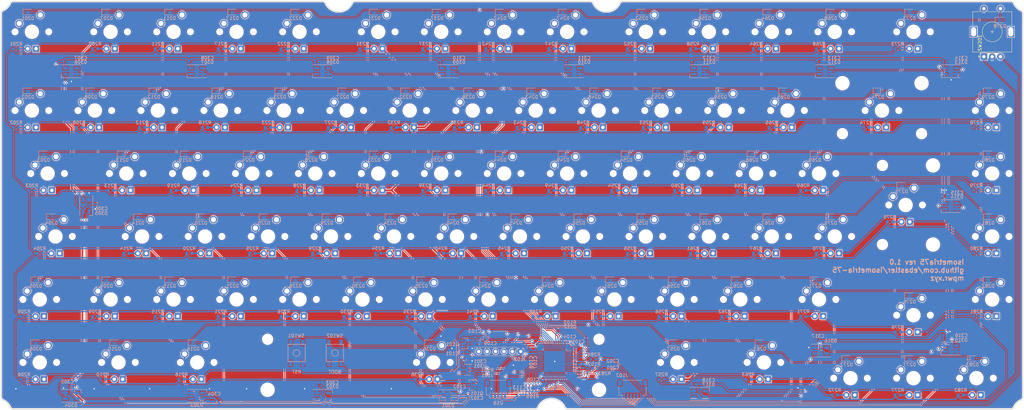
<source format=kicad_pcb>
(kicad_pcb (version 20171130) (host pcbnew "(5.1.5)-3")
  (layers (0 F.Cu signal) (31 B.Cu signal) (34 B.Paste user) (35 F.Paste user) (36 B.SilkS user) (37 F.SilkS user) (38 B.Mask user) (39 F.Mask user) (44 Edge.Cuts user))
  (net 0 "")
  (net 1 GND)
  (net 2 +3V3)
  (net 3 ROTA)
  (net 4 ROTB)
  (net 5 ROW0)
  (net 6 ROW1)
  (net 7 ROW2)
  (net 8 ROW3)
  (net 9 ROW4)
  (net 10 ROW5)
  (net 11 Vsense)
  (net 12 USB-D+)
  (net 13 USB-D-)
  (net 14 COL0)
  (net 15 COL1)
  (net 16 COL2)
  (net 17 COL3)
  (net 18 COL4)
  (net 19 COL5)
  (net 20 COL6)
  (net 21 COL7)
  (net 22 COL8)
  (net 23 COL9)
  (net 24 COL10)
  (net 25 COL11)
  (net 26 COL12)
  (net 27 COL13)
  (net 28 COL14)
  (net 29 COL15)
  (net 30 LED-)
  (net 31 "Net-(D201-Pad2)")
  (net 32 "Net-(D202-Pad2)")
  (net 33 "Net-(D203-Pad2)")
  (net 34 "Net-(D204-Pad2)")
  (net 35 "Net-(D205-Pad2)")
  (net 36 "Net-(D206-Pad2)")
  (net 37 "Net-(D207-Pad2)")
  (net 38 "Net-(D208-Pad2)")
  (net 39 "Net-(D209-Pad2)")
  (net 40 "Net-(D210-Pad2)")
  (net 41 "Net-(D211-Pad2)")
  (net 42 "Net-(D212-Pad2)")
  (net 43 "Net-(D213-Pad2)")
  (net 44 "Net-(D214-Pad2)")
  (net 45 "Net-(D215-Pad2)")
  (net 46 "Net-(D216-Pad2)")
  (net 47 "Net-(D217-Pad2)")
  (net 48 "Net-(D218-Pad2)")
  (net 49 "Net-(D219-Pad2)")
  (net 50 "Net-(D220-Pad2)")
  (net 51 "Net-(D221-Pad2)")
  (net 52 "Net-(D222-Pad2)")
  (net 53 "Net-(D223-Pad2)")
  (net 54 "Net-(D224-Pad2)")
  (net 55 "Net-(D225-Pad2)")
  (net 56 "Net-(D226-Pad2)")
  (net 57 "Net-(D227-Pad2)")
  (net 58 "Net-(D228-Pad2)")
  (net 59 "Net-(D229-Pad2)")
  (net 60 "Net-(D230-Pad2)")
  (net 61 "Net-(D231-Pad2)")
  (net 62 "Net-(D232-Pad2)")
  (net 63 "Net-(D233-Pad2)")
  (net 64 "Net-(D234-Pad2)")
  (net 65 "Net-(D235-Pad2)")
  (net 66 "Net-(D236-Pad2)")
  (net 67 "Net-(D237-Pad2)")
  (net 68 "Net-(D238-Pad2)")
  (net 69 "Net-(D239-Pad2)")
  (net 70 "Net-(D240-Pad2)")
  (net 71 "Net-(D241-Pad2)")
  (net 72 "Net-(D242-Pad2)")
  (net 73 "Net-(D243-Pad2)")
  (net 74 "Net-(D244-Pad2)")
  (net 75 "Net-(D245-Pad2)")
  (net 76 "Net-(D246-Pad2)")
  (net 77 "Net-(D247-Pad2)")
  (net 78 "Net-(D248-Pad2)")
  (net 79 "Net-(D249-Pad2)")
  (net 80 "Net-(D250-Pad2)")
  (net 81 "Net-(D251-Pad2)")
  (net 82 "Net-(D252-Pad2)")
  (net 83 "Net-(D253-Pad2)")
  (net 84 "Net-(D254-Pad2)")
  (net 85 "Net-(D255-Pad2)")
  (net 86 "Net-(D256-Pad2)")
  (net 87 "Net-(D257-Pad2)")
  (net 88 "Net-(D258-Pad2)")
  (net 89 "Net-(D259-Pad2)")
  (net 90 "Net-(D260-Pad2)")
  (net 91 "Net-(D261-Pad2)")
  (net 92 "Net-(D262-Pad2)")
  (net 93 "Net-(D263-Pad2)")
  (net 94 "Net-(D264-Pad2)")
  (net 95 "Net-(D265-Pad2)")
  (net 96 "Net-(D266-Pad2)")
  (net 97 "Net-(D267-Pad2)")
  (net 98 "Net-(D268-Pad2)")
  (net 99 "Net-(D269-Pad2)")
  (net 100 "Net-(D270-Pad2)")
  (net 101 "Net-(D271-Pad2)")
  (net 102 "Net-(D272-Pad2)")
  (net 103 "Net-(D273-Pad2)")
  (net 104 "Net-(D274-Pad2)")
  (net 105 "Net-(D275-Pad2)")
  (net 106 "Net-(D276-Pad2)")
  (net 107 "Net-(D277-Pad2)")
  (net 108 "Net-(D278-Pad2)")
  (net 109 "Net-(D279-Pad2)")
  (net 110 "Net-(D280-Pad2)")
  (net 111 "Net-(D281-Pad2)")
  (net 112 "Net-(D282-Pad2)")
  (net 113 "Net-(D283-Pad2)")
  (net 114 "Net-(MX201-Pad3)")
  (net 115 "Net-(MX202-Pad3)")
  (net 116 "Net-(MX203-Pad3)")
  (net 117 "Net-(MX204-Pad3)")
  (net 118 "Net-(MX205-Pad3)")
  (net 119 "Net-(MX206-Pad3)")
  (net 120 "Net-(MX207-Pad3)")
  (net 121 "Net-(MX208-Pad3)")
  (net 122 "Net-(MX209-Pad3)")
  (net 123 "Net-(MX210-Pad3)")
  (net 124 "Net-(MX211-Pad3)")
  (net 125 "Net-(MX212-Pad3)")
  (net 126 "Net-(MX213-Pad3)")
  (net 127 "Net-(MX214-Pad3)")
  (net 128 "Net-(MX215-Pad3)")
  (net 129 "Net-(MX216-Pad3)")
  (net 130 "Net-(MX217-Pad3)")
  (net 131 "Net-(MX218-Pad3)")
  (net 132 "Net-(MX219-Pad3)")
  (net 133 "Net-(MX220-Pad3)")
  (net 134 "Net-(MX221-Pad3)")
  (net 135 "Net-(MX222-Pad3)")
  (net 136 "Net-(MX223-Pad3)")
  (net 137 "Net-(MX224-Pad3)")
  (net 138 "Net-(MX225-Pad3)")
  (net 139 "Net-(MX226-Pad3)")
  (net 140 "Net-(MX227-Pad3)")
  (net 141 "Net-(MX228-Pad3)")
  (net 142 "Net-(MX229-Pad3)")
  (net 143 "Net-(MX230-Pad3)")
  (net 144 "Net-(MX231-Pad3)")
  (net 145 "Net-(MX232-Pad3)")
  (net 146 "Net-(MX233-Pad3)")
  (net 147 "Net-(MX234-Pad3)")
  (net 148 "Net-(MX235-Pad3)")
  (net 149 "Net-(MX236-Pad3)")
  (net 150 "Net-(MX237-Pad3)")
  (net 151 "Net-(MX238-Pad3)")
  (net 152 "Net-(MX239-Pad3)")
  (net 153 "Net-(MX240-Pad3)")
  (net 154 "Net-(MX241-Pad3)")
  (net 155 "Net-(MX242-Pad3)")
  (net 156 "Net-(MX243-Pad3)")
  (net 157 "Net-(MX244-Pad3)")
  (net 158 "Net-(MX245-Pad3)")
  (net 159 "Net-(MX246-Pad3)")
  (net 160 "Net-(MX247-Pad3)")
  (net 161 "Net-(MX248-Pad3)")
  (net 162 "Net-(MX249-Pad3)")
  (net 163 "Net-(MX250-Pad3)")
  (net 164 "Net-(MX251-Pad3)")
  (net 165 "Net-(MX252-Pad3)")
  (net 166 "Net-(MX253-Pad3)")
  (net 167 "Net-(MX254-Pad3)")
  (net 168 "Net-(MX255-Pad3)")
  (net 169 "Net-(MX256-Pad3)")
  (net 170 "Net-(MX257-Pad3)")
  (net 171 "Net-(MX258-Pad3)")
  (net 172 "Net-(MX259-Pad3)")
  (net 173 "Net-(MX260-Pad3)")
  (net 174 "Net-(MX261-Pad3)")
  (net 175 "Net-(MX262-Pad3)")
  (net 176 "Net-(MX263-Pad3)")
  (net 177 "Net-(MX264-Pad3)")
  (net 178 "Net-(MX265-Pad3)")
  (net 179 "Net-(MX266-Pad3)")
  (net 180 "Net-(MX267-Pad3)")
  (net 181 "Net-(MX268-Pad3)")
  (net 182 "Net-(MX269-Pad3)")
  (net 183 "Net-(MX270-Pad3)")
  (net 184 "Net-(MX271-Pad3)")
  (net 185 "Net-(MX272-Pad3)")
  (net 186 "Net-(MX273-Pad3)")
  (net 187 "Net-(MX274-Pad3)")
  (net 188 "Net-(MX275-Pad3)")
  (net 189 "Net-(MX276-Pad3)")
  (net 190 "Net-(MX277-Pad3)")
  (net 191 "Net-(MX278-Pad3)")
  (net 192 "Net-(MX279-Pad3)")
  (net 193 "Net-(MX280-Pad3)")
  (net 194 "Net-(MX281-Pad3)")
  (net 195 "Net-(MX282-Pad3)")
  (net 196 "Net-(Q101-Pad1)")
  (net 197 "Net-(C110-Pad1)")
  (net 198 LED_PWM)
  (net 199 SPI_NSS)
  (net 200 SPI_SCK)
  (net 201 SPI_MISO)
  (net 202 SPI_MOSI)
  (net 203 "Net-(C113-Pad1)")
  (net 204 "Net-(D301-Pad1)")
  (net 205 "Net-(D301-Pad3)")
  (net 206 "Net-(D302-Pad1)")
  (net 207 "Net-(D303-Pad1)")
  (net 208 "Net-(D304-Pad1)")
  (net 209 "Net-(D305-Pad1)")
  (net 210 "Net-(D306-Pad1)")
  (net 211 "Net-(D307-Pad1)")
  (net 212 "Net-(D308-Pad1)")
  (net 213 "Net-(D309-Pad1)")
  (net 214 "Net-(D310-Pad1)")
  (net 215 UGLED)
  (net 216 "Net-(D311-Pad1)")
  (net 217 "Net-(D312-Pad1)")
  (net 218 "Net-(D313-Pad1)")
  (net 219 "Net-(D314-Pad1)")
  (net 220 "Net-(D315-Pad1)")
  (net 221 "Net-(D316-Pad1)")
  (net 222 "Net-(C111-Pad1)")
  (net 223 "Net-(C112-Pad1)")
  (net 224 "Net-(D317-Pad1)")
  (net 225 PB7_RX1)
  (net 226 PB6_TX1)
  (net 227 PB5)
  (net 228 PB4)
  (net 229 +5V)
  (module MX_Only:MXOnly-1.5U (layer F.Cu) (at 194.75 99.75)
    (fp_text reference MX257)
    (fp_text value MX-LED)
    (pad "" np_thru_hole circle (at 5.08 0 48.0996) (size 1.75 1.75) (drill 1.75) (layers *.Cu *.Mask))
    (pad "" np_thru_hole circle (at -5.08 0 48.0996) (size 1.75 1.75) (drill 1.75) (layers *.Cu *.Mask))
    (pad 4 thru_hole rect (at 1.27 5.08) (size 1.905 1.905) (drill 1.04) (layers *.Cu B.Mask) (net 229 +5V))
    (pad 3 thru_hole circle (at -1.27 5.08) (size 1.905 1.905) (drill 1.04) (layers *.Cu B.Mask) (net 170 "Net-(MX257-Pad3)"))
    (pad 1 thru_hole circle (at -3.81 -2.54) (size 2.25 2.25) (drill 1.524) (layers *.Cu B.Mask) (net 24 COL10))
    (pad "" np_thru_hole circle (at 0 0) (size 3.9878 3.9878) (drill 3.9878) (layers *.Cu *.Mask))
    (pad 2 thru_hole circle (at 2.54 -5.08) (size 2.25 2.25) (drill 1.524) (layers *.Cu B.Mask) (net 87 "Net-(D257-Pad2)"))
  )
  (module MX_Only:MXOnly-1.25U (layer F.Cu) (at 2.375 99.75)
    (fp_text reference MX206)
    (fp_text value MX-LED)
    (pad "" np_thru_hole circle (at 5.08 0 48.0996) (size 1.75 1.75) (drill 1.75) (layers *.Cu *.Mask))
    (pad "" np_thru_hole circle (at -5.08 0 48.0996) (size 1.75 1.75) (drill 1.75) (layers *.Cu *.Mask))
    (pad 4 thru_hole rect (at 1.27 5.08) (size 1.905 1.905) (drill 1.04) (layers *.Cu B.Mask) (net 229 +5V))
    (pad 3 thru_hole circle (at -1.27 5.08) (size 1.905 1.905) (drill 1.04) (layers *.Cu B.Mask) (net 119 "Net-(MX206-Pad3)"))
    (pad 1 thru_hole circle (at -3.81 -2.54) (size 2.25 2.25) (drill 1.524) (layers *.Cu B.Mask) (net 14 COL0))
    (pad "" np_thru_hole circle (at 0 0) (size 3.9878 3.9878) (drill 3.9878) (layers *.Cu *.Mask))
    (pad 2 thru_hole circle (at 2.54 -5.08) (size 2.25 2.25) (drill 1.524) (layers *.Cu B.Mask) (net 36 "Net-(D206-Pad2)"))
  )
  (module MX_Only:MXOnly-1.5U (layer F.Cu) (at 4.75 42.75)
    (fp_text reference MX203)
    (fp_text value MX-LED)
    (pad "" np_thru_hole circle (at 5.08 0 48.0996) (size 1.75 1.75) (drill 1.75) (layers *.Cu *.Mask))
    (pad "" np_thru_hole circle (at -5.08 0 48.0996) (size 1.75 1.75) (drill 1.75) (layers *.Cu *.Mask))
    (pad 4 thru_hole rect (at 1.27 5.08) (size 1.905 1.905) (drill 1.04) (layers *.Cu B.Mask) (net 229 +5V))
    (pad 3 thru_hole circle (at -1.27 5.08) (size 1.905 1.905) (drill 1.04) (layers *.Cu B.Mask) (net 116 "Net-(MX203-Pad3)"))
    (pad 1 thru_hole circle (at -3.81 -2.54) (size 2.25 2.25) (drill 1.524) (layers *.Cu B.Mask) (net 14 COL0))
    (pad "" np_thru_hole circle (at 0 0) (size 3.9878 3.9878) (drill 3.9878) (layers *.Cu *.Mask))
    (pad 2 thru_hole circle (at 2.54 -5.08) (size 2.25 2.25) (drill 1.524) (layers *.Cu B.Mask) (net 33 "Net-(D203-Pad2)"))
  )
  (module MX_Only:MXOnly-1U (layer F.Cu) (at 228 23.75)
    (fp_text reference MX265)
    (fp_text value MX-LED)
    (pad "" np_thru_hole circle (at 5.08 0 48.0996) (size 1.75 1.75) (drill 1.75) (layers *.Cu *.Mask))
    (pad "" np_thru_hole circle (at -5.08 0 48.0996) (size 1.75 1.75) (drill 1.75) (layers *.Cu *.Mask))
    (pad 4 thru_hole rect (at 1.27 5.08) (size 1.905 1.905) (drill 1.04) (layers *.Cu B.Mask) (net 229 +5V))
    (pad 3 thru_hole circle (at -1.27 5.08) (size 1.905 1.905) (drill 1.04) (layers *.Cu B.Mask) (net 178 "Net-(MX265-Pad3)"))
    (pad 1 thru_hole circle (at -3.81 -2.54) (size 2.25 2.25) (drill 1.524) (layers *.Cu B.Mask) (net 26 COL12))
    (pad "" np_thru_hole circle (at 0 0) (size 3.9878 3.9878) (drill 3.9878) (layers *.Cu *.Mask))
    (pad 2 thru_hole circle (at 2.54 -5.08) (size 2.25 2.25) (drill 1.524) (layers *.Cu B.Mask) (net 95 "Net-(D265-Pad2)"))
  )
  (module MX_Only:MXOnly-1U (layer F.Cu) (at 209 23.75)
    (fp_text reference MX259)
    (fp_text value MX-LED)
    (pad "" np_thru_hole circle (at 5.08 0 48.0996) (size 1.75 1.75) (drill 1.75) (layers *.Cu *.Mask))
    (pad "" np_thru_hole circle (at -5.08 0 48.0996) (size 1.75 1.75) (drill 1.75) (layers *.Cu *.Mask))
    (pad 4 thru_hole rect (at 1.27 5.08) (size 1.905 1.905) (drill 1.04) (layers *.Cu B.Mask) (net 229 +5V))
    (pad 3 thru_hole circle (at -1.27 5.08) (size 1.905 1.905) (drill 1.04) (layers *.Cu B.Mask) (net 172 "Net-(MX259-Pad3)"))
    (pad 1 thru_hole circle (at -3.81 -2.54) (size 2.25 2.25) (drill 1.524) (layers *.Cu B.Mask) (net 25 COL11))
    (pad "" np_thru_hole circle (at 0 0) (size 3.9878 3.9878) (drill 3.9878) (layers *.Cu *.Mask))
    (pad 2 thru_hole circle (at 2.54 -5.08) (size 2.25 2.25) (drill 1.524) (layers *.Cu B.Mask) (net 89 "Net-(D259-Pad2)"))
  )
  (module MX_Only:MXOnly-1U (layer F.Cu) (at 114 23.75)
    (fp_text reference MX232)
    (fp_text value MX-LED)
    (pad "" np_thru_hole circle (at 5.08 0 48.0996) (size 1.75 1.75) (drill 1.75) (layers *.Cu *.Mask))
    (pad "" np_thru_hole circle (at -5.08 0 48.0996) (size 1.75 1.75) (drill 1.75) (layers *.Cu *.Mask))
    (pad 4 thru_hole rect (at 1.27 5.08) (size 1.905 1.905) (drill 1.04) (layers *.Cu B.Mask) (net 229 +5V))
    (pad 3 thru_hole circle (at -1.27 5.08) (size 1.905 1.905) (drill 1.04) (layers *.Cu B.Mask) (net 145 "Net-(MX232-Pad3)"))
    (pad 1 thru_hole circle (at -3.81 -2.54) (size 2.25 2.25) (drill 1.524) (layers *.Cu B.Mask) (net 20 COL6))
    (pad "" np_thru_hole circle (at 0 0) (size 3.9878 3.9878) (drill 3.9878) (layers *.Cu *.Mask))
    (pad 2 thru_hole circle (at 2.54 -5.08) (size 2.25 2.25) (drill 1.524) (layers *.Cu B.Mask) (net 62 "Net-(D232-Pad2)"))
  )
  (module MX_Only:MXOnly-1U (layer F.Cu) (at 0 0)
    (fp_text reference MX201)
    (fp_text value MX-LED)
    (pad "" np_thru_hole circle (at 5.08 0 48.0996) (size 1.75 1.75) (drill 1.75) (layers *.Cu *.Mask))
    (pad "" np_thru_hole circle (at -5.08 0 48.0996) (size 1.75 1.75) (drill 1.75) (layers *.Cu *.Mask))
    (pad 4 thru_hole rect (at 1.27 5.08) (size 1.905 1.905) (drill 1.04) (layers *.Cu B.Mask) (net 229 +5V))
    (pad 3 thru_hole circle (at -1.27 5.08) (size 1.905 1.905) (drill 1.04) (layers *.Cu B.Mask) (net 114 "Net-(MX201-Pad3)"))
    (pad 1 thru_hole circle (at -3.81 -2.54) (size 2.25 2.25) (drill 1.524) (layers *.Cu B.Mask) (net 14 COL0))
    (pad "" np_thru_hole circle (at 0 0) (size 3.9878 3.9878) (drill 3.9878) (layers *.Cu *.Mask))
    (pad 2 thru_hole circle (at 2.54 -5.08) (size 2.25 2.25) (drill 1.524) (layers *.Cu B.Mask) (net 31 "Net-(D201-Pad2)"))
  )
  (module MX_Only:MXOnly-1U (layer F.Cu) (at 223.25 0)
    (fp_text reference MX264)
    (fp_text value MX-LED)
    (pad "" np_thru_hole circle (at 5.08 0 48.0996) (size 1.75 1.75) (drill 1.75) (layers *.Cu *.Mask))
    (pad "" np_thru_hole circle (at -5.08 0 48.0996) (size 1.75 1.75) (drill 1.75) (layers *.Cu *.Mask))
    (pad 4 thru_hole rect (at 1.27 5.08) (size 1.905 1.905) (drill 1.04) (layers *.Cu B.Mask) (net 229 +5V))
    (pad 3 thru_hole circle (at -1.27 5.08) (size 1.905 1.905) (drill 1.04) (layers *.Cu B.Mask) (net 177 "Net-(MX264-Pad3)"))
    (pad 1 thru_hole circle (at -3.81 -2.54) (size 2.25 2.25) (drill 1.524) (layers *.Cu B.Mask) (net 26 COL12))
    (pad "" np_thru_hole circle (at 0 0) (size 3.9878 3.9878) (drill 3.9878) (layers *.Cu *.Mask))
    (pad 2 thru_hole circle (at 2.54 -5.08) (size 2.25 2.25) (drill 1.524) (layers *.Cu B.Mask) (net 94 "Net-(D264-Pad2)"))
  )
  (module MX_Only:MXOnly-1U (layer F.Cu) (at 242.25 0)
    (fp_text reference MX268)
    (fp_text value MX-LED)
    (pad "" np_thru_hole circle (at 5.08 0 48.0996) (size 1.75 1.75) (drill 1.75) (layers *.Cu *.Mask))
    (pad "" np_thru_hole circle (at -5.08 0 48.0996) (size 1.75 1.75) (drill 1.75) (layers *.Cu *.Mask))
    (pad 4 thru_hole rect (at 1.27 5.08) (size 1.905 1.905) (drill 1.04) (layers *.Cu B.Mask) (net 229 +5V))
    (pad 3 thru_hole circle (at -1.27 5.08) (size 1.905 1.905) (drill 1.04) (layers *.Cu B.Mask) (net 181 "Net-(MX268-Pad3)"))
    (pad 1 thru_hole circle (at -3.81 -2.54) (size 2.25 2.25) (drill 1.524) (layers *.Cu B.Mask) (net 27 COL13))
    (pad "" np_thru_hole circle (at 0 0) (size 3.9878 3.9878) (drill 3.9878) (layers *.Cu *.Mask))
    (pad 2 thru_hole circle (at 2.54 -5.08) (size 2.25 2.25) (drill 1.524) (layers *.Cu B.Mask) (net 98 "Net-(D268-Pad2)"))
  )
  (module MX_Only:MXOnly-1U (layer F.Cu) (at 204.25 0)
    (fp_text reference MX258)
    (fp_text value MX-LED)
    (pad "" np_thru_hole circle (at 5.08 0 48.0996) (size 1.75 1.75) (drill 1.75) (layers *.Cu *.Mask))
    (pad "" np_thru_hole circle (at -5.08 0 48.0996) (size 1.75 1.75) (drill 1.75) (layers *.Cu *.Mask))
    (pad 4 thru_hole rect (at 1.27 5.08) (size 1.905 1.905) (drill 1.04) (layers *.Cu B.Mask) (net 229 +5V))
    (pad 3 thru_hole circle (at -1.27 5.08) (size 1.905 1.905) (drill 1.04) (layers *.Cu B.Mask) (net 171 "Net-(MX258-Pad3)"))
    (pad 1 thru_hole circle (at -3.81 -2.54) (size 2.25 2.25) (drill 1.524) (layers *.Cu B.Mask) (net 25 COL11))
    (pad "" np_thru_hole circle (at 0 0) (size 3.9878 3.9878) (drill 3.9878) (layers *.Cu *.Mask))
    (pad 2 thru_hole circle (at 2.54 -5.08) (size 2.25 2.25) (drill 1.524) (layers *.Cu B.Mask) (net 88 "Net-(D258-Pad2)"))
  )
  (module MX_Only:MXOnly-1U (layer F.Cu) (at 142.5 0)
    (fp_text reference MX242)
    (fp_text value MX-LED)
    (pad "" np_thru_hole circle (at 5.08 0 48.0996) (size 1.75 1.75) (drill 1.75) (layers *.Cu *.Mask))
    (pad "" np_thru_hole circle (at -5.08 0 48.0996) (size 1.75 1.75) (drill 1.75) (layers *.Cu *.Mask))
    (pad 4 thru_hole rect (at 1.27 5.08) (size 1.905 1.905) (drill 1.04) (layers *.Cu B.Mask) (net 229 +5V))
    (pad 3 thru_hole circle (at -1.27 5.08) (size 1.905 1.905) (drill 1.04) (layers *.Cu B.Mask) (net 155 "Net-(MX242-Pad3)"))
    (pad 1 thru_hole circle (at -3.81 -2.54) (size 2.25 2.25) (drill 1.524) (layers *.Cu B.Mask) (net 22 COL8))
    (pad "" np_thru_hole circle (at 0 0) (size 3.9878 3.9878) (drill 3.9878) (layers *.Cu *.Mask))
    (pad 2 thru_hole circle (at 2.54 -5.08) (size 2.25 2.25) (drill 1.524) (layers *.Cu B.Mask) (net 72 "Net-(D242-Pad2)"))
  )
  (module MX_Only:MXOnly-1U (layer F.Cu) (at 61.75 0)
    (fp_text reference MX217)
    (fp_text value MX-LED)
    (pad "" np_thru_hole circle (at 5.08 0 48.0996) (size 1.75 1.75) (drill 1.75) (layers *.Cu *.Mask))
    (pad "" np_thru_hole circle (at -5.08 0 48.0996) (size 1.75 1.75) (drill 1.75) (layers *.Cu *.Mask))
    (pad 4 thru_hole rect (at 1.27 5.08) (size 1.905 1.905) (drill 1.04) (layers *.Cu B.Mask) (net 229 +5V))
    (pad 3 thru_hole circle (at -1.27 5.08) (size 1.905 1.905) (drill 1.04) (layers *.Cu B.Mask) (net 130 "Net-(MX217-Pad3)"))
    (pad 1 thru_hole circle (at -3.81 -2.54) (size 2.25 2.25) (drill 1.524) (layers *.Cu B.Mask) (net 17 COL3))
    (pad "" np_thru_hole circle (at 0 0) (size 3.9878 3.9878) (drill 3.9878) (layers *.Cu *.Mask))
    (pad 2 thru_hole circle (at 2.54 -5.08) (size 2.25 2.25) (drill 1.524) (layers *.Cu B.Mask) (net 47 "Net-(D217-Pad2)"))
  )
  (module MX_Only:MXOnly-1U (layer F.Cu) (at 28.5 42.75)
    (fp_text reference MX213)
    (fp_text value MX-LED)
    (pad "" np_thru_hole circle (at 5.08 0 48.0996) (size 1.75 1.75) (drill 1.75) (layers *.Cu *.Mask))
    (pad "" np_thru_hole circle (at -5.08 0 48.0996) (size 1.75 1.75) (drill 1.75) (layers *.Cu *.Mask))
    (pad 4 thru_hole rect (at 1.27 5.08) (size 1.905 1.905) (drill 1.04) (layers *.Cu B.Mask) (net 229 +5V))
    (pad 3 thru_hole circle (at -1.27 5.08) (size 1.905 1.905) (drill 1.04) (layers *.Cu B.Mask) (net 126 "Net-(MX213-Pad3)"))
    (pad 1 thru_hole circle (at -3.81 -2.54) (size 2.25 2.25) (drill 1.524) (layers *.Cu B.Mask) (net 16 COL2))
    (pad "" np_thru_hole circle (at 0 0) (size 3.9878 3.9878) (drill 3.9878) (layers *.Cu *.Mask))
    (pad 2 thru_hole circle (at 2.54 -5.08) (size 2.25 2.25) (drill 1.524) (layers *.Cu B.Mask) (net 43 "Net-(D213-Pad2)"))
  )
  (module MX_Only:MXOnly-1U (layer F.Cu) (at 47.5 42.75)
    (fp_text reference MX219)
    (fp_text value MX-LED)
    (pad "" np_thru_hole circle (at 5.08 0 48.0996) (size 1.75 1.75) (drill 1.75) (layers *.Cu *.Mask))
    (pad "" np_thru_hole circle (at -5.08 0 48.0996) (size 1.75 1.75) (drill 1.75) (layers *.Cu *.Mask))
    (pad 4 thru_hole rect (at 1.27 5.08) (size 1.905 1.905) (drill 1.04) (layers *.Cu B.Mask) (net 229 +5V))
    (pad 3 thru_hole circle (at -1.27 5.08) (size 1.905 1.905) (drill 1.04) (layers *.Cu B.Mask) (net 132 "Net-(MX219-Pad3)"))
    (pad 1 thru_hole circle (at -3.81 -2.54) (size 2.25 2.25) (drill 1.524) (layers *.Cu B.Mask) (net 17 COL3))
    (pad "" np_thru_hole circle (at 0 0) (size 3.9878 3.9878) (drill 3.9878) (layers *.Cu *.Mask))
    (pad 2 thru_hole circle (at 2.54 -5.08) (size 2.25 2.25) (drill 1.524) (layers *.Cu B.Mask) (net 49 "Net-(D219-Pad2)"))
  )
  (module Resistor_SMD:R_0603_1608Metric (layer B.Cu) (at 80.75 47.83 180)
    (fp_text reference R228 (at 0 1.43) (layer B.SilkS) (effects (justify mirror)))
    (fp_text value 680)
    (pad 2 smd roundrect (at 0.7875 0 180) (size 0.875 0.95) (layers B.Cu B.Paste B.Mask) (net 30 LED-))
    (pad 1 smd roundrect (at -0.7875 0 180) (size 0.875 0.95) (layers B.Cu B.Paste B.Mask) (net 141 "Net-(MX228-Pad3)"))
  )
  (module MX_Only:MXOnly-1U (layer F.Cu) (at 180.5 42.75)
    (fp_text reference MX254)
    (fp_text value MX-LED)
    (pad "" np_thru_hole circle (at 5.08 0 48.0996) (size 1.75 1.75) (drill 1.75) (layers *.Cu *.Mask))
    (pad "" np_thru_hole circle (at -5.08 0 48.0996) (size 1.75 1.75) (drill 1.75) (layers *.Cu *.Mask))
    (pad 4 thru_hole rect (at 1.27 5.08) (size 1.905 1.905) (drill 1.04) (layers *.Cu B.Mask) (net 229 +5V))
    (pad 3 thru_hole circle (at -1.27 5.08) (size 1.905 1.905) (drill 1.04) (layers *.Cu B.Mask) (net 167 "Net-(MX254-Pad3)"))
    (pad 1 thru_hole circle (at -3.81 -2.54) (size 2.25 2.25) (drill 1.524) (layers *.Cu B.Mask) (net 24 COL10))
    (pad "" np_thru_hole circle (at 0 0) (size 3.9878 3.9878) (drill 3.9878) (layers *.Cu *.Mask))
    (pad 2 thru_hole circle (at 2.54 -5.08) (size 2.25 2.25) (drill 1.524) (layers *.Cu B.Mask) (net 84 "Net-(D254-Pad2)"))
  )
  (module MX_Only:MXOnly-1U (layer F.Cu) (at 218.5 42.75)
    (fp_text reference MX266)
    (fp_text value MX-LED)
    (pad "" np_thru_hole circle (at 5.08 0 48.0996) (size 1.75 1.75) (drill 1.75) (layers *.Cu *.Mask))
    (pad "" np_thru_hole circle (at -5.08 0 48.0996) (size 1.75 1.75) (drill 1.75) (layers *.Cu *.Mask))
    (pad 4 thru_hole rect (at 1.27 5.08) (size 1.905 1.905) (drill 1.04) (layers *.Cu B.Mask) (net 229 +5V))
    (pad 3 thru_hole circle (at -1.27 5.08) (size 1.905 1.905) (drill 1.04) (layers *.Cu B.Mask) (net 179 "Net-(MX266-Pad3)"))
    (pad 1 thru_hole circle (at -3.81 -2.54) (size 2.25 2.25) (drill 1.524) (layers *.Cu B.Mask) (net 26 COL12))
    (pad "" np_thru_hole circle (at 0 0) (size 3.9878 3.9878) (drill 3.9878) (layers *.Cu *.Mask))
    (pad 2 thru_hole circle (at 2.54 -5.08) (size 2.25 2.25) (drill 1.524) (layers *.Cu B.Mask) (net 96 "Net-(D266-Pad2)"))
  )
  (module MX_Only:MXOnly-1U (layer F.Cu) (at 237.5 42.75)
    (fp_text reference MX269)
    (fp_text value MX-LED)
    (pad "" np_thru_hole circle (at 5.08 0 48.0996) (size 1.75 1.75) (drill 1.75) (layers *.Cu *.Mask))
    (pad "" np_thru_hole circle (at -5.08 0 48.0996) (size 1.75 1.75) (drill 1.75) (layers *.Cu *.Mask))
    (pad 4 thru_hole rect (at 1.27 5.08) (size 1.905 1.905) (drill 1.04) (layers *.Cu B.Mask) (net 229 +5V))
    (pad 3 thru_hole circle (at -1.27 5.08) (size 1.905 1.905) (drill 1.04) (layers *.Cu B.Mask) (net 182 "Net-(MX269-Pad3)"))
    (pad 1 thru_hole circle (at -3.81 -2.54) (size 2.25 2.25) (drill 1.524) (layers *.Cu B.Mask) (net 27 COL13))
    (pad "" np_thru_hole circle (at 0 0) (size 3.9878 3.9878) (drill 3.9878) (layers *.Cu *.Mask))
    (pad 2 thru_hole circle (at 2.54 -5.08) (size 2.25 2.25) (drill 1.524) (layers *.Cu B.Mask) (net 99 "Net-(D269-Pad2)"))
  )
  (module MX_Only:MXOnly-1U (layer F.Cu) (at 95 23.75)
    (fp_text reference MX227)
    (fp_text value MX-LED)
    (pad "" np_thru_hole circle (at 5.08 0 48.0996) (size 1.75 1.75) (drill 1.75) (layers *.Cu *.Mask))
    (pad "" np_thru_hole circle (at -5.08 0 48.0996) (size 1.75 1.75) (drill 1.75) (layers *.Cu *.Mask))
    (pad 4 thru_hole rect (at 1.27 5.08) (size 1.905 1.905) (drill 1.04) (layers *.Cu B.Mask) (net 229 +5V))
    (pad 3 thru_hole circle (at -1.27 5.08) (size 1.905 1.905) (drill 1.04) (layers *.Cu B.Mask) (net 140 "Net-(MX227-Pad3)"))
    (pad 1 thru_hole circle (at -3.81 -2.54) (size 2.25 2.25) (drill 1.524) (layers *.Cu B.Mask) (net 19 COL5))
    (pad "" np_thru_hole circle (at 0 0) (size 3.9878 3.9878) (drill 3.9878) (layers *.Cu *.Mask))
    (pad 2 thru_hole circle (at 2.54 -5.08) (size 2.25 2.25) (drill 1.524) (layers *.Cu B.Mask) (net 57 "Net-(D227-Pad2)"))
  )
  (module MX_Only:MXOnly-1U (layer F.Cu) (at 133 23.75)
    (fp_text reference MX238)
    (fp_text value MX-LED)
    (pad "" np_thru_hole circle (at 5.08 0 48.0996) (size 1.75 1.75) (drill 1.75) (layers *.Cu *.Mask))
    (pad "" np_thru_hole circle (at -5.08 0 48.0996) (size 1.75 1.75) (drill 1.75) (layers *.Cu *.Mask))
    (pad 4 thru_hole rect (at 1.27 5.08) (size 1.905 1.905) (drill 1.04) (layers *.Cu B.Mask) (net 229 +5V))
    (pad 3 thru_hole circle (at -1.27 5.08) (size 1.905 1.905) (drill 1.04) (layers *.Cu B.Mask) (net 151 "Net-(MX238-Pad3)"))
    (pad 1 thru_hole circle (at -3.81 -2.54) (size 2.25 2.25) (drill 1.524) (layers *.Cu B.Mask) (net 21 COL7))
    (pad "" np_thru_hole circle (at 0 0) (size 3.9878 3.9878) (drill 3.9878) (layers *.Cu *.Mask))
    (pad 2 thru_hole circle (at 2.54 -5.08) (size 2.25 2.25) (drill 1.524) (layers *.Cu B.Mask) (net 68 "Net-(D238-Pad2)"))
  )
  (module Resistor_SMD:R_0603_1608Metric (layer B.Cu) (at 128.27 28.83 180)
    (fp_text reference R238 (at 0 1.43) (layer B.SilkS) (effects (justify mirror)))
    (fp_text value 680)
    (pad 2 smd roundrect (at 0.7875 0 180) (size 0.875 0.95) (layers B.Cu B.Paste B.Mask) (net 30 LED-))
    (pad 1 smd roundrect (at -0.7875 0 180) (size 0.875 0.95) (layers B.Cu B.Paste B.Mask) (net 151 "Net-(MX238-Pad3)"))
  )
  (module MX_Only:MXOnly-1U (layer F.Cu) (at 152 23.75)
    (fp_text reference MX243)
    (fp_text value MX-LED)
    (pad "" np_thru_hole circle (at 5.08 0 48.0996) (size 1.75 1.75) (drill 1.75) (layers *.Cu *.Mask))
    (pad "" np_thru_hole circle (at -5.08 0 48.0996) (size 1.75 1.75) (drill 1.75) (layers *.Cu *.Mask))
    (pad 4 thru_hole rect (at 1.27 5.08) (size 1.905 1.905) (drill 1.04) (layers *.Cu B.Mask) (net 229 +5V))
    (pad 3 thru_hole circle (at -1.27 5.08) (size 1.905 1.905) (drill 1.04) (layers *.Cu B.Mask) (net 156 "Net-(MX243-Pad3)"))
    (pad 1 thru_hole circle (at -3.81 -2.54) (size 2.25 2.25) (drill 1.524) (layers *.Cu B.Mask) (net 22 COL8))
    (pad "" np_thru_hole circle (at 0 0) (size 3.9878 3.9878) (drill 3.9878) (layers *.Cu *.Mask))
    (pad 2 thru_hole circle (at 2.54 -5.08) (size 2.25 2.25) (drill 1.524) (layers *.Cu B.Mask) (net 73 "Net-(D243-Pad2)"))
  )
  (module MX_Only:MXOnly-1U (layer F.Cu) (at 171 23.75)
    (fp_text reference MX248)
    (fp_text value MX-LED)
    (pad "" np_thru_hole circle (at 5.08 0 48.0996) (size 1.75 1.75) (drill 1.75) (layers *.Cu *.Mask))
    (pad "" np_thru_hole circle (at -5.08 0 48.0996) (size 1.75 1.75) (drill 1.75) (layers *.Cu *.Mask))
    (pad 4 thru_hole rect (at 1.27 5.08) (size 1.905 1.905) (drill 1.04) (layers *.Cu B.Mask) (net 229 +5V))
    (pad 3 thru_hole circle (at -1.27 5.08) (size 1.905 1.905) (drill 1.04) (layers *.Cu B.Mask) (net 161 "Net-(MX248-Pad3)"))
    (pad 1 thru_hole circle (at -3.81 -2.54) (size 2.25 2.25) (drill 1.524) (layers *.Cu B.Mask) (net 23 COL9))
    (pad "" np_thru_hole circle (at 0 0) (size 3.9878 3.9878) (drill 3.9878) (layers *.Cu *.Mask))
    (pad 2 thru_hole circle (at 2.54 -5.08) (size 2.25 2.25) (drill 1.524) (layers *.Cu B.Mask) (net 78 "Net-(D248-Pad2)"))
  )
  (module MX_Only:MXOnly-1U (layer F.Cu) (at 289.75 23.75)
    (fp_text reference MX278)
    (fp_text value MX-LED)
    (pad "" np_thru_hole circle (at 5.08 0 48.0996) (size 1.75 1.75) (drill 1.75) (layers *.Cu *.Mask))
    (pad "" np_thru_hole circle (at -5.08 0 48.0996) (size 1.75 1.75) (drill 1.75) (layers *.Cu *.Mask))
    (pad 4 thru_hole rect (at 1.27 5.08) (size 1.905 1.905) (drill 1.04) (layers *.Cu B.Mask) (net 229 +5V))
    (pad 3 thru_hole circle (at -1.27 5.08) (size 1.905 1.905) (drill 1.04) (layers *.Cu B.Mask) (net 191 "Net-(MX278-Pad3)"))
    (pad 1 thru_hole circle (at -3.81 -2.54) (size 2.25 2.25) (drill 1.524) (layers *.Cu B.Mask) (net 29 COL15))
    (pad "" np_thru_hole circle (at 0 0) (size 3.9878 3.9878) (drill 3.9878) (layers *.Cu *.Mask))
    (pad 2 thru_hole circle (at 2.54 -5.08) (size 2.25 2.25) (drill 1.524) (layers *.Cu B.Mask) (net 109 "Net-(D279-Pad2)"))
  )
  (module MX_Only:MXOnly-1U (layer F.Cu) (at 289.75 42.75)
    (fp_text reference MX279)
    (fp_text value MX-LED)
    (pad "" np_thru_hole circle (at 5.08 0 48.0996) (size 1.75 1.75) (drill 1.75) (layers *.Cu *.Mask))
    (pad "" np_thru_hole circle (at -5.08 0 48.0996) (size 1.75 1.75) (drill 1.75) (layers *.Cu *.Mask))
    (pad 4 thru_hole rect (at 1.27 5.08) (size 1.905 1.905) (drill 1.04) (layers *.Cu B.Mask) (net 229 +5V))
    (pad 3 thru_hole circle (at -1.27 5.08) (size 1.905 1.905) (drill 1.04) (layers *.Cu B.Mask) (net 192 "Net-(MX279-Pad3)"))
    (pad 1 thru_hole circle (at -3.81 -2.54) (size 2.25 2.25) (drill 1.524) (layers *.Cu B.Mask) (net 29 COL15))
    (pad "" np_thru_hole circle (at 0 0) (size 3.9878 3.9878) (drill 3.9878) (layers *.Cu *.Mask))
    (pad 2 thru_hole circle (at 2.54 -5.08) (size 2.25 2.25) (drill 1.524) (layers *.Cu B.Mask) (net 110 "Net-(D280-Pad2)"))
  )
  (module MX_Only:MXOnly-1U (layer F.Cu) (at 289.75 61.75)
    (fp_text reference MX280)
    (fp_text value MX-LED)
    (pad "" np_thru_hole circle (at 5.08 0 48.0996) (size 1.75 1.75) (drill 1.75) (layers *.Cu *.Mask))
    (pad "" np_thru_hole circle (at -5.08 0 48.0996) (size 1.75 1.75) (drill 1.75) (layers *.Cu *.Mask))
    (pad 4 thru_hole rect (at 1.27 5.08) (size 1.905 1.905) (drill 1.04) (layers *.Cu B.Mask) (net 229 +5V))
    (pad 3 thru_hole circle (at -1.27 5.08) (size 1.905 1.905) (drill 1.04) (layers *.Cu B.Mask) (net 193 "Net-(MX280-Pad3)"))
    (pad 1 thru_hole circle (at -3.81 -2.54) (size 2.25 2.25) (drill 1.524) (layers *.Cu B.Mask) (net 29 COL15))
    (pad "" np_thru_hole circle (at 0 0) (size 3.9878 3.9878) (drill 3.9878) (layers *.Cu *.Mask))
    (pad 2 thru_hole circle (at 2.54 -5.08) (size 2.25 2.25) (drill 1.524) (layers *.Cu B.Mask) (net 111 "Net-(D281-Pad2)"))
  )
  (module MX_Only:MXOnly-1U (layer F.Cu) (at 289.75 80.75)
    (fp_text reference MX281)
    (fp_text value MX-LED)
    (pad "" np_thru_hole circle (at 5.08 0 48.0996) (size 1.75 1.75) (drill 1.75) (layers *.Cu *.Mask))
    (pad "" np_thru_hole circle (at -5.08 0 48.0996) (size 1.75 1.75) (drill 1.75) (layers *.Cu *.Mask))
    (pad 4 thru_hole rect (at 1.27 5.08) (size 1.905 1.905) (drill 1.04) (layers *.Cu B.Mask) (net 229 +5V))
    (pad 3 thru_hole circle (at -1.27 5.08) (size 1.905 1.905) (drill 1.04) (layers *.Cu B.Mask) (net 194 "Net-(MX281-Pad3)"))
    (pad 1 thru_hole circle (at -3.81 -2.54) (size 2.25 2.25) (drill 1.524) (layers *.Cu B.Mask) (net 29 COL15))
    (pad "" np_thru_hole circle (at 0 0) (size 3.9878 3.9878) (drill 3.9878) (layers *.Cu *.Mask))
    (pad 2 thru_hole circle (at 2.54 -5.08) (size 2.25 2.25) (drill 1.524) (layers *.Cu B.Mask) (net 112 "Net-(D282-Pad2)"))
  )
  (module Package_QFP:LQFP-48_7x7mm_P0.5mm (layer B.Cu) (at 157.734 99.441 180)
    (fp_text reference U102 (at 2.413 5.969) (layer B.SilkS) (effects (justify mirror)))
    (fp_text value STM32F072CBTx)
    (pad 48 smd roundrect (at -2.75 4.1625 180) (size 0.3 1.475) (layers B.Cu B.Paste B.Mask) (net 2 +3V3))
    (pad 47 smd roundrect (at -2.25 4.1625 180) (size 0.3 1.475) (layers B.Cu B.Paste B.Mask) (net 1 GND))
    (pad 46 smd roundrect (at -1.75 4.1625 180) (size 0.3 1.475) (layers B.Cu B.Paste B.Mask) (net 7 ROW2))
    (pad 45 smd roundrect (at -1.25 4.1625 180) (size 0.3 1.475) (layers B.Cu B.Paste B.Mask) (net 6 ROW1))
    (pad 44 smd roundrect (at -0.75 4.1625 180) (size 0.3 1.475) (layers B.Cu B.Paste B.Mask) (net 223 "Net-(C112-Pad1)"))
    (pad 43 smd roundrect (at -0.25 4.1625 180) (size 0.3 1.475) (layers B.Cu B.Paste B.Mask) (net 225 PB7_RX1))
    (pad 42 smd roundrect (at 0.25 4.1625 180) (size 0.3 1.475) (layers B.Cu B.Paste B.Mask) (net 226 PB6_TX1))
    (pad 41 smd roundrect (at 0.75 4.1625 180) (size 0.3 1.475) (layers B.Cu B.Paste B.Mask) (net 227 PB5))
    (pad 40 smd roundrect (at 1.25 4.1625 180) (size 0.3 1.475) (layers B.Cu B.Paste B.Mask) (net 228 PB4))
    (pad 39 smd roundrect (at 1.75 4.1625 180) (size 0.3 1.475) (layers B.Cu B.Paste B.Mask) (net 5 ROW0))
    (pad 38 smd roundrect (at 2.25 4.1625 180) (size 0.3 1.475) (layers B.Cu B.Paste B.Mask) (net 21 COL7))
    (pad 37 smd roundrect (at 2.75 4.1625 180) (size 0.3 1.475) (layers B.Cu B.Paste B.Mask) (net 20 COL6))
    (pad 36 smd roundrect (at 4.1625 2.75 180) (size 1.475 0.3) (layers B.Cu B.Paste B.Mask) (net 2 +3V3))
    (pad 35 smd roundrect (at 4.1625 2.25 180) (size 1.475 0.3) (layers B.Cu B.Paste B.Mask) (net 1 GND))
    (pad 34 smd roundrect (at 4.1625 1.75 180) (size 1.475 0.3) (layers B.Cu B.Paste B.Mask) (net 19 COL5))
    (pad 33 smd roundrect (at 4.1625 1.25 180) (size 1.475 0.3) (layers B.Cu B.Paste B.Mask) (net 12 USB-D+))
    (pad 32 smd roundrect (at 4.1625 0.75 180) (size 1.475 0.3) (layers B.Cu B.Paste B.Mask) (net 13 USB-D-))
    (pad 31 smd roundrect (at 4.1625 0.25 180) (size 1.475 0.3) (layers B.Cu B.Paste B.Mask) (net 215 UGLED))
    (pad 30 smd roundrect (at 4.1625 -0.25 180) (size 1.475 0.3) (layers B.Cu B.Paste B.Mask) (net 198 LED_PWM))
    (pad 29 smd roundrect (at 4.1625 -0.75 180) (size 1.475 0.3) (layers B.Cu B.Paste B.Mask) (net 18 COL4))
    (pad 28 smd roundrect (at 4.1625 -1.25 180) (size 1.475 0.3) (layers B.Cu B.Paste B.Mask) (net 17 COL3))
    (pad 27 smd roundrect (at 4.1625 -1.75 180) (size 1.475 0.3) (layers B.Cu B.Paste B.Mask) (net 16 COL2))
    (pad 26 smd roundrect (at 4.1625 -2.25 180) (size 1.475 0.3) (layers B.Cu B.Paste B.Mask) (net 15 COL1))
    (pad 25 smd roundrect (at 4.1625 -2.75 180) (size 1.475 0.3) (layers B.Cu B.Paste B.Mask) (net 14 COL0))
    (pad 24 smd roundrect (at 2.75 -4.1625 180) (size 0.3 1.475) (layers B.Cu B.Paste B.Mask) (net 2 +3V3))
    (pad 23 smd roundrect (at 2.25 -4.1625 180) (size 0.3 1.475) (layers B.Cu B.Paste B.Mask) (net 1 GND))
    (pad 22 smd roundrect (at 1.75 -4.1625 180) (size 0.3 1.475) (layers B.Cu B.Paste B.Mask) (net 29 COL15))
    (pad 21 smd roundrect (at 1.25 -4.1625 180) (size 0.3 1.475) (layers B.Cu B.Paste B.Mask) (net 28 COL14))
    (pad 20 smd roundrect (at 0.75 -4.1625 180) (size 0.3 1.475) (layers B.Cu B.Paste B.Mask) (net 27 COL13))
    (pad 19 smd roundrect (at 0.25 -4.1625 180) (size 0.3 1.475) (layers B.Cu B.Paste B.Mask) (net 203 "Net-(C113-Pad1)"))
    (pad 18 smd roundrect (at -0.25 -4.1625 180) (size 0.3 1.475) (layers B.Cu B.Paste B.Mask) (net 26 COL12))
    (pad 17 smd roundrect (at -0.75 -4.1625 180) (size 0.3 1.475) (layers B.Cu B.Paste B.Mask) (net 202 SPI_MOSI))
    (pad 16 smd roundrect (at -1.25 -4.1625 180) (size 0.3 1.475) (layers B.Cu B.Paste B.Mask) (net 201 SPI_MISO))
    (pad 15 smd roundrect (at -1.75 -4.1625 180) (size 0.3 1.475) (layers B.Cu B.Paste B.Mask) (net 200 SPI_SCK))
    (pad 14 smd roundrect (at -2.25 -4.1625 180) (size 0.3 1.475) (layers B.Cu B.Paste B.Mask) (net 199 SPI_NSS))
    (pad 13 smd roundrect (at -2.75 -4.1625 180) (size 0.3 1.475) (layers B.Cu B.Paste B.Mask) (net 25 COL11))
    (pad 12 smd roundrect (at -4.1625 -2.75 180) (size 1.475 0.3) (layers B.Cu B.Paste B.Mask) (net 24 COL10))
    (pad 11 smd roundrect (at -4.1625 -2.25 180) (size 1.475 0.3) (layers B.Cu B.Paste B.Mask) (net 3 ROTA))
    (pad 10 smd roundrect (at -4.1625 -1.75 180) (size 1.475 0.3) (layers B.Cu B.Paste B.Mask) (net 4 ROTB))
    (pad 9 smd roundrect (at -4.1625 -1.25 180) (size 1.475 0.3) (layers B.Cu B.Paste B.Mask) (net 222 "Net-(C111-Pad1)"))
    (pad 8 smd roundrect (at -4.1625 -0.75 180) (size 1.475 0.3) (layers B.Cu B.Paste B.Mask) (net 1 GND))
    (pad 7 smd roundrect (at -4.1625 -0.25 180) (size 1.475 0.3) (layers B.Cu B.Paste B.Mask) (net 197 "Net-(C110-Pad1)"))
    (pad 6 smd roundrect (at -4.1625 0.25 180) (size 1.475 0.3) (layers B.Cu B.Paste B.Mask) (net 23 COL9))
    (pad 5 smd roundrect (at -4.1625 0.75 180) (size 1.475 0.3) (layers B.Cu B.Paste B.Mask) (net 22 COL8))
    (pad 4 smd roundrect (at -4.1625 1.25 180) (size 1.475 0.3) (layers B.Cu B.Paste B.Mask) (net 10 ROW5))
    (pad 3 smd roundrect (at -4.1625 1.75 180) (size 1.475 0.3) (layers B.Cu B.Paste B.Mask) (net 9 ROW4))
    (pad 2 smd roundrect (at -4.1625 2.25 180) (size 1.475 0.3) (layers B.Cu B.Paste B.Mask) (net 8 ROW3))
    (pad 1 smd roundrect (at -4.1625 2.75 180) (size 1.475 0.3) (layers B.Cu B.Paste B.Mask) (net 2 +3V3))
  )
  (module Capacitor_SMD:C_0402_1005Metric (layer B.Cu) (at 150.622 96.624 270)
    (fp_text reference C108 (at 3.071 0 90) (layer B.SilkS) (effects (justify mirror)))
    (fp_text value 4.7u hide)
    (pad 2 smd roundrect (at 0.485 0 270) (size 0.59 0.64) (layers B.Cu B.Paste B.Mask) (net 1 GND))
    (pad 1 smd roundrect (at -0.485 0 270) (size 0.59 0.64) (layers B.Cu B.Paste B.Mask) (net 2 +3V3))
  )
  (module Capacitor_SMD:C_0603_1608Metric (layer B.Cu) (at 135.636 93.002 270)
    (fp_text reference C109 (at 0.95975 -2.70775 180) (layer B.SilkS) (effects (justify mirror)))
    (fp_text value 4.7u hide)
    (pad 2 smd roundrect (at 0.7875 0 270) (size 0.875 0.95) (layers B.Cu B.Paste B.Mask) (net 1 GND))
    (pad 1 smd roundrect (at -0.7875 0 270) (size 0.875 0.95) (layers B.Cu B.Paste B.Mask) (net 2 +3V3))
  )
  (module Capacitor_SMD:C_0603_1608Metric (layer B.Cu) (at 133.731 93.002 270)
    (fp_text reference C103 (at -2.705 0.127 180) (layer B.SilkS) (effects (justify mirror)))
    (fp_text value 1u)
    (pad 2 smd roundrect (at 0.7875 0 270) (size 0.875 0.95) (layers B.Cu B.Paste B.Mask) (net 1 GND))
    (pad 1 smd roundrect (at -0.7875 0 270) (size 0.875 0.95) (layers B.Cu B.Paste B.Mask) (net 2 +3V3))
  )
  (module Resistor_SMD:R_0402_1005Metric (layer B.Cu) (at 152.4 108.077 90)
    (fp_text reference R105 (at -1.905 -1.27 180) (layer B.SilkS) (effects (justify mirror)))
    (fp_text value 50k hide)
    (pad 2 smd roundrect (at 0.485 0 90) (size 0.59 0.64) (layers B.Cu B.Paste B.Mask) (net 1 GND))
    (pad 1 smd roundrect (at -0.485 0 90) (size 0.59 0.64) (layers B.Cu B.Paste B.Mask) (net 203 "Net-(C113-Pad1)"))
  )
  (module MX_Only:MXOnly-ISO (layer F.Cu) (at 263.625 52.25)
    (fp_text reference MX275)
    (fp_text value MX-LED)
    (pad "" np_thru_hole circle (at 8.255 -11.938) (size 3.9878 3.9878) (drill 3.9878) (layers *.Cu *.Mask))
    (pad "" np_thru_hole circle (at 8.255 11.938) (size 3.9878 3.9878) (drill 3.9878) (layers *.Cu *.Mask))
    (pad "" np_thru_hole circle (at -6.985 -11.938) (size 3.048 3.048) (drill 3.048) (layers *.Cu *.Mask))
    (pad "" np_thru_hole circle (at -6.985 11.938) (size 3.048 3.048) (drill 3.048) (layers *.Cu *.Mask))
    (pad "" np_thru_hole circle (at 5.08 0 48.0996) (size 1.75 1.75) (drill 1.75) (layers *.Cu *.Mask))
    (pad "" np_thru_hole circle (at -5.08 0 48.0996) (size 1.75 1.75) (drill 1.75) (layers *.Cu *.Mask))
    (pad 4 thru_hole rect (at 1.27 5.08) (size 1.905 1.905) (drill 1.04) (layers *.Cu B.Mask) (net 229 +5V))
    (pad 3 thru_hole circle (at -1.27 5.08) (size 1.905 1.905) (drill 1.04) (layers *.Cu B.Mask) (net 188 "Net-(MX275-Pad3)"))
    (pad 1 thru_hole circle (at -3.81 -2.54) (size 2.25 2.25) (drill 1.524) (layers *.Cu B.Mask) (net 28 COL14))
    (pad "" np_thru_hole circle (at 0 0) (size 3.9878 3.9878) (drill 3.9878) (layers *.Cu *.Mask))
    (pad 2 thru_hole circle (at 2.54 -5.08) (size 2.25 2.25) (drill 1.524) (layers *.Cu B.Mask) (net 105 "Net-(D275-Pad2)"))
  )
  (module Connector_PinHeader_2.54mm:PinHeader_1x06_P2.54mm_Vertical (layer B.Cu) (at 147.5105 96.4565 90)
    (fp_text reference J103 (at -2.3495 -0.1905) (layer B.SilkS) (effects (justify mirror)))
    (fp_text value Conn_01x06_Male)
    (pad 6 thru_hole oval (at 0 -12.7 90) (size 1.7 1.7) (drill 1) (layers *.Cu *.Mask) (net 225 PB7_RX1))
    (pad 5 thru_hole oval (at 0 -10.16 90) (size 1.7 1.7) (drill 1) (layers *.Cu *.Mask) (net 226 PB6_TX1))
    (pad 4 thru_hole oval (at 0 -7.62 90) (size 1.7 1.7) (drill 1) (layers *.Cu *.Mask) (net 227 PB5))
    (pad 3 thru_hole oval (at 0 -5.08 90) (size 1.7 1.7) (drill 1) (layers *.Cu *.Mask) (net 228 PB4))
    (pad 2 thru_hole oval (at 0 -2.54 90) (size 1.7 1.7) (drill 1) (layers *.Cu *.Mask) (net 2 +3V3))
    (pad 1 thru_hole rect (at 0 0 90) (size 1.7 1.7) (drill 1) (layers *.Cu *.Mask) (net 1 GND))
  )
  (module Resistor_SMD:R_0402_1005Metric (layer B.Cu) (at 158.8365 89.662)
    (fp_text reference R103 (at 3.533 -1.9685) (layer B.SilkS) (effects (justify mirror)))
    (fp_text value 10k hide)
    (pad 2 smd roundrect (at 0.485 0) (size 0.59 0.64) (layers B.Cu B.Paste B.Mask) (net 1 GND))
    (pad 1 smd roundrect (at -0.485 0) (size 0.59 0.64) (layers B.Cu B.Paste B.Mask) (net 223 "Net-(C112-Pad1)"))
  )
  (module Capacitor_SMD:C_0402_1005Metric (layer B.Cu) (at 237.513 8.89)
    (fp_text reference C313 (at 4.549 -1.016) (layer B.SilkS) (effects (justify mirror)))
    (fp_text value 100n)
    (pad 2 smd roundrect (at 0.485 0) (size 0.59 0.64) (layers B.Cu B.Paste B.Mask) (net 1 GND))
    (pad 1 smd roundrect (at -0.485 0) (size 0.59 0.64) (layers B.Cu B.Paste B.Mask) (net 229 +5V))
  )
  (module Capacitor_SMD:C_0402_1005Metric (layer B.Cu) (at 19.558 51.562 90)
    (fp_text reference C306 (at -1.778 1.397 180) (layer B.SilkS) (effects (justify mirror)))
    (fp_text value 100n)
    (pad 2 smd roundrect (at 0.485 0 90) (size 0.59 0.64) (layers B.Cu B.Paste B.Mask) (net 1 GND))
    (pad 1 smd roundrect (at -0.485 0 90) (size 0.59 0.64) (layers B.Cu B.Paste B.Mask) (net 229 +5V))
  )
  (module Capacitor_SMD:C_0402_1005Metric (layer B.Cu) (at 199.667 106.299 180)
    (fp_text reference C318 (at -4.549 1.17) (layer B.SilkS) (effects (justify mirror)))
    (fp_text value 100n)
    (pad 2 smd roundrect (at 0.485 0 180) (size 0.59 0.64) (layers B.Cu B.Paste B.Mask) (net 1 GND))
    (pad 1 smd roundrect (at -0.485 0 180) (size 0.59 0.64) (layers B.Cu B.Paste B.Mask) (net 229 +5V))
  )
  (module Capacitor_SMD:C_0402_1005Metric (layer B.Cu) (at 237.2105 92.964 180)
    (fp_text reference C317 (at 0 1.17) (layer B.SilkS) (effects (justify mirror)))
    (fp_text value 100n)
    (pad 2 smd roundrect (at 0.485 0 180) (size 0.59 0.64) (layers B.Cu B.Paste B.Mask) (net 1 GND))
    (pad 1 smd roundrect (at -0.485 0 180) (size 0.59 0.64) (layers B.Cu B.Paste B.Mask) (net 229 +5V))
  )
  (module Capacitor_SMD:C_0402_1005Metric (layer B.Cu) (at 275.463 92.583)
    (fp_text reference C316 (at 4.953 -1.016 180) (layer B.SilkS) (effects (justify mirror)))
    (fp_text value 100n hide)
    (pad 2 smd roundrect (at 0.485 0) (size 0.59 0.64) (layers B.Cu B.Paste B.Mask) (net 1 GND))
    (pad 1 smd roundrect (at -0.485 0) (size 0.59 0.64) (layers B.Cu B.Paste B.Mask) (net 229 +5V))
  )
  (module Capacitor_SMD:C_0402_1005Metric (layer B.Cu) (at 275.463 49.403)
    (fp_text reference C315 (at 3.683 -0.889) (layer B.SilkS) (effects (justify mirror)))
    (fp_text value 100n)
    (pad 2 smd roundrect (at 0.485 0) (size 0.59 0.64) (layers B.Cu B.Paste B.Mask) (net 1 GND))
    (pad 1 smd roundrect (at -0.485 0) (size 0.59 0.64) (layers B.Cu B.Paste B.Mask) (net 229 +5V))
  )
  (module Capacitor_SMD:C_0402_1005Metric (layer B.Cu) (at 275.463 8.89)
    (fp_text reference C314 (at 4.953 -1.016) (layer B.SilkS) (effects (justify mirror)))
    (fp_text value 100n)
    (pad 2 smd roundrect (at 0.485 0) (size 0.59 0.64) (layers B.Cu B.Paste B.Mask) (net 1 GND))
    (pad 1 smd roundrect (at -0.485 0) (size 0.59 0.64) (layers B.Cu B.Paste B.Mask) (net 229 +5V))
  )
  (module Capacitor_SMD:C_0402_1005Metric (layer B.Cu) (at 199.644 8.89)
    (fp_text reference C312 (at 4.699 -1.016) (layer B.SilkS) (effects (justify mirror)))
    (fp_text value 100n)
    (pad 2 smd roundrect (at 0.485 0) (size 0.59 0.64) (layers B.Cu B.Paste B.Mask) (net 1 GND))
    (pad 1 smd roundrect (at -0.485 0) (size 0.59 0.64) (layers B.Cu B.Paste B.Mask) (net 229 +5V))
  )
  (module Capacitor_SMD:C_0402_1005Metric (layer B.Cu) (at 161.671 8.89)
    (fp_text reference C311 (at 4.953 -1.016) (layer B.SilkS) (effects (justify mirror)))
    (fp_text value 100n)
    (pad 2 smd roundrect (at 0.485 0) (size 0.59 0.64) (layers B.Cu B.Paste B.Mask) (net 1 GND))
    (pad 1 smd roundrect (at -0.485 0) (size 0.59 0.64) (layers B.Cu B.Paste B.Mask) (net 229 +5V))
  )
  (module Capacitor_SMD:C_0402_1005Metric (layer B.Cu) (at 123.721 8.89)
    (fp_text reference C310 (at 5.184 -1.016) (layer B.SilkS) (effects (justify mirror)))
    (fp_text value 100n)
    (pad 2 smd roundrect (at 0.485 0) (size 0.59 0.64) (layers B.Cu B.Paste B.Mask) (net 1 GND))
    (pad 1 smd roundrect (at -0.485 0) (size 0.59 0.64) (layers B.Cu B.Paste B.Mask) (net 229 +5V))
  )
  (module Capacitor_SMD:C_0402_1005Metric (layer B.Cu) (at 85.875 8.89)
    (fp_text reference C309 (at 4.93 -1.016) (layer B.SilkS) (effects (justify mirror)))
    (fp_text value 100n)
    (pad 2 smd roundrect (at 0.485 0) (size 0.59 0.64) (layers B.Cu B.Paste B.Mask) (net 1 GND))
    (pad 1 smd roundrect (at -0.485 0) (size 0.59 0.64) (layers B.Cu B.Paste B.Mask) (net 229 +5V))
  )
  (module Capacitor_SMD:C_0402_1005Metric (layer B.Cu) (at 47.902 8.89)
    (fp_text reference C308 (at 5.057 -1.016) (layer B.SilkS) (effects (justify mirror)))
    (fp_text value 100n)
    (pad 2 smd roundrect (at 0.485 0) (size 0.59 0.64) (layers B.Cu B.Paste B.Mask) (net 1 GND))
    (pad 1 smd roundrect (at -0.485 0) (size 0.59 0.64) (layers B.Cu B.Paste B.Mask) (net 229 +5V))
  )
  (module Capacitor_SMD:C_0402_1005Metric (layer B.Cu) (at 10.056 8.89)
    (fp_text reference C307 (at 4.676 -1.016) (layer B.SilkS) (effects (justify mirror)))
    (fp_text value 100n)
    (pad 2 smd roundrect (at 0.485 0) (size 0.59 0.64) (layers B.Cu B.Paste B.Mask) (net 1 GND))
    (pad 1 smd roundrect (at -0.485 0) (size 0.59 0.64) (layers B.Cu B.Paste B.Mask) (net 229 +5V))
  )
  (module Capacitor_SMD:C_0402_1005Metric (layer B.Cu) (at 11.0745 106.807 180)
    (fp_text reference C305 (at 0.3685 1.245) (layer B.SilkS) (effects (justify mirror)))
    (fp_text value 100n)
    (pad 2 smd roundrect (at 0.485 0 180) (size 0.59 0.64) (layers B.Cu B.Paste B.Mask) (net 1 GND))
    (pad 1 smd roundrect (at -0.485 0 180) (size 0.59 0.64) (layers B.Cu B.Paste B.Mask) (net 229 +5V))
  )
  (module Capacitor_SMD:C_0402_1005Metric (layer B.Cu) (at 54.102 111.021 270)
    (fp_text reference C304 (at -1.776 -0.927 180) (layer B.SilkS) (effects (justify mirror)))
    (fp_text value 100n)
    (pad 2 smd roundrect (at 0.485 0 270) (size 0.59 0.64) (layers B.Cu B.Paste B.Mask) (net 1 GND))
    (pad 1 smd roundrect (at -0.485 0 270) (size 0.59 0.64) (layers B.Cu B.Paste B.Mask) (net 229 +5V))
  )
  (module Capacitor_SMD:C_0402_1005Metric (layer B.Cu) (at 86.487 106.68 180)
    (fp_text reference C303 (at -4.191 0.889) (layer B.SilkS) (effects (justify mirror)))
    (fp_text value 100n)
    (pad 2 smd roundrect (at 0.485 0 180) (size 0.59 0.64) (layers B.Cu B.Paste B.Mask) (net 1 GND))
    (pad 1 smd roundrect (at -0.485 0 180) (size 0.59 0.64) (layers B.Cu B.Paste B.Mask) (net 229 +5V))
  )
  (module Capacitor_SMD:C_0402_1005Metric (layer B.Cu) (at 129.794 110.49 270)
    (fp_text reference C302 (at 0.025 -4.483 180) (layer B.SilkS) (effects (justify mirror)))
    (fp_text value 100n)
    (pad 2 smd roundrect (at 0.485 0 270) (size 0.59 0.64) (layers B.Cu B.Paste B.Mask) (net 1 GND))
    (pad 1 smd roundrect (at -0.485 0 270) (size 0.59 0.64) (layers B.Cu B.Paste B.Mask) (net 229 +5V))
  )
  (module LED_SMD:LED_SK6812MINI_PLCC4_3.5x3.5mm_P1.75mm (layer B.Cu) (at 16.397 52.423 270)
    (fp_text reference D305 (at 2.314 -4.558 180) (layer B.SilkS) (effects (justify mirror)))
    (fp_text value SK6812MINI)
    (fp_text user 1 (at -3.5 0.875 90) (layer B.SilkS) (effects (justify mirror)))
    (pad 1 smd rect (at -1.75 0.875 270) (size 1.6 0.85) (layers B.Cu B.Paste B.Mask) (net 209 "Net-(D305-Pad1)"))
    (pad 2 smd rect (at -1.75 -0.875 270) (size 1.6 0.85) (layers B.Cu B.Paste B.Mask) (net 1 GND))
    (pad 4 smd rect (at 1.75 0.875 270) (size 1.6 0.85) (layers B.Cu B.Paste B.Mask) (net 229 +5V))
    (pad 3 smd rect (at 1.75 -0.875 270) (size 1.6 0.85) (layers B.Cu B.Paste B.Mask) (net 208 "Net-(D304-Pad1)"))
  )
  (module LED_SMD:LED_SK6812MINI_PLCC4_3.5x3.5mm_P1.75mm (layer B.Cu) (at 201.45089 109.25)
    (fp_text reference D317 (at 2.76511 -2.824) (layer B.SilkS) (effects (justify mirror)))
    (fp_text value SK6812MINI)
    (pad 1 smd rect (at -1.75 0.875) (size 1.6 0.85) (layers B.Cu B.Paste B.Mask) (net 224 "Net-(D317-Pad1)"))
    (pad 2 smd rect (at -1.75 -0.875) (size 1.6 0.85) (layers B.Cu B.Paste B.Mask) (net 1 GND))
    (pad 4 smd rect (at 1.75 0.875) (size 1.6 0.85) (layers B.Cu B.Paste B.Mask) (net 229 +5V))
    (pad 3 smd rect (at 1.75 -0.875) (size 1.6 0.85) (layers B.Cu B.Paste B.Mask) (net 221 "Net-(D316-Pad1)"))
  )
  (module LED_SMD:LED_SK6812MINI_PLCC4_3.5x3.5mm_P1.75mm (layer B.Cu) (at 238.09375 96.1875)
    (fp_text reference D316 (at 2.95225 -2.9695) (layer B.SilkS) (effects (justify mirror)))
    (fp_text value SK6812MINI)
    (pad 1 smd rect (at -1.75 0.875) (size 1.6 0.85) (layers B.Cu B.Paste B.Mask) (net 221 "Net-(D316-Pad1)"))
    (pad 2 smd rect (at -1.75 -0.875) (size 1.6 0.85) (layers B.Cu B.Paste B.Mask) (net 1 GND))
    (pad 4 smd rect (at 1.75 0.875) (size 1.6 0.85) (layers B.Cu B.Paste B.Mask) (net 229 +5V))
    (pad 3 smd rect (at 1.75 -0.875) (size 1.6 0.85) (layers B.Cu B.Paste B.Mask) (net 220 "Net-(D315-Pad1)"))
  )
  (module LED_SMD:LED_SK6812MINI_PLCC4_3.5x3.5mm_P1.75mm (layer B.Cu) (at 277.28125 95.59375 180)
    (fp_text reference D315 (at -3.13475 2.62975) (layer B.SilkS) (effects (justify mirror)))
    (fp_text value SK6812MINI)
    (pad 1 smd rect (at -1.75 0.875 180) (size 1.6 0.85) (layers B.Cu B.Paste B.Mask) (net 220 "Net-(D315-Pad1)"))
    (pad 2 smd rect (at -1.75 -0.875 180) (size 1.6 0.85) (layers B.Cu B.Paste B.Mask) (net 1 GND))
    (pad 4 smd rect (at 1.75 0.875 180) (size 1.6 0.85) (layers B.Cu B.Paste B.Mask) (net 229 +5V))
    (pad 3 smd rect (at 1.75 -0.875 180) (size 1.6 0.85) (layers B.Cu B.Paste B.Mask) (net 219 "Net-(D314-Pad1)"))
  )
  (module LED_SMD:LED_SK6812MINI_PLCC4_3.5x3.5mm_P1.75mm (layer B.Cu) (at 277.28125 52.578 180)
    (fp_text reference D314 (at -1.86475 2.794) (layer B.SilkS) (effects (justify mirror)))
    (fp_text value SK6812MINI)
    (pad 1 smd rect (at -1.75 0.875 180) (size 1.6 0.85) (layers B.Cu B.Paste B.Mask) (net 219 "Net-(D314-Pad1)"))
    (pad 2 smd rect (at -1.75 -0.875 180) (size 1.6 0.85) (layers B.Cu B.Paste B.Mask) (net 1 GND))
    (pad 4 smd rect (at 1.75 0.875 180) (size 1.6 0.85) (layers B.Cu B.Paste B.Mask) (net 229 +5V))
    (pad 3 smd rect (at 1.75 -0.875 180) (size 1.6 0.85) (layers B.Cu B.Paste B.Mask) (net 218 "Net-(D313-Pad1)"))
  )
  (module LED_SMD:LED_SK6812MINI_PLCC4_3.5x3.5mm_P1.75mm (layer B.Cu) (at 277.28125 11.875 180)
    (fp_text reference D313 (at -3.13475 2.731) (layer B.SilkS) (effects (justify mirror)))
    (fp_text value SK6812MINI)
    (pad 1 smd rect (at -1.75 0.875 180) (size 1.6 0.85) (layers B.Cu B.Paste B.Mask) (net 218 "Net-(D313-Pad1)"))
    (pad 2 smd rect (at -1.75 -0.875 180) (size 1.6 0.85) (layers B.Cu B.Paste B.Mask) (net 1 GND))
    (pad 4 smd rect (at 1.75 0.875 180) (size 1.6 0.85) (layers B.Cu B.Paste B.Mask) (net 229 +5V))
    (pad 3 smd rect (at 1.75 -0.875 180) (size 1.6 0.85) (layers B.Cu B.Paste B.Mask) (net 217 "Net-(D312-Pad1)"))
  )
  (module LED_SMD:LED_SK6812MINI_PLCC4_3.5x3.5mm_P1.75mm (layer B.Cu) (at 239.366068 11.875 180)
    (fp_text reference D312 (at -2.695932 2.75) (layer B.SilkS) (effects (justify mirror)))
    (fp_text value SK6812MINI)
    (pad 1 smd rect (at -1.75 0.875 180) (size 1.6 0.85) (layers B.Cu B.Paste B.Mask) (net 217 "Net-(D312-Pad1)"))
    (pad 2 smd rect (at -1.75 -0.875 180) (size 1.6 0.85) (layers B.Cu B.Paste B.Mask) (net 1 GND))
    (pad 4 smd rect (at 1.75 0.875 180) (size 1.6 0.85) (layers B.Cu B.Paste B.Mask) (net 229 +5V))
    (pad 3 smd rect (at 1.75 -0.875 180) (size 1.6 0.85) (layers B.Cu B.Paste B.Mask) (net 216 "Net-(D311-Pad1)"))
  )
  (module Package_TO_SOT_SMD:SOT-23-5 (layer B.Cu) (at 131.324 101.947 180)
    (fp_text reference U301 (at -3.931 1.109) (layer B.SilkS) (effects (justify mirror)))
    (fp_text value 74LVC1G125)
    (pad 5 smd rect (at 1.1 0.95 180) (size 1.06 0.65) (layers B.Cu B.Paste B.Mask) (net 229 +5V))
    (pad 4 smd rect (at 1.1 -0.95 180) (size 1.06 0.65) (layers B.Cu B.Paste B.Mask) (net 205 "Net-(D301-Pad3)"))
    (pad 3 smd rect (at -1.1 -0.95 180) (size 1.06 0.65) (layers B.Cu B.Paste B.Mask) (net 1 GND))
    (pad 2 smd rect (at -1.1 0 180) (size 1.06 0.65) (layers B.Cu B.Paste B.Mask) (net 215 UGLED))
    (pad 1 smd rect (at -1.1 0.95 180) (size 1.06 0.65) (layers B.Cu B.Paste B.Mask) (net 1 GND))
  )
  (module LED_SMD:LED_SK6812MINI_PLCC4_3.5x3.5mm_P1.75mm (layer B.Cu) (at 201.45089 11.875 180)
    (fp_text reference D311 (at -2.89211 2.731) (layer B.SilkS) (effects (justify mirror)))
    (fp_text value SK6812MINI)
    (pad 1 smd rect (at -1.75 0.875 180) (size 1.6 0.85) (layers B.Cu B.Paste B.Mask) (net 216 "Net-(D311-Pad1)"))
    (pad 2 smd rect (at -1.75 -0.875 180) (size 1.6 0.85) (layers B.Cu B.Paste B.Mask) (net 1 GND))
    (pad 4 smd rect (at 1.75 0.875 180) (size 1.6 0.85) (layers B.Cu B.Paste B.Mask) (net 229 +5V))
    (pad 3 smd rect (at 1.75 -0.875 180) (size 1.6 0.85) (layers B.Cu B.Paste B.Mask) (net 214 "Net-(D310-Pad1)"))
  )
  (module LED_SMD:LED_SK6812MINI_PLCC4_3.5x3.5mm_P1.75mm (layer B.Cu) (at 163.535712 11.875 180)
    (fp_text reference D310 (at -3.088288 2.731) (layer B.SilkS) (effects (justify mirror)))
    (fp_text value SK6812MINI)
    (pad 1 smd rect (at -1.75 0.875 180) (size 1.6 0.85) (layers B.Cu B.Paste B.Mask) (net 214 "Net-(D310-Pad1)"))
    (pad 2 smd rect (at -1.75 -0.875 180) (size 1.6 0.85) (layers B.Cu B.Paste B.Mask) (net 1 GND))
    (pad 4 smd rect (at 1.75 0.875 180) (size 1.6 0.85) (layers B.Cu B.Paste B.Mask) (net 229 +5V))
    (pad 3 smd rect (at 1.75 -0.875 180) (size 1.6 0.85) (layers B.Cu B.Paste B.Mask) (net 213 "Net-(D309-Pad1)"))
  )
  (module LED_SMD:LED_SK6812MINI_PLCC4_3.5x3.5mm_P1.75mm (layer B.Cu) (at 125.620534 11.875 180)
    (fp_text reference D309 (at -3.284466 2.731) (layer B.SilkS) (effects (justify mirror)))
    (fp_text value SK6812MINI)
    (pad 1 smd rect (at -1.75 0.875 180) (size 1.6 0.85) (layers B.Cu B.Paste B.Mask) (net 213 "Net-(D309-Pad1)"))
    (pad 2 smd rect (at -1.75 -0.875 180) (size 1.6 0.85) (layers B.Cu B.Paste B.Mask) (net 1 GND))
    (pad 4 smd rect (at 1.75 0.875 180) (size 1.6 0.85) (layers B.Cu B.Paste B.Mask) (net 229 +5V))
    (pad 3 smd rect (at 1.75 -0.875 180) (size 1.6 0.85) (layers B.Cu B.Paste B.Mask) (net 212 "Net-(D308-Pad1)"))
  )
  (module LED_SMD:LED_SK6812MINI_PLCC4_3.5x3.5mm_P1.75mm (layer B.Cu) (at 87.705356 11.875 180)
    (fp_text reference D308 (at -3.099644 2.731) (layer B.SilkS) (effects (justify mirror)))
    (fp_text value SK6812MINI)
    (pad 1 smd rect (at -1.75 0.875 180) (size 1.6 0.85) (layers B.Cu B.Paste B.Mask) (net 212 "Net-(D308-Pad1)"))
    (pad 2 smd rect (at -1.75 -0.875 180) (size 1.6 0.85) (layers B.Cu B.Paste B.Mask) (net 1 GND))
    (pad 4 smd rect (at 1.75 0.875 180) (size 1.6 0.85) (layers B.Cu B.Paste B.Mask) (net 229 +5V))
    (pad 3 smd rect (at 1.75 -0.875 180) (size 1.6 0.85) (layers B.Cu B.Paste B.Mask) (net 211 "Net-(D307-Pad1)"))
  )
  (module LED_SMD:LED_SK6812MINI_PLCC4_3.5x3.5mm_P1.75mm (layer B.Cu) (at 49.790178 11.875 180)
    (fp_text reference D307 (at -3.168822 2.731) (layer B.SilkS) (effects (justify mirror)))
    (fp_text value SK6812MINI)
    (pad 1 smd rect (at -1.75 0.875 180) (size 1.6 0.85) (layers B.Cu B.Paste B.Mask) (net 211 "Net-(D307-Pad1)"))
    (pad 2 smd rect (at -1.75 -0.875 180) (size 1.6 0.85) (layers B.Cu B.Paste B.Mask) (net 1 GND))
    (pad 4 smd rect (at 1.75 0.875 180) (size 1.6 0.85) (layers B.Cu B.Paste B.Mask) (net 229 +5V))
    (pad 3 smd rect (at 1.75 -0.875 180) (size 1.6 0.85) (layers B.Cu B.Paste B.Mask) (net 210 "Net-(D306-Pad1)"))
  )
  (module LED_SMD:LED_SK6812MINI_PLCC4_3.5x3.5mm_P1.75mm (layer B.Cu) (at 11.875 11.875 180)
    (fp_text reference D306 (at -2.857 2.731) (layer B.SilkS) (effects (justify mirror)))
    (fp_text value SK6812MINI)
    (pad 1 smd rect (at -1.75 0.875 180) (size 1.6 0.85) (layers B.Cu B.Paste B.Mask) (net 210 "Net-(D306-Pad1)"))
    (pad 2 smd rect (at -1.75 -0.875 180) (size 1.6 0.85) (layers B.Cu B.Paste B.Mask) (net 1 GND))
    (pad 4 smd rect (at 1.75 0.875 180) (size 1.6 0.85) (layers B.Cu B.Paste B.Mask) (net 229 +5V))
    (pad 3 smd rect (at 1.75 -0.875 180) (size 1.6 0.85) (layers B.Cu B.Paste B.Mask) (net 209 "Net-(D305-Pad1)"))
  )
  (module LED_SMD:LED_SK6812MINI_PLCC4_3.5x3.5mm_P1.75mm (layer B.Cu) (at 11.875 109.84375)
    (fp_text reference D304 (at -0.026 2.83025) (layer B.SilkS) (effects (justify mirror)))
    (fp_text value SK6812MINI)
    (pad 1 smd rect (at -1.75 0.875) (size 1.6 0.85) (layers B.Cu B.Paste B.Mask) (net 208 "Net-(D304-Pad1)"))
    (pad 2 smd rect (at -1.75 -0.875) (size 1.6 0.85) (layers B.Cu B.Paste B.Mask) (net 1 GND))
    (pad 4 smd rect (at 1.75 0.875) (size 1.6 0.85) (layers B.Cu B.Paste B.Mask) (net 229 +5V))
    (pad 3 smd rect (at 1.75 -0.875) (size 1.6 0.85) (layers B.Cu B.Paste B.Mask) (net 207 "Net-(D303-Pad1)"))
  )
  (module LED_SMD:LED_SK6812MINI_PLCC4_3.5x3.5mm_P1.75mm (layer B.Cu) (at 49.790178 109.84375)
    (fp_text reference D303 (at 0 2.75) (layer B.SilkS) (effects (justify mirror)))
    (fp_text value SK6812MINI)
    (pad 1 smd rect (at -1.75 0.875) (size 1.6 0.85) (layers B.Cu B.Paste B.Mask) (net 207 "Net-(D303-Pad1)"))
    (pad 2 smd rect (at -1.75 -0.875) (size 1.6 0.85) (layers B.Cu B.Paste B.Mask) (net 1 GND))
    (pad 4 smd rect (at 1.75 0.875) (size 1.6 0.85) (layers B.Cu B.Paste B.Mask) (net 229 +5V))
    (pad 3 smd rect (at 1.75 -0.875) (size 1.6 0.85) (layers B.Cu B.Paste B.Mask) (net 206 "Net-(D302-Pad1)"))
  )
  (module LED_SMD:LED_SK6812MINI_PLCC4_3.5x3.5mm_P1.75mm (layer B.Cu) (at 87.705356 109.84375)
    (fp_text reference D302 (at 2.972644 -2.78275) (layer B.SilkS) (effects (justify mirror)))
    (fp_text value SK6812MINI)
    (pad 1 smd rect (at -1.75 0.875) (size 1.6 0.85) (layers B.Cu B.Paste B.Mask) (net 206 "Net-(D302-Pad1)"))
    (pad 2 smd rect (at -1.75 -0.875) (size 1.6 0.85) (layers B.Cu B.Paste B.Mask) (net 1 GND))
    (pad 4 smd rect (at 1.75 0.875) (size 1.6 0.85) (layers B.Cu B.Paste B.Mask) (net 229 +5V))
    (pad 3 smd rect (at 1.75 -0.875) (size 1.6 0.85) (layers B.Cu B.Paste B.Mask) (net 204 "Net-(D301-Pad1)"))
  )
  (module LED_SMD:LED_SK6812MINI_PLCC4_3.5x3.5mm_P1.75mm (layer B.Cu) (at 125.620534 109.982)
    (fp_text reference D301 (at 0 2.75) (layer B.SilkS) (effects (justify mirror)))
    (fp_text value SK6812MINI)
    (pad 1 smd rect (at -1.75 0.875) (size 1.6 0.85) (layers B.Cu B.Paste B.Mask) (net 204 "Net-(D301-Pad1)"))
    (pad 2 smd rect (at -1.75 -0.875) (size 1.6 0.85) (layers B.Cu B.Paste B.Mask) (net 1 GND))
    (pad 4 smd rect (at 1.75 0.875) (size 1.6 0.85) (layers B.Cu B.Paste B.Mask) (net 229 +5V))
    (pad 3 smd rect (at 1.75 -0.875) (size 1.6 0.85) (layers B.Cu B.Paste B.Mask) (net 205 "Net-(D301-Pad3)"))
  )
  (module Capacitor_SMD:C_0402_1005Metric (layer B.Cu) (at 130.325 99.314)
    (fp_text reference C301 (at 4.93 0.127) (layer B.SilkS) (effects (justify mirror)))
    (fp_text value 100n hide)
    (pad 2 smd roundrect (at 0.485 0) (size 0.59 0.64) (layers B.Cu B.Paste B.Mask) (net 1 GND))
    (pad 1 smd roundrect (at -0.485 0) (size 0.59 0.64) (layers B.Cu B.Paste B.Mask) (net 229 +5V))
  )
  (module MX_Only:MXOnly-6.25U (layer F.Cu) (at 121.125 99.75)
    (fp_text reference MX236)
    (fp_text value MX-LED)
    (pad "" np_thru_hole circle (at 49.9999 8.255) (size 3.9878 3.9878) (drill 3.9878) (layers *.Cu *.Mask))
    (pad "" np_thru_hole circle (at -49.9999 8.255) (size 3.9878 3.9878) (drill 3.9878) (layers *.Cu *.Mask))
    (pad "" np_thru_hole circle (at 49.9999 -6.985) (size 3.048 3.048) (drill 3.048) (layers *.Cu *.Mask))
    (pad "" np_thru_hole circle (at -49.9999 -6.985) (size 3.048 3.048) (drill 3.048) (layers *.Cu *.Mask))
    (pad "" np_thru_hole circle (at 5.08 0 48.0996) (size 1.75 1.75) (drill 1.75) (layers *.Cu *.Mask))
    (pad "" np_thru_hole circle (at -5.08 0 48.0996) (size 1.75 1.75) (drill 1.75) (layers *.Cu *.Mask))
    (pad 4 thru_hole rect (at 1.27 5.08) (size 1.905 1.905) (drill 1.04) (layers *.Cu B.Mask) (net 229 +5V))
    (pad 3 thru_hole circle (at -1.27 5.08) (size 1.905 1.905) (drill 1.04) (layers *.Cu B.Mask) (net 149 "Net-(MX236-Pad3)"))
    (pad 1 thru_hole circle (at -3.81 -2.54) (size 2.25 2.25) (drill 1.524) (layers *.Cu B.Mask) (net 20 COL6))
    (pad "" np_thru_hole circle (at 0 0) (size 3.9878 3.9878) (drill 3.9878) (layers *.Cu *.Mask))
    (pad 2 thru_hole circle (at 2.54 -5.08) (size 2.25 2.25) (drill 1.524) (layers *.Cu B.Mask) (net 66 "Net-(D236-Pad2)"))
  )
  (module MX_Only:MXOnly-1U (layer F.Cu) (at 175.75 80.75)
    (fp_text reference MX251)
    (fp_text value MX-LED)
    (pad "" np_thru_hole circle (at 5.08 0 48.0996) (size 1.75 1.75) (drill 1.75) (layers *.Cu *.Mask))
    (pad "" np_thru_hole circle (at -5.08 0 48.0996) (size 1.75 1.75) (drill 1.75) (layers *.Cu *.Mask))
    (pad 4 thru_hole rect (at 1.27 5.08) (size 1.905 1.905) (drill 1.04) (layers *.Cu B.Mask) (net 229 +5V))
    (pad 3 thru_hole circle (at -1.27 5.08) (size 1.905 1.905) (drill 1.04) (layers *.Cu B.Mask) (net 164 "Net-(MX251-Pad3)"))
    (pad 1 thru_hole circle (at -3.81 -2.54) (size 2.25 2.25) (drill 1.524) (layers *.Cu B.Mask) (net 23 COL9))
    (pad "" np_thru_hole circle (at 0 0) (size 3.9878 3.9878) (drill 3.9878) (layers *.Cu *.Mask))
    (pad 2 thru_hole circle (at 2.54 -5.08) (size 2.25 2.25) (drill 1.524) (layers *.Cu B.Mask) (net 81 "Net-(D251-Pad2)"))
  )
  (module random-keyboard-parts:SKQG-1155865 (layer B.Cu) (at 91.4375 96.894 270)
    (fp_text reference SW102 (at -5.2 -0.0025 180) (layer B.SilkS) (effects (justify mirror)))
    (fp_text value BOOT)
    (pad 4 smd rect (at -3.1 -1.85 270) (size 1.8 1.1) (layers B.Cu B.Paste B.Mask))
    (pad 3 smd rect (at 3.1 1.85 270) (size 1.8 1.1) (layers B.Cu B.Paste B.Mask))
    (pad 2 smd rect (at -3.1 1.85 270) (size 1.8 1.1) (layers B.Cu B.Paste B.Mask) (net 223 "Net-(C112-Pad1)"))
    (pad 1 smd rect (at 3.1 -1.85 270) (size 1.8 1.1) (layers B.Cu B.Paste B.Mask) (net 2 +3V3))
  )
  (module Capacitor_SMD:C_0402_1005Metric (layer B.Cu) (at 158.8365 90.8685)
    (fp_text reference C112 (at 3.5965 -1.905) (layer B.SilkS) (effects (justify mirror)))
    (fp_text value 100n hide)
    (pad 2 smd roundrect (at 0.485 0) (size 0.59 0.64) (layers B.Cu B.Paste B.Mask) (net 1 GND))
    (pad 1 smd roundrect (at -0.485 0) (size 0.59 0.64) (layers B.Cu B.Paste B.Mask) (net 223 "Net-(C112-Pad1)"))
  )
  (module MX_Only:MXOnly-1U (layer F.Cu) (at 23.75 0)
    (fp_text reference MX207)
    (fp_text value MX-LED)
    (pad "" np_thru_hole circle (at 5.08 0 48.0996) (size 1.75 1.75) (drill 1.75) (layers *.Cu *.Mask))
    (pad "" np_thru_hole circle (at -5.08 0 48.0996) (size 1.75 1.75) (drill 1.75) (layers *.Cu *.Mask))
    (pad 4 thru_hole rect (at 1.27 5.08) (size 1.905 1.905) (drill 1.04) (layers *.Cu B.Mask) (net 229 +5V))
    (pad 3 thru_hole circle (at -1.27 5.08) (size 1.905 1.905) (drill 1.04) (layers *.Cu B.Mask) (net 120 "Net-(MX207-Pad3)"))
    (pad 1 thru_hole circle (at -3.81 -2.54) (size 2.25 2.25) (drill 1.524) (layers *.Cu B.Mask) (net 15 COL1))
    (pad "" np_thru_hole circle (at 0 0) (size 3.9878 3.9878) (drill 3.9878) (layers *.Cu *.Mask))
    (pad 2 thru_hole circle (at 2.54 -5.08) (size 2.25 2.25) (drill 1.524) (layers *.Cu B.Mask) (net 37 "Net-(D207-Pad2)"))
  )
  (module MX_Only:MXOnly-1U (layer F.Cu) (at 38 23.75)
    (fp_text reference MX212)
    (fp_text value MX-LED)
    (pad "" np_thru_hole circle (at 5.08 0 48.0996) (size 1.75 1.75) (drill 1.75) (layers *.Cu *.Mask))
    (pad "" np_thru_hole circle (at -5.08 0 48.0996) (size 1.75 1.75) (drill 1.75) (layers *.Cu *.Mask))
    (pad 4 thru_hole rect (at 1.27 5.08) (size 1.905 1.905) (drill 1.04) (layers *.Cu B.Mask) (net 229 +5V))
    (pad 3 thru_hole circle (at -1.27 5.08) (size 1.905 1.905) (drill 1.04) (layers *.Cu B.Mask) (net 125 "Net-(MX212-Pad3)"))
    (pad 1 thru_hole circle (at -3.81 -2.54) (size 2.25 2.25) (drill 1.524) (layers *.Cu B.Mask) (net 16 COL2))
    (pad "" np_thru_hole circle (at 0 0) (size 3.9878 3.9878) (drill 3.9878) (layers *.Cu *.Mask))
    (pad 2 thru_hole circle (at 2.54 -5.08) (size 2.25 2.25) (drill 1.524) (layers *.Cu B.Mask) (net 42 "Net-(D212-Pad2)"))
  )
  (module MX_Only:MXOnly-1U (layer F.Cu) (at 85.5 42.75)
    (fp_text reference MX228)
    (fp_text value MX-LED)
    (pad "" np_thru_hole circle (at 5.08 0 48.0996) (size 1.75 1.75) (drill 1.75) (layers *.Cu *.Mask))
    (pad "" np_thru_hole circle (at -5.08 0 48.0996) (size 1.75 1.75) (drill 1.75) (layers *.Cu *.Mask))
    (pad 4 thru_hole rect (at 1.27 5.08) (size 1.905 1.905) (drill 1.04) (layers *.Cu B.Mask) (net 229 +5V))
    (pad 3 thru_hole circle (at -1.27 5.08) (size 1.905 1.905) (drill 1.04) (layers *.Cu B.Mask) (net 141 "Net-(MX228-Pad3)"))
    (pad 1 thru_hole circle (at -3.81 -2.54) (size 2.25 2.25) (drill 1.524) (layers *.Cu B.Mask) (net 19 COL5))
    (pad "" np_thru_hole circle (at 0 0) (size 3.9878 3.9878) (drill 3.9878) (layers *.Cu *.Mask))
    (pad 2 thru_hole circle (at 2.54 -5.08) (size 2.25 2.25) (drill 1.524) (layers *.Cu B.Mask) (net 58 "Net-(D228-Pad2)"))
  )
  (module MX_Only:MXOnly-1U (layer F.Cu) (at 61.75 80.75)
    (fp_text reference MX221)
    (fp_text value MX-LED)
    (pad "" np_thru_hole circle (at 5.08 0 48.0996) (size 1.75 1.75) (drill 1.75) (layers *.Cu *.Mask))
    (pad "" np_thru_hole circle (at -5.08 0 48.0996) (size 1.75 1.75) (drill 1.75) (layers *.Cu *.Mask))
    (pad 4 thru_hole rect (at 1.27 5.08) (size 1.905 1.905) (drill 1.04) (layers *.Cu B.Mask) (net 229 +5V))
    (pad 3 thru_hole circle (at -1.27 5.08) (size 1.905 1.905) (drill 1.04) (layers *.Cu B.Mask) (net 134 "Net-(MX221-Pad3)"))
    (pad 1 thru_hole circle (at -3.81 -2.54) (size 2.25 2.25) (drill 1.524) (layers *.Cu B.Mask) (net 17 COL3))
    (pad "" np_thru_hole circle (at 0 0) (size 3.9878 3.9878) (drill 3.9878) (layers *.Cu *.Mask))
    (pad 2 thru_hole circle (at 2.54 -5.08) (size 2.25 2.25) (drill 1.524) (layers *.Cu B.Mask) (net 51 "Net-(D221-Pad2)"))
  )
  (module Resistor_SMD:R_0603_1608Metric (layer B.Cu) (at 169.418 98.806 180)
    (fp_text reference R284 (at -0.1905 1.397) (layer B.SilkS) (effects (justify mirror)))
    (fp_text value 10k hide)
    (pad 2 smd roundrect (at 0.7875 0 180) (size 0.875 0.95) (layers B.Cu B.Paste B.Mask) (net 2 +3V3))
    (pad 1 smd roundrect (at -0.7875 0 180) (size 0.875 0.95) (layers B.Cu B.Paste B.Mask) (net 4 ROTB))
  )
  (module Resistor_SMD:R_0603_1608Metric (layer B.Cu) (at 169.9515 101.6)
    (fp_text reference R283 (at 2.832 1.4605) (layer B.SilkS) (effects (justify mirror)))
    (fp_text value 10k hide)
    (pad 2 smd roundrect (at 0.7875 0) (size 0.875 0.95) (layers B.Cu B.Paste B.Mask) (net 3 ROTA))
    (pad 1 smd roundrect (at -0.7875 0) (size 0.875 0.95) (layers B.Cu B.Paste B.Mask) (net 2 +3V3))
  )
  (module Resistor_SMD:R_0603_1608Metric (layer B.Cu) (at 280.25 109.58 180)
    (fp_text reference R282 (at 0 1.43) (layer B.SilkS) (effects (justify mirror)))
    (fp_text value 680)
    (pad 2 smd roundrect (at 0.7875 0 180) (size 0.875 0.95) (layers B.Cu B.Paste B.Mask) (net 30 LED-))
    (pad 1 smd roundrect (at -0.7875 0 180) (size 0.875 0.95) (layers B.Cu B.Paste B.Mask) (net 195 "Net-(MX282-Pad3)"))
  )
  (module Resistor_SMD:R_0603_1608Metric (layer B.Cu) (at 285 85.852 180)
    (fp_text reference R281 (at 0 1.43) (layer B.SilkS) (effects (justify mirror)))
    (fp_text value 680)
    (pad 2 smd roundrect (at 0.7875 0 180) (size 0.875 0.95) (layers B.Cu B.Paste B.Mask) (net 30 LED-))
    (pad 1 smd roundrect (at -0.7875 0 180) (size 0.875 0.95) (layers B.Cu B.Paste B.Mask) (net 194 "Net-(MX281-Pad3)"))
  )
  (module Resistor_SMD:R_0603_1608Metric (layer B.Cu) (at 284.988 66.802 180)
    (fp_text reference R280 (at 0 1.43) (layer B.SilkS) (effects (justify mirror)))
    (fp_text value 680)
    (pad 2 smd roundrect (at 0.7875 0 180) (size 0.875 0.95) (layers B.Cu B.Paste B.Mask) (net 30 LED-))
    (pad 1 smd roundrect (at -0.7875 0 180) (size 0.875 0.95) (layers B.Cu B.Paste B.Mask) (net 193 "Net-(MX280-Pad3)"))
  )
  (module Resistor_SMD:R_0603_1608Metric (layer B.Cu) (at 284.9625 47.83 180)
    (fp_text reference R279 (at 0 1.43) (layer B.SilkS) (effects (justify mirror)))
    (fp_text value 680)
    (pad 2 smd roundrect (at 0.7875 0 180) (size 0.875 0.95) (layers B.Cu B.Paste B.Mask) (net 30 LED-))
    (pad 1 smd roundrect (at -0.7875 0 180) (size 0.875 0.95) (layers B.Cu B.Paste B.Mask) (net 192 "Net-(MX279-Pad3)"))
  )
  (module Resistor_SMD:R_0603_1608Metric (layer B.Cu) (at 285 28.83 180)
    (fp_text reference R278 (at 0 1.43) (layer B.SilkS) (effects (justify mirror)))
    (fp_text value 680)
    (pad 2 smd roundrect (at 0.7875 0 180) (size 0.875 0.95) (layers B.Cu B.Paste B.Mask) (net 30 LED-))
    (pad 1 smd roundrect (at -0.7875 0 180) (size 0.875 0.95) (layers B.Cu B.Paste B.Mask) (net 191 "Net-(MX278-Pad3)"))
  )
  (module Resistor_SMD:R_0603_1608Metric (layer B.Cu) (at 261.25 109.58 180)
    (fp_text reference R277 (at 0 1.43) (layer B.SilkS) (effects (justify mirror)))
    (fp_text value 680)
    (pad 2 smd roundrect (at 0.7875 0 180) (size 0.875 0.95) (layers B.Cu B.Paste B.Mask) (net 30 LED-))
    (pad 1 smd roundrect (at -0.7875 0 180) (size 0.875 0.95) (layers B.Cu B.Paste B.Mask) (net 190 "Net-(MX277-Pad3)"))
  )
  (module Resistor_SMD:R_0603_1608Metric (layer B.Cu) (at 261.25 90.58 180)
    (fp_text reference R276 (at 0 1.43) (layer B.SilkS) (effects (justify mirror)))
    (fp_text value 680)
    (pad 2 smd roundrect (at 0.7875 0 180) (size 0.875 0.95) (layers B.Cu B.Paste B.Mask) (net 30 LED-))
    (pad 1 smd roundrect (at -0.7875 0 180) (size 0.875 0.95) (layers B.Cu B.Paste B.Mask) (net 189 "Net-(MX276-Pad3)"))
  )
  (module Resistor_SMD:R_0603_1608Metric (layer B.Cu) (at 258.875 57.33 180)
    (fp_text reference R275 (at 0 1.43) (layer B.SilkS) (effects (justify mirror)))
    (fp_text value 680)
    (pad 2 smd roundrect (at 0.7875 0 180) (size 0.875 0.95) (layers B.Cu B.Paste B.Mask) (net 30 LED-))
    (pad 1 smd roundrect (at -0.7875 0 180) (size 0.875 0.95) (layers B.Cu B.Paste B.Mask) (net 188 "Net-(MX275-Pad3)"))
  )
  (module Resistor_SMD:R_0603_1608Metric (layer B.Cu) (at 251.75 28.83 180)
    (fp_text reference R274 (at 0 1.43) (layer B.SilkS) (effects (justify mirror)))
    (fp_text value 680)
    (pad 2 smd roundrect (at 0.7875 0 180) (size 0.875 0.95) (layers B.Cu B.Paste B.Mask) (net 30 LED-))
    (pad 1 smd roundrect (at -0.7875 0 180) (size 0.875 0.95) (layers B.Cu B.Paste B.Mask) (net 187 "Net-(MX274-Pad3)"))
  )
  (module Resistor_SMD:R_0603_1608Metric (layer B.Cu) (at 261.25 5.08 180)
    (fp_text reference R273 (at 0 1.43) (layer B.SilkS) (effects (justify mirror)))
    (fp_text value 680)
    (pad 2 smd roundrect (at 0.7875 0 180) (size 0.875 0.95) (layers B.Cu B.Paste B.Mask) (net 30 LED-))
    (pad 1 smd roundrect (at -0.7875 0 180) (size 0.875 0.95) (layers B.Cu B.Paste B.Mask) (net 186 "Net-(MX273-Pad3)"))
  )
  (module Resistor_SMD:R_0603_1608Metric (layer B.Cu) (at 242.25 109.58 180)
    (fp_text reference R272 (at 0 1.43) (layer B.SilkS) (effects (justify mirror)))
    (fp_text value 680)
    (pad 2 smd roundrect (at 0.7875 0 180) (size 0.875 0.95) (layers B.Cu B.Paste B.Mask) (net 30 LED-))
    (pad 1 smd roundrect (at -0.7875 0 180) (size 0.875 0.95) (layers B.Cu B.Paste B.Mask) (net 185 "Net-(MX272-Pad3)"))
  )
  (module Resistor_SMD:R_0603_1608Metric (layer B.Cu) (at 232.75 85.852 180)
    (fp_text reference R271 (at 0 1.43) (layer B.SilkS) (effects (justify mirror)))
    (fp_text value 680)
    (pad 2 smd roundrect (at 0.7875 0 180) (size 0.875 0.95) (layers B.Cu B.Paste B.Mask) (net 30 LED-))
    (pad 1 smd roundrect (at -0.7875 0 180) (size 0.875 0.95) (layers B.Cu B.Paste B.Mask) (net 184 "Net-(MX271-Pad3)"))
  )
  (module Resistor_SMD:R_0603_1608Metric (layer B.Cu) (at 237.5 66.802 180)
    (fp_text reference R270 (at 0 1.43) (layer B.SilkS) (effects (justify mirror)))
    (fp_text value 680)
    (pad 2 smd roundrect (at 0.7875 0 180) (size 0.875 0.95) (layers B.Cu B.Paste B.Mask) (net 30 LED-))
    (pad 1 smd roundrect (at -0.7875 0 180) (size 0.875 0.95) (layers B.Cu B.Paste B.Mask) (net 183 "Net-(MX270-Pad3)"))
  )
  (module Resistor_SMD:R_0603_1608Metric (layer B.Cu) (at 232.75 47.83 180)
    (fp_text reference R269 (at 0 1.43) (layer B.SilkS) (effects (justify mirror)))
    (fp_text value 680)
    (pad 2 smd roundrect (at 0.7875 0 180) (size 0.875 0.95) (layers B.Cu B.Paste B.Mask) (net 30 LED-))
    (pad 1 smd roundrect (at -0.7875 0 180) (size 0.875 0.95) (layers B.Cu B.Paste B.Mask) (net 182 "Net-(MX269-Pad3)"))
  )
  (module Resistor_SMD:R_0603_1608Metric (layer B.Cu) (at 237.5 5.08 180)
    (fp_text reference R268 (at 0 1.43) (layer B.SilkS) (effects (justify mirror)))
    (fp_text value 680)
    (pad 2 smd roundrect (at 0.7875 0 180) (size 0.875 0.95) (layers B.Cu B.Paste B.Mask) (net 30 LED-))
    (pad 1 smd roundrect (at -0.7875 0 180) (size 0.875 0.95) (layers B.Cu B.Paste B.Mask) (net 181 "Net-(MX268-Pad3)"))
  )
  (module Resistor_SMD:R_0603_1608Metric (layer B.Cu) (at 218.5 66.802 180)
    (fp_text reference R267 (at 0 1.43) (layer B.SilkS) (effects (justify mirror)))
    (fp_text value 680)
    (pad 2 smd roundrect (at 0.7875 0 180) (size 0.875 0.95) (layers B.Cu B.Paste B.Mask) (net 30 LED-))
    (pad 1 smd roundrect (at -0.7875 0 180) (size 0.875 0.95) (layers B.Cu B.Paste B.Mask) (net 180 "Net-(MX267-Pad3)"))
  )
  (module Resistor_SMD:R_0603_1608Metric (layer B.Cu) (at 213.75 47.83 180)
    (fp_text reference R266 (at 0 1.43) (layer B.SilkS) (effects (justify mirror)))
    (fp_text value 680)
    (pad 2 smd roundrect (at 0.7875 0 180) (size 0.875 0.95) (layers B.Cu B.Paste B.Mask) (net 30 LED-))
    (pad 1 smd roundrect (at -0.7875 0 180) (size 0.875 0.95) (layers B.Cu B.Paste B.Mask) (net 179 "Net-(MX266-Pad3)"))
  )
  (module Resistor_SMD:R_0603_1608Metric (layer B.Cu) (at 223.25 28.83 180)
    (fp_text reference R265 (at 0 1.43) (layer B.SilkS) (effects (justify mirror)))
    (fp_text value 680)
    (pad 2 smd roundrect (at 0.7875 0 180) (size 0.875 0.95) (layers B.Cu B.Paste B.Mask) (net 30 LED-))
    (pad 1 smd roundrect (at -0.7875 0 180) (size 0.875 0.95) (layers B.Cu B.Paste B.Mask) (net 178 "Net-(MX265-Pad3)"))
  )
  (module Resistor_SMD:R_0603_1608Metric (layer B.Cu) (at 218.5 5.08 180)
    (fp_text reference R264 (at 0 1.43) (layer B.SilkS) (effects (justify mirror)))
    (fp_text value 680)
    (pad 2 smd roundrect (at 0.7875 0 180) (size 0.875 0.95) (layers B.Cu B.Paste B.Mask) (net 30 LED-))
    (pad 1 smd roundrect (at -0.7875 0 180) (size 0.875 0.95) (layers B.Cu B.Paste B.Mask) (net 177 "Net-(MX264-Pad3)"))
  )
  (module Resistor_SMD:R_0603_1608Metric (layer B.Cu) (at 216.154 104.83 180)
    (fp_text reference R263 (at 0 1.43) (layer B.SilkS) (effects (justify mirror)))
    (fp_text value 680)
    (pad 2 smd roundrect (at 0.7875 0 180) (size 0.875 0.95) (layers B.Cu B.Paste B.Mask) (net 30 LED-))
    (pad 1 smd roundrect (at -0.7875 0 180) (size 0.875 0.95) (layers B.Cu B.Paste B.Mask) (net 176 "Net-(MX263-Pad3)"))
  )
  (module Resistor_SMD:R_0603_1608Metric (layer B.Cu) (at 209 85.852 180)
    (fp_text reference R262 (at 0 1.43) (layer B.SilkS) (effects (justify mirror)))
    (fp_text value 680)
    (pad 2 smd roundrect (at 0.7875 0 180) (size 0.875 0.95) (layers B.Cu B.Paste B.Mask) (net 30 LED-))
    (pad 1 smd roundrect (at -0.7875 0 180) (size 0.875 0.95) (layers B.Cu B.Paste B.Mask) (net 175 "Net-(MX262-Pad3)"))
  )
  (module Resistor_SMD:R_0603_1608Metric (layer B.Cu) (at 199.5 66.802 180)
    (fp_text reference R261 (at 0 1.43) (layer B.SilkS) (effects (justify mirror)))
    (fp_text value 680)
    (pad 2 smd roundrect (at 0.7875 0 180) (size 0.875 0.95) (layers B.Cu B.Paste B.Mask) (net 30 LED-))
    (pad 1 smd roundrect (at -0.7875 0 180) (size 0.875 0.95) (layers B.Cu B.Paste B.Mask) (net 174 "Net-(MX261-Pad3)"))
  )
  (module Resistor_SMD:R_0603_1608Metric (layer B.Cu) (at 194.75 47.83 180)
    (fp_text reference R260 (at 0 1.43) (layer B.SilkS) (effects (justify mirror)))
    (fp_text value 680)
    (pad 2 smd roundrect (at 0.7875 0 180) (size 0.875 0.95) (layers B.Cu B.Paste B.Mask) (net 30 LED-))
    (pad 1 smd roundrect (at -0.7875 0 180) (size 0.875 0.95) (layers B.Cu B.Paste B.Mask) (net 173 "Net-(MX260-Pad3)"))
  )
  (module Resistor_SMD:R_0603_1608Metric (layer B.Cu) (at 204.25 28.83 180)
    (fp_text reference R259 (at 0 1.43) (layer B.SilkS) (effects (justify mirror)))
    (fp_text value 680)
    (pad 2 smd roundrect (at 0.7875 0 180) (size 0.875 0.95) (layers B.Cu B.Paste B.Mask) (net 30 LED-))
    (pad 1 smd roundrect (at -0.7875 0 180) (size 0.875 0.95) (layers B.Cu B.Paste B.Mask) (net 172 "Net-(MX259-Pad3)"))
  )
  (module Resistor_SMD:R_0603_1608Metric (layer B.Cu) (at 199.5 5.08 180)
    (fp_text reference R258 (at 0 1.43) (layer B.SilkS) (effects (justify mirror)))
    (fp_text value 680)
    (pad 2 smd roundrect (at 0.7875 0 180) (size 0.875 0.95) (layers B.Cu B.Paste B.Mask) (net 30 LED-))
    (pad 1 smd roundrect (at -0.7875 0 180) (size 0.875 0.95) (layers B.Cu B.Paste B.Mask) (net 171 "Net-(MX258-Pad3)"))
  )
  (module Resistor_SMD:R_0603_1608Metric (layer B.Cu) (at 189.992 104.83 180)
    (fp_text reference R257 (at 0 1.43) (layer B.SilkS) (effects (justify mirror)))
    (fp_text value 680)
    (pad 2 smd roundrect (at 0.7875 0 180) (size 0.875 0.95) (layers B.Cu B.Paste B.Mask) (net 30 LED-))
    (pad 1 smd roundrect (at -0.7875 0 180) (size 0.875 0.95) (layers B.Cu B.Paste B.Mask) (net 170 "Net-(MX257-Pad3)"))
  )
  (module Resistor_SMD:R_0603_1608Metric (layer B.Cu) (at 190 85.852 180)
    (fp_text reference R256 (at 0 1.43) (layer B.SilkS) (effects (justify mirror)))
    (fp_text value 680)
    (pad 2 smd roundrect (at 0.7875 0 180) (size 0.875 0.95) (layers B.Cu B.Paste B.Mask) (net 30 LED-))
    (pad 1 smd roundrect (at -0.7875 0 180) (size 0.875 0.95) (layers B.Cu B.Paste B.Mask) (net 169 "Net-(MX256-Pad3)"))
  )
  (module Resistor_SMD:R_0603_1608Metric (layer B.Cu) (at 180.5 66.802 180)
    (fp_text reference R255 (at 0 1.43) (layer B.SilkS) (effects (justify mirror)))
    (fp_text value 680)
    (pad 2 smd roundrect (at 0.7875 0 180) (size 0.875 0.95) (layers B.Cu B.Paste B.Mask) (net 30 LED-))
    (pad 1 smd roundrect (at -0.7875 0 180) (size 0.875 0.95) (layers B.Cu B.Paste B.Mask) (net 168 "Net-(MX255-Pad3)"))
  )
  (module Resistor_SMD:R_0603_1608Metric (layer B.Cu) (at 175.75 47.83 180)
    (fp_text reference R254 (at 0 1.43) (layer B.SilkS) (effects (justify mirror)))
    (fp_text value 680)
    (pad 2 smd roundrect (at 0.7875 0 180) (size 0.875 0.95) (layers B.Cu B.Paste B.Mask) (net 30 LED-))
    (pad 1 smd roundrect (at -0.7875 0 180) (size 0.875 0.95) (layers B.Cu B.Paste B.Mask) (net 167 "Net-(MX254-Pad3)"))
  )
  (module Resistor_SMD:R_0603_1608Metric (layer B.Cu) (at 185.25 28.83 180)
    (fp_text reference R253 (at 0 1.43) (layer B.SilkS) (effects (justify mirror)))
    (fp_text value 680)
    (pad 2 smd roundrect (at 0.7875 0 180) (size 0.875 0.95) (layers B.Cu B.Paste B.Mask) (net 30 LED-))
    (pad 1 smd roundrect (at -0.7875 0 180) (size 0.875 0.95) (layers B.Cu B.Paste B.Mask) (net 166 "Net-(MX253-Pad3)"))
  )
  (module Resistor_SMD:R_0603_1608Metric (layer B.Cu) (at 180.5 5.08 180)
    (fp_text reference R252 (at 0 1.43) (layer B.SilkS) (effects (justify mirror)))
    (fp_text value 680)
    (pad 2 smd roundrect (at 0.7875 0 180) (size 0.875 0.95) (layers B.Cu B.Paste B.Mask) (net 30 LED-))
    (pad 1 smd roundrect (at -0.7875 0 180) (size 0.875 0.95) (layers B.Cu B.Paste B.Mask) (net 165 "Net-(MX252-Pad3)"))
  )
  (module Resistor_SMD:R_0603_1608Metric (layer B.Cu) (at 171 85.852 180)
    (fp_text reference R251 (at 0 1.43) (layer B.SilkS) (effects (justify mirror)))
    (fp_text value 680)
    (pad 2 smd roundrect (at 0.7875 0 180) (size 0.875 0.95) (layers B.Cu B.Paste B.Mask) (net 30 LED-))
    (pad 1 smd roundrect (at -0.7875 0 180) (size 0.875 0.95) (layers B.Cu B.Paste B.Mask) (net 164 "Net-(MX251-Pad3)"))
  )
  (module Resistor_SMD:R_0603_1608Metric (layer B.Cu) (at 161.5 66.802 180)
    (fp_text reference R250 (at 0 1.43) (layer B.SilkS) (effects (justify mirror)))
    (fp_text value 680)
    (pad 2 smd roundrect (at 0.7875 0 180) (size 0.875 0.95) (layers B.Cu B.Paste B.Mask) (net 30 LED-))
    (pad 1 smd roundrect (at -0.7875 0 180) (size 0.875 0.95) (layers B.Cu B.Paste B.Mask) (net 163 "Net-(MX250-Pad3)"))
  )
  (module Resistor_SMD:R_0603_1608Metric (layer B.Cu) (at 156.75 47.83 180)
    (fp_text reference R249 (at 0 1.43) (layer B.SilkS) (effects (justify mirror)))
    (fp_text value 680)
    (pad 2 smd roundrect (at 0.7875 0 180) (size 0.875 0.95) (layers B.Cu B.Paste B.Mask) (net 30 LED-))
    (pad 1 smd roundrect (at -0.7875 0 180) (size 0.875 0.95) (layers B.Cu B.Paste B.Mask) (net 162 "Net-(MX249-Pad3)"))
  )
  (module Resistor_SMD:R_0603_1608Metric (layer B.Cu) (at 166.37 28.83 180)
    (fp_text reference R248 (at 0 1.43) (layer B.SilkS) (effects (justify mirror)))
    (fp_text value 680)
    (pad 2 smd roundrect (at 0.7875 0 180) (size 0.875 0.95) (layers B.Cu B.Paste B.Mask) (net 30 LED-))
    (pad 1 smd roundrect (at -0.7875 0 180) (size 0.875 0.95) (layers B.Cu B.Paste B.Mask) (net 161 "Net-(MX248-Pad3)"))
  )
  (module Resistor_SMD:R_0603_1608Metric (layer B.Cu) (at 156.75 5.08 180)
    (fp_text reference R247 (at 0 1.43) (layer B.SilkS) (effects (justify mirror)))
    (fp_text value 680)
    (pad 2 smd roundrect (at 0.7875 0 180) (size 0.875 0.95) (layers B.Cu B.Paste B.Mask) (net 30 LED-))
    (pad 1 smd roundrect (at -0.7875 0 180) (size 0.875 0.95) (layers B.Cu B.Paste B.Mask) (net 160 "Net-(MX247-Pad3)"))
  )
  (module Resistor_SMD:R_0603_1608Metric (layer B.Cu) (at 152 85.852 180)
    (fp_text reference R246 (at 0 1.43) (layer B.SilkS) (effects (justify mirror)))
    (fp_text value 680)
    (pad 2 smd roundrect (at 0.7875 0 180) (size 0.875 0.95) (layers B.Cu B.Paste B.Mask) (net 30 LED-))
    (pad 1 smd roundrect (at -0.7875 0 180) (size 0.875 0.95) (layers B.Cu B.Paste B.Mask) (net 159 "Net-(MX246-Pad3)"))
  )
  (module Resistor_SMD:R_0603_1608Metric (layer B.Cu) (at 142.494 66.802 180)
    (fp_text reference R245 (at 0 1.43) (layer B.SilkS) (effects (justify mirror)))
    (fp_text value 680)
    (pad 2 smd roundrect (at 0.7875 0 180) (size 0.875 0.95) (layers B.Cu B.Paste B.Mask) (net 30 LED-))
    (pad 1 smd roundrect (at -0.7875 0 180) (size 0.875 0.95) (layers B.Cu B.Paste B.Mask) (net 158 "Net-(MX245-Pad3)"))
  )
  (module Resistor_SMD:R_0603_1608Metric (layer B.Cu) (at 137.75 47.83 180)
    (fp_text reference R244 (at 0 1.43) (layer B.SilkS) (effects (justify mirror)))
    (fp_text value 680)
    (pad 2 smd roundrect (at 0.7875 0 180) (size 0.875 0.95) (layers B.Cu B.Paste B.Mask) (net 30 LED-))
    (pad 1 smd roundrect (at -0.7875 0 180) (size 0.875 0.95) (layers B.Cu B.Paste B.Mask) (net 157 "Net-(MX244-Pad3)"))
  )
  (module Resistor_SMD:R_0603_1608Metric (layer B.Cu) (at 147.25 28.83 180)
    (fp_text reference R243 (at 0 1.43) (layer B.SilkS) (effects (justify mirror)))
    (fp_text value 680)
    (pad 2 smd roundrect (at 0.7875 0 180) (size 0.875 0.95) (layers B.Cu B.Paste B.Mask) (net 30 LED-))
    (pad 1 smd roundrect (at -0.7875 0 180) (size 0.875 0.95) (layers B.Cu B.Paste B.Mask) (net 156 "Net-(MX243-Pad3)"))
  )
  (module Resistor_SMD:R_0603_1608Metric (layer B.Cu) (at 137.75 5.08 180)
    (fp_text reference R242 (at 0 1.43) (layer B.SilkS) (effects (justify mirror)))
    (fp_text value 680)
    (pad 2 smd roundrect (at 0.7875 0 180) (size 0.875 0.95) (layers B.Cu B.Paste B.Mask) (net 30 LED-))
    (pad 1 smd roundrect (at -0.7875 0 180) (size 0.875 0.95) (layers B.Cu B.Paste B.Mask) (net 155 "Net-(MX242-Pad3)"))
  )
  (module Resistor_SMD:R_0603_1608Metric (layer B.Cu) (at 133 85.852 180)
    (fp_text reference R241 (at 0 1.43) (layer B.SilkS) (effects (justify mirror)))
    (fp_text value 680)
    (pad 2 smd roundrect (at 0.7875 0 180) (size 0.875 0.95) (layers B.Cu B.Paste B.Mask) (net 30 LED-))
    (pad 1 smd roundrect (at -0.7875 0 180) (size 0.875 0.95) (layers B.Cu B.Paste B.Mask) (net 154 "Net-(MX241-Pad3)"))
  )
  (module Resistor_SMD:R_0603_1608Metric (layer B.Cu) (at 123.5 66.802 180)
    (fp_text reference R240 (at 0 1.43) (layer B.SilkS) (effects (justify mirror)))
    (fp_text value 680)
    (pad 2 smd roundrect (at 0.7875 0 180) (size 0.875 0.95) (layers B.Cu B.Paste B.Mask) (net 30 LED-))
    (pad 1 smd roundrect (at -0.7875 0 180) (size 0.875 0.95) (layers B.Cu B.Paste B.Mask) (net 153 "Net-(MX240-Pad3)"))
  )
  (module Resistor_SMD:R_0603_1608Metric (layer B.Cu) (at 118.745 47.83 180)
    (fp_text reference R239 (at 0 1.43) (layer B.SilkS) (effects (justify mirror)))
    (fp_text value 680)
    (pad 2 smd roundrect (at 0.7875 0 180) (size 0.875 0.95) (layers B.Cu B.Paste B.Mask) (net 30 LED-))
    (pad 1 smd roundrect (at -0.7875 0 180) (size 0.875 0.95) (layers B.Cu B.Paste B.Mask) (net 152 "Net-(MX239-Pad3)"))
  )
  (module Resistor_SMD:R_0603_1608Metric (layer B.Cu) (at 118.75 5.08 180)
    (fp_text reference R237 (at 0 1.43) (layer B.SilkS) (effects (justify mirror)))
    (fp_text value 680)
    (pad 2 smd roundrect (at 0.7875 0 180) (size 0.875 0.95) (layers B.Cu B.Paste B.Mask) (net 30 LED-))
    (pad 1 smd roundrect (at -0.7875 0 180) (size 0.875 0.95) (layers B.Cu B.Paste B.Mask) (net 150 "Net-(MX237-Pad3)"))
  )
  (module Resistor_SMD:R_0603_1608Metric (layer B.Cu) (at 116.375 104.83 180)
    (fp_text reference R236 (at 0 1.43) (layer B.SilkS) (effects (justify mirror)))
    (fp_text value 680)
    (pad 2 smd roundrect (at 0.7875 0 180) (size 0.875 0.95) (layers B.Cu B.Paste B.Mask) (net 30 LED-))
    (pad 1 smd roundrect (at -0.7875 0 180) (size 0.875 0.95) (layers B.Cu B.Paste B.Mask) (net 149 "Net-(MX236-Pad3)"))
  )
  (module Resistor_SMD:R_0603_1608Metric (layer B.Cu) (at 114 85.852 180)
    (fp_text reference R235 (at 0 1.43) (layer B.SilkS) (effects (justify mirror)))
    (fp_text value 680)
    (pad 2 smd roundrect (at 0.7875 0 180) (size 0.875 0.95) (layers B.Cu B.Paste B.Mask) (net 30 LED-))
    (pad 1 smd roundrect (at -0.7875 0 180) (size 0.875 0.95) (layers B.Cu B.Paste B.Mask) (net 148 "Net-(MX235-Pad3)"))
  )
  (module Resistor_SMD:R_0603_1608Metric (layer B.Cu) (at 104.5 66.802 180)
    (fp_text reference R234 (at 0 1.43) (layer B.SilkS) (effects (justify mirror)))
    (fp_text value 680)
    (pad 2 smd roundrect (at 0.7875 0 180) (size 0.875 0.95) (layers B.Cu B.Paste B.Mask) (net 30 LED-))
    (pad 1 smd roundrect (at -0.7875 0 180) (size 0.875 0.95) (layers B.Cu B.Paste B.Mask) (net 147 "Net-(MX234-Pad3)"))
  )
  (module Resistor_SMD:R_0603_1608Metric (layer B.Cu) (at 99.75 47.83 180)
    (fp_text reference R233 (at 0 1.43) (layer B.SilkS) (effects (justify mirror)))
    (fp_text value 680)
    (pad 2 smd roundrect (at 0.7875 0 180) (size 0.875 0.95) (layers B.Cu B.Paste B.Mask) (net 30 LED-))
    (pad 1 smd roundrect (at -0.7875 0 180) (size 0.875 0.95) (layers B.Cu B.Paste B.Mask) (net 146 "Net-(MX233-Pad3)"))
  )
  (module Resistor_SMD:R_0603_1608Metric (layer B.Cu) (at 109.22 28.83 180)
    (fp_text reference R232 (at 0 1.43) (layer B.SilkS) (effects (justify mirror)))
    (fp_text value 680)
    (pad 2 smd roundrect (at 0.7875 0 180) (size 0.875 0.95) (layers B.Cu B.Paste B.Mask) (net 30 LED-))
    (pad 1 smd roundrect (at -0.7875 0 180) (size 0.875 0.95) (layers B.Cu B.Paste B.Mask) (net 145 "Net-(MX232-Pad3)"))
  )
  (module Resistor_SMD:R_0603_1608Metric (layer B.Cu) (at 99.75 5.08 180)
    (fp_text reference R231 (at 0 1.43) (layer B.SilkS) (effects (justify mirror)))
    (fp_text value 680)
    (pad 2 smd roundrect (at 0.7875 0 180) (size 0.875 0.95) (layers B.Cu B.Paste B.Mask) (net 30 LED-))
    (pad 1 smd roundrect (at -0.7875 0 180) (size 0.875 0.95) (layers B.Cu B.Paste B.Mask) (net 144 "Net-(MX231-Pad3)"))
  )
  (module Resistor_SMD:R_0603_1608Metric (layer B.Cu) (at 95 85.852 180)
    (fp_text reference R230 (at 0 1.43) (layer B.SilkS) (effects (justify mirror)))
    (fp_text value 680)
    (pad 2 smd roundrect (at 0.7875 0 180) (size 0.875 0.95) (layers B.Cu B.Paste B.Mask) (net 30 LED-))
    (pad 1 smd roundrect (at -0.7875 0 180) (size 0.875 0.95) (layers B.Cu B.Paste B.Mask) (net 143 "Net-(MX230-Pad3)"))
  )
  (module Resistor_SMD:R_0603_1608Metric (layer B.Cu) (at 85.5 66.802 180)
    (fp_text reference R229 (at 0 1.43) (layer B.SilkS) (effects (justify mirror)))
    (fp_text value 680)
    (pad 2 smd roundrect (at 0.7875 0 180) (size 0.875 0.95) (layers B.Cu B.Paste B.Mask) (net 30 LED-))
    (pad 1 smd roundrect (at -0.7875 0 180) (size 0.875 0.95) (layers B.Cu B.Paste B.Mask) (net 142 "Net-(MX229-Pad3)"))
  )
  (module Resistor_SMD:R_0603_1608Metric (layer B.Cu) (at 90.25 28.83 180)
    (fp_text reference R227 (at 0 1.43) (layer B.SilkS) (effects (justify mirror)))
    (fp_text value 680)
    (pad 2 smd roundrect (at 0.7875 0 180) (size 0.875 0.95) (layers B.Cu B.Paste B.Mask) (net 30 LED-))
    (pad 1 smd roundrect (at -0.7875 0 180) (size 0.875 0.95) (layers B.Cu B.Paste B.Mask) (net 140 "Net-(MX227-Pad3)"))
  )
  (module Resistor_SMD:R_0603_1608Metric (layer B.Cu) (at 76 85.852 180)
    (fp_text reference R226 (at 0 1.43) (layer B.SilkS) (effects (justify mirror)))
    (fp_text value 680)
    (pad 2 smd roundrect (at 0.7875 0 180) (size 0.875 0.95) (layers B.Cu B.Paste B.Mask) (net 30 LED-))
    (pad 1 smd roundrect (at -0.7875 0 180) (size 0.875 0.95) (layers B.Cu B.Paste B.Mask) (net 139 "Net-(MX226-Pad3)"))
  )
  (module Resistor_SMD:R_0603_1608Metric (layer B.Cu) (at 66.548 66.802 180)
    (fp_text reference R225 (at 0 1.43) (layer B.SilkS) (effects (justify mirror)))
    (fp_text value 680)
    (pad 2 smd roundrect (at 0.7875 0 180) (size 0.875 0.95) (layers B.Cu B.Paste B.Mask) (net 30 LED-))
    (pad 1 smd roundrect (at -0.7875 0 180) (size 0.875 0.95) (layers B.Cu B.Paste B.Mask) (net 138 "Net-(MX225-Pad3)"))
  )
  (module Resistor_SMD:R_0603_1608Metric (layer B.Cu) (at 61.75 47.83 180)
    (fp_text reference R224 (at 0 1.43) (layer B.SilkS) (effects (justify mirror)))
    (fp_text value 680)
    (pad 2 smd roundrect (at 0.7875 0 180) (size 0.875 0.95) (layers B.Cu B.Paste B.Mask) (net 30 LED-))
    (pad 1 smd roundrect (at -0.7875 0 180) (size 0.875 0.95) (layers B.Cu B.Paste B.Mask) (net 137 "Net-(MX224-Pad3)"))
  )
  (module Resistor_SMD:R_0603_1608Metric (layer B.Cu) (at 71.25 28.83 180)
    (fp_text reference R223 (at 0 1.43) (layer B.SilkS) (effects (justify mirror)))
    (fp_text value 680)
    (pad 2 smd roundrect (at 0.7875 0 180) (size 0.875 0.95) (layers B.Cu B.Paste B.Mask) (net 30 LED-))
    (pad 1 smd roundrect (at -0.7875 0 180) (size 0.875 0.95) (layers B.Cu B.Paste B.Mask) (net 136 "Net-(MX223-Pad3)"))
  )
  (module Resistor_SMD:R_0603_1608Metric (layer B.Cu) (at 76 5.08 180)
    (fp_text reference R222 (at 0 1.43) (layer B.SilkS) (effects (justify mirror)))
    (fp_text value 680)
    (pad 2 smd roundrect (at 0.7875 0 180) (size 0.875 0.95) (layers B.Cu B.Paste B.Mask) (net 30 LED-))
    (pad 1 smd roundrect (at -0.7875 0 180) (size 0.875 0.95) (layers B.Cu B.Paste B.Mask) (net 135 "Net-(MX222-Pad3)"))
  )
  (module Resistor_SMD:R_0603_1608Metric (layer B.Cu) (at 57 85.852 180)
    (fp_text reference R221 (at 0 1.43) (layer B.SilkS) (effects (justify mirror)))
    (fp_text value 680)
    (pad 2 smd roundrect (at 0.7875 0 180) (size 0.875 0.95) (layers B.Cu B.Paste B.Mask) (net 30 LED-))
    (pad 1 smd roundrect (at -0.7875 0 180) (size 0.875 0.95) (layers B.Cu B.Paste B.Mask) (net 134 "Net-(MX221-Pad3)"))
  )
  (module Resistor_SMD:R_0603_1608Metric (layer B.Cu) (at 47.5 66.802 180)
    (fp_text reference R220 (at 0 1.43) (layer B.SilkS) (effects (justify mirror)))
    (fp_text value 680)
    (pad 2 smd roundrect (at 0.7875 0 180) (size 0.875 0.95) (layers B.Cu B.Paste B.Mask) (net 30 LED-))
    (pad 1 smd roundrect (at -0.7875 0 180) (size 0.875 0.95) (layers B.Cu B.Paste B.Mask) (net 133 "Net-(MX220-Pad3)"))
  )
  (module Resistor_SMD:R_0603_1608Metric (layer B.Cu) (at 42.75 47.83 180)
    (fp_text reference R219 (at 0 1.43) (layer B.SilkS) (effects (justify mirror)))
    (fp_text value 680)
    (pad 2 smd roundrect (at 0.7875 0 180) (size 0.875 0.95) (layers B.Cu B.Paste B.Mask) (net 30 LED-))
    (pad 1 smd roundrect (at -0.7875 0 180) (size 0.875 0.95) (layers B.Cu B.Paste B.Mask) (net 132 "Net-(MX219-Pad3)"))
  )
  (module Resistor_SMD:R_0603_1608Metric (layer B.Cu) (at 52.25 28.83 180)
    (fp_text reference R218 (at 0 1.43) (layer B.SilkS) (effects (justify mirror)))
    (fp_text value 680)
    (pad 2 smd roundrect (at 0.7875 0 180) (size 0.875 0.95) (layers B.Cu B.Paste B.Mask) (net 30 LED-))
    (pad 1 smd roundrect (at -0.7875 0 180) (size 0.875 0.95) (layers B.Cu B.Paste B.Mask) (net 131 "Net-(MX218-Pad3)"))
  )
  (module Resistor_SMD:R_0603_1608Metric (layer B.Cu) (at 57 5.08 180)
    (fp_text reference R217 (at 0 1.43) (layer B.SilkS) (effects (justify mirror)))
    (fp_text value 680)
    (pad 2 smd roundrect (at 0.7875 0 180) (size 0.875 0.95) (layers B.Cu B.Paste B.Mask) (net 30 LED-))
    (pad 1 smd roundrect (at -0.7875 0 180) (size 0.875 0.95) (layers B.Cu B.Paste B.Mask) (net 130 "Net-(MX217-Pad3)"))
  )
  (module Resistor_SMD:R_0603_1608Metric (layer B.Cu) (at 45.125 104.83 180)
    (fp_text reference R216 (at 0 1.43) (layer B.SilkS) (effects (justify mirror)))
    (fp_text value 680)
    (pad 2 smd roundrect (at 0.7875 0 180) (size 0.875 0.95) (layers B.Cu B.Paste B.Mask) (net 30 LED-))
    (pad 1 smd roundrect (at -0.7875 0 180) (size 0.875 0.95) (layers B.Cu B.Paste B.Mask) (net 129 "Net-(MX216-Pad3)"))
  )
  (module Resistor_SMD:R_0603_1608Metric (layer B.Cu) (at 38 85.852 180)
    (fp_text reference R215 (at 0 1.43) (layer B.SilkS) (effects (justify mirror)))
    (fp_text value 680)
    (pad 2 smd roundrect (at 0.7875 0 180) (size 0.875 0.95) (layers B.Cu B.Paste B.Mask) (net 30 LED-))
    (pad 1 smd roundrect (at -0.7875 0 180) (size 0.875 0.95) (layers B.Cu B.Paste B.Mask) (net 128 "Net-(MX215-Pad3)"))
  )
  (module Resistor_SMD:R_0603_1608Metric (layer B.Cu) (at 28.5 66.802 180)
    (fp_text reference R214 (at 0 1.43) (layer B.SilkS) (effects (justify mirror)))
    (fp_text value 680)
    (pad 1 smd roundrect (at -0.7875 0 180) (size 0.875 0.95) (layers B.Cu B.Paste B.Mask) (net 127 "Net-(MX214-Pad3)"))
    (pad 2 smd roundrect (at 0.7875 0 180) (size 0.875 0.95) (layers B.Cu B.Paste B.Mask) (net 30 LED-))
  )
  (module Resistor_SMD:R_0603_1608Metric (layer B.Cu) (at 23.75 47.83 180)
    (fp_text reference R213 (at 0 1.43) (layer B.SilkS) (effects (justify mirror)))
    (fp_text value 680)
    (pad 2 smd roundrect (at 0.7875 0 180) (size 0.875 0.95) (layers B.Cu B.Paste B.Mask) (net 30 LED-))
    (pad 1 smd roundrect (at -0.7875 0 180) (size 0.875 0.95) (layers B.Cu B.Paste B.Mask) (net 126 "Net-(MX213-Pad3)"))
  )
  (module Resistor_SMD:R_0603_1608Metric (layer B.Cu) (at 33.25 28.83 180)
    (fp_text reference R212 (at 0 1.43) (layer B.SilkS) (effects (justify mirror)))
    (fp_text value 680)
    (pad 2 smd roundrect (at 0.7875 0 180) (size 0.875 0.95) (layers B.Cu B.Paste B.Mask) (net 30 LED-))
    (pad 1 smd roundrect (at -0.7875 0 180) (size 0.875 0.95) (layers B.Cu B.Paste B.Mask) (net 125 "Net-(MX212-Pad3)"))
  )
  (module Resistor_SMD:R_0603_1608Metric (layer B.Cu) (at 38 5.08 180)
    (fp_text reference R211 (at 0 1.43) (layer B.SilkS) (effects (justify mirror)))
    (fp_text value 680)
    (pad 2 smd roundrect (at 0.7875 0 180) (size 0.875 0.95) (layers B.Cu B.Paste B.Mask) (net 30 LED-))
    (pad 1 smd roundrect (at -0.7875 0 180) (size 0.875 0.95) (layers B.Cu B.Paste B.Mask) (net 124 "Net-(MX211-Pad3)"))
  )
  (module Resistor_SMD:R_0603_1608Metric (layer B.Cu) (at 21.375 104.83 180)
    (fp_text reference R210 (at 0 1.43) (layer B.SilkS) (effects (justify mirror)))
    (fp_text value 680)
    (pad 2 smd roundrect (at 0.7875 0 180) (size 0.875 0.95) (layers B.Cu B.Paste B.Mask) (net 30 LED-))
    (pad 1 smd roundrect (at -0.7875 0 180) (size 0.875 0.95) (layers B.Cu B.Paste B.Mask) (net 123 "Net-(MX210-Pad3)"))
  )
  (module Resistor_SMD:R_0603_1608Metric (layer B.Cu) (at 19.05 85.852 180)
    (fp_text reference R209 (at 0 1.43) (layer B.SilkS) (effects (justify mirror)))
    (fp_text value 680)
    (pad 2 smd roundrect (at 0.7875 0 180) (size 0.875 0.95) (layers B.Cu B.Paste B.Mask) (net 30 LED-))
    (pad 1 smd roundrect (at -0.7875 0 180) (size 0.875 0.95) (layers B.Cu B.Paste B.Mask) (net 122 "Net-(MX209-Pad3)"))
  )
  (module Resistor_SMD:R_0603_1608Metric (layer B.Cu) (at 14.25 28.83 180)
    (fp_text reference R208 (at 0 1.43) (layer B.SilkS) (effects (justify mirror)))
    (fp_text value 680)
    (pad 2 smd roundrect (at 0.7875 0 180) (size 0.875 0.95) (layers B.Cu B.Paste B.Mask) (net 30 LED-))
    (pad 1 smd roundrect (at -0.7875 0 180) (size 0.875 0.95) (layers B.Cu B.Paste B.Mask) (net 121 "Net-(MX208-Pad3)"))
  )
  (module Resistor_SMD:R_0603_1608Metric (layer B.Cu) (at 19.0625 5.08 180)
    (fp_text reference R207 (at 0 1.43) (layer B.SilkS) (effects (justify mirror)))
    (fp_text value 680)
    (pad 2 smd roundrect (at 0.7875 0 180) (size 0.875 0.95) (layers B.Cu B.Paste B.Mask) (net 30 LED-))
    (pad 1 smd roundrect (at -0.7875 0 180) (size 0.875 0.95) (layers B.Cu B.Paste B.Mask) (net 120 "Net-(MX207-Pad3)"))
  )
  (module Resistor_SMD:R_0603_1608Metric (layer B.Cu) (at -2.375 104.83 180)
    (fp_text reference R206 (at 0 1.43) (layer B.SilkS) (effects (justify mirror)))
    (fp_text value 680)
    (pad 2 smd roundrect (at 0.7875 0 180) (size 0.875 0.95) (layers B.Cu B.Paste B.Mask) (net 30 LED-))
    (pad 1 smd roundrect (at -0.7875 0 180) (size 0.875 0.95) (layers B.Cu B.Paste B.Mask) (net 119 "Net-(MX206-Pad3)"))
  )
  (module Resistor_SMD:R_0603_1608Metric (layer B.Cu) (at -2.375 85.852 180)
    (fp_text reference R205 (at 0 1.43) (layer B.SilkS) (effects (justify mirror)))
    (fp_text value 680)
    (pad 2 smd roundrect (at 0.7875 0 180) (size 0.875 0.95) (layers B.Cu B.Paste B.Mask) (net 30 LED-))
    (pad 1 smd roundrect (at -0.7875 0 180) (size 0.875 0.95) (layers B.Cu B.Paste B.Mask) (net 118 "Net-(MX205-Pad3)"))
  )
  (module Resistor_SMD:R_0603_1608Metric (layer B.Cu) (at 2.375 66.802 180)
    (fp_text reference R204 (at 0 1.43) (layer B.SilkS) (effects (justify mirror)))
    (fp_text value 680)
    (pad 2 smd roundrect (at 0.7875 0 180) (size 0.875 0.95) (layers B.Cu B.Paste B.Mask) (net 30 LED-))
    (pad 1 smd roundrect (at -0.7875 0 180) (size 0.875 0.95) (layers B.Cu B.Paste B.Mask) (net 117 "Net-(MX204-Pad3)"))
  )
  (module Resistor_SMD:R_0603_1608Metric (layer B.Cu) (at 0 47.83 180)
    (fp_text reference R203 (at 0 1.43) (layer B.SilkS) (effects (justify mirror)))
    (fp_text value 680)
    (pad 2 smd roundrect (at 0.7875 0 180) (size 0.875 0.95) (layers B.Cu B.Paste B.Mask) (net 30 LED-))
    (pad 1 smd roundrect (at -0.7875 0 180) (size 0.875 0.95) (layers B.Cu B.Paste B.Mask) (net 116 "Net-(MX203-Pad3)"))
  )
  (module Resistor_SMD:R_0603_1608Metric (layer B.Cu) (at -4.75 28.83 180)
    (fp_text reference R202 (at 0 1.43) (layer B.SilkS) (effects (justify mirror)))
    (fp_text value 680)
    (pad 2 smd roundrect (at 0.7875 0 180) (size 0.875 0.95) (layers B.Cu B.Paste B.Mask) (net 30 LED-))
    (pad 1 smd roundrect (at -0.7875 0 180) (size 0.875 0.95) (layers B.Cu B.Paste B.Mask) (net 115 "Net-(MX202-Pad3)"))
  )
  (module Resistor_SMD:R_0603_1608Metric (layer B.Cu) (at -4.75 5.08 180)
    (fp_text reference R201 (at 0 1.43) (layer B.SilkS) (effects (justify mirror)))
    (fp_text value 680)
    (pad 2 smd roundrect (at 0.7875 0 180) (size 0.875 0.95) (layers B.Cu B.Paste B.Mask) (net 30 LED-))
    (pad 1 smd roundrect (at -0.7875 0 180) (size 0.875 0.95) (layers B.Cu B.Paste B.Mask) (net 114 "Net-(MX201-Pad3)"))
  )
  (module Capacitor_SMD:C_0603_1608Metric (layer B.Cu) (at 129.2605 105.537)
    (fp_text reference C102 (at -0.2285 1.524) (layer B.SilkS) (effects (justify mirror)))
    (fp_text value 4.7u hide)
    (pad 2 smd roundrect (at 0.7875 0) (size 0.875 0.95) (layers B.Cu B.Paste B.Mask) (net 1 GND))
    (pad 1 smd roundrect (at -0.7875 0) (size 0.875 0.95) (layers B.Cu B.Paste B.Mask) (net 229 +5V))
  )
  (module Capacitor_SMD:C_0603_1608Metric (layer B.Cu) (at 130.302 96.647 180)
    (fp_text reference C101 (at 3.518 -0.406) (layer B.SilkS) (effects (justify mirror)))
    (fp_text value 1u hide)
    (pad 2 smd roundrect (at 0.7875 0 180) (size 0.875 0.95) (layers B.Cu B.Paste B.Mask) (net 1 GND))
    (pad 1 smd roundrect (at -0.7875 0 180) (size 0.875 0.95) (layers B.Cu B.Paste B.Mask) (net 229 +5V))
  )
  (module Package_TO_SOT_SMD:SOT-23 (layer B.Cu) (at 130.81 94.073)
    (fp_text reference U101 (at -3.899 0.186) (layer B.SilkS) (effects (justify mirror)))
    (fp_text value XC6206P332MR)
    (pad 3 smd rect (at 1 0) (size 0.9 0.8) (layers B.Cu B.Paste B.Mask) (net 229 +5V))
    (pad 2 smd rect (at -1 -0.95) (size 0.9 0.8) (layers B.Cu B.Paste B.Mask) (net 2 +3V3))
    (pad 1 smd rect (at -1 0.95) (size 0.9 0.8) (layers B.Cu B.Paste B.Mask) (net 1 GND))
  )
  (module Connector_JST:JST_SH_SM06B-SRSS-TB_1x06-1MP_P1.00mm_Horizontal (layer B.Cu) (at 181.229 107.823)
    (fp_text reference J102 (at -3.175 -4.191) (layer B.SilkS) (effects (justify mirror)))
    (fp_text value SPI hide)
    (pad MP smd roundrect (at 3.8 -1.875) (size 1.2 1.8) (layers B.Cu B.Paste B.Mask) (roundrect_rratio 0.208333))
    (pad MP smd roundrect (at -3.8 -1.875) (size 1.2 1.8) (layers B.Cu B.Paste B.Mask) (roundrect_rratio 0.208333))
    (pad 6 smd roundrect (at 2.5 2) (size 0.6 1.55) (layers B.Cu B.Paste B.Mask) (net 229 +5V))
    (pad 5 smd roundrect (at 1.5 2) (size 0.6 1.55) (layers B.Cu B.Paste B.Mask) (net 202 SPI_MOSI))
    (pad 4 smd roundrect (at 0.5 2) (size 0.6 1.55) (layers B.Cu B.Paste B.Mask) (net 201 SPI_MISO))
    (pad 3 smd roundrect (at -0.5 2) (size 0.6 1.55) (layers B.Cu B.Paste B.Mask) (net 200 SPI_SCK))
    (pad 2 smd roundrect (at -1.5 2) (size 0.6 1.55) (layers B.Cu B.Paste B.Mask) (net 199 SPI_NSS))
    (pad 1 smd roundrect (at -2.5 2) (size 0.6 1.55) (layers B.Cu B.Paste B.Mask) (net 1 GND))
  )
  (module Resistor_SMD:R_0402_1005Metric (layer B.Cu) (at 134.493 103.124 180)
    (fp_text reference R101 (at -2.921 1.016) (layer B.SilkS) (effects (justify mirror)))
    (fp_text value 100 hide)
    (pad 2 smd roundrect (at 0.485 0 180) (size 0.59 0.64) (layers B.Cu B.Paste B.Mask) (net 196 "Net-(Q101-Pad1)"))
    (pad 1 smd roundrect (at -0.485 0 180) (size 0.59 0.64) (layers B.Cu B.Paste B.Mask) (net 198 LED_PWM))
  )
  (module Capacitor_SMD:C_0402_1005Metric (layer B.Cu) (at 172.72 99.037 270)
    (fp_text reference C202 (at 0.277 -2.54 180) (layer B.SilkS) (effects (justify mirror)))
    (fp_text value 100n hide)
    (pad 2 smd roundrect (at 0.485 0 270) (size 0.59 0.64) (layers B.Cu B.Paste B.Mask) (net 1 GND))
    (pad 1 smd roundrect (at -0.485 0 270) (size 0.59 0.64) (layers B.Cu B.Paste B.Mask) (net 4 ROTB))
  )
  (module Capacitor_SMD:C_0402_1005Metric (layer B.Cu) (at 172.72 101.369 270)
    (fp_text reference C201 (at -0.023 -2.54 180) (layer B.SilkS) (effects (justify mirror)))
    (fp_text value 100n hide)
    (pad 2 smd roundrect (at 0.485 0 270) (size 0.59 0.64) (layers B.Cu B.Paste B.Mask) (net 3 ROTA))
    (pad 1 smd roundrect (at -0.485 0 270) (size 0.59 0.64) (layers B.Cu B.Paste B.Mask) (net 1 GND))
  )
  (module Resistor_SMD:R_0402_1005Metric (layer B.Cu) (at 150.264 108.585)
    (fp_text reference R104 (at -3.198 0.127) (layer B.SilkS) (effects (justify mirror)))
    (fp_text value 50k hide)
    (pad 2 smd roundrect (at 0.485 0) (size 0.59 0.64) (layers B.Cu B.Paste B.Mask) (net 203 "Net-(C113-Pad1)"))
    (pad 1 smd roundrect (at -0.485 0) (size 0.59 0.64) (layers B.Cu B.Paste B.Mask) (net 11 Vsense))
  )
  (module Capacitor_SMD:C_0402_1005Metric (layer B.Cu) (at 150.264 107.315)
    (fp_text reference C113 (at -3.198 0) (layer B.SilkS) (effects (justify mirror)))
    (fp_text value 100n hide)
    (pad 2 smd roundrect (at 0.485 0) (size 0.59 0.64) (layers B.Cu B.Paste B.Mask) (net 1 GND))
    (pad 1 smd roundrect (at -0.485 0) (size 0.59 0.64) (layers B.Cu B.Paste B.Mask) (net 203 "Net-(C113-Pad1)"))
  )
  (module Capacitor_SMD:C_0402_1005Metric (layer B.Cu) (at 166.243 100.942 90)
    (fp_text reference C111 (at -1.928 -1.143 270) (layer B.SilkS) (effects (justify mirror)))
    (fp_text value 100n hide)
    (pad 2 smd roundrect (at 0.485 0 90) (size 0.59 0.64) (layers B.Cu B.Paste B.Mask) (net 1 GND))
    (pad 1 smd roundrect (at -0.485 0 90) (size 0.59 0.64) (layers B.Cu B.Paste B.Mask) (net 222 "Net-(C111-Pad1)"))
  )
  (module Capacitor_SMD:C_0402_1005Metric (layer B.Cu) (at 160.632 93.599 180)
    (fp_text reference C104 (at -1.674 1.651 180) (layer B.SilkS) (effects (justify mirror)))
    (fp_text value 100n hide)
    (pad 2 smd roundrect (at 0.485 0 180) (size 0.59 0.64) (layers B.Cu B.Paste B.Mask) (net 1 GND))
    (pad 1 smd roundrect (at -0.485 0 180) (size 0.59 0.64) (layers B.Cu B.Paste B.Mask) (net 2 +3V3))
  )
  (module Capacitor_SMD:C_0402_1005Metric (layer B.Cu) (at 154.709 105.283)
    (fp_text reference C106 (at -3.541 -0.356) (layer B.SilkS) (effects (justify mirror)))
    (fp_text value 100n hide)
    (pad 2 smd roundrect (at 0.485 0) (size 0.59 0.64) (layers B.Cu B.Paste B.Mask) (net 1 GND))
    (pad 1 smd roundrect (at -0.485 0) (size 0.59 0.64) (layers B.Cu B.Paste B.Mask) (net 2 +3V3))
  )
  (module Capacitor_SMD:C_0402_1005Metric (layer B.Cu) (at 151.892 96.624 270)
    (fp_text reference C107 (at 3.071 0 90) (layer B.SilkS) (effects (justify mirror)))
    (fp_text value 100n hide)
    (pad 2 smd roundrect (at 0.485 0 270) (size 0.59 0.64) (layers B.Cu B.Paste B.Mask) (net 1 GND))
    (pad 1 smd roundrect (at -0.485 0 270) (size 0.59 0.64) (layers B.Cu B.Paste B.Mask) (net 2 +3V3))
  )
  (module Capacitor_SMD:C_0402_1005Metric (layer B.Cu) (at 165.1 99.926 270)
    (fp_text reference C110 (at 0.8485 1.27 270) (layer B.SilkS) (effects (justify mirror)))
    (fp_text value 100n hide)
    (pad 2 smd roundrect (at 0.485 0 270) (size 0.59 0.64) (layers B.Cu B.Paste B.Mask) (net 1 GND))
    (pad 1 smd roundrect (at -0.485 0 270) (size 0.59 0.64) (layers B.Cu B.Paste B.Mask) (net 197 "Net-(C110-Pad1)"))
  )
  (module Capacitor_SMD:C_0402_1005Metric (layer B.Cu) (at 162.837 94.742 180)
    (fp_text reference C105 (at -2.009 1.27) (layer B.SilkS) (effects (justify mirror)))
    (fp_text value 100n hide)
    (pad 2 smd roundrect (at 0.485 0 180) (size 0.59 0.64) (layers B.Cu B.Paste B.Mask) (net 1 GND))
    (pad 1 smd roundrect (at -0.485 0 180) (size 0.59 0.64) (layers B.Cu B.Paste B.Mask) (net 2 +3V3))
  )
  (module Resistor_SMD:R_0402_1005Metric (layer B.Cu) (at 167.64 102.131 90)
    (fp_text reference R102 (at 1.8645 2.032 180) (layer B.SilkS) (effects (justify mirror)))
    (fp_text value 10)
    (pad 2 smd roundrect (at 0.485 0 90) (size 0.59 0.64) (layers B.Cu B.Paste B.Mask) (net 222 "Net-(C111-Pad1)"))
    (pad 1 smd roundrect (at -0.485 0 90) (size 0.59 0.64) (layers B.Cu B.Paste B.Mask) (net 2 +3V3))
  )
  (module Package_TO_SOT_SMD:SOT-23 (layer B.Cu) (at 132.715 106.553 180)
    (fp_text reference Q101 (at -1.562 -2.54) (layer B.SilkS) (effects (justify mirror)))
    (fp_text value AO3400A)
    (pad 3 smd rect (at 1 0 180) (size 0.9 0.8) (layers B.Cu B.Paste B.Mask) (net 30 LED-))
    (pad 2 smd rect (at -1 -0.95 180) (size 0.9 0.8) (layers B.Cu B.Paste B.Mask) (net 1 GND))
    (pad 1 smd rect (at -1 0.95 180) (size 0.9 0.8) (layers B.Cu B.Paste B.Mask) (net 196 "Net-(Q101-Pad1)"))
  )
  (module MX_Only:MXOnly-1U (layer F.Cu) (at 128.25 61.75)
    (fp_text reference MX240)
    (fp_text value MX-LED)
    (pad "" np_thru_hole circle (at 5.08 0 48.0996) (size 1.75 1.75) (drill 1.75) (layers *.Cu *.Mask))
    (pad "" np_thru_hole circle (at -5.08 0 48.0996) (size 1.75 1.75) (drill 1.75) (layers *.Cu *.Mask))
    (pad 4 thru_hole rect (at 1.27 5.08) (size 1.905 1.905) (drill 1.04) (layers *.Cu B.Mask) (net 229 +5V))
    (pad 3 thru_hole circle (at -1.27 5.08) (size 1.905 1.905) (drill 1.04) (layers *.Cu B.Mask) (net 153 "Net-(MX240-Pad3)"))
    (pad 1 thru_hole circle (at -3.81 -2.54) (size 2.25 2.25) (drill 1.524) (layers *.Cu B.Mask) (net 21 COL7))
    (pad "" np_thru_hole circle (at 0 0) (size 3.9878 3.9878) (drill 3.9878) (layers *.Cu *.Mask))
    (pad 2 thru_hole circle (at 2.54 -5.08) (size 2.25 2.25) (drill 1.524) (layers *.Cu B.Mask) (net 70 "Net-(D240-Pad2)"))
  )
  (module MX_Only:MXOnly-1U (layer F.Cu) (at 166.25 61.75)
    (fp_text reference MX250)
    (fp_text value MX-LED)
    (pad "" np_thru_hole circle (at 5.08 0 48.0996) (size 1.75 1.75) (drill 1.75) (layers *.Cu *.Mask))
    (pad "" np_thru_hole circle (at -5.08 0 48.0996) (size 1.75 1.75) (drill 1.75) (layers *.Cu *.Mask))
    (pad 4 thru_hole rect (at 1.27 5.08) (size 1.905 1.905) (drill 1.04) (layers *.Cu B.Mask) (net 229 +5V))
    (pad 3 thru_hole circle (at -1.27 5.08) (size 1.905 1.905) (drill 1.04) (layers *.Cu B.Mask) (net 163 "Net-(MX250-Pad3)"))
    (pad 1 thru_hole circle (at -3.81 -2.54) (size 2.25 2.25) (drill 1.524) (layers *.Cu B.Mask) (net 23 COL9))
    (pad "" np_thru_hole circle (at 0 0) (size 3.9878 3.9878) (drill 3.9878) (layers *.Cu *.Mask))
    (pad 2 thru_hole circle (at 2.54 -5.08) (size 2.25 2.25) (drill 1.524) (layers *.Cu B.Mask) (net 80 "Net-(D250-Pad2)"))
  )
  (module MX_Only:MXOnly-1U (layer F.Cu) (at 19 23.75)
    (fp_text reference MX208)
    (fp_text value MX-LED)
    (pad "" np_thru_hole circle (at 5.08 0 48.0996) (size 1.75 1.75) (drill 1.75) (layers *.Cu *.Mask))
    (pad "" np_thru_hole circle (at -5.08 0 48.0996) (size 1.75 1.75) (drill 1.75) (layers *.Cu *.Mask))
    (pad 4 thru_hole rect (at 1.27 5.08) (size 1.905 1.905) (drill 1.04) (layers *.Cu B.Mask) (net 229 +5V))
    (pad 3 thru_hole circle (at -1.27 5.08) (size 1.905 1.905) (drill 1.04) (layers *.Cu B.Mask) (net 121 "Net-(MX208-Pad3)"))
    (pad 1 thru_hole circle (at -3.81 -2.54) (size 2.25 2.25) (drill 1.524) (layers *.Cu B.Mask) (net 15 COL1))
    (pad "" np_thru_hole circle (at 0 0) (size 3.9878 3.9878) (drill 3.9878) (layers *.Cu *.Mask))
    (pad 2 thru_hole circle (at 2.54 -5.08) (size 2.25 2.25) (drill 1.524) (layers *.Cu B.Mask) (net 38 "Net-(D208-Pad2)"))
  )
  (module MX_Only:MXOnly-1U (layer F.Cu) (at 57 23.75)
    (fp_text reference MX218)
    (fp_text value MX-LED)
    (pad "" np_thru_hole circle (at 5.08 0 48.0996) (size 1.75 1.75) (drill 1.75) (layers *.Cu *.Mask))
    (pad "" np_thru_hole circle (at -5.08 0 48.0996) (size 1.75 1.75) (drill 1.75) (layers *.Cu *.Mask))
    (pad 4 thru_hole rect (at 1.27 5.08) (size 1.905 1.905) (drill 1.04) (layers *.Cu B.Mask) (net 229 +5V))
    (pad 3 thru_hole circle (at -1.27 5.08) (size 1.905 1.905) (drill 1.04) (layers *.Cu B.Mask) (net 131 "Net-(MX218-Pad3)"))
    (pad 1 thru_hole circle (at -3.81 -2.54) (size 2.25 2.25) (drill 1.524) (layers *.Cu B.Mask) (net 17 COL3))
    (pad "" np_thru_hole circle (at 0 0) (size 3.9878 3.9878) (drill 3.9878) (layers *.Cu *.Mask))
    (pad 2 thru_hole circle (at 2.54 -5.08) (size 2.25 2.25) (drill 1.524) (layers *.Cu B.Mask) (net 48 "Net-(D218-Pad2)"))
  )
  (module MX_Only:MXOnly-1U (layer F.Cu) (at 76 23.75)
    (fp_text reference MX223)
    (fp_text value MX-LED)
    (pad "" np_thru_hole circle (at 5.08 0 48.0996) (size 1.75 1.75) (drill 1.75) (layers *.Cu *.Mask))
    (pad "" np_thru_hole circle (at -5.08 0 48.0996) (size 1.75 1.75) (drill 1.75) (layers *.Cu *.Mask))
    (pad 4 thru_hole rect (at 1.27 5.08) (size 1.905 1.905) (drill 1.04) (layers *.Cu B.Mask) (net 229 +5V))
    (pad 3 thru_hole circle (at -1.27 5.08) (size 1.905 1.905) (drill 1.04) (layers *.Cu B.Mask) (net 136 "Net-(MX223-Pad3)"))
    (pad 1 thru_hole circle (at -3.81 -2.54) (size 2.25 2.25) (drill 1.524) (layers *.Cu B.Mask) (net 18 COL4))
    (pad "" np_thru_hole circle (at 0 0) (size 3.9878 3.9878) (drill 3.9878) (layers *.Cu *.Mask))
    (pad 2 thru_hole circle (at 2.54 -5.08) (size 2.25 2.25) (drill 1.524) (layers *.Cu B.Mask) (net 53 "Net-(D223-Pad2)"))
  )
  (module MX_Only:MXOnly-2U-ReversedStabilizers (layer F.Cu) (at 256.5 23.75)
    (fp_text reference MX274)
    (fp_text value MX-LED)
    (pad "" np_thru_hole circle (at 11.938 -8.255) (size 3.9878 3.9878) (drill 3.9878) (layers *.Cu *.Mask))
    (pad "" np_thru_hole circle (at -11.938 -8.255) (size 3.9878 3.9878) (drill 3.9878) (layers *.Cu *.Mask))
    (pad "" np_thru_hole circle (at 11.938 6.985) (size 3.048 3.048) (drill 3.048) (layers *.Cu *.Mask))
    (pad "" np_thru_hole circle (at -11.938 6.985) (size 3.048 3.048) (drill 3.048) (layers *.Cu *.Mask))
    (pad "" np_thru_hole circle (at 5.08 0 48.0996) (size 1.75 1.75) (drill 1.75) (layers *.Cu *.Mask))
    (pad "" np_thru_hole circle (at -5.08 0 48.0996) (size 1.75 1.75) (drill 1.75) (layers *.Cu *.Mask))
    (pad 4 thru_hole rect (at 1.27 5.08) (size 1.905 1.905) (drill 1.04) (layers *.Cu B.Mask) (net 229 +5V))
    (pad 3 thru_hole circle (at -1.27 5.08) (size 1.905 1.905) (drill 1.04) (layers *.Cu B.Mask) (net 187 "Net-(MX274-Pad3)"))
    (pad 1 thru_hole circle (at -3.81 -2.54) (size 2.25 2.25) (drill 1.524) (layers *.Cu B.Mask) (net 28 COL14))
    (pad "" np_thru_hole circle (at 0 0) (size 3.9878 3.9878) (drill 3.9878) (layers *.Cu *.Mask))
    (pad 2 thru_hole circle (at 2.54 -5.08) (size 2.25 2.25) (drill 1.524) (layers *.Cu B.Mask) (net 104 "Net-(D274-Pad2)"))
  )
  (module MX_Only:MXOnly-1U (layer F.Cu) (at 185.25 0)
    (fp_text reference MX252)
    (fp_text value MX-LED)
    (pad "" np_thru_hole circle (at 5.08 0 48.0996) (size 1.75 1.75) (drill 1.75) (layers *.Cu *.Mask))
    (pad "" np_thru_hole circle (at -5.08 0 48.0996) (size 1.75 1.75) (drill 1.75) (layers *.Cu *.Mask))
    (pad 4 thru_hole rect (at 1.27 5.08) (size 1.905 1.905) (drill 1.04) (layers *.Cu B.Mask) (net 229 +5V))
    (pad 3 thru_hole circle (at -1.27 5.08) (size 1.905 1.905) (drill 1.04) (layers *.Cu B.Mask) (net 165 "Net-(MX252-Pad3)"))
    (pad 1 thru_hole circle (at -3.81 -2.54) (size 2.25 2.25) (drill 1.524) (layers *.Cu B.Mask) (net 24 COL10))
    (pad "" np_thru_hole circle (at 0 0) (size 3.9878 3.9878) (drill 3.9878) (layers *.Cu *.Mask))
    (pad 2 thru_hole circle (at 2.54 -5.08) (size 2.25 2.25) (drill 1.524) (layers *.Cu B.Mask) (net 82 "Net-(D252-Pad2)"))
  )
  (module MX_Only:MXOnly-1U (layer F.Cu) (at 161.5 0)
    (fp_text reference MX247)
    (fp_text value MX-LED)
    (pad "" np_thru_hole circle (at 5.08 0 48.0996) (size 1.75 1.75) (drill 1.75) (layers *.Cu *.Mask))
    (pad "" np_thru_hole circle (at -5.08 0 48.0996) (size 1.75 1.75) (drill 1.75) (layers *.Cu *.Mask))
    (pad 4 thru_hole rect (at 1.27 5.08) (size 1.905 1.905) (drill 1.04) (layers *.Cu B.Mask) (net 229 +5V))
    (pad 3 thru_hole circle (at -1.27 5.08) (size 1.905 1.905) (drill 1.04) (layers *.Cu B.Mask) (net 160 "Net-(MX247-Pad3)"))
    (pad 1 thru_hole circle (at -3.81 -2.54) (size 2.25 2.25) (drill 1.524) (layers *.Cu B.Mask) (net 23 COL9))
    (pad "" np_thru_hole circle (at 0 0) (size 3.9878 3.9878) (drill 3.9878) (layers *.Cu *.Mask))
    (pad 2 thru_hole circle (at 2.54 -5.08) (size 2.25 2.25) (drill 1.524) (layers *.Cu B.Mask) (net 77 "Net-(D247-Pad2)"))
  )
  (module MX_Only:MXOnly-1U (layer F.Cu) (at 80.75 0)
    (fp_text reference MX222)
    (fp_text value MX-LED)
    (pad "" np_thru_hole circle (at 5.08 0 48.0996) (size 1.75 1.75) (drill 1.75) (layers *.Cu *.Mask))
    (pad "" np_thru_hole circle (at -5.08 0 48.0996) (size 1.75 1.75) (drill 1.75) (layers *.Cu *.Mask))
    (pad 4 thru_hole rect (at 1.27 5.08) (size 1.905 1.905) (drill 1.04) (layers *.Cu B.Mask) (net 229 +5V))
    (pad 3 thru_hole circle (at -1.27 5.08) (size 1.905 1.905) (drill 1.04) (layers *.Cu B.Mask) (net 135 "Net-(MX222-Pad3)"))
    (pad 1 thru_hole circle (at -3.81 -2.54) (size 2.25 2.25) (drill 1.524) (layers *.Cu B.Mask) (net 18 COL4))
    (pad "" np_thru_hole circle (at 0 0) (size 3.9878 3.9878) (drill 3.9878) (layers *.Cu *.Mask))
    (pad 2 thru_hole circle (at 2.54 -5.08) (size 2.25 2.25) (drill 1.524) (layers *.Cu B.Mask) (net 52 "Net-(D222-Pad2)"))
  )
  (module MX_Only:MXOnly-1U (layer F.Cu) (at 266 0)
    (fp_text reference MX273)
    (fp_text value MX-LED)
    (pad "" np_thru_hole circle (at 5.08 0 48.0996) (size 1.75 1.75) (drill 1.75) (layers *.Cu *.Mask))
    (pad "" np_thru_hole circle (at -5.08 0 48.0996) (size 1.75 1.75) (drill 1.75) (layers *.Cu *.Mask))
    (pad 4 thru_hole rect (at 1.27 5.08) (size 1.905 1.905) (drill 1.04) (layers *.Cu B.Mask) (net 229 +5V))
    (pad 3 thru_hole circle (at -1.27 5.08) (size 1.905 1.905) (drill 1.04) (layers *.Cu B.Mask) (net 186 "Net-(MX273-Pad3)"))
    (pad 1 thru_hole circle (at -3.81 -2.54) (size 2.25 2.25) (drill 1.524) (layers *.Cu B.Mask) (net 28 COL14))
    (pad "" np_thru_hole circle (at 0 0) (size 3.9878 3.9878) (drill 3.9878) (layers *.Cu *.Mask))
    (pad 2 thru_hole circle (at 2.54 -5.08) (size 2.25 2.25) (drill 1.524) (layers *.Cu B.Mask) (net 103 "Net-(D273-Pad2)"))
  )
  (module Rotary_Encoder:RotaryEncoder_Alps_EC11E-Switch_Vertical_H20mm (layer F.Cu) (at 287.25 7.5 90)
    (fp_text reference SW201 (at 4.173 -1.208 90) (layer F.SilkS))
    (fp_text value Rotary_Encoder_Switch)
    (pad A thru_hole rect (at 0 0 90) (size 2 2) (drill 1) (layers *.Cu *.Mask) (net 4 ROTB))
    (pad C thru_hole circle (at 0 2.5 90) (size 2 2) (drill 1) (layers *.Cu *.Mask) (net 1 GND))
    (pad B thru_hole circle (at 0 5 90) (size 2 2) (drill 1) (layers *.Cu *.Mask) (net 3 ROTA))
    (pad MP thru_hole rect (at 7.5 -3.1 90) (size 3.2 2) (drill oval 2.8 1.5) (layers *.Cu *.Mask))
    (pad MP thru_hole rect (at 7.5 8.1 90) (size 3.2 2) (drill oval 2.8 1.5) (layers *.Cu *.Mask))
    (pad S2 thru_hole circle (at 14.5 0 90) (size 2 2) (drill 1) (layers *.Cu *.Mask) (net 29 COL15))
    (pad S1 thru_hole circle (at 14.5 5 90) (size 2 2) (drill 1) (layers *.Cu *.Mask) (net 108 "Net-(D278-Pad2)"))
  )
  (module MX_Only:MXOnly-1U (layer F.Cu) (at 52.25 61.75)
    (fp_text reference MX220)
    (fp_text value MX-LED)
    (pad "" np_thru_hole circle (at 5.08 0 48.0996) (size 1.75 1.75) (drill 1.75) (layers *.Cu *.Mask))
    (pad "" np_thru_hole circle (at -5.08 0 48.0996) (size 1.75 1.75) (drill 1.75) (layers *.Cu *.Mask))
    (pad 4 thru_hole rect (at 1.27 5.08) (size 1.905 1.905) (drill 1.04) (layers *.Cu B.Mask) (net 229 +5V))
    (pad 3 thru_hole circle (at -1.27 5.08) (size 1.905 1.905) (drill 1.04) (layers *.Cu B.Mask) (net 133 "Net-(MX220-Pad3)"))
    (pad 1 thru_hole circle (at -3.81 -2.54) (size 2.25 2.25) (drill 1.524) (layers *.Cu B.Mask) (net 17 COL3))
    (pad "" np_thru_hole circle (at 0 0) (size 3.9878 3.9878) (drill 3.9878) (layers *.Cu *.Mask))
    (pad 2 thru_hole circle (at 2.54 -5.08) (size 2.25 2.25) (drill 1.524) (layers *.Cu B.Mask) (net 50 "Net-(D220-Pad2)"))
  )
  (module random-keyboard-parts:SKQG-1155865 (layer B.Cu) (at 79.883 96.901 270)
    (fp_text reference SW101 (at -5.207 0.127 180) (layer B.SilkS) (effects (justify mirror)))
    (fp_text value RST)
    (pad 4 smd rect (at -3.1 -1.85 270) (size 1.8 1.1) (layers B.Cu B.Paste B.Mask))
    (pad 3 smd rect (at 3.1 1.85 270) (size 1.8 1.1) (layers B.Cu B.Paste B.Mask))
    (pad 2 smd rect (at -3.1 1.85 270) (size 1.8 1.1) (layers B.Cu B.Paste B.Mask) (net 197 "Net-(C110-Pad1)"))
    (pad 1 smd rect (at 3.1 -1.85 270) (size 1.8 1.1) (layers B.Cu B.Paste B.Mask) (net 1 GND))
  )
  (module MX_Only:MXOnly-1U (layer F.Cu) (at 285 104.5)
    (fp_text reference MX282)
    (fp_text value MX-LED)
    (pad "" np_thru_hole circle (at 5.08 0 48.0996) (size 1.75 1.75) (drill 1.75) (layers *.Cu *.Mask))
    (pad "" np_thru_hole circle (at -5.08 0 48.0996) (size 1.75 1.75) (drill 1.75) (layers *.Cu *.Mask))
    (pad 4 thru_hole rect (at 1.27 5.08) (size 1.905 1.905) (drill 1.04) (layers *.Cu B.Mask) (net 229 +5V))
    (pad 3 thru_hole circle (at -1.27 5.08) (size 1.905 1.905) (drill 1.04) (layers *.Cu B.Mask) (net 195 "Net-(MX282-Pad3)"))
    (pad 1 thru_hole circle (at -3.81 -2.54) (size 2.25 2.25) (drill 1.524) (layers *.Cu B.Mask) (net 29 COL15))
    (pad "" np_thru_hole circle (at 0 0) (size 3.9878 3.9878) (drill 3.9878) (layers *.Cu *.Mask))
    (pad 2 thru_hole circle (at 2.54 -5.08) (size 2.25 2.25) (drill 1.524) (layers *.Cu B.Mask) (net 113 "Net-(D283-Pad2)"))
  )
  (module MX_Only:MXOnly-1U (layer F.Cu) (at 266 104.5)
    (fp_text reference MX277)
    (fp_text value MX-LED)
    (pad "" np_thru_hole circle (at 5.08 0 48.0996) (size 1.75 1.75) (drill 1.75) (layers *.Cu *.Mask))
    (pad "" np_thru_hole circle (at -5.08 0 48.0996) (size 1.75 1.75) (drill 1.75) (layers *.Cu *.Mask))
    (pad 4 thru_hole rect (at 1.27 5.08) (size 1.905 1.905) (drill 1.04) (layers *.Cu B.Mask) (net 229 +5V))
    (pad 3 thru_hole circle (at -1.27 5.08) (size 1.905 1.905) (drill 1.04) (layers *.Cu B.Mask) (net 190 "Net-(MX277-Pad3)"))
    (pad 1 thru_hole circle (at -3.81 -2.54) (size 2.25 2.25) (drill 1.524) (layers *.Cu B.Mask) (net 28 COL14))
    (pad "" np_thru_hole circle (at 0 0) (size 3.9878 3.9878) (drill 3.9878) (layers *.Cu *.Mask))
    (pad 2 thru_hole circle (at 2.54 -5.08) (size 2.25 2.25) (drill 1.524) (layers *.Cu B.Mask) (net 107 "Net-(D277-Pad2)"))
  )
  (module MX_Only:MXOnly-1U (layer F.Cu) (at 266 85.5)
    (fp_text reference MX276)
    (fp_text value MX-LED)
    (pad "" np_thru_hole circle (at 5.08 0 48.0996) (size 1.75 1.75) (drill 1.75) (layers *.Cu *.Mask))
    (pad "" np_thru_hole circle (at -5.08 0 48.0996) (size 1.75 1.75) (drill 1.75) (layers *.Cu *.Mask))
    (pad 4 thru_hole rect (at 1.27 5.08) (size 1.905 1.905) (drill 1.04) (layers *.Cu B.Mask) (net 229 +5V))
    (pad 3 thru_hole circle (at -1.27 5.08) (size 1.905 1.905) (drill 1.04) (layers *.Cu B.Mask) (net 189 "Net-(MX276-Pad3)"))
    (pad 1 thru_hole circle (at -3.81 -2.54) (size 2.25 2.25) (drill 1.524) (layers *.Cu B.Mask) (net 28 COL14))
    (pad "" np_thru_hole circle (at 0 0) (size 3.9878 3.9878) (drill 3.9878) (layers *.Cu *.Mask))
    (pad 2 thru_hole circle (at 2.54 -5.08) (size 2.25 2.25) (drill 1.524) (layers *.Cu B.Mask) (net 106 "Net-(D276-Pad2)"))
  )
  (module MX_Only:MXOnly-1U (layer F.Cu) (at 247 104.5)
    (fp_text reference MX272)
    (fp_text value MX-LED)
    (pad "" np_thru_hole circle (at 5.08 0 48.0996) (size 1.75 1.75) (drill 1.75) (layers *.Cu *.Mask))
    (pad "" np_thru_hole circle (at -5.08 0 48.0996) (size 1.75 1.75) (drill 1.75) (layers *.Cu *.Mask))
    (pad 4 thru_hole rect (at 1.27 5.08) (size 1.905 1.905) (drill 1.04) (layers *.Cu B.Mask) (net 229 +5V))
    (pad 3 thru_hole circle (at -1.27 5.08) (size 1.905 1.905) (drill 1.04) (layers *.Cu B.Mask) (net 185 "Net-(MX272-Pad3)"))
    (pad 1 thru_hole circle (at -3.81 -2.54) (size 2.25 2.25) (drill 1.524) (layers *.Cu B.Mask) (net 27 COL13))
    (pad "" np_thru_hole circle (at 0 0) (size 3.9878 3.9878) (drill 3.9878) (layers *.Cu *.Mask))
    (pad 2 thru_hole circle (at 2.54 -5.08) (size 2.25 2.25) (drill 1.524) (layers *.Cu B.Mask) (net 102 "Net-(D272-Pad2)"))
  )
  (module MX_Only:MXOnly-1.5U (layer F.Cu) (at 237.5 80.75)
    (fp_text reference MX271)
    (fp_text value MX-LED)
    (pad "" np_thru_hole circle (at 5.08 0 48.0996) (size 1.75 1.75) (drill 1.75) (layers *.Cu *.Mask))
    (pad "" np_thru_hole circle (at -5.08 0 48.0996) (size 1.75 1.75) (drill 1.75) (layers *.Cu *.Mask))
    (pad 4 thru_hole rect (at 1.27 5.08) (size 1.905 1.905) (drill 1.04) (layers *.Cu B.Mask) (net 229 +5V))
    (pad 3 thru_hole circle (at -1.27 5.08) (size 1.905 1.905) (drill 1.04) (layers *.Cu B.Mask) (net 184 "Net-(MX271-Pad3)"))
    (pad 1 thru_hole circle (at -3.81 -2.54) (size 2.25 2.25) (drill 1.524) (layers *.Cu B.Mask) (net 27 COL13))
    (pad "" np_thru_hole circle (at 0 0) (size 3.9878 3.9878) (drill 3.9878) (layers *.Cu *.Mask))
    (pad 2 thru_hole circle (at 2.54 -5.08) (size 2.25 2.25) (drill 1.524) (layers *.Cu B.Mask) (net 101 "Net-(D271-Pad2)"))
  )
  (module MX_Only:MXOnly-1U (layer F.Cu) (at 242.25 61.75)
    (fp_text reference MX270)
    (fp_text value MX-LED)
    (pad "" np_thru_hole circle (at 5.08 0 48.0996) (size 1.75 1.75) (drill 1.75) (layers *.Cu *.Mask))
    (pad "" np_thru_hole circle (at -5.08 0 48.0996) (size 1.75 1.75) (drill 1.75) (layers *.Cu *.Mask))
    (pad 4 thru_hole rect (at 1.27 5.08) (size 1.905 1.905) (drill 1.04) (layers *.Cu B.Mask) (net 229 +5V))
    (pad 3 thru_hole circle (at -1.27 5.08) (size 1.905 1.905) (drill 1.04) (layers *.Cu B.Mask) (net 183 "Net-(MX270-Pad3)"))
    (pad 1 thru_hole circle (at -3.81 -2.54) (size 2.25 2.25) (drill 1.524) (layers *.Cu B.Mask) (net 27 COL13))
    (pad "" np_thru_hole circle (at 0 0) (size 3.9878 3.9878) (drill 3.9878) (layers *.Cu *.Mask))
    (pad 2 thru_hole circle (at 2.54 -5.08) (size 2.25 2.25) (drill 1.524) (layers *.Cu B.Mask) (net 100 "Net-(D270-Pad2)"))
  )
  (module MX_Only:MXOnly-1U (layer F.Cu) (at 223.25 61.75)
    (fp_text reference MX267)
    (fp_text value MX-LED)
    (pad "" np_thru_hole circle (at 5.08 0 48.0996) (size 1.75 1.75) (drill 1.75) (layers *.Cu *.Mask))
    (pad "" np_thru_hole circle (at -5.08 0 48.0996) (size 1.75 1.75) (drill 1.75) (layers *.Cu *.Mask))
    (pad 4 thru_hole rect (at 1.27 5.08) (size 1.905 1.905) (drill 1.04) (layers *.Cu B.Mask) (net 229 +5V))
    (pad 3 thru_hole circle (at -1.27 5.08) (size 1.905 1.905) (drill 1.04) (layers *.Cu B.Mask) (net 180 "Net-(MX267-Pad3)"))
    (pad 1 thru_hole circle (at -3.81 -2.54) (size 2.25 2.25) (drill 1.524) (layers *.Cu B.Mask) (net 26 COL12))
    (pad "" np_thru_hole circle (at 0 0) (size 3.9878 3.9878) (drill 3.9878) (layers *.Cu *.Mask))
    (pad 2 thru_hole circle (at 2.54 -5.08) (size 2.25 2.25) (drill 1.524) (layers *.Cu B.Mask) (net 97 "Net-(D267-Pad2)"))
  )
  (module MX_Only:MXOnly-1.25U (layer F.Cu) (at 220.875 99.75)
    (fp_text reference MX263)
    (fp_text value MX-LED)
    (pad "" np_thru_hole circle (at 5.08 0 48.0996) (size 1.75 1.75) (drill 1.75) (layers *.Cu *.Mask))
    (pad "" np_thru_hole circle (at -5.08 0 48.0996) (size 1.75 1.75) (drill 1.75) (layers *.Cu *.Mask))
    (pad 4 thru_hole rect (at 1.27 5.08) (size 1.905 1.905) (drill 1.04) (layers *.Cu B.Mask) (net 229 +5V))
    (pad 3 thru_hole circle (at -1.27 5.08) (size 1.905 1.905) (drill 1.04) (layers *.Cu B.Mask) (net 176 "Net-(MX263-Pad3)"))
    (pad 1 thru_hole circle (at -3.81 -2.54) (size 2.25 2.25) (drill 1.524) (layers *.Cu B.Mask) (net 25 COL11))
    (pad "" np_thru_hole circle (at 0 0) (size 3.9878 3.9878) (drill 3.9878) (layers *.Cu *.Mask))
    (pad 2 thru_hole circle (at 2.54 -5.08) (size 2.25 2.25) (drill 1.524) (layers *.Cu B.Mask) (net 93 "Net-(D263-Pad2)"))
  )
  (module MX_Only:MXOnly-1U (layer F.Cu) (at 213.75 80.75)
    (fp_text reference MX262)
    (fp_text value MX-LED)
    (pad "" np_thru_hole circle (at 5.08 0 48.0996) (size 1.75 1.75) (drill 1.75) (layers *.Cu *.Mask))
    (pad "" np_thru_hole circle (at -5.08 0 48.0996) (size 1.75 1.75) (drill 1.75) (layers *.Cu *.Mask))
    (pad 4 thru_hole rect (at 1.27 5.08) (size 1.905 1.905) (drill 1.04) (layers *.Cu B.Mask) (net 229 +5V))
    (pad 3 thru_hole circle (at -1.27 5.08) (size 1.905 1.905) (drill 1.04) (layers *.Cu B.Mask) (net 175 "Net-(MX262-Pad3)"))
    (pad 1 thru_hole circle (at -3.81 -2.54) (size 2.25 2.25) (drill 1.524) (layers *.Cu B.Mask) (net 25 COL11))
    (pad "" np_thru_hole circle (at 0 0) (size 3.9878 3.9878) (drill 3.9878) (layers *.Cu *.Mask))
    (pad 2 thru_hole circle (at 2.54 -5.08) (size 2.25 2.25) (drill 1.524) (layers *.Cu B.Mask) (net 92 "Net-(D262-Pad2)"))
  )
  (module MX_Only:MXOnly-1U (layer F.Cu) (at 204.25 61.75)
    (fp_text reference MX261)
    (fp_text value MX-LED)
    (pad "" np_thru_hole circle (at 5.08 0 48.0996) (size 1.75 1.75) (drill 1.75) (layers *.Cu *.Mask))
    (pad "" np_thru_hole circle (at -5.08 0 48.0996) (size 1.75 1.75) (drill 1.75) (layers *.Cu *.Mask))
    (pad 4 thru_hole rect (at 1.27 5.08) (size 1.905 1.905) (drill 1.04) (layers *.Cu B.Mask) (net 229 +5V))
    (pad 3 thru_hole circle (at -1.27 5.08) (size 1.905 1.905) (drill 1.04) (layers *.Cu B.Mask) (net 174 "Net-(MX261-Pad3)"))
    (pad 1 thru_hole circle (at -3.81 -2.54) (size 2.25 2.25) (drill 1.524) (layers *.Cu B.Mask) (net 25 COL11))
    (pad "" np_thru_hole circle (at 0 0) (size 3.9878 3.9878) (drill 3.9878) (layers *.Cu *.Mask))
    (pad 2 thru_hole circle (at 2.54 -5.08) (size 2.25 2.25) (drill 1.524) (layers *.Cu B.Mask) (net 91 "Net-(D261-Pad2)"))
  )
  (module MX_Only:MXOnly-1U (layer F.Cu) (at 199.5 42.75)
    (fp_text reference MX260)
    (fp_text value MX-LED)
    (pad "" np_thru_hole circle (at 5.08 0 48.0996) (size 1.75 1.75) (drill 1.75) (layers *.Cu *.Mask))
    (pad "" np_thru_hole circle (at -5.08 0 48.0996) (size 1.75 1.75) (drill 1.75) (layers *.Cu *.Mask))
    (pad 4 thru_hole rect (at 1.27 5.08) (size 1.905 1.905) (drill 1.04) (layers *.Cu B.Mask) (net 229 +5V))
    (pad 3 thru_hole circle (at -1.27 5.08) (size 1.905 1.905) (drill 1.04) (layers *.Cu B.Mask) (net 173 "Net-(MX260-Pad3)"))
    (pad 1 thru_hole circle (at -3.81 -2.54) (size 2.25 2.25) (drill 1.524) (layers *.Cu B.Mask) (net 25 COL11))
    (pad "" np_thru_hole circle (at 0 0) (size 3.9878 3.9878) (drill 3.9878) (layers *.Cu *.Mask))
    (pad 2 thru_hole circle (at 2.54 -5.08) (size 2.25 2.25) (drill 1.524) (layers *.Cu B.Mask) (net 90 "Net-(D260-Pad2)"))
  )
  (module MX_Only:MXOnly-1U (layer F.Cu) (at 194.75 80.75)
    (fp_text reference MX256)
    (fp_text value MX-LED)
    (pad "" np_thru_hole circle (at 5.08 0 48.0996) (size 1.75 1.75) (drill 1.75) (layers *.Cu *.Mask))
    (pad "" np_thru_hole circle (at -5.08 0 48.0996) (size 1.75 1.75) (drill 1.75) (layers *.Cu *.Mask))
    (pad 4 thru_hole rect (at 1.27 5.08) (size 1.905 1.905) (drill 1.04) (layers *.Cu B.Mask) (net 229 +5V))
    (pad 3 thru_hole circle (at -1.27 5.08) (size 1.905 1.905) (drill 1.04) (layers *.Cu B.Mask) (net 169 "Net-(MX256-Pad3)"))
    (pad 1 thru_hole circle (at -3.81 -2.54) (size 2.25 2.25) (drill 1.524) (layers *.Cu B.Mask) (net 24 COL10))
    (pad "" np_thru_hole circle (at 0 0) (size 3.9878 3.9878) (drill 3.9878) (layers *.Cu *.Mask))
    (pad 2 thru_hole circle (at 2.54 -5.08) (size 2.25 2.25) (drill 1.524) (layers *.Cu B.Mask) (net 86 "Net-(D256-Pad2)"))
  )
  (module MX_Only:MXOnly-1U (layer F.Cu) (at 185.25 61.75)
    (fp_text reference MX255)
    (fp_text value MX-LED)
    (pad "" np_thru_hole circle (at 5.08 0 48.0996) (size 1.75 1.75) (drill 1.75) (layers *.Cu *.Mask))
    (pad "" np_thru_hole circle (at -5.08 0 48.0996) (size 1.75 1.75) (drill 1.75) (layers *.Cu *.Mask))
    (pad 4 thru_hole rect (at 1.27 5.08) (size 1.905 1.905) (drill 1.04) (layers *.Cu B.Mask) (net 229 +5V))
    (pad 3 thru_hole circle (at -1.27 5.08) (size 1.905 1.905) (drill 1.04) (layers *.Cu B.Mask) (net 168 "Net-(MX255-Pad3)"))
    (pad 1 thru_hole circle (at -3.81 -2.54) (size 2.25 2.25) (drill 1.524) (layers *.Cu B.Mask) (net 24 COL10))
    (pad "" np_thru_hole circle (at 0 0) (size 3.9878 3.9878) (drill 3.9878) (layers *.Cu *.Mask))
    (pad 2 thru_hole circle (at 2.54 -5.08) (size 2.25 2.25) (drill 1.524) (layers *.Cu B.Mask) (net 85 "Net-(D255-Pad2)"))
  )
  (module MX_Only:MXOnly-1U (layer F.Cu) (at 190 23.75)
    (fp_text reference MX253)
    (fp_text value MX-LED)
    (pad "" np_thru_hole circle (at 5.08 0 48.0996) (size 1.75 1.75) (drill 1.75) (layers *.Cu *.Mask))
    (pad "" np_thru_hole circle (at -5.08 0 48.0996) (size 1.75 1.75) (drill 1.75) (layers *.Cu *.Mask))
    (pad 4 thru_hole rect (at 1.27 5.08) (size 1.905 1.905) (drill 1.04) (layers *.Cu B.Mask) (net 229 +5V))
    (pad 3 thru_hole circle (at -1.27 5.08) (size 1.905 1.905) (drill 1.04) (layers *.Cu B.Mask) (net 166 "Net-(MX253-Pad3)"))
    (pad 1 thru_hole circle (at -3.81 -2.54) (size 2.25 2.25) (drill 1.524) (layers *.Cu B.Mask) (net 24 COL10))
    (pad "" np_thru_hole circle (at 0 0) (size 3.9878 3.9878) (drill 3.9878) (layers *.Cu *.Mask))
    (pad 2 thru_hole circle (at 2.54 -5.08) (size 2.25 2.25) (drill 1.524) (layers *.Cu B.Mask) (net 83 "Net-(D253-Pad2)"))
  )
  (module MX_Only:MXOnly-1U (layer F.Cu) (at 161.5 42.75)
    (fp_text reference MX249)
    (fp_text value MX-LED)
    (pad "" np_thru_hole circle (at 5.08 0 48.0996) (size 1.75 1.75) (drill 1.75) (layers *.Cu *.Mask))
    (pad "" np_thru_hole circle (at -5.08 0 48.0996) (size 1.75 1.75) (drill 1.75) (layers *.Cu *.Mask))
    (pad 4 thru_hole rect (at 1.27 5.08) (size 1.905 1.905) (drill 1.04) (layers *.Cu B.Mask) (net 229 +5V))
    (pad 3 thru_hole circle (at -1.27 5.08) (size 1.905 1.905) (drill 1.04) (layers *.Cu B.Mask) (net 162 "Net-(MX249-Pad3)"))
    (pad 1 thru_hole circle (at -3.81 -2.54) (size 2.25 2.25) (drill 1.524) (layers *.Cu B.Mask) (net 23 COL9))
    (pad "" np_thru_hole circle (at 0 0) (size 3.9878 3.9878) (drill 3.9878) (layers *.Cu *.Mask))
    (pad 2 thru_hole circle (at 2.54 -5.08) (size 2.25 2.25) (drill 1.524) (layers *.Cu B.Mask) (net 79 "Net-(D249-Pad2)"))
  )
  (module MX_Only:MXOnly-1U (layer F.Cu) (at 156.75 80.75)
    (fp_text reference MX246)
    (fp_text value MX-LED)
    (pad "" np_thru_hole circle (at 5.08 0 48.0996) (size 1.75 1.75) (drill 1.75) (layers *.Cu *.Mask))
    (pad "" np_thru_hole circle (at -5.08 0 48.0996) (size 1.75 1.75) (drill 1.75) (layers *.Cu *.Mask))
    (pad 4 thru_hole rect (at 1.27 5.08) (size 1.905 1.905) (drill 1.04) (layers *.Cu B.Mask) (net 229 +5V))
    (pad 3 thru_hole circle (at -1.27 5.08) (size 1.905 1.905) (drill 1.04) (layers *.Cu B.Mask) (net 159 "Net-(MX246-Pad3)"))
    (pad 1 thru_hole circle (at -3.81 -2.54) (size 2.25 2.25) (drill 1.524) (layers *.Cu B.Mask) (net 22 COL8))
    (pad "" np_thru_hole circle (at 0 0) (size 3.9878 3.9878) (drill 3.9878) (layers *.Cu *.Mask))
    (pad 2 thru_hole circle (at 2.54 -5.08) (size 2.25 2.25) (drill 1.524) (layers *.Cu B.Mask) (net 76 "Net-(D246-Pad2)"))
  )
  (module MX_Only:MXOnly-1U (layer F.Cu) (at 147.25 61.75)
    (fp_text reference MX245)
    (fp_text value MX-LED)
    (pad "" np_thru_hole circle (at 5.08 0 48.0996) (size 1.75 1.75) (drill 1.75) (layers *.Cu *.Mask))
    (pad "" np_thru_hole circle (at -5.08 0 48.0996) (size 1.75 1.75) (drill 1.75) (layers *.Cu *.Mask))
    (pad 4 thru_hole rect (at 1.27 5.08) (size 1.905 1.905) (drill 1.04) (layers *.Cu B.Mask) (net 229 +5V))
    (pad 3 thru_hole circle (at -1.27 5.08) (size 1.905 1.905) (drill 1.04) (layers *.Cu B.Mask) (net 158 "Net-(MX245-Pad3)"))
    (pad 1 thru_hole circle (at -3.81 -2.54) (size 2.25 2.25) (drill 1.524) (layers *.Cu B.Mask) (net 22 COL8))
    (pad "" np_thru_hole circle (at 0 0) (size 3.9878 3.9878) (drill 3.9878) (layers *.Cu *.Mask))
    (pad 2 thru_hole circle (at 2.54 -5.08) (size 2.25 2.25) (drill 1.524) (layers *.Cu B.Mask) (net 75 "Net-(D245-Pad2)"))
  )
  (module MX_Only:MXOnly-1U (layer F.Cu) (at 142.5 42.75)
    (fp_text reference MX244)
    (fp_text value MX-LED)
    (pad "" np_thru_hole circle (at 5.08 0 48.0996) (size 1.75 1.75) (drill 1.75) (layers *.Cu *.Mask))
    (pad "" np_thru_hole circle (at -5.08 0 48.0996) (size 1.75 1.75) (drill 1.75) (layers *.Cu *.Mask))
    (pad 4 thru_hole rect (at 1.27 5.08) (size 1.905 1.905) (drill 1.04) (layers *.Cu B.Mask) (net 229 +5V))
    (pad 3 thru_hole circle (at -1.27 5.08) (size 1.905 1.905) (drill 1.04) (layers *.Cu B.Mask) (net 157 "Net-(MX244-Pad3)"))
    (pad 1 thru_hole circle (at -3.81 -2.54) (size 2.25 2.25) (drill 1.524) (layers *.Cu B.Mask) (net 22 COL8))
    (pad "" np_thru_hole circle (at 0 0) (size 3.9878 3.9878) (drill 3.9878) (layers *.Cu *.Mask))
    (pad 2 thru_hole circle (at 2.54 -5.08) (size 2.25 2.25) (drill 1.524) (layers *.Cu B.Mask) (net 74 "Net-(D244-Pad2)"))
  )
  (module MX_Only:MXOnly-1U (layer F.Cu) (at 137.75 80.75)
    (fp_text reference MX241)
    (fp_text value MX-LED)
    (pad "" np_thru_hole circle (at 5.08 0 48.0996) (size 1.75 1.75) (drill 1.75) (layers *.Cu *.Mask))
    (pad "" np_thru_hole circle (at -5.08 0 48.0996) (size 1.75 1.75) (drill 1.75) (layers *.Cu *.Mask))
    (pad 4 thru_hole rect (at 1.27 5.08) (size 1.905 1.905) (drill 1.04) (layers *.Cu B.Mask) (net 229 +5V))
    (pad 3 thru_hole circle (at -1.27 5.08) (size 1.905 1.905) (drill 1.04) (layers *.Cu B.Mask) (net 154 "Net-(MX241-Pad3)"))
    (pad 1 thru_hole circle (at -3.81 -2.54) (size 2.25 2.25) (drill 1.524) (layers *.Cu B.Mask) (net 21 COL7))
    (pad "" np_thru_hole circle (at 0 0) (size 3.9878 3.9878) (drill 3.9878) (layers *.Cu *.Mask))
    (pad 2 thru_hole circle (at 2.54 -5.08) (size 2.25 2.25) (drill 1.524) (layers *.Cu B.Mask) (net 71 "Net-(D241-Pad2)"))
  )
  (module MX_Only:MXOnly-1U (layer F.Cu) (at 123.5 42.75)
    (fp_text reference MX239)
    (fp_text value MX-LED)
    (pad "" np_thru_hole circle (at 5.08 0 48.0996) (size 1.75 1.75) (drill 1.75) (layers *.Cu *.Mask))
    (pad "" np_thru_hole circle (at -5.08 0 48.0996) (size 1.75 1.75) (drill 1.75) (layers *.Cu *.Mask))
    (pad 4 thru_hole rect (at 1.27 5.08) (size 1.905 1.905) (drill 1.04) (layers *.Cu B.Mask) (net 229 +5V))
    (pad 3 thru_hole circle (at -1.27 5.08) (size 1.905 1.905) (drill 1.04) (layers *.Cu B.Mask) (net 152 "Net-(MX239-Pad3)"))
    (pad 1 thru_hole circle (at -3.81 -2.54) (size 2.25 2.25) (drill 1.524) (layers *.Cu B.Mask) (net 21 COL7))
    (pad "" np_thru_hole circle (at 0 0) (size 3.9878 3.9878) (drill 3.9878) (layers *.Cu *.Mask))
    (pad 2 thru_hole circle (at 2.54 -5.08) (size 2.25 2.25) (drill 1.524) (layers *.Cu B.Mask) (net 69 "Net-(D239-Pad2)"))
  )
  (module MX_Only:MXOnly-1U (layer F.Cu) (at 123.5 0)
    (fp_text reference MX237)
    (fp_text value MX-LED)
    (pad "" np_thru_hole circle (at 5.08 0 48.0996) (size 1.75 1.75) (drill 1.75) (layers *.Cu *.Mask))
    (pad "" np_thru_hole circle (at -5.08 0 48.0996) (size 1.75 1.75) (drill 1.75) (layers *.Cu *.Mask))
    (pad 4 thru_hole rect (at 1.27 5.08) (size 1.905 1.905) (drill 1.04) (layers *.Cu B.Mask) (net 229 +5V))
    (pad 3 thru_hole circle (at -1.27 5.08) (size 1.905 1.905) (drill 1.04) (layers *.Cu B.Mask) (net 150 "Net-(MX237-Pad3)"))
    (pad 1 thru_hole circle (at -3.81 -2.54) (size 2.25 2.25) (drill 1.524) (layers *.Cu B.Mask) (net 21 COL7))
    (pad "" np_thru_hole circle (at 0 0) (size 3.9878 3.9878) (drill 3.9878) (layers *.Cu *.Mask))
    (pad 2 thru_hole circle (at 2.54 -5.08) (size 2.25 2.25) (drill 1.524) (layers *.Cu B.Mask) (net 67 "Net-(D237-Pad2)"))
  )
  (module MX_Only:MXOnly-1U (layer F.Cu) (at 118.75 80.75)
    (fp_text reference MX235)
    (fp_text value MX-LED)
    (pad "" np_thru_hole circle (at 5.08 0 48.0996) (size 1.75 1.75) (drill 1.75) (layers *.Cu *.Mask))
    (pad "" np_thru_hole circle (at -5.08 0 48.0996) (size 1.75 1.75) (drill 1.75) (layers *.Cu *.Mask))
    (pad 4 thru_hole rect (at 1.27 5.08) (size 1.905 1.905) (drill 1.04) (layers *.Cu B.Mask) (net 229 +5V))
    (pad 3 thru_hole circle (at -1.27 5.08) (size 1.905 1.905) (drill 1.04) (layers *.Cu B.Mask) (net 148 "Net-(MX235-Pad3)"))
    (pad 1 thru_hole circle (at -3.81 -2.54) (size 2.25 2.25) (drill 1.524) (layers *.Cu B.Mask) (net 20 COL6))
    (pad "" np_thru_hole circle (at 0 0) (size 3.9878 3.9878) (drill 3.9878) (layers *.Cu *.Mask))
    (pad 2 thru_hole circle (at 2.54 -5.08) (size 2.25 2.25) (drill 1.524) (layers *.Cu B.Mask) (net 65 "Net-(D235-Pad2)"))
  )
  (module MX_Only:MXOnly-1U (layer F.Cu) (at 109.25 61.75)
    (fp_text reference MX234)
    (fp_text value MX-LED)
    (pad "" np_thru_hole circle (at 5.08 0 48.0996) (size 1.75 1.75) (drill 1.75) (layers *.Cu *.Mask))
    (pad "" np_thru_hole circle (at -5.08 0 48.0996) (size 1.75 1.75) (drill 1.75) (layers *.Cu *.Mask))
    (pad 4 thru_hole rect (at 1.27 5.08) (size 1.905 1.905) (drill 1.04) (layers *.Cu B.Mask) (net 229 +5V))
    (pad 3 thru_hole circle (at -1.27 5.08) (size 1.905 1.905) (drill 1.04) (layers *.Cu B.Mask) (net 147 "Net-(MX234-Pad3)"))
    (pad 1 thru_hole circle (at -3.81 -2.54) (size 2.25 2.25) (drill 1.524) (layers *.Cu B.Mask) (net 20 COL6))
    (pad "" np_thru_hole circle (at 0 0) (size 3.9878 3.9878) (drill 3.9878) (layers *.Cu *.Mask))
    (pad 2 thru_hole circle (at 2.54 -5.08) (size 2.25 2.25) (drill 1.524) (layers *.Cu B.Mask) (net 64 "Net-(D234-Pad2)"))
  )
  (module MX_Only:MXOnly-1U (layer F.Cu) (at 104.5 42.75)
    (fp_text reference MX233)
    (fp_text value MX-LED)
    (pad "" np_thru_hole circle (at 5.08 0 48.0996) (size 1.75 1.75) (drill 1.75) (layers *.Cu *.Mask))
    (pad "" np_thru_hole circle (at -5.08 0 48.0996) (size 1.75 1.75) (drill 1.75) (layers *.Cu *.Mask))
    (pad 4 thru_hole rect (at 1.27 5.08) (size 1.905 1.905) (drill 1.04) (layers *.Cu B.Mask) (net 229 +5V))
    (pad 3 thru_hole circle (at -1.27 5.08) (size 1.905 1.905) (drill 1.04) (layers *.Cu B.Mask) (net 146 "Net-(MX233-Pad3)"))
    (pad 1 thru_hole circle (at -3.81 -2.54) (size 2.25 2.25) (drill 1.524) (layers *.Cu B.Mask) (net 20 COL6))
    (pad "" np_thru_hole circle (at 0 0) (size 3.9878 3.9878) (drill 3.9878) (layers *.Cu *.Mask))
    (pad 2 thru_hole circle (at 2.54 -5.08) (size 2.25 2.25) (drill 1.524) (layers *.Cu B.Mask) (net 63 "Net-(D233-Pad2)"))
  )
  (module MX_Only:MXOnly-1U (layer F.Cu) (at 104.5 0)
    (fp_text reference MX231)
    (fp_text value MX-LED)
    (pad "" np_thru_hole circle (at 5.08 0 48.0996) (size 1.75 1.75) (drill 1.75) (layers *.Cu *.Mask))
    (pad "" np_thru_hole circle (at -5.08 0 48.0996) (size 1.75 1.75) (drill 1.75) (layers *.Cu *.Mask))
    (pad 4 thru_hole rect (at 1.27 5.08) (size 1.905 1.905) (drill 1.04) (layers *.Cu B.Mask) (net 229 +5V))
    (pad 3 thru_hole circle (at -1.27 5.08) (size 1.905 1.905) (drill 1.04) (layers *.Cu B.Mask) (net 144 "Net-(MX231-Pad3)"))
    (pad 1 thru_hole circle (at -3.81 -2.54) (size 2.25 2.25) (drill 1.524) (layers *.Cu B.Mask) (net 20 COL6))
    (pad "" np_thru_hole circle (at 0 0) (size 3.9878 3.9878) (drill 3.9878) (layers *.Cu *.Mask))
    (pad 2 thru_hole circle (at 2.54 -5.08) (size 2.25 2.25) (drill 1.524) (layers *.Cu B.Mask) (net 61 "Net-(D231-Pad2)"))
  )
  (module MX_Only:MXOnly-1U (layer F.Cu) (at 99.75 80.75)
    (fp_text reference MX230)
    (fp_text value MX-LED)
    (pad "" np_thru_hole circle (at 5.08 0 48.0996) (size 1.75 1.75) (drill 1.75) (layers *.Cu *.Mask))
    (pad "" np_thru_hole circle (at -5.08 0 48.0996) (size 1.75 1.75) (drill 1.75) (layers *.Cu *.Mask))
    (pad 4 thru_hole rect (at 1.27 5.08) (size 1.905 1.905) (drill 1.04) (layers *.Cu B.Mask) (net 229 +5V))
    (pad 3 thru_hole circle (at -1.27 5.08) (size 1.905 1.905) (drill 1.04) (layers *.Cu B.Mask) (net 143 "Net-(MX230-Pad3)"))
    (pad 1 thru_hole circle (at -3.81 -2.54) (size 2.25 2.25) (drill 1.524) (layers *.Cu B.Mask) (net 19 COL5))
    (pad "" np_thru_hole circle (at 0 0) (size 3.9878 3.9878) (drill 3.9878) (layers *.Cu *.Mask))
    (pad 2 thru_hole circle (at 2.54 -5.08) (size 2.25 2.25) (drill 1.524) (layers *.Cu B.Mask) (net 60 "Net-(D230-Pad2)"))
  )
  (module MX_Only:MXOnly-1U (layer F.Cu) (at 90.25 61.75)
    (fp_text reference MX229)
    (fp_text value MX-LED)
    (pad "" np_thru_hole circle (at 5.08 0 48.0996) (size 1.75 1.75) (drill 1.75) (layers *.Cu *.Mask))
    (pad "" np_thru_hole circle (at -5.08 0 48.0996) (size 1.75 1.75) (drill 1.75) (layers *.Cu *.Mask))
    (pad 4 thru_hole rect (at 1.27 5.08) (size 1.905 1.905) (drill 1.04) (layers *.Cu B.Mask) (net 229 +5V))
    (pad 3 thru_hole circle (at -1.27 5.08) (size 1.905 1.905) (drill 1.04) (layers *.Cu B.Mask) (net 142 "Net-(MX229-Pad3)"))
    (pad 1 thru_hole circle (at -3.81 -2.54) (size 2.25 2.25) (drill 1.524) (layers *.Cu B.Mask) (net 19 COL5))
    (pad "" np_thru_hole circle (at 0 0) (size 3.9878 3.9878) (drill 3.9878) (layers *.Cu *.Mask))
    (pad 2 thru_hole circle (at 2.54 -5.08) (size 2.25 2.25) (drill 1.524) (layers *.Cu B.Mask) (net 59 "Net-(D229-Pad2)"))
  )
  (module MX_Only:MXOnly-1U (layer F.Cu) (at 80.75 80.75)
    (fp_text reference MX226)
    (fp_text value MX-LED)
    (pad "" np_thru_hole circle (at 5.08 0 48.0996) (size 1.75 1.75) (drill 1.75) (layers *.Cu *.Mask))
    (pad "" np_thru_hole circle (at -5.08 0 48.0996) (size 1.75 1.75) (drill 1.75) (layers *.Cu *.Mask))
    (pad 4 thru_hole rect (at 1.27 5.08) (size 1.905 1.905) (drill 1.04) (layers *.Cu B.Mask) (net 229 +5V))
    (pad 3 thru_hole circle (at -1.27 5.08) (size 1.905 1.905) (drill 1.04) (layers *.Cu B.Mask) (net 139 "Net-(MX226-Pad3)"))
    (pad 1 thru_hole circle (at -3.81 -2.54) (size 2.25 2.25) (drill 1.524) (layers *.Cu B.Mask) (net 18 COL4))
    (pad "" np_thru_hole circle (at 0 0) (size 3.9878 3.9878) (drill 3.9878) (layers *.Cu *.Mask))
    (pad 2 thru_hole circle (at 2.54 -5.08) (size 2.25 2.25) (drill 1.524) (layers *.Cu B.Mask) (net 56 "Net-(D226-Pad2)"))
  )
  (module MX_Only:MXOnly-1U (layer F.Cu) (at 71.25 61.75)
    (fp_text reference MX225)
    (fp_text value MX-LED)
    (pad "" np_thru_hole circle (at 5.08 0 48.0996) (size 1.75 1.75) (drill 1.75) (layers *.Cu *.Mask))
    (pad "" np_thru_hole circle (at -5.08 0 48.0996) (size 1.75 1.75) (drill 1.75) (layers *.Cu *.Mask))
    (pad 4 thru_hole rect (at 1.27 5.08) (size 1.905 1.905) (drill 1.04) (layers *.Cu B.Mask) (net 229 +5V))
    (pad 3 thru_hole circle (at -1.27 5.08) (size 1.905 1.905) (drill 1.04) (layers *.Cu B.Mask) (net 138 "Net-(MX225-Pad3)"))
    (pad 1 thru_hole circle (at -3.81 -2.54) (size 2.25 2.25) (drill 1.524) (layers *.Cu B.Mask) (net 18 COL4))
    (pad "" np_thru_hole circle (at 0 0) (size 3.9878 3.9878) (drill 3.9878) (layers *.Cu *.Mask))
    (pad 2 thru_hole circle (at 2.54 -5.08) (size 2.25 2.25) (drill 1.524) (layers *.Cu B.Mask) (net 55 "Net-(D225-Pad2)"))
  )
  (module MX_Only:MXOnly-1U (layer F.Cu) (at 66.5 42.75)
    (fp_text reference MX224)
    (fp_text value MX-LED)
    (pad "" np_thru_hole circle (at 5.08 0 48.0996) (size 1.75 1.75) (drill 1.75) (layers *.Cu *.Mask))
    (pad "" np_thru_hole circle (at -5.08 0 48.0996) (size 1.75 1.75) (drill 1.75) (layers *.Cu *.Mask))
    (pad 4 thru_hole rect (at 1.27 5.08) (size 1.905 1.905) (drill 1.04) (layers *.Cu B.Mask) (net 229 +5V))
    (pad 3 thru_hole circle (at -1.27 5.08) (size 1.905 1.905) (drill 1.04) (layers *.Cu B.Mask) (net 137 "Net-(MX224-Pad3)"))
    (pad 1 thru_hole circle (at -3.81 -2.54) (size 2.25 2.25) (drill 1.524) (layers *.Cu B.Mask) (net 18 COL4))
    (pad "" np_thru_hole circle (at 0 0) (size 3.9878 3.9878) (drill 3.9878) (layers *.Cu *.Mask))
    (pad 2 thru_hole circle (at 2.54 -5.08) (size 2.25 2.25) (drill 1.524) (layers *.Cu B.Mask) (net 54 "Net-(D224-Pad2)"))
  )
  (module MX_Only:MXOnly-1.25U (layer F.Cu) (at 49.875 99.75)
    (fp_text reference MX216)
    (fp_text value MX-LED)
    (pad "" np_thru_hole circle (at 5.08 0 48.0996) (size 1.75 1.75) (drill 1.75) (layers *.Cu *.Mask))
    (pad "" np_thru_hole circle (at -5.08 0 48.0996) (size 1.75 1.75) (drill 1.75) (layers *.Cu *.Mask))
    (pad 4 thru_hole rect (at 1.27 5.08) (size 1.905 1.905) (drill 1.04) (layers *.Cu B.Mask) (net 229 +5V))
    (pad 3 thru_hole circle (at -1.27 5.08) (size 1.905 1.905) (drill 1.04) (layers *.Cu B.Mask) (net 129 "Net-(MX216-Pad3)"))
    (pad 1 thru_hole circle (at -3.81 -2.54) (size 2.25 2.25) (drill 1.524) (layers *.Cu B.Mask) (net 16 COL2))
    (pad "" np_thru_hole circle (at 0 0) (size 3.9878 3.9878) (drill 3.9878) (layers *.Cu *.Mask))
    (pad 2 thru_hole circle (at 2.54 -5.08) (size 2.25 2.25) (drill 1.524) (layers *.Cu B.Mask) (net 46 "Net-(D216-Pad2)"))
  )
  (module MX_Only:MXOnly-1U (layer F.Cu) (at 42.75 80.75)
    (fp_text reference MX215)
    (fp_text value MX-LED)
    (pad "" np_thru_hole circle (at 5.08 0 48.0996) (size 1.75 1.75) (drill 1.75) (layers *.Cu *.Mask))
    (pad "" np_thru_hole circle (at -5.08 0 48.0996) (size 1.75 1.75) (drill 1.75) (layers *.Cu *.Mask))
    (pad 4 thru_hole rect (at 1.27 5.08) (size 1.905 1.905) (drill 1.04) (layers *.Cu B.Mask) (net 229 +5V))
    (pad 3 thru_hole circle (at -1.27 5.08) (size 1.905 1.905) (drill 1.04) (layers *.Cu B.Mask) (net 128 "Net-(MX215-Pad3)"))
    (pad 1 thru_hole circle (at -3.81 -2.54) (size 2.25 2.25) (drill 1.524) (layers *.Cu B.Mask) (net 16 COL2))
    (pad "" np_thru_hole circle (at 0 0) (size 3.9878 3.9878) (drill 3.9878) (layers *.Cu *.Mask))
    (pad 2 thru_hole circle (at 2.54 -5.08) (size 2.25 2.25) (drill 1.524) (layers *.Cu B.Mask) (net 45 "Net-(D215-Pad2)"))
  )
  (module MX_Only:MXOnly-1U (layer F.Cu) (at 33.25 61.75)
    (fp_text reference MX214)
    (fp_text value MX-LED)
    (pad "" np_thru_hole circle (at 5.08 0 48.0996) (size 1.75 1.75) (drill 1.75) (layers *.Cu *.Mask))
    (pad "" np_thru_hole circle (at -5.08 0 48.0996) (size 1.75 1.75) (drill 1.75) (layers *.Cu *.Mask))
    (pad 4 thru_hole rect (at 1.27 5.08) (size 1.905 1.905) (drill 1.04) (layers *.Cu B.Mask) (net 229 +5V))
    (pad 3 thru_hole circle (at -1.27 5.08) (size 1.905 1.905) (drill 1.04) (layers *.Cu B.Mask) (net 127 "Net-(MX214-Pad3)"))
    (pad 1 thru_hole circle (at -3.81 -2.54) (size 2.25 2.25) (drill 1.524) (layers *.Cu B.Mask) (net 16 COL2))
    (pad "" np_thru_hole circle (at 0 0) (size 3.9878 3.9878) (drill 3.9878) (layers *.Cu *.Mask))
    (pad 2 thru_hole circle (at 2.54 -5.08) (size 2.25 2.25) (drill 1.524) (layers *.Cu B.Mask) (net 44 "Net-(D214-Pad2)"))
  )
  (module MX_Only:MXOnly-1U (layer F.Cu) (at 42.75 0)
    (fp_text reference MX211)
    (fp_text value MX-LED)
    (pad "" np_thru_hole circle (at 5.08 0 48.0996) (size 1.75 1.75) (drill 1.75) (layers *.Cu *.Mask))
    (pad "" np_thru_hole circle (at -5.08 0 48.0996) (size 1.75 1.75) (drill 1.75) (layers *.Cu *.Mask))
    (pad 4 thru_hole rect (at 1.27 5.08) (size 1.905 1.905) (drill 1.04) (layers *.Cu B.Mask) (net 229 +5V))
    (pad 3 thru_hole circle (at -1.27 5.08) (size 1.905 1.905) (drill 1.04) (layers *.Cu B.Mask) (net 124 "Net-(MX211-Pad3)"))
    (pad 1 thru_hole circle (at -3.81 -2.54) (size 2.25 2.25) (drill 1.524) (layers *.Cu B.Mask) (net 16 COL2))
    (pad "" np_thru_hole circle (at 0 0) (size 3.9878 3.9878) (drill 3.9878) (layers *.Cu *.Mask))
    (pad 2 thru_hole circle (at 2.54 -5.08) (size 2.25 2.25) (drill 1.524) (layers *.Cu B.Mask) (net 41 "Net-(D211-Pad2)"))
  )
  (module MX_Only:MXOnly-1.25U (layer F.Cu) (at 26.125 99.75)
    (fp_text reference MX210)
    (fp_text value MX-LED)
    (pad "" np_thru_hole circle (at 5.08 0 48.0996) (size 1.75 1.75) (drill 1.75) (layers *.Cu *.Mask))
    (pad "" np_thru_hole circle (at -5.08 0 48.0996) (size 1.75 1.75) (drill 1.75) (layers *.Cu *.Mask))
    (pad 4 thru_hole rect (at 1.27 5.08) (size 1.905 1.905) (drill 1.04) (layers *.Cu B.Mask) (net 229 +5V))
    (pad 3 thru_hole circle (at -1.27 5.08) (size 1.905 1.905) (drill 1.04) (layers *.Cu B.Mask) (net 123 "Net-(MX210-Pad3)"))
    (pad 1 thru_hole circle (at -3.81 -2.54) (size 2.25 2.25) (drill 1.524) (layers *.Cu B.Mask) (net 15 COL1))
    (pad "" np_thru_hole circle (at 0 0) (size 3.9878 3.9878) (drill 3.9878) (layers *.Cu *.Mask))
    (pad 2 thru_hole circle (at 2.54 -5.08) (size 2.25 2.25) (drill 1.524) (layers *.Cu B.Mask) (net 40 "Net-(D210-Pad2)"))
  )
  (module MX_Only:MXOnly-1U (layer F.Cu) (at 23.75 80.75)
    (fp_text reference MX209)
    (fp_text value MX-LED)
    (pad "" np_thru_hole circle (at 5.08 0 48.0996) (size 1.75 1.75) (drill 1.75) (layers *.Cu *.Mask))
    (pad "" np_thru_hole circle (at -5.08 0 48.0996) (size 1.75 1.75) (drill 1.75) (layers *.Cu *.Mask))
    (pad 4 thru_hole rect (at 1.27 5.08) (size 1.905 1.905) (drill 1.04) (layers *.Cu B.Mask) (net 229 +5V))
    (pad 3 thru_hole circle (at -1.27 5.08) (size 1.905 1.905) (drill 1.04) (layers *.Cu B.Mask) (net 122 "Net-(MX209-Pad3)"))
    (pad 1 thru_hole circle (at -3.81 -2.54) (size 2.25 2.25) (drill 1.524) (layers *.Cu B.Mask) (net 15 COL1))
    (pad "" np_thru_hole circle (at 0 0) (size 3.9878 3.9878) (drill 3.9878) (layers *.Cu *.Mask))
    (pad 2 thru_hole circle (at 2.54 -5.08) (size 2.25 2.25) (drill 1.524) (layers *.Cu B.Mask) (net 39 "Net-(D209-Pad2)"))
  )
  (module MX_Only:MXOnly-1.25U (layer F.Cu) (at 2.375 80.75)
    (fp_text reference MX205)
    (fp_text value MX-LED)
    (pad "" np_thru_hole circle (at 5.08 0 48.0996) (size 1.75 1.75) (drill 1.75) (layers *.Cu *.Mask))
    (pad "" np_thru_hole circle (at -5.08 0 48.0996) (size 1.75 1.75) (drill 1.75) (layers *.Cu *.Mask))
    (pad 4 thru_hole rect (at 1.27 5.08) (size 1.905 1.905) (drill 1.04) (layers *.Cu B.Mask) (net 229 +5V))
    (pad 3 thru_hole circle (at -1.27 5.08) (size 1.905 1.905) (drill 1.04) (layers *.Cu B.Mask) (net 118 "Net-(MX205-Pad3)"))
    (pad 1 thru_hole circle (at -3.81 -2.54) (size 2.25 2.25) (drill 1.524) (layers *.Cu B.Mask) (net 14 COL0))
    (pad "" np_thru_hole circle (at 0 0) (size 3.9878 3.9878) (drill 3.9878) (layers *.Cu *.Mask))
    (pad 2 thru_hole circle (at 2.54 -5.08) (size 2.25 2.25) (drill 1.524) (layers *.Cu B.Mask) (net 35 "Net-(D205-Pad2)"))
  )
  (module MX_Only:MXOnly-1.75U (layer F.Cu) (at 7.125 61.75)
    (fp_text reference MX204)
    (fp_text value MX-LED)
    (pad "" np_thru_hole circle (at 5.08 0 48.0996) (size 1.75 1.75) (drill 1.75) (layers *.Cu *.Mask))
    (pad "" np_thru_hole circle (at -5.08 0 48.0996) (size 1.75 1.75) (drill 1.75) (layers *.Cu *.Mask))
    (pad 4 thru_hole rect (at 1.27 5.08) (size 1.905 1.905) (drill 1.04) (layers *.Cu B.Mask) (net 229 +5V))
    (pad 3 thru_hole circle (at -1.27 5.08) (size 1.905 1.905) (drill 1.04) (layers *.Cu B.Mask) (net 117 "Net-(MX204-Pad3)"))
    (pad 1 thru_hole circle (at -3.81 -2.54) (size 2.25 2.25) (drill 1.524) (layers *.Cu B.Mask) (net 14 COL0))
    (pad "" np_thru_hole circle (at 0 0) (size 3.9878 3.9878) (drill 3.9878) (layers *.Cu *.Mask))
    (pad 2 thru_hole circle (at 2.54 -5.08) (size 2.25 2.25) (drill 1.524) (layers *.Cu B.Mask) (net 34 "Net-(D204-Pad2)"))
  )
  (module MX_Only:MXOnly-1U (layer F.Cu) (at 0 23.75)
    (fp_text reference MX202)
    (fp_text value MX-LED)
    (pad "" np_thru_hole circle (at 5.08 0 48.0996) (size 1.75 1.75) (drill 1.75) (layers *.Cu *.Mask))
    (pad "" np_thru_hole circle (at -5.08 0 48.0996) (size 1.75 1.75) (drill 1.75) (layers *.Cu *.Mask))
    (pad 4 thru_hole rect (at 1.27 5.08) (size 1.905 1.905) (drill 1.04) (layers *.Cu B.Mask) (net 229 +5V))
    (pad 3 thru_hole circle (at -1.27 5.08) (size 1.905 1.905) (drill 1.04) (layers *.Cu B.Mask) (net 115 "Net-(MX202-Pad3)"))
    (pad 1 thru_hole circle (at -3.81 -2.54) (size 2.25 2.25) (drill 1.524) (layers *.Cu B.Mask) (net 14 COL0))
    (pad "" np_thru_hole circle (at 0 0) (size 3.9878 3.9878) (drill 3.9878) (layers *.Cu *.Mask))
    (pad 2 thru_hole circle (at 2.54 -5.08) (size 2.25 2.25) (drill 1.524) (layers *.Cu B.Mask) (net 32 "Net-(D202-Pad2)"))
  )
  (module Connector_JST:JST_SH_SM05B-SRSS-TB_1x05-1MP_P1.00mm_Horizontal (layer B.Cu) (at 140.716 107.8085)
    (fp_text reference J101 (at -3.302 -4.1765) (layer B.SilkS) (effects (justify mirror)))
    (fp_text value USB hide)
    (pad MP smd roundrect (at 3.3 -1.875) (size 1.2 1.8) (layers B.Cu B.Paste B.Mask) (roundrect_rratio 0.208333))
    (pad MP smd roundrect (at -3.3 -1.875) (size 1.2 1.8) (layers B.Cu B.Paste B.Mask) (roundrect_rratio 0.208333))
    (pad 5 smd roundrect (at 2 2) (size 0.6 1.55) (layers B.Cu B.Paste B.Mask) (net 11 Vsense))
    (pad 4 smd roundrect (at 1 2) (size 0.6 1.55) (layers B.Cu B.Paste B.Mask) (net 229 +5V))
    (pad 3 smd roundrect (at 0 2) (size 0.6 1.55) (layers B.Cu B.Paste B.Mask) (net 13 USB-D-))
    (pad 2 smd roundrect (at -1 2) (size 0.6 1.55) (layers B.Cu B.Paste B.Mask) (net 12 USB-D+))
    (pad 1 smd roundrect (at -2 2) (size 0.6 1.55) (layers B.Cu B.Paste B.Mask) (net 1 GND))
  )
  (module Diode_SMD:D_SOD-323F (layer B.Cu) (at 283.8125 98.5625)
    (fp_text reference D283 (at 0 1.85) (layer B.SilkS) (effects (justify mirror)))
    (fp_text value 1N4148)
    (pad 2 smd rect (at 1.1 0) (size 0.5 0.5) (layers B.Cu B.Paste B.Mask) (net 113 "Net-(D283-Pad2)"))
    (pad 1 smd rect (at -1.1 0) (size 0.5 0.5) (layers B.Cu B.Paste B.Mask) (net 10 ROW5))
  )
  (module Diode_SMD:D_SOD-323F (layer B.Cu) (at 288.5625 74.8125)
    (fp_text reference D282 (at 0 1.85) (layer B.SilkS) (effects (justify mirror)))
    (fp_text value 1N4148)
    (pad 2 smd rect (at 1.1 0) (size 0.5 0.5) (layers B.Cu B.Paste B.Mask) (net 112 "Net-(D282-Pad2)"))
    (pad 1 smd rect (at -1.1 0) (size 0.5 0.5) (layers B.Cu B.Paste B.Mask) (net 9 ROW4))
  )
  (module Diode_SMD:D_SOD-323F (layer B.Cu) (at 288.5625 55.8125)
    (fp_text reference D281 (at 0 1.85) (layer B.SilkS) (effects (justify mirror)))
    (fp_text value 1N4148)
    (pad 2 smd rect (at 1.1 0) (size 0.5 0.5) (layers B.Cu B.Paste B.Mask) (net 111 "Net-(D281-Pad2)"))
    (pad 1 smd rect (at -1.1 0) (size 0.5 0.5) (layers B.Cu B.Paste B.Mask) (net 8 ROW3))
  )
  (module Diode_SMD:D_SOD-323F (layer B.Cu) (at 288.5625 36.8125)
    (fp_text reference D280 (at 0 1.85) (layer B.SilkS) (effects (justify mirror)))
    (fp_text value 1N4148)
    (pad 2 smd rect (at 1.1 0) (size 0.5 0.5) (layers B.Cu B.Paste B.Mask) (net 110 "Net-(D280-Pad2)"))
    (pad 1 smd rect (at -1.1 0) (size 0.5 0.5) (layers B.Cu B.Paste B.Mask) (net 7 ROW2))
  )
  (module Diode_SMD:D_SOD-323F (layer B.Cu) (at 288.5625 17.8125)
    (fp_text reference D279 (at 0 1.85) (layer B.SilkS) (effects (justify mirror)))
    (fp_text value 1N4148)
    (pad 2 smd rect (at 1.1 0) (size 0.5 0.5) (layers B.Cu B.Paste B.Mask) (net 109 "Net-(D279-Pad2)"))
    (pad 1 smd rect (at -1.1 0) (size 0.5 0.5) (layers B.Cu B.Paste B.Mask) (net 6 ROW1))
  )
  (module Diode_SMD:D_SOD-323F (layer B.Cu) (at 292.125 -3.5625)
    (fp_text reference D278 (at 0 1.85) (layer B.SilkS) (effects (justify mirror)))
    (fp_text value 1N4148)
    (pad 2 smd rect (at 1.1 0) (size 0.5 0.5) (layers B.Cu B.Paste B.Mask) (net 108 "Net-(D278-Pad2)"))
    (pad 1 smd rect (at -1.1 0) (size 0.5 0.5) (layers B.Cu B.Paste B.Mask) (net 5 ROW0))
  )
  (module Diode_SMD:D_SOD-323F (layer B.Cu) (at 264.8125 98.5625)
    (fp_text reference D277 (at 0 1.85) (layer B.SilkS) (effects (justify mirror)))
    (fp_text value 1N4148)
    (pad 2 smd rect (at 1.1 0) (size 0.5 0.5) (layers B.Cu B.Paste B.Mask) (net 107 "Net-(D277-Pad2)"))
    (pad 1 smd rect (at -1.1 0) (size 0.5 0.5) (layers B.Cu B.Paste B.Mask) (net 10 ROW5))
  )
  (module Diode_SMD:D_SOD-323F (layer B.Cu) (at 264.8125 79.5625)
    (fp_text reference D276 (at 0 1.85) (layer B.SilkS) (effects (justify mirror)))
    (fp_text value 1N4148)
    (pad 2 smd rect (at 1.1 0) (size 0.5 0.5) (layers B.Cu B.Paste B.Mask) (net 106 "Net-(D276-Pad2)"))
    (pad 1 smd rect (at -1.1 0) (size 0.5 0.5) (layers B.Cu B.Paste B.Mask) (net 9 ROW4))
  )
  (module Diode_SMD:D_SOD-323F (layer B.Cu) (at 262.4375 46.3125)
    (fp_text reference D275 (at 0 1.85) (layer B.SilkS) (effects (justify mirror)))
    (fp_text value 1N4148)
    (pad 2 smd rect (at 1.1 0) (size 0.5 0.5) (layers B.Cu B.Paste B.Mask) (net 105 "Net-(D275-Pad2)"))
    (pad 1 smd rect (at -1.1 0) (size 0.5 0.5) (layers B.Cu B.Paste B.Mask) (net 8 ROW3))
  )
  (module Diode_SMD:D_SOD-323F (layer B.Cu) (at 255.3125 17.8125)
    (fp_text reference D274 (at 0 1.85) (layer B.SilkS) (effects (justify mirror)))
    (fp_text value 1N4148)
    (pad 2 smd rect (at 1.1 0) (size 0.5 0.5) (layers B.Cu B.Paste B.Mask) (net 104 "Net-(D274-Pad2)"))
    (pad 1 smd rect (at -1.1 0) (size 0.5 0.5) (layers B.Cu B.Paste B.Mask) (net 6 ROW1))
  )
  (module Diode_SMD:D_SOD-323F (layer B.Cu) (at 264.8125 -5.9375)
    (fp_text reference D273 (at 0 1.85) (layer B.SilkS) (effects (justify mirror)))
    (fp_text value 1N4148)
    (pad 2 smd rect (at 1.1 0) (size 0.5 0.5) (layers B.Cu B.Paste B.Mask) (net 103 "Net-(D273-Pad2)"))
    (pad 1 smd rect (at -1.1 0) (size 0.5 0.5) (layers B.Cu B.Paste B.Mask) (net 5 ROW0))
  )
  (module Diode_SMD:D_SOD-323F (layer B.Cu) (at 245.8125 98.5625)
    (fp_text reference D272 (at 0 1.85) (layer B.SilkS) (effects (justify mirror)))
    (fp_text value 1N4148)
    (pad 2 smd rect (at 1.1 0) (size 0.5 0.5) (layers B.Cu B.Paste B.Mask) (net 102 "Net-(D272-Pad2)"))
    (pad 1 smd rect (at -1.1 0) (size 0.5 0.5) (layers B.Cu B.Paste B.Mask) (net 10 ROW5))
  )
  (module Diode_SMD:D_SOD-323F (layer B.Cu) (at 236.3125 74.8125)
    (fp_text reference D271 (at 0 1.85) (layer B.SilkS) (effects (justify mirror)))
    (fp_text value 1N4148)
    (pad 2 smd rect (at 1.1 0) (size 0.5 0.5) (layers B.Cu B.Paste B.Mask) (net 101 "Net-(D271-Pad2)"))
    (pad 1 smd rect (at -1.1 0) (size 0.5 0.5) (layers B.Cu B.Paste B.Mask) (net 9 ROW4))
  )
  (module Diode_SMD:D_SOD-323F (layer B.Cu) (at 241.0625 55.8125)
    (fp_text reference D270 (at 0 1.85) (layer B.SilkS) (effects (justify mirror)))
    (fp_text value 1N4148)
    (pad 2 smd rect (at 1.1 0) (size 0.5 0.5) (layers B.Cu B.Paste B.Mask) (net 100 "Net-(D270-Pad2)"))
    (pad 1 smd rect (at -1.1 0) (size 0.5 0.5) (layers B.Cu B.Paste B.Mask) (net 8 ROW3))
  )
  (module Diode_SMD:D_SOD-323F (layer B.Cu) (at 236.3125 36.8125)
    (fp_text reference D269 (at 0 1.85) (layer B.SilkS) (effects (justify mirror)))
    (fp_text value 1N4148)
    (pad 2 smd rect (at 1.1 0) (size 0.5 0.5) (layers B.Cu B.Paste B.Mask) (net 99 "Net-(D269-Pad2)"))
    (pad 1 smd rect (at -1.1 0) (size 0.5 0.5) (layers B.Cu B.Paste B.Mask) (net 7 ROW2))
  )
  (module Diode_SMD:D_SOD-323F (layer B.Cu) (at 241.0625 -5.9375)
    (fp_text reference D268 (at 0 1.85) (layer B.SilkS) (effects (justify mirror)))
    (fp_text value 1N4148)
    (pad 2 smd rect (at 1.1 0) (size 0.5 0.5) (layers B.Cu B.Paste B.Mask) (net 98 "Net-(D268-Pad2)"))
    (pad 1 smd rect (at -1.1 0) (size 0.5 0.5) (layers B.Cu B.Paste B.Mask) (net 5 ROW0))
  )
  (module Diode_SMD:D_SOD-323F (layer B.Cu) (at 222.0625 55.8125)
    (fp_text reference D267 (at 0 1.85) (layer B.SilkS) (effects (justify mirror)))
    (fp_text value 1N4148)
    (pad 2 smd rect (at 1.1 0) (size 0.5 0.5) (layers B.Cu B.Paste B.Mask) (net 97 "Net-(D267-Pad2)"))
    (pad 1 smd rect (at -1.1 0) (size 0.5 0.5) (layers B.Cu B.Paste B.Mask) (net 8 ROW3))
  )
  (module Diode_SMD:D_SOD-323F (layer B.Cu) (at 217.3125 36.8125)
    (fp_text reference D266 (at 0 1.85) (layer B.SilkS) (effects (justify mirror)))
    (fp_text value 1N4148)
    (pad 2 smd rect (at 1.1 0) (size 0.5 0.5) (layers B.Cu B.Paste B.Mask) (net 96 "Net-(D266-Pad2)"))
    (pad 1 smd rect (at -1.1 0) (size 0.5 0.5) (layers B.Cu B.Paste B.Mask) (net 7 ROW2))
  )
  (module Diode_SMD:D_SOD-323F (layer B.Cu) (at 226.8125 17.8125)
    (fp_text reference D265 (at 0 1.85) (layer B.SilkS) (effects (justify mirror)))
    (fp_text value 1N4148)
    (pad 2 smd rect (at 1.1 0) (size 0.5 0.5) (layers B.Cu B.Paste B.Mask) (net 95 "Net-(D265-Pad2)"))
    (pad 1 smd rect (at -1.1 0) (size 0.5 0.5) (layers B.Cu B.Paste B.Mask) (net 6 ROW1))
  )
  (module Diode_SMD:D_SOD-323F (layer B.Cu) (at 222.0625 -5.9375)
    (fp_text reference D264 (at 0 1.85) (layer B.SilkS) (effects (justify mirror)))
    (fp_text value 1N4148)
    (pad 2 smd rect (at 1.1 0) (size 0.5 0.5) (layers B.Cu B.Paste B.Mask) (net 94 "Net-(D264-Pad2)"))
    (pad 1 smd rect (at -1.1 0) (size 0.5 0.5) (layers B.Cu B.Paste B.Mask) (net 5 ROW0))
  )
  (module Diode_SMD:D_SOD-323F (layer B.Cu) (at 219.6875 93.8125)
    (fp_text reference D263 (at 0 1.85) (layer B.SilkS) (effects (justify mirror)))
    (fp_text value 1N4148)
    (pad 2 smd rect (at 1.1 0) (size 0.5 0.5) (layers B.Cu B.Paste B.Mask) (net 93 "Net-(D263-Pad2)"))
    (pad 1 smd rect (at -1.1 0) (size 0.5 0.5) (layers B.Cu B.Paste B.Mask) (net 10 ROW5))
  )
  (module Diode_SMD:D_SOD-323F (layer B.Cu) (at 212.5625 74.8125)
    (fp_text reference D262 (at 0 1.85) (layer B.SilkS) (effects (justify mirror)))
    (fp_text value 1N4148)
    (pad 2 smd rect (at 1.1 0) (size 0.5 0.5) (layers B.Cu B.Paste B.Mask) (net 92 "Net-(D262-Pad2)"))
    (pad 1 smd rect (at -1.1 0) (size 0.5 0.5) (layers B.Cu B.Paste B.Mask) (net 9 ROW4))
  )
  (module Diode_SMD:D_SOD-323F (layer B.Cu) (at 203.0625 55.8125)
    (fp_text reference D261 (at 0 1.85) (layer B.SilkS) (effects (justify mirror)))
    (fp_text value 1N4148)
    (pad 2 smd rect (at 1.1 0) (size 0.5 0.5) (layers B.Cu B.Paste B.Mask) (net 91 "Net-(D261-Pad2)"))
    (pad 1 smd rect (at -1.1 0) (size 0.5 0.5) (layers B.Cu B.Paste B.Mask) (net 8 ROW3))
  )
  (module Diode_SMD:D_SOD-323F (layer B.Cu) (at 198.3125 36.8125)
    (fp_text reference D260 (at 0 1.85) (layer B.SilkS) (effects (justify mirror)))
    (fp_text value 1N4148)
    (pad 2 smd rect (at 1.1 0) (size 0.5 0.5) (layers B.Cu B.Paste B.Mask) (net 90 "Net-(D260-Pad2)"))
    (pad 1 smd rect (at -1.1 0) (size 0.5 0.5) (layers B.Cu B.Paste B.Mask) (net 7 ROW2))
  )
  (module Diode_SMD:D_SOD-323F (layer B.Cu) (at 207.8125 17.8125)
    (fp_text reference D259 (at 0 1.85) (layer B.SilkS) (effects (justify mirror)))
    (fp_text value 1N4148)
    (pad 2 smd rect (at 1.1 0) (size 0.5 0.5) (layers B.Cu B.Paste B.Mask) (net 89 "Net-(D259-Pad2)"))
    (pad 1 smd rect (at -1.1 0) (size 0.5 0.5) (layers B.Cu B.Paste B.Mask) (net 6 ROW1))
  )
  (module Diode_SMD:D_SOD-323F (layer B.Cu) (at 203.0625 -5.9375)
    (fp_text reference D258 (at 0 1.85) (layer B.SilkS) (effects (justify mirror)))
    (fp_text value 1N4148)
    (pad 2 smd rect (at 1.1 0) (size 0.5 0.5) (layers B.Cu B.Paste B.Mask) (net 88 "Net-(D258-Pad2)"))
    (pad 1 smd rect (at -1.1 0) (size 0.5 0.5) (layers B.Cu B.Paste B.Mask) (net 5 ROW0))
  )
  (module Diode_SMD:D_SOD-323F (layer B.Cu) (at 193.5625 93.8125)
    (fp_text reference D257 (at 0 1.85) (layer B.SilkS) (effects (justify mirror)))
    (fp_text value 1N4148)
    (pad 2 smd rect (at 1.1 0) (size 0.5 0.5) (layers B.Cu B.Paste B.Mask) (net 87 "Net-(D257-Pad2)"))
    (pad 1 smd rect (at -1.1 0) (size 0.5 0.5) (layers B.Cu B.Paste B.Mask) (net 10 ROW5))
  )
  (module Diode_SMD:D_SOD-323F (layer B.Cu) (at 193.5625 74.8125)
    (fp_text reference D256 (at 0 1.85) (layer B.SilkS) (effects (justify mirror)))
    (fp_text value 1N4148)
    (pad 2 smd rect (at 1.1 0) (size 0.5 0.5) (layers B.Cu B.Paste B.Mask) (net 86 "Net-(D256-Pad2)"))
    (pad 1 smd rect (at -1.1 0) (size 0.5 0.5) (layers B.Cu B.Paste B.Mask) (net 9 ROW4))
  )
  (module Diode_SMD:D_SOD-323F (layer B.Cu) (at 184.0625 55.8125)
    (fp_text reference D255 (at 0 1.85) (layer B.SilkS) (effects (justify mirror)))
    (fp_text value 1N4148)
    (pad 2 smd rect (at 1.1 0) (size 0.5 0.5) (layers B.Cu B.Paste B.Mask) (net 85 "Net-(D255-Pad2)"))
    (pad 1 smd rect (at -1.1 0) (size 0.5 0.5) (layers B.Cu B.Paste B.Mask) (net 8 ROW3))
  )
  (module Diode_SMD:D_SOD-323F (layer B.Cu) (at 179.3125 36.8125)
    (fp_text reference D254 (at 0 1.85) (layer B.SilkS) (effects (justify mirror)))
    (fp_text value 1N4148)
    (pad 2 smd rect (at 1.1 0) (size 0.5 0.5) (layers B.Cu B.Paste B.Mask) (net 84 "Net-(D254-Pad2)"))
    (pad 1 smd rect (at -1.1 0) (size 0.5 0.5) (layers B.Cu B.Paste B.Mask) (net 7 ROW2))
  )
  (module Diode_SMD:D_SOD-323F (layer B.Cu) (at 188.8125 17.8125)
    (fp_text reference D253 (at 0 1.85) (layer B.SilkS) (effects (justify mirror)))
    (fp_text value 1N4148)
    (pad 2 smd rect (at 1.1 0) (size 0.5 0.5) (layers B.Cu B.Paste B.Mask) (net 83 "Net-(D253-Pad2)"))
    (pad 1 smd rect (at -1.1 0) (size 0.5 0.5) (layers B.Cu B.Paste B.Mask) (net 6 ROW1))
  )
  (module Diode_SMD:D_SOD-323F (layer B.Cu) (at 184.0625 -5.9375)
    (fp_text reference D252 (at 0 1.85) (layer B.SilkS) (effects (justify mirror)))
    (fp_text value 1N4148)
    (pad 2 smd rect (at 1.1 0) (size 0.5 0.5) (layers B.Cu B.Paste B.Mask) (net 82 "Net-(D252-Pad2)"))
    (pad 1 smd rect (at -1.1 0) (size 0.5 0.5) (layers B.Cu B.Paste B.Mask) (net 5 ROW0))
  )
  (module Diode_SMD:D_SOD-323F (layer B.Cu) (at 174.5625 74.8125)
    (fp_text reference D251 (at 0 1.85) (layer B.SilkS) (effects (justify mirror)))
    (fp_text value 1N4148)
    (pad 2 smd rect (at 1.1 0) (size 0.5 0.5) (layers B.Cu B.Paste B.Mask) (net 81 "Net-(D251-Pad2)"))
    (pad 1 smd rect (at -1.1 0) (size 0.5 0.5) (layers B.Cu B.Paste B.Mask) (net 9 ROW4))
  )
  (module Diode_SMD:D_SOD-323F (layer B.Cu) (at 165.0625 55.8125)
    (fp_text reference D250 (at 0 1.85) (layer B.SilkS) (effects (justify mirror)))
    (fp_text value 1N4148)
    (pad 2 smd rect (at 1.1 0) (size 0.5 0.5) (layers B.Cu B.Paste B.Mask) (net 80 "Net-(D250-Pad2)"))
    (pad 1 smd rect (at -1.1 0) (size 0.5 0.5) (layers B.Cu B.Paste B.Mask) (net 8 ROW3))
  )
  (module Diode_SMD:D_SOD-323F (layer B.Cu) (at 160.3125 36.8125)
    (fp_text reference D249 (at 0 1.85) (layer B.SilkS) (effects (justify mirror)))
    (fp_text value 1N4148)
    (pad 2 smd rect (at 1.1 0) (size 0.5 0.5) (layers B.Cu B.Paste B.Mask) (net 79 "Net-(D249-Pad2)"))
    (pad 1 smd rect (at -1.1 0) (size 0.5 0.5) (layers B.Cu B.Paste B.Mask) (net 7 ROW2))
  )
  (module Diode_SMD:D_SOD-323F (layer B.Cu) (at 169.8125 17.8125)
    (fp_text reference D248 (at 0 1.85) (layer B.SilkS) (effects (justify mirror)))
    (fp_text value 1N4148)
    (pad 2 smd rect (at 1.1 0) (size 0.5 0.5) (layers B.Cu B.Paste B.Mask) (net 78 "Net-(D248-Pad2)"))
    (pad 1 smd rect (at -1.1 0) (size 0.5 0.5) (layers B.Cu B.Paste B.Mask) (net 6 ROW1))
  )
  (module Diode_SMD:D_SOD-323F (layer B.Cu) (at 160.3125 -5.9375)
    (fp_text reference D247 (at 0 1.85) (layer B.SilkS) (effects (justify mirror)))
    (fp_text value 1N4148)
    (pad 2 smd rect (at 1.1 0) (size 0.5 0.5) (layers B.Cu B.Paste B.Mask) (net 77 "Net-(D247-Pad2)"))
    (pad 1 smd rect (at -1.1 0) (size 0.5 0.5) (layers B.Cu B.Paste B.Mask) (net 5 ROW0))
  )
  (module Diode_SMD:D_SOD-323F (layer B.Cu) (at 155.5625 74.8125)
    (fp_text reference D246 (at 0 1.85) (layer B.SilkS) (effects (justify mirror)))
    (fp_text value 1N4148)
    (pad 2 smd rect (at 1.1 0) (size 0.5 0.5) (layers B.Cu B.Paste B.Mask) (net 76 "Net-(D246-Pad2)"))
    (pad 1 smd rect (at -1.1 0) (size 0.5 0.5) (layers B.Cu B.Paste B.Mask) (net 9 ROW4))
  )
  (module Diode_SMD:D_SOD-323F (layer B.Cu) (at 146.0625 55.8125)
    (fp_text reference D245 (at 0 1.85) (layer B.SilkS) (effects (justify mirror)))
    (fp_text value 1N4148)
    (pad 2 smd rect (at 1.1 0) (size 0.5 0.5) (layers B.Cu B.Paste B.Mask) (net 75 "Net-(D245-Pad2)"))
    (pad 1 smd rect (at -1.1 0) (size 0.5 0.5) (layers B.Cu B.Paste B.Mask) (net 8 ROW3))
  )
  (module Diode_SMD:D_SOD-323F (layer B.Cu) (at 141.3125 36.8125)
    (fp_text reference D244 (at 0 1.85) (layer B.SilkS) (effects (justify mirror)))
    (fp_text value 1N4148)
    (pad 2 smd rect (at 1.1 0) (size 0.5 0.5) (layers B.Cu B.Paste B.Mask) (net 74 "Net-(D244-Pad2)"))
    (pad 1 smd rect (at -1.1 0) (size 0.5 0.5) (layers B.Cu B.Paste B.Mask) (net 7 ROW2))
  )
  (module Diode_SMD:D_SOD-323F (layer B.Cu) (at 150.8125 17.8125)
    (fp_text reference D243 (at 0 1.85) (layer B.SilkS) (effects (justify mirror)))
    (fp_text value 1N4148)
    (pad 2 smd rect (at 1.1 0) (size 0.5 0.5) (layers B.Cu B.Paste B.Mask) (net 73 "Net-(D243-Pad2)"))
    (pad 1 smd rect (at -1.1 0) (size 0.5 0.5) (layers B.Cu B.Paste B.Mask) (net 6 ROW1))
  )
  (module Diode_SMD:D_SOD-323F (layer B.Cu) (at 141.3125 -5.9375)
    (fp_text reference D242 (at 0 1.85) (layer B.SilkS) (effects (justify mirror)))
    (fp_text value 1N4148)
    (pad 2 smd rect (at 1.1 0) (size 0.5 0.5) (layers B.Cu B.Paste B.Mask) (net 72 "Net-(D242-Pad2)"))
    (pad 1 smd rect (at -1.1 0) (size 0.5 0.5) (layers B.Cu B.Paste B.Mask) (net 5 ROW0))
  )
  (module Diode_SMD:D_SOD-323F (layer B.Cu) (at 136.5625 74.8125)
    (fp_text reference D241 (at 0 1.85) (layer B.SilkS) (effects (justify mirror)))
    (fp_text value 1N4148)
    (pad 2 smd rect (at 1.1 0) (size 0.5 0.5) (layers B.Cu B.Paste B.Mask) (net 71 "Net-(D241-Pad2)"))
    (pad 1 smd rect (at -1.1 0) (size 0.5 0.5) (layers B.Cu B.Paste B.Mask) (net 9 ROW4))
  )
  (module Diode_SMD:D_SOD-323F (layer B.Cu) (at 127.0625 55.8125)
    (fp_text reference D240 (at 0 1.85) (layer B.SilkS) (effects (justify mirror)))
    (fp_text value 1N4148)
    (pad 2 smd rect (at 1.1 0) (size 0.5 0.5) (layers B.Cu B.Paste B.Mask) (net 70 "Net-(D240-Pad2)"))
    (pad 1 smd rect (at -1.1 0) (size 0.5 0.5) (layers B.Cu B.Paste B.Mask) (net 8 ROW3))
  )
  (module Diode_SMD:D_SOD-323F (layer B.Cu) (at 122.3125 36.8125)
    (fp_text reference D239 (at 0 1.85) (layer B.SilkS) (effects (justify mirror)))
    (fp_text value 1N4148)
    (pad 2 smd rect (at 1.1 0) (size 0.5 0.5) (layers B.Cu B.Paste B.Mask) (net 69 "Net-(D239-Pad2)"))
    (pad 1 smd rect (at -1.1 0) (size 0.5 0.5) (layers B.Cu B.Paste B.Mask) (net 7 ROW2))
  )
  (module Diode_SMD:D_SOD-323F (layer B.Cu) (at 131.8125 17.8125)
    (fp_text reference D238 (at 0 1.85) (layer B.SilkS) (effects (justify mirror)))
    (fp_text value 1N4148)
    (pad 2 smd rect (at 1.1 0) (size 0.5 0.5) (layers B.Cu B.Paste B.Mask) (net 68 "Net-(D238-Pad2)"))
    (pad 1 smd rect (at -1.1 0) (size 0.5 0.5) (layers B.Cu B.Paste B.Mask) (net 6 ROW1))
  )
  (module Diode_SMD:D_SOD-323F (layer B.Cu) (at 122.3125 -5.9375)
    (fp_text reference D237 (at 0 1.85) (layer B.SilkS) (effects (justify mirror)))
    (fp_text value 1N4148)
    (pad 2 smd rect (at 1.1 0) (size 0.5 0.5) (layers B.Cu B.Paste B.Mask) (net 67 "Net-(D237-Pad2)"))
    (pad 1 smd rect (at -1.1 0) (size 0.5 0.5) (layers B.Cu B.Paste B.Mask) (net 5 ROW0))
  )
  (module Diode_SMD:D_SOD-323F (layer B.Cu) (at 119.9375 93.8125)
    (fp_text reference D236 (at 0 1.85) (layer B.SilkS) (effects (justify mirror)))
    (fp_text value 1N4148)
    (pad 2 smd rect (at 1.1 0) (size 0.5 0.5) (layers B.Cu B.Paste B.Mask) (net 66 "Net-(D236-Pad2)"))
    (pad 1 smd rect (at -1.1 0) (size 0.5 0.5) (layers B.Cu B.Paste B.Mask) (net 10 ROW5))
  )
  (module Diode_SMD:D_SOD-323F (layer B.Cu) (at 117.5625 74.8125)
    (fp_text reference D235 (at 0 1.85) (layer B.SilkS) (effects (justify mirror)))
    (fp_text value 1N4148)
    (pad 2 smd rect (at 1.1 0) (size 0.5 0.5) (layers B.Cu B.Paste B.Mask) (net 65 "Net-(D235-Pad2)"))
    (pad 1 smd rect (at -1.1 0) (size 0.5 0.5) (layers B.Cu B.Paste B.Mask) (net 9 ROW4))
  )
  (module Diode_SMD:D_SOD-323F (layer B.Cu) (at 108.0625 55.8125)
    (fp_text reference D234 (at 0 1.85) (layer B.SilkS) (effects (justify mirror)))
    (fp_text value 1N4148)
    (pad 2 smd rect (at 1.1 0) (size 0.5 0.5) (layers B.Cu B.Paste B.Mask) (net 64 "Net-(D234-Pad2)"))
    (pad 1 smd rect (at -1.1 0) (size 0.5 0.5) (layers B.Cu B.Paste B.Mask) (net 8 ROW3))
  )
  (module Diode_SMD:D_SOD-323F (layer B.Cu) (at 103.3125 36.8125)
    (fp_text reference D233 (at 0 1.85) (layer B.SilkS) (effects (justify mirror)))
    (fp_text value 1N4148)
    (pad 2 smd rect (at 1.1 0) (size 0.5 0.5) (layers B.Cu B.Paste B.Mask) (net 63 "Net-(D233-Pad2)"))
    (pad 1 smd rect (at -1.1 0) (size 0.5 0.5) (layers B.Cu B.Paste B.Mask) (net 7 ROW2))
  )
  (module Diode_SMD:D_SOD-323F (layer B.Cu) (at 112.8125 17.8125)
    (fp_text reference D232 (at 0 1.85) (layer B.SilkS) (effects (justify mirror)))
    (fp_text value 1N4148)
    (pad 2 smd rect (at 1.1 0) (size 0.5 0.5) (layers B.Cu B.Paste B.Mask) (net 62 "Net-(D232-Pad2)"))
    (pad 1 smd rect (at -1.1 0) (size 0.5 0.5) (layers B.Cu B.Paste B.Mask) (net 6 ROW1))
  )
  (module Diode_SMD:D_SOD-323F (layer B.Cu) (at 103.3125 -5.9375)
    (fp_text reference D231 (at 0 1.85) (layer B.SilkS) (effects (justify mirror)))
    (fp_text value 1N4148)
    (pad 2 smd rect (at 1.1 0) (size 0.5 0.5) (layers B.Cu B.Paste B.Mask) (net 61 "Net-(D231-Pad2)"))
    (pad 1 smd rect (at -1.1 0) (size 0.5 0.5) (layers B.Cu B.Paste B.Mask) (net 5 ROW0))
  )
  (module Diode_SMD:D_SOD-323F (layer B.Cu) (at 98.5625 74.8125)
    (fp_text reference D230 (at 0 1.85) (layer B.SilkS) (effects (justify mirror)))
    (fp_text value 1N4148)
    (pad 2 smd rect (at 1.1 0) (size 0.5 0.5) (layers B.Cu B.Paste B.Mask) (net 60 "Net-(D230-Pad2)"))
    (pad 1 smd rect (at -1.1 0) (size 0.5 0.5) (layers B.Cu B.Paste B.Mask) (net 9 ROW4))
  )
  (module Diode_SMD:D_SOD-323F (layer B.Cu) (at 89.0625 55.8125)
    (fp_text reference D229 (at 0 1.85) (layer B.SilkS) (effects (justify mirror)))
    (fp_text value 1N4148)
    (pad 2 smd rect (at 1.1 0) (size 0.5 0.5) (layers B.Cu B.Paste B.Mask) (net 59 "Net-(D229-Pad2)"))
    (pad 1 smd rect (at -1.1 0) (size 0.5 0.5) (layers B.Cu B.Paste B.Mask) (net 8 ROW3))
  )
  (module Diode_SMD:D_SOD-323F (layer B.Cu) (at 84.3125 36.8125)
    (fp_text reference D228 (at 0 1.85) (layer B.SilkS) (effects (justify mirror)))
    (fp_text value 1N4148)
    (pad 2 smd rect (at 1.1 0) (size 0.5 0.5) (layers B.Cu B.Paste B.Mask) (net 58 "Net-(D228-Pad2)"))
    (pad 1 smd rect (at -1.1 0) (size 0.5 0.5) (layers B.Cu B.Paste B.Mask) (net 7 ROW2))
  )
  (module Diode_SMD:D_SOD-323F (layer B.Cu) (at 93.8125 17.8125)
    (fp_text reference D227 (at 0 1.85) (layer B.SilkS) (effects (justify mirror)))
    (fp_text value 1N4148)
    (pad 2 smd rect (at 1.1 0) (size 0.5 0.5) (layers B.Cu B.Paste B.Mask) (net 57 "Net-(D227-Pad2)"))
    (pad 1 smd rect (at -1.1 0) (size 0.5 0.5) (layers B.Cu B.Paste B.Mask) (net 6 ROW1))
  )
  (module Diode_SMD:D_SOD-323F (layer B.Cu) (at 79.5625 74.8125)
    (fp_text reference D226 (at 0 1.85) (layer B.SilkS) (effects (justify mirror)))
    (fp_text value 1N4148)
    (pad 2 smd rect (at 1.1 0) (size 0.5 0.5) (layers B.Cu B.Paste B.Mask) (net 56 "Net-(D226-Pad2)"))
    (pad 1 smd rect (at -1.1 0) (size 0.5 0.5) (layers B.Cu B.Paste B.Mask) (net 9 ROW4))
  )
  (module Diode_SMD:D_SOD-323F (layer B.Cu) (at 70.0625 55.8125)
    (fp_text reference D225 (at 0 1.85) (layer B.SilkS) (effects (justify mirror)))
    (fp_text value 1N4148)
    (pad 2 smd rect (at 1.1 0) (size 0.5 0.5) (layers B.Cu B.Paste B.Mask) (net 55 "Net-(D225-Pad2)"))
    (pad 1 smd rect (at -1.1 0) (size 0.5 0.5) (layers B.Cu B.Paste B.Mask) (net 8 ROW3))
  )
  (module Diode_SMD:D_SOD-323F (layer B.Cu) (at 65.3125 36.8125)
    (fp_text reference D224 (at 0 1.85) (layer B.SilkS) (effects (justify mirror)))
    (fp_text value 1N4148)
    (pad 2 smd rect (at 1.1 0) (size 0.5 0.5) (layers B.Cu B.Paste B.Mask) (net 54 "Net-(D224-Pad2)"))
    (pad 1 smd rect (at -1.1 0) (size 0.5 0.5) (layers B.Cu B.Paste B.Mask) (net 7 ROW2))
  )
  (module Diode_SMD:D_SOD-323F (layer B.Cu) (at 74.8125 17.8125)
    (fp_text reference D223 (at 0 1.85) (layer B.SilkS) (effects (justify mirror)))
    (fp_text value 1N4148)
    (pad 2 smd rect (at 1.1 0) (size 0.5 0.5) (layers B.Cu B.Paste B.Mask) (net 53 "Net-(D223-Pad2)"))
    (pad 1 smd rect (at -1.1 0) (size 0.5 0.5) (layers B.Cu B.Paste B.Mask) (net 6 ROW1))
  )
  (module Diode_SMD:D_SOD-323F (layer B.Cu) (at 79.5625 -5.9375)
    (fp_text reference D222 (at 0 1.85) (layer B.SilkS) (effects (justify mirror)))
    (fp_text value 1N4148)
    (pad 2 smd rect (at 1.1 0) (size 0.5 0.5) (layers B.Cu B.Paste B.Mask) (net 52 "Net-(D222-Pad2)"))
    (pad 1 smd rect (at -1.1 0) (size 0.5 0.5) (layers B.Cu B.Paste B.Mask) (net 5 ROW0))
  )
  (module Diode_SMD:D_SOD-323F (layer B.Cu) (at 60.5625 74.8125)
    (fp_text reference D221 (at 0 1.85) (layer B.SilkS) (effects (justify mirror)))
    (fp_text value 1N4148)
    (pad 2 smd rect (at 1.1 0) (size 0.5 0.5) (layers B.Cu B.Paste B.Mask) (net 51 "Net-(D221-Pad2)"))
    (pad 1 smd rect (at -1.1 0) (size 0.5 0.5) (layers B.Cu B.Paste B.Mask) (net 9 ROW4))
  )
  (module Diode_SMD:D_SOD-323F (layer B.Cu) (at 51.0625 55.8125)
    (fp_text reference D220 (at 0 1.85) (layer B.SilkS) (effects (justify mirror)))
    (fp_text value 1N4148)
    (pad 2 smd rect (at 1.1 0) (size 0.5 0.5) (layers B.Cu B.Paste B.Mask) (net 50 "Net-(D220-Pad2)"))
    (pad 1 smd rect (at -1.1 0) (size 0.5 0.5) (layers B.Cu B.Paste B.Mask) (net 8 ROW3))
  )
  (module Diode_SMD:D_SOD-323F (layer B.Cu) (at 46.3125 36.8125)
    (fp_text reference D219 (at 0 1.85) (layer B.SilkS) (effects (justify mirror)))
    (fp_text value 1N4148)
    (pad 2 smd rect (at 1.1 0) (size 0.5 0.5) (layers B.Cu B.Paste B.Mask) (net 49 "Net-(D219-Pad2)"))
    (pad 1 smd rect (at -1.1 0) (size 0.5 0.5) (layers B.Cu B.Paste B.Mask) (net 7 ROW2))
  )
  (module Diode_SMD:D_SOD-323F (layer B.Cu) (at 55.8125 17.8125)
    (fp_text reference D218 (at 0 1.85) (layer B.SilkS) (effects (justify mirror)))
    (fp_text value 1N4148)
    (pad 2 smd rect (at 1.1 0) (size 0.5 0.5) (layers B.Cu B.Paste B.Mask) (net 48 "Net-(D218-Pad2)"))
    (pad 1 smd rect (at -1.1 0) (size 0.5 0.5) (layers B.Cu B.Paste B.Mask) (net 6 ROW1))
  )
  (module Diode_SMD:D_SOD-323F (layer B.Cu) (at 60.5625 -5.9375)
    (fp_text reference D217 (at 0 1.85) (layer B.SilkS) (effects (justify mirror)))
    (fp_text value 1N4148)
    (pad 2 smd rect (at 1.1 0) (size 0.5 0.5) (layers B.Cu B.Paste B.Mask) (net 47 "Net-(D217-Pad2)"))
    (pad 1 smd rect (at -1.1 0) (size 0.5 0.5) (layers B.Cu B.Paste B.Mask) (net 5 ROW0))
  )
  (module Diode_SMD:D_SOD-323F (layer B.Cu) (at 48.6875 93.8125)
    (fp_text reference D216 (at 0 1.85) (layer B.SilkS) (effects (justify mirror)))
    (fp_text value 1N4148)
    (pad 2 smd rect (at 1.1 0) (size 0.5 0.5) (layers B.Cu B.Paste B.Mask) (net 46 "Net-(D216-Pad2)"))
    (pad 1 smd rect (at -1.1 0) (size 0.5 0.5) (layers B.Cu B.Paste B.Mask) (net 10 ROW5))
  )
  (module Diode_SMD:D_SOD-323F (layer B.Cu) (at 41.5625 74.8125)
    (fp_text reference D215 (at 0 1.85) (layer B.SilkS) (effects (justify mirror)))
    (fp_text value 1N4148)
    (pad 2 smd rect (at 1.1 0) (size 0.5 0.5) (layers B.Cu B.Paste B.Mask) (net 45 "Net-(D215-Pad2)"))
    (pad 1 smd rect (at -1.1 0) (size 0.5 0.5) (layers B.Cu B.Paste B.Mask) (net 9 ROW4))
  )
  (module Diode_SMD:D_SOD-323F (layer B.Cu) (at 32.0625 55.8125)
    (fp_text reference D214 (at 0 1.85) (layer B.SilkS) (effects (justify mirror)))
    (fp_text value 1N4148)
    (pad 2 smd rect (at 1.1 0) (size 0.5 0.5) (layers B.Cu B.Paste B.Mask) (net 44 "Net-(D214-Pad2)"))
    (pad 1 smd rect (at -1.1 0) (size 0.5 0.5) (layers B.Cu B.Paste B.Mask) (net 8 ROW3))
  )
  (module Diode_SMD:D_SOD-323F (layer B.Cu) (at 27.3125 36.8125)
    (fp_text reference D213 (at 0 1.85) (layer B.SilkS) (effects (justify mirror)))
    (fp_text value 1N4148)
    (pad 2 smd rect (at 1.1 0) (size 0.5 0.5) (layers B.Cu B.Paste B.Mask) (net 43 "Net-(D213-Pad2)"))
    (pad 1 smd rect (at -1.1 0) (size 0.5 0.5) (layers B.Cu B.Paste B.Mask) (net 7 ROW2))
  )
  (module Diode_SMD:D_SOD-323F (layer B.Cu) (at 36.8125 17.8125)
    (fp_text reference D212 (at 0 1.85) (layer B.SilkS) (effects (justify mirror)))
    (fp_text value 1N4148)
    (pad 2 smd rect (at 1.1 0) (size 0.5 0.5) (layers B.Cu B.Paste B.Mask) (net 42 "Net-(D212-Pad2)"))
    (pad 1 smd rect (at -1.1 0) (size 0.5 0.5) (layers B.Cu B.Paste B.Mask) (net 6 ROW1))
  )
  (module Diode_SMD:D_SOD-323F (layer B.Cu) (at 41.5625 -5.9375)
    (fp_text reference D211 (at 0 1.85) (layer B.SilkS) (effects (justify mirror)))
    (fp_text value 1N4148)
    (pad 2 smd rect (at 1.1 0) (size 0.5 0.5) (layers B.Cu B.Paste B.Mask) (net 41 "Net-(D211-Pad2)"))
    (pad 1 smd rect (at -1.1 0) (size 0.5 0.5) (layers B.Cu B.Paste B.Mask) (net 5 ROW0))
  )
  (module Diode_SMD:D_SOD-323F (layer B.Cu) (at 24.9375 93.8125)
    (fp_text reference D210 (at 0 1.85) (layer B.SilkS) (effects (justify mirror)))
    (fp_text value 1N4148)
    (pad 2 smd rect (at 1.1 0) (size 0.5 0.5) (layers B.Cu B.Paste B.Mask) (net 40 "Net-(D210-Pad2)"))
    (pad 1 smd rect (at -1.1 0) (size 0.5 0.5) (layers B.Cu B.Paste B.Mask) (net 10 ROW5))
  )
  (module Diode_SMD:D_SOD-323F (layer B.Cu) (at 22.5625 74.8125)
    (fp_text reference D209 (at 0 1.85) (layer B.SilkS) (effects (justify mirror)))
    (fp_text value 1N4148)
    (pad 2 smd rect (at 1.1 0) (size 0.5 0.5) (layers B.Cu B.Paste B.Mask) (net 39 "Net-(D209-Pad2)"))
    (pad 1 smd rect (at -1.1 0) (size 0.5 0.5) (layers B.Cu B.Paste B.Mask) (net 9 ROW4))
  )
  (module Diode_SMD:D_SOD-323F (layer B.Cu) (at 17.8125 17.8125)
    (fp_text reference D208 (at 0 1.85) (layer B.SilkS) (effects (justify mirror)))
    (fp_text value 1N4148)
    (pad 2 smd rect (at 1.1 0) (size 0.5 0.5) (layers B.Cu B.Paste B.Mask) (net 38 "Net-(D208-Pad2)"))
    (pad 1 smd rect (at -1.1 0) (size 0.5 0.5) (layers B.Cu B.Paste B.Mask) (net 6 ROW1))
  )
  (module Diode_SMD:D_SOD-323F (layer B.Cu) (at 22.5625 -5.9375)
    (fp_text reference D207 (at 0 1.85) (layer B.SilkS) (effects (justify mirror)))
    (fp_text value 1N4148)
    (pad 2 smd rect (at 1.1 0) (size 0.5 0.5) (layers B.Cu B.Paste B.Mask) (net 37 "Net-(D207-Pad2)"))
    (pad 1 smd rect (at -1.1 0) (size 0.5 0.5) (layers B.Cu B.Paste B.Mask) (net 5 ROW0))
  )
  (module Diode_SMD:D_SOD-323F (layer B.Cu) (at 1.1875 93.8125)
    (fp_text reference D206 (at 0 1.85) (layer B.SilkS) (effects (justify mirror)))
    (fp_text value 1N4148)
    (pad 2 smd rect (at 1.1 0) (size 0.5 0.5) (layers B.Cu B.Paste B.Mask) (net 36 "Net-(D206-Pad2)"))
    (pad 1 smd rect (at -1.1 0) (size 0.5 0.5) (layers B.Cu B.Paste B.Mask) (net 10 ROW5))
  )
  (module Diode_SMD:D_SOD-323F (layer B.Cu) (at 1.1875 74.8125)
    (fp_text reference D205 (at 0 1.85) (layer B.SilkS) (effects (justify mirror)))
    (fp_text value 1N4148)
    (pad 2 smd rect (at 1.1 0) (size 0.5 0.5) (layers B.Cu B.Paste B.Mask) (net 35 "Net-(D205-Pad2)"))
    (pad 1 smd rect (at -1.1 0) (size 0.5 0.5) (layers B.Cu B.Paste B.Mask) (net 9 ROW4))
  )
  (module Diode_SMD:D_SOD-323F (layer B.Cu) (at 5.9375 55.8125)
    (fp_text reference D204 (at 0 1.85) (layer B.SilkS) (effects (justify mirror)))
    (fp_text value 1N4148)
    (pad 2 smd rect (at 1.1 0) (size 0.5 0.5) (layers B.Cu B.Paste B.Mask) (net 34 "Net-(D204-Pad2)"))
    (pad 1 smd rect (at -1.1 0) (size 0.5 0.5) (layers B.Cu B.Paste B.Mask) (net 8 ROW3))
  )
  (module Diode_SMD:D_SOD-323F (layer B.Cu) (at 3.5625 36.8125)
    (fp_text reference D203 (at 0 1.85) (layer B.SilkS) (effects (justify mirror)))
    (fp_text value 1N4148)
    (pad 2 smd rect (at 1.1 0) (size 0.5 0.5) (layers B.Cu B.Paste B.Mask) (net 33 "Net-(D203-Pad2)"))
    (pad 1 smd rect (at -1.1 0) (size 0.5 0.5) (layers B.Cu B.Paste B.Mask) (net 7 ROW2))
  )
  (module Diode_SMD:D_SOD-323F (layer B.Cu) (at -1.1875 17.8125)
    (fp_text reference D202 (at 0 1.85) (layer B.SilkS) (effects (justify mirror)))
    (fp_text value 1N4148)
    (pad 2 smd rect (at 1.1 0) (size 0.5 0.5) (layers B.Cu B.Paste B.Mask) (net 32 "Net-(D202-Pad2)"))
    (pad 1 smd rect (at -1.1 0) (size 0.5 0.5) (layers B.Cu B.Paste B.Mask) (net 6 ROW1))
  )
  (module Diode_SMD:D_SOD-323F (layer B.Cu) (at -1.1875 -5.9375)
    (fp_text reference D201 (at 0 1.85) (layer B.SilkS) (effects (justify mirror)))
    (fp_text value 1N4148)
    (pad 2 smd rect (at 1.1 0) (size 0.5 0.5) (layers B.Cu B.Paste B.Mask) (net 31 "Net-(D201-Pad2)"))
    (pad 1 smd rect (at -1.1 0) (size 0.5 0.5) (layers B.Cu B.Paste B.Mask) (net 5 ROW0))
  )
  (gr_curve (pts (xy 295.458275 -9.185821) (xy 295.458275 -9.185821) (xy 178.221921 -9.185821) (xy 178.221921 -9.185821)) (layer Edge.Cuts) (width 0.2))
  (gr_curve (pts (xy 178.221921 -9.185821) (xy 177.88585 -9.185821) (xy 177.581332 -8.98781) (xy 177.445001 -8.680633)) (layer Edge.Cuts) (width 0.2))
  (gr_curve (pts (xy 299.002607 110.269863) (xy 299.002607 110.269863) (xy 299.002607 -5.641494) (xy 299.002607 -5.641494)) (layer Edge.Cuts) (width 0.2))
  (gr_curve (pts (xy 96.694999 -8.680633) (xy 95.981265 -7.07247) (xy 94.387026 -6.035825) (xy 92.627594 -6.035825)) (layer Edge.Cuts) (width 0.2))
  (gr_curve (pts (xy -6.48 113.309) (xy -6.343663 113.61617) (xy -6.039147 113.814172) (xy -5.70308 113.814169)) (layer Edge.Cuts) (width 0.2))
  (gr_curve (pts (xy 298.497411 111.046759) (xy 298.804583 110.910434) (xy 299.002596 110.605928) (xy 299.002607 110.269863)) (layer Edge.Cuts) (width 0.2))
  (gr_line (start -5.70308 113.814169) (end 151.908267 113.814169) (layer Edge.Cuts) (width 0.2))
  (gr_curve (pts (xy 152.685187 113.309) (xy 153.39892 111.700835) (xy 154.993159 110.664188) (xy 156.752594 110.664188)) (layer Edge.Cuts) (width 0.2))
  (gr_line (start 168.533268 -9.185821) (end 97.471921 -9.185821) (layer Edge.Cuts) (width 0.2))
  (gr_line (start -6.48 -8.680633) (end -6.48 -8.680633) (layer Edge.Cuts) (width 0.2))
  (gr_curve (pts (xy -8.742218 111.046759) (xy -7.733778 111.494327) (xy -6.927558 112.300555) (xy -6.48 113.309)) (layer Edge.Cuts) (width 0.2))
  (gr_curve (pts (xy 177.445001 -8.680633) (xy 176.731269 -7.072468) (xy 175.137029 -6.035822) (xy 173.377595 -6.035822)) (layer Edge.Cuts) (width 0.2))
  (gr_curve (pts (xy -9.247406 110.269863) (xy -9.247397 110.605926) (xy -9.049387 110.910432) (xy -8.742218 111.046759)) (layer Edge.Cuts) (width 0.2))
  (gr_curve (pts (xy 97.471921 -9.185821) (xy 97.135849 -9.185822) (xy 96.83133 -8.987811) (xy 96.694999 -8.680633)) (layer Edge.Cuts) (width 0.2))
  (gr_curve (pts (xy 298.497411 -6.418417) (xy 297.488977 -6.865979) (xy 296.682759 -7.672198) (xy 296.235197 -8.680633)) (layer Edge.Cuts) (width 0.2))
  (gr_curve (pts (xy 296.235197 113.309) (xy 296.682754 112.300556) (xy 297.488973 111.494328) (xy 298.497411 111.046759)) (layer Edge.Cuts) (width 0.2))
  (gr_curve (pts (xy -8.742218 -6.418417) (xy -9.049396 -6.282085) (xy -9.247407 -5.977567) (xy -9.247406 -5.641494)) (layer Edge.Cuts) (width 0.2))
  (gr_curve (pts (xy 87.783266 -9.185821) (xy 87.783266 -9.185821) (xy -5.70308 -9.185821) (xy -5.70308 -9.185821)) (layer Edge.Cuts) (width 0.2))
  (gr_curve (pts (xy 161.59692 113.814169) (xy 161.59692 113.814169) (xy 295.458275 113.814169) (xy 295.458275 113.814169)) (layer Edge.Cuts) (width 0.2))
  (gr_curve (pts (xy 156.752594 110.664188) (xy 158.512028 110.664188) (xy 160.106268 111.700835) (xy 160.82 113.309)) (layer Edge.Cuts) (width 0.2))
  (gr_curve (pts (xy -5.70308 -9.185821) (xy -6.039151 -9.185821) (xy -6.343669 -8.98781) (xy -6.48 -8.680633)) (layer Edge.Cuts) (width 0.2))
  (gr_curve (pts (xy 169.310188 -8.680633) (xy 169.173857 -8.98781) (xy 168.86934 -9.185821) (xy 168.533268 -9.185821)) (layer Edge.Cuts) (width 0.2))
  (gr_curve (pts (xy -9.247406 -5.641494) (xy -9.247406 -5.641494) (xy -9.247406 110.269863) (xy -9.247406 110.269863)) (layer Edge.Cuts) (width 0.2))
  (gr_curve (pts (xy 295.458275 113.814169) (xy 295.794343 113.814173) (xy 296.09886 113.61617) (xy 296.235197 113.309)) (layer Edge.Cuts) (width 0.2))
  (gr_curve (pts (xy 151.908267 113.814169) (xy 152.244334 113.814172) (xy 152.54885 113.616169) (xy 152.685187 113.309)) (layer Edge.Cuts) (width 0.2))
  (gr_curve (pts (xy 88.560188 -8.680633) (xy 88.423857 -8.987811) (xy 88.119338 -9.185822) (xy 87.783266 -9.185821)) (layer Edge.Cuts) (width 0.2))
  (gr_curve (pts (xy 92.627594 -6.035825) (xy 90.868161 -6.035825) (xy 89.273922 -7.07247) (xy 88.560188 -8.680633)) (layer Edge.Cuts) (width 0.2))
  (gr_curve (pts (xy 173.377595 -6.035822) (xy 171.618161 -6.035822) (xy 170.023921 -7.072468) (xy 169.310188 -8.680633)) (layer Edge.Cuts) (width 0.2))
  (gr_curve (pts (xy -6.48 -8.680633) (xy -6.927563 -7.672198) (xy -7.733782 -6.865979) (xy -8.742218 -6.418417)) (layer Edge.Cuts) (width 0.2))
  (gr_curve (pts (xy 299.002607 -5.641494) (xy 299.002606 -5.977568) (xy 298.804592 -6.282087) (xy 298.497411 -6.418417)) (layer Edge.Cuts) (width 0.2))
  (gr_curve (pts (xy 296.235197 -8.680633) (xy 296.098866 -8.987811) (xy 295.794347 -9.185822) (xy 295.458275 -9.185821)) (layer Edge.Cuts) (width 0.2))
  (gr_curve (pts (xy 160.82 113.309) (xy 160.956337 113.616169) (xy 161.260853 113.814172) (xy 161.59692 113.814169)) (layer Edge.Cuts) (width 0.2))
  (gr_text BOOT (at 91.4375 102.616) (layer B.SilkS) (effects (font (size 1 1)) (justify mirror)))
  (gr_text RST (at 79.883 102.616) (layer B.SilkS) (effects (font (size 1 1)) (justify mirror)))
  (gr_text SPI (at 181.229 112.014) (layer B.SilkS) (effects (font (size 1 1)) (justify mirror)))
  (gr_text USB (at 140.716 112.014) (layer B.SilkS) (effects (font (size 1 1)) (justify mirror)))
  (gr_text "isometria75 rev 1.0\ngithub.com/ebastler/isometria-75\nmpwr.xyz" (at 281.432 71.882) (layer B.SilkS) (effects (font (size 1.5 1.5) (thickness 0.3)) (justify left mirror)))
  (via (at 145.288 100.584) (size 0.8) (drill 0.4) (layers F.Cu B.Cu) (net 1))
  (segment (start 161.103904 100.191) (end 159.984 99.071096) (width 0.254) (layer B.Cu) (net 1))
  (segment (start 161.8965 100.191) (end 161.103904 100.191) (width 0.254) (layer B.Cu) (net 1))
  (segment (start 159.984 96.016) (end 159.984 95.2785) (width 0.254) (layer B.Cu) (net 1))
  (segment (start 161.424096 95.631) (end 160.721586 96.33351) (width 0.254) (layer B.Cu) (net 1))
  (segment (start 159.984 96.071096) (end 159.984 96.016) (width 0.254) (layer B.Cu) (net 1))
  (segment (start 151.892 97.028) (end 152.055 97.191) (width 0.254) (layer B.Cu) (net 1))
  (segment (start 162.352 94.742) (end 162.313096 94.742) (width 0.381) (layer B.Cu) (net 1))
  (segment (start 159.4485 90.8685) (end 159.3215 90.8685) (width 0.381) (layer B.Cu) (net 1))
  (segment (start 129.921 105.537) (end 130.048 105.537) (width 0.254) (layer B.Cu) (net 1))
  (segment (start 131.833198 100.997) (end 132.424 100.997) (width 0.381) (layer B.Cu) (net 1))
  (segment (start 131.512999 102.576801) (end 131.512999 101.317199) (width 0.381) (layer B.Cu) (net 1))
  (segment (start 132.424 102.897) (end 131.833198 102.897) (width 0.381) (layer B.Cu) (net 1))
  (segment (start 17.399 50.546) (end 17.272 50.673) (width 0.508) (layer B.Cu) (net 1))
  (segment (start 85.955356 108.96875) (end 85.979 108.945106) (width 0.508) (layer B.Cu) (net 1))
  (segment (start 124.22 109.107) (end 123.870534 109.107) (width 0.508) (layer B.Cu) (net 1))
  (segment (start 48.31528 108.96875) (end 48.040178 108.96875) (width 0.508) (layer B.Cu) (net 1))
  (segment (start 242.52 12.75) (end 243.126979 12.143021) (width 0.508) (layer B.Cu) (net 1))
  (segment (start 243.126979 12.143021) (end 271.477021 12.143021) (width 0.508) (layer B.Cu) (net 1))
  (segment (start 271.477021 12.143021) (end 272.953501 13.619501) (width 0.508) (layer B.Cu) (net 1))
  (segment (start 272.953501 13.619501) (end 278.161749 13.619501) (width 0.508) (layer B.Cu) (net 1))
  (segment (start 275.948 47.81151) (end 275.88849 47.752) (width 0.508) (layer B.Cu) (net 1))
  (via (at 275.88849 47.752) (size 0.8) (drill 0.4) (layers F.Cu B.Cu) (net 1))
  (segment (start 277.026173 91.504827) (end 277.026173 90.437057) (width 0.508) (layer B.Cu) (net 1))
  (segment (start 275.948 92.583) (end 277.026173 91.504827) (width 0.508) (layer B.Cu) (net 1))
  (via (at 277.026173 90.437057) (size 0.8) (drill 0.4) (layers F.Cu B.Cu) (net 1))
  (segment (start 237.588251 96.832103) (end 237.588251 96.281899) (width 0.508) (layer B.Cu) (net 1))
  (segment (start 236.618852 95.3125) (end 236.34375 95.3125) (width 0.508) (layer B.Cu) (net 1))
  (segment (start 238.688149 97.932001) (end 237.588251 96.832103) (width 0.508) (layer B.Cu) (net 1))
  (segment (start 240.999351 97.932001) (end 238.688149 97.932001) (width 0.508) (layer B.Cu) (net 1))
  (segment (start 241.593101 97.338251) (end 240.999351 97.932001) (width 0.508) (layer B.Cu) (net 1))
  (via (at 234.442 95.25) (size 0.8) (drill 0.4) (layers F.Cu B.Cu) (net 1))
  (segment (start 236.34375 95.3125) (end 234.5045 95.3125) (width 0.508) (layer B.Cu) (net 1))
  (segment (start 234.5045 95.3125) (end 234.442 95.25) (width 0.508) (layer B.Cu) (net 1))
  (segment (start 234.442 95.25) (end 231.14 98.552) (width 0.508) (layer F.Cu) (net 1))
  (via (at 231.14 107.442) (size 0.8) (drill 0.4) (layers F.Cu B.Cu) (net 1))
  (segment (start 231.14 98.552) (end 231.14 107.442) (width 0.508) (layer F.Cu) (net 1))
  (segment (start 231.11624 107.46576) (end 210.307601 107.465759) (width 0.508) (layer B.Cu) (net 1))
  (segment (start 231.14 107.442) (end 231.11624 107.46576) (width 0.508) (layer B.Cu) (net 1))
  (segment (start 210.307601 107.465759) (end 208.251842 105.41) (width 0.508) (layer B.Cu) (net 1))
  (segment (start 208.251842 105.41) (end 199.644 105.41) (width 0.508) (layer B.Cu) (net 1))
  (segment (start 132.424 100.997) (end 132.424 100.928) (width 0.508) (layer B.Cu) (net 1))
  (segment (start 89.180254 12.75) (end 89.455356 12.75) (width 0.508) (layer B.Cu) (net 1))
  (segment (start 86.36 8.89) (end 86.36 9.017) (width 0.508) (layer B.Cu) (net 1))
  (segment (start 51.265076 12.75) (end 51.540178 12.75) (width 0.508) (layer B.Cu) (net 1))
  (segment (start 13.349898 12.75) (end 13.625 12.75) (width 0.508) (layer B.Cu) (net 1))
  (segment (start 127.095432 12.75) (end 127.370534 12.75) (width 0.508) (layer B.Cu) (net 1))
  (segment (start 165.01061 12.75) (end 165.285712 12.75) (width 0.508) (layer B.Cu) (net 1))
  (segment (start 162.156 8.89) (end 162.179 8.89) (width 0.508) (layer B.Cu) (net 1))
  (segment (start 202.925788 12.75) (end 203.20089 12.75) (width 0.508) (layer B.Cu) (net 1))
  (segment (start 200.129 8.89) (end 200.129 8.994) (width 0.508) (layer B.Cu) (net 1))
  (segment (start 240.840966 12.75) (end 241.116068 12.75) (width 0.508) (layer B.Cu) (net 1))
  (segment (start 277.368 10.287) (end 277.368 11.361852) (width 0.508) (layer B.Cu) (net 1))
  (segment (start 275.948 8.89) (end 275.971 8.89) (width 0.508) (layer B.Cu) (net 1))
  (segment (start 278.756148 12.75) (end 279.03125 12.75) (width 0.508) (layer B.Cu) (net 1))
  (segment (start 278.756148 53.453) (end 279.03125 53.453) (width 0.508) (layer B.Cu) (net 1))
  (segment (start 278.756148 96.46875) (end 279.03125 96.46875) (width 0.508) (layer B.Cu) (net 1))
  (segment (start 275.971 15.875) (end 277.368 14.478) (width 0.508) (layer F.Cu) (net 1))
  (segment (start 275.971 47.66949) (end 275.971 15.875) (width 0.508) (layer F.Cu) (net 1))
  (segment (start 277.368 14.41325) (end 277.368 14.478) (width 0.508) (layer B.Cu) (net 1))
  (segment (start 275.88849 47.752) (end 275.971 47.66949) (width 0.508) (layer F.Cu) (net 1))
  (segment (start 278.161749 13.619501) (end 277.368 14.41325) (width 0.508) (layer B.Cu) (net 1))
  (via (at 277.368 14.478) (size 0.8) (drill 0.4) (layers F.Cu B.Cu) (net 1))
  (segment (start 276.987 90.397884) (end 277.026173 90.437057) (width 0.508) (layer F.Cu) (net 1))
  (segment (start 275.88849 48.860579) (end 272.713499 52.03557) (width 0.508) (layer F.Cu) (net 1))
  (segment (start 272.713499 52.03557) (end 272.713499 52.856361) (width 0.508) (layer F.Cu) (net 1))
  (segment (start 276.987 57.129862) (end 276.987 90.397884) (width 0.508) (layer F.Cu) (net 1))
  (segment (start 272.713499 52.856361) (end 276.987 57.129862) (width 0.508) (layer F.Cu) (net 1))
  (via (at 123.444 91.821) (size 0.8) (drill 0.4) (layers F.Cu B.Cu) (net 1))
  (via (at 9.55675 107.47375) (size 0.8) (drill 0.4) (layers F.Cu B.Cu) (net 1))
  (segment (start 19.29523 53.467) (end 20.32251 52.43972) (width 0.508) (layer B.Cu) (net 1))
  (segment (start 20.32251 52.43972) (end 20.32251 50.01001) (width 0.508) (layer B.Cu) (net 1))
  (segment (start 18.9535 48.641) (end 17.272 48.641) (width 0.508) (layer B.Cu) (net 1))
  (segment (start 19.05 53.467) (end 19.29523 53.467) (width 0.508) (layer B.Cu) (net 1))
  (segment (start 20.32251 50.01001) (end 18.9535 48.641) (width 0.508) (layer B.Cu) (net 1))
  (segment (start 10.125 108.042) (end 9.55675 107.47375) (width 0.508) (layer B.Cu) (net 1))
  (segment (start 10.125 108.042) (end 10.125 108.96875) (width 0.508) (layer B.Cu) (net 1))
  (via (at 19.05 53.467) (size 0.8) (drill 0.4) (layers F.Cu B.Cu) (net 1))
  (via (at 17.272 48.641) (size 0.8) (drill 0.4) (layers F.Cu B.Cu) (net 1))
  (via (at 11.938 14.986) (size 0.8) (drill 0.4) (layers F.Cu B.Cu) (net 1))
  (segment (start 10.985511 26.387035) (end 10.985511 15.938489) (width 0.508) (layer F.Cu) (net 1))
  (segment (start 17.272 48.641) (end 13.208 44.577) (width 0.508) (layer F.Cu) (net 1))
  (segment (start 13.208 28.609524) (end 10.985511 26.387035) (width 0.508) (layer F.Cu) (net 1))
  (segment (start 13.208 44.577) (end 13.208 28.609524) (width 0.508) (layer F.Cu) (net 1))
  (segment (start 10.985511 15.938489) (end 11.938 14.986) (width 0.508) (layer F.Cu) (net 1))
  (segment (start 15.24 53.467) (end 19.05 53.467) (width 0.508) (layer F.Cu) (net 1))
  (segment (start 14.395499 101.603797) (end 14.395499 54.311501) (width 0.508) (layer F.Cu) (net 1))
  (segment (start 9.398 107.315) (end 9.398 106.601296) (width 0.508) (layer F.Cu) (net 1))
  (segment (start 9.398 106.601296) (end 14.395499 101.603797) (width 0.508) (layer F.Cu) (net 1))
  (segment (start 14.395499 54.311501) (end 15.24 53.467) (width 0.508) (layer F.Cu) (net 1))
  (segment (start 9.55675 107.47375) (end 9.398 107.315) (width 0.508) (layer B.Cu) (net 1))
  (segment (start 241.02 14.25) (end 242.52 12.75) (width 0.508) (layer B.Cu) (net 1))
  (segment (start 11.938 14.986) (end 12.674 14.25) (width 0.508) (layer B.Cu) (net 1))
  (segment (start 12.674 14.25) (end 241.02 14.25) (width 0.508) (layer B.Cu) (net 1))
  (segment (start 275.88849 48.860579) (end 275.88849 47.752) (width 0.508) (layer F.Cu) (net 1))
  (segment (start 276.720011 97.342489) (end 276.6875 97.342489) (width 0.508) (layer B.Cu) (net 1))
  (segment (start 277.368 96.6945) (end 276.720011 97.342489) (width 0.508) (layer B.Cu) (net 1))
  (segment (start 277.368 94.003) (end 277.368 96.6945) (width 0.508) (layer B.Cu) (net 1))
  (segment (start 275.948 92.583) (end 277.368 94.003) (width 0.508) (layer B.Cu) (net 1))
  (segment (start 241.597339 97.342489) (end 241.593101 97.338251) (width 0.508) (layer B.Cu) (net 1))
  (segment (start 276.720011 97.342489) (end 241.597339 97.342489) (width 0.508) (layer B.Cu) (net 1))
  (segment (start 237.499351 96.192999) (end 237.224249 96.192999) (width 0.508) (layer B.Cu) (net 1))
  (segment (start 237.588251 96.281899) (end 237.499351 96.192999) (width 0.508) (layer B.Cu) (net 1))
  (segment (start 172.72 100.884) (end 172.72 100.33) (width 0.254) (layer B.Cu) (net 1))
  (segment (start 172.72 100.33) (end 172.72 99.522) (width 0.254) (layer B.Cu) (net 1))
  (via (at 138.684 107.696) (size 0.8) (drill 0.4) (layers F.Cu B.Cu) (net 1))
  (segment (start 133.731 93.7895) (end 135.636 93.7895) (width 0.508) (layer B.Cu) (net 1))
  (segment (start 150.622 97.109) (end 151.892 97.109) (width 0.254) (layer B.Cu) (net 1))
  (segment (start 151.974 97.191) (end 151.892 97.109) (width 0.3048) (layer B.Cu) (net 1))
  (segment (start 153.5715 97.191) (end 151.974 97.191) (width 0.3048) (layer B.Cu) (net 1))
  (segment (start 160.732104 96.35891) (end 160.235896 96.35891) (width 0.3048) (layer B.Cu) (net 1))
  (segment (start 160.235896 96.35891) (end 159.984 96.107014) (width 0.3048) (layer B.Cu) (net 1))
  (segment (start 162.349014 94.742) (end 160.732104 96.35891) (width 0.3048) (layer B.Cu) (net 1))
  (segment (start 162.352 94.742) (end 162.349014 94.742) (width 0.3048) (layer B.Cu) (net 1))
  (segment (start 159.984 95.2785) (end 159.984 96.107014) (width 0.3048) (layer B.Cu) (net 1))
  (segment (start 161.067986 100.191) (end 159.984 99.107014) (width 0.3048) (layer B.Cu) (net 1))
  (segment (start 161.8965 100.191) (end 161.067986 100.191) (width 0.3048) (layer B.Cu) (net 1))
  (segment (start 164.88 100.191) (end 165.1 100.411) (width 0.3048) (layer B.Cu) (net 1))
  (segment (start 161.8965 100.191) (end 164.88 100.191) (width 0.3048) (layer B.Cu) (net 1))
  (segment (start 166.197 100.411) (end 166.243 100.457) (width 0.3048) (layer B.Cu) (net 1))
  (segment (start 165.1 100.411) (end 166.197 100.411) (width 0.3048) (layer B.Cu) (net 1))
  (segment (start 155.484 104.993) (end 155.194 105.283) (width 0.3048) (layer B.Cu) (net 1))
  (segment (start 155.484 103.6035) (end 155.484 104.993) (width 0.3048) (layer B.Cu) (net 1))
  (segment (start 154.400014 97.191) (end 153.5715 97.191) (width 0.3048) (layer B.Cu) (net 1))
  (segment (start 155.484 98.310904) (end 155.484 98.274986) (width 0.3048) (layer B.Cu) (net 1))
  (segment (start 159.984 93.762) (end 159.984 95.2785) (width 0.3048) (layer B.Cu) (net 1))
  (segment (start 160.147 93.599) (end 159.984 93.762) (width 0.3048) (layer B.Cu) (net 1))
  (via (at 132.842 99.314) (size 0.8) (drill 0.4) (layers F.Cu B.Cu) (net 1))
  (via (at 132.842 95.504) (size 0.8) (drill 0.4) (layers F.Cu B.Cu) (net 1))
  (via (at 126.746 95.504) (size 0.8) (drill 0.4) (layers F.Cu B.Cu) (net 1))
  (via (at 108.458 107.696) (size 0.8) (drill 0.4) (layers F.Cu B.Cu) (net 1))
  (via (at 82.296 107.696) (size 0.8) (drill 0.4) (layers F.Cu B.Cu) (net 1))
  (via (at 64.77 107.696) (size 0.8) (drill 0.4) (layers F.Cu B.Cu) (net 1))
  (via (at 53.594 107.696) (size 0.8) (drill 0.4) (layers F.Cu B.Cu) (net 1))
  (via (at 35.56 107.696) (size 0.8) (drill 0.4) (layers F.Cu B.Cu) (net 1))
  (via (at 18.796 107.696) (size 0.8) (drill 0.4) (layers F.Cu B.Cu) (net 1))
  (via (at -4.826 107.696) (size 0.8) (drill 0.4) (layers F.Cu B.Cu) (net 1))
  (segment (start 160.246414 96.33351) (end 159.984 96.071096) (width 0.254) (layer B.Cu) (net 1))
  (segment (start 159.984 96.107014) (end 158.900014 97.191) (width 0.3048) (layer B.Cu) (net 1))
  (segment (start 160.721586 96.33351) (end 160.246414 96.33351) (width 0.254) (layer B.Cu) (net 1))
  (segment (start 159.984 96.071096) (end 158.864096 97.191) (width 0.254) (layer B.Cu) (net 1))
  (segment (start 155.484 98.274986) (end 154.400014 97.191) (width 0.3048) (layer B.Cu) (net 1))
  (segment (start 158.900014 97.191) (end 153.5715 97.191) (width 0.3048) (layer B.Cu) (net 1))
  (segment (start 159.984 99.107014) (end 159.984 95.2785) (width 0.3048) (layer B.Cu) (net 1))
  (segment (start 159.984 99.071096) (end 159.984 96.016) (width 0.254) (layer B.Cu) (net 1))
  (segment (start 155.484 103.6035) (end 155.484 98.310904) (width 0.254) (layer B.Cu) (net 1))
  (via (at 157.734 99.441) (size 0.8) (drill 0.4) (layers F.Cu B.Cu) (net 1))
  (segment (start 297.408489 103.28288) (end 288.61388 112.077489) (width 0.254) (layer B.Cu) (net 1))
  (segment (start 176.409368 100.33) (end 172.72 100.33) (width 0.254) (layer B.Cu) (net 1))
  (segment (start 288.61388 112.077489) (end 188.156857 112.077489) (width 0.254) (layer B.Cu) (net 1))
  (segment (start 188.156857 112.077489) (end 176.409368 100.33) (width 0.254) (layer B.Cu) (net 1))
  (segment (start 289.75 7.5) (end 297.408489 15.158489) (width 0.254) (layer B.Cu) (net 1))
  (segment (start 297.408489 15.158489) (end 297.408489 103.28288) (width 0.254) (layer B.Cu) (net 1))
  (segment (start 150.622 96.139) (end 151.892 96.139) (width 0.381) (layer B.Cu) (net 2))
  (segment (start 151.892 96.058) (end 151.892 94.742) (width 0.254) (layer B.Cu) (net 2))
  (segment (start 161.117 93.599) (end 162.306 93.599) (width 0.254) (layer B.Cu) (net 2))
  (via (at 162.306 93.599) (size 0.8) (drill 0.4) (layers F.Cu B.Cu) (net 2))
  (via (at 151.892 94.742) (size 0.8) (drill 0.4) (layers F.Cu B.Cu) (net 2))
  (via (at 167.64 103.886) (size 0.8) (drill 0.4) (layers F.Cu B.Cu) (net 2))
  (segment (start 167.64 102.616) (end 167.64 103.886) (width 0.254) (layer B.Cu) (net 2))
  (segment (start 168.148 102.616) (end 167.64 102.616) (width 0.254) (layer B.Cu) (net 2))
  (segment (start 169.164 101.6) (end 168.148 102.616) (width 0.254) (layer B.Cu) (net 2))
  (segment (start 154.351 105.283) (end 154.178 105.11) (width 0.254) (layer B.Cu) (net 2))
  (via (at 153.67 104.14) (size 0.8) (drill 0.4) (layers F.Cu B.Cu) (net 2))
  (segment (start 163.322 94.615) (end 163.322 94.742) (width 0.381) (layer B.Cu) (net 2))
  (segment (start 162.306 93.599) (end 163.322 94.615) (width 0.381) (layer B.Cu) (net 2))
  (segment (start 128.524 94.409) (end 129.81 93.123) (width 0.254) (layer B.Cu) (net 2))
  (segment (start 127.444522 102.171478) (end 128.524 101.092) (width 0.254) (layer B.Cu) (net 2))
  (segment (start 128.524 101.092) (end 128.524 94.409) (width 0.254) (layer B.Cu) (net 2))
  (segment (start 93.2875 99.994) (end 95.464978 102.171478) (width 0.254) (layer B.Cu) (net 2))
  (segment (start 95.464978 102.171478) (end 127.444522 102.171478) (width 0.254) (layer B.Cu) (net 2))
  (segment (start 153.5715 96.691) (end 153.552 96.7105) (width 0.254) (layer B.Cu) (net 2))
  (segment (start 151.899626 96.139) (end 151.892 96.139) (width 0.254) (layer B.Cu) (net 2))
  (via (at 167.386 99.822) (size 0.8) (drill 0.4) (layers F.Cu B.Cu) (net 2))
  (segment (start 168.6305 98.806) (end 168.402 98.806) (width 0.254) (layer B.Cu) (net 2))
  (segment (start 168.402 98.806) (end 167.386 99.822) (width 0.254) (layer B.Cu) (net 2))
  (segment (start 153.035 93.599) (end 151.892 94.742) (width 0.508) (layer F.Cu) (net 2))
  (segment (start 162.306 93.599) (end 153.035 93.599) (width 0.508) (layer F.Cu) (net 2))
  (segment (start 162.306 93.599) (end 163.83 95.123) (width 0.508) (layer F.Cu) (net 2))
  (segment (start 163.957 99.822) (end 163.83 99.695) (width 0.508) (layer F.Cu) (net 2))
  (segment (start 167.386 99.822) (end 163.957 99.822) (width 0.508) (layer F.Cu) (net 2))
  (segment (start 163.83 95.123) (end 163.83 99.695) (width 0.508) (layer F.Cu) (net 2))
  (segment (start 163.83 99.695) (end 163.83 102.8065) (width 0.508) (layer F.Cu) (net 2))
  (segment (start 167.049499 104.476501) (end 162.159999 104.476501) (width 0.508) (layer F.Cu) (net 2))
  (segment (start 167.64 103.886) (end 167.049499 104.476501) (width 0.508) (layer F.Cu) (net 2))
  (segment (start 163.83 102.8065) (end 162.159999 104.476501) (width 0.508) (layer F.Cu) (net 2))
  (segment (start 154.006501 104.476501) (end 153.67 104.14) (width 0.508) (layer F.Cu) (net 2))
  (segment (start 162.159999 104.476501) (end 154.006501 104.476501) (width 0.508) (layer F.Cu) (net 2))
  (segment (start 151.935546 96.139) (end 151.892 96.139) (width 0.3048) (layer B.Cu) (net 2))
  (segment (start 152.487546 96.691) (end 151.935546 96.139) (width 0.3048) (layer B.Cu) (net 2))
  (segment (start 153.5715 96.691) (end 152.487546 96.691) (width 0.3048) (layer B.Cu) (net 2))
  (segment (start 160.484 95.2785) (end 160.484 94.278) (width 0.3048) (layer B.Cu) (net 2))
  (segment (start 161.117 93.645) (end 161.117 93.599) (width 0.3048) (layer B.Cu) (net 2))
  (segment (start 160.484 94.278) (end 161.117 93.645) (width 0.3048) (layer B.Cu) (net 2))
  (segment (start 154.984 103.6035) (end 154.984 104.35) (width 0.3048) (layer B.Cu) (net 2))
  (segment (start 154.224 105.11) (end 154.224 105.283) (width 0.3048) (layer B.Cu) (net 2))
  (segment (start 154.984 104.35) (end 154.224 105.11) (width 0.3048) (layer B.Cu) (net 2))
  (segment (start 154.224 105.283) (end 153.797 105.283) (width 0.3048) (layer B.Cu) (net 2))
  (segment (start 153.67 105.156) (end 153.67 104.14) (width 0.3048) (layer B.Cu) (net 2))
  (segment (start 153.797 105.283) (end 153.67 105.156) (width 0.3048) (layer B.Cu) (net 2))
  (segment (start 163.322 96.012) (end 163.322 94.742) (width 0.3048) (layer B.Cu) (net 2))
  (segment (start 161.8965 96.691) (end 162.643 96.691) (width 0.3048) (layer B.Cu) (net 2))
  (segment (start 162.643 96.691) (end 163.322 96.012) (width 0.3048) (layer B.Cu) (net 2))
  (segment (start 146.685 94.742) (end 144.9705 96.4565) (width 0.508) (layer F.Cu) (net 2))
  (segment (start 151.892 94.742) (end 146.685 94.742) (width 0.508) (layer F.Cu) (net 2))
  (segment (start 129.81 92.342) (end 129.95 92.202) (width 0.381) (layer B.Cu) (net 2))
  (segment (start 135.636 92.202) (end 136.842522 93.408522) (width 0.381) (layer B.Cu) (net 2))
  (segment (start 148.186522 93.408522) (end 150.622 95.844) (width 0.381) (layer B.Cu) (net 2))
  (segment (start 150.622 95.844) (end 150.622 96.139) (width 0.381) (layer B.Cu) (net 2))
  (segment (start 129.81 93.123) (end 129.81 92.342) (width 0.381) (layer B.Cu) (net 2))
  (segment (start 136.842522 93.408522) (end 148.186522 93.408522) (width 0.381) (layer B.Cu) (net 2))
  (segment (start 129.95 92.202) (end 135.636 92.202) (width 0.381) (layer B.Cu) (net 2))
  (via (at 166.37 103.632) (size 0.8) (drill 0.4) (layers F.Cu B.Cu) (net 3))
  (segment (start 161.8965 101.691) (end 163.933736 101.691) (width 0.254) (layer B.Cu) (net 3))
  (segment (start 165.874736 103.632) (end 166.37 103.632) (width 0.254) (layer B.Cu) (net 3))
  (segment (start 163.933736 101.691) (end 165.874736 103.632) (width 0.254) (layer B.Cu) (net 3))
  (segment (start 170.993 101.854) (end 172.72 101.854) (width 0.254) (layer B.Cu) (net 3))
  (segment (start 170.739 101.6) (end 170.993 101.854) (width 0.254) (layer B.Cu) (net 3))
  (segment (start 166.833501 103.168499) (end 170.389501 103.168499) (width 0.254) (layer F.Cu) (net 3))
  (segment (start 170.389501 103.168499) (end 170.434 103.124) (width 0.254) (layer F.Cu) (net 3))
  (via (at 170.434 103.124) (size 0.8) (drill 0.4) (layers F.Cu B.Cu) (net 3))
  (segment (start 170.739 101.6) (end 170.739 102.819) (width 0.254) (layer B.Cu) (net 3))
  (segment (start 170.739 102.819) (end 170.434 103.124) (width 0.254) (layer B.Cu) (net 3))
  (segment (start 166.37 103.632) (end 166.833501 103.168499) (width 0.254) (layer F.Cu) (net 3))
  (segment (start 187.972736 112.522) (end 177.304736 101.854) (width 0.254) (layer B.Cu) (net 3))
  (segment (start 288.798002 112.522) (end 187.972736 112.522) (width 0.254) (layer B.Cu) (net 3))
  (segment (start 297.853 103.467002) (end 288.798002 112.522) (width 0.254) (layer B.Cu) (net 3))
  (segment (start 297.853 13.119) (end 297.853 103.467002) (width 0.254) (layer B.Cu) (net 3))
  (segment (start 292.25 7.516) (end 297.853 13.119) (width 0.254) (layer B.Cu) (net 3))
  (segment (start 292.25 7.5) (end 292.25 7.516) (width 0.254) (layer B.Cu) (net 3))
  (segment (start 177.304736 101.854) (end 172.72 101.854) (width 0.254) (layer B.Cu) (net 3))
  (segment (start 164.062368 101.191) (end 165.487368 102.616) (width 0.254) (layer B.Cu) (net 4))
  (segment (start 161.8965 101.191) (end 164.062368 101.191) (width 0.254) (layer B.Cu) (net 4))
  (segment (start 165.487368 102.616) (end 166.37 102.616) (width 0.254) (layer B.Cu) (net 4))
  (via (at 166.37 102.616) (size 0.8) (drill 0.4) (layers F.Cu B.Cu) (net 4))
  (segment (start 172.466 98.806) (end 172.72 98.552) (width 0.254) (layer B.Cu) (net 4))
  (segment (start 170.2055 98.806) (end 172.466 98.806) (width 0.254) (layer B.Cu) (net 4))
  (via (at 171.607406 98.806) (size 0.8) (drill 0.4) (layers F.Cu B.Cu) (net 4))
  (segment (start 171.607406 99.918594) (end 171.607406 98.806) (width 0.254) (layer F.Cu) (net 4))
  (segment (start 168.91 102.616) (end 171.607406 99.918594) (width 0.254) (layer F.Cu) (net 4))
  (segment (start 166.37 102.616) (end 168.91 102.616) (width 0.254) (layer F.Cu) (net 4))
  (segment (start 175.26 98.552) (end 173.04 98.552) (width 0.254) (layer B.Cu) (net 4))
  (segment (start 296.963978 18.467978) (end 296.963978 103.098758) (width 0.254) (layer B.Cu) (net 4))
  (segment (start 296.963978 103.098758) (end 288.429758 111.632978) (width 0.254) (layer B.Cu) (net 4))
  (segment (start 287.25 8.754) (end 296.963978 18.467978) (width 0.254) (layer B.Cu) (net 4))
  (segment (start 188.340978 111.632978) (end 175.26 98.552) (width 0.254) (layer B.Cu) (net 4))
  (segment (start 288.429758 111.632978) (end 188.340978 111.632978) (width 0.254) (layer B.Cu) (net 4))
  (segment (start 287.25 7.5) (end 287.25 8.754) (width 0.254) (layer B.Cu) (net 4))
  (segment (start 173.04 98.552) (end 172.72 98.552) (width 0.254) (layer B.Cu) (net 4))
  (segment (start 265.5835 -3.5625) (end 263.7125 -5.4335) (width 0.254) (layer B.Cu) (net 5))
  (segment (start 263.7125 -5.4335) (end 263.7125 -5.9375) (width 0.254) (layer B.Cu) (net 5))
  (segment (start 291.025 -3.5625) (end 265.5835 -3.5625) (width 0.254) (layer B.Cu) (net 5))
  (segment (start 240.107001 -6.586001) (end 239.9625 -6.4415) (width 0.254) (layer B.Cu) (net 5))
  (segment (start 262.559999 -6.586001) (end 240.107001 -6.586001) (width 0.254) (layer B.Cu) (net 5))
  (segment (start 263.2085 -5.9375) (end 262.559999 -6.586001) (width 0.254) (layer B.Cu) (net 5))
  (segment (start 263.7125 -5.9375) (end 263.2085 -5.9375) (width 0.254) (layer B.Cu) (net 5))
  (segment (start 221.107001 -6.586001) (end 220.9625 -6.4415) (width 0.254) (layer B.Cu) (net 5))
  (segment (start 239.9625 -6.4415) (end 239.817999 -6.586001) (width 0.254) (layer B.Cu) (net 5))
  (segment (start 239.817999 -6.586001) (end 221.107001 -6.586001) (width 0.254) (layer B.Cu) (net 5))
  (segment (start 239.9625 -5.9375) (end 239.9625 -6.4415) (width 0.254) (layer B.Cu) (net 5))
  (segment (start 220.817999 -6.586001) (end 202.107001 -6.586001) (width 0.254) (layer B.Cu) (net 5))
  (segment (start 220.9625 -6.4415) (end 220.817999 -6.586001) (width 0.254) (layer B.Cu) (net 5))
  (segment (start 202.107001 -6.586001) (end 201.9625 -6.4415) (width 0.254) (layer B.Cu) (net 5))
  (segment (start 220.9625 -5.9375) (end 220.9625 -6.4415) (width 0.254) (layer B.Cu) (net 5))
  (segment (start 183.107001 -6.586001) (end 182.9625 -6.4415) (width 0.254) (layer B.Cu) (net 5))
  (segment (start 201.817999 -6.586001) (end 183.107001 -6.586001) (width 0.254) (layer B.Cu) (net 5))
  (segment (start 201.9625 -6.4415) (end 201.817999 -6.586001) (width 0.254) (layer B.Cu) (net 5))
  (segment (start 201.9625 -5.9375) (end 201.9625 -6.4415) (width 0.254) (layer B.Cu) (net 5))
  (segment (start 182.9625 -5.9375) (end 182.9625 -6.4415) (width 0.254) (layer B.Cu) (net 5))
  (segment (start 159.067999 -6.586001) (end 140.357001 -6.586001) (width 0.254) (layer B.Cu) (net 5))
  (segment (start 159.2125 -6.4415) (end 159.067999 -6.586001) (width 0.254) (layer B.Cu) (net 5))
  (segment (start 140.357001 -6.586001) (end 140.2125 -6.4415) (width 0.254) (layer B.Cu) (net 5))
  (segment (start 159.2125 -5.9375) (end 159.2125 -6.4415) (width 0.254) (layer B.Cu) (net 5))
  (segment (start 121.357001 -6.586001) (end 121.2125 -6.4415) (width 0.254) (layer B.Cu) (net 5))
  (segment (start 140.2125 -6.4415) (end 140.067999 -6.586001) (width 0.254) (layer B.Cu) (net 5))
  (segment (start 140.2125 -5.9375) (end 140.2125 -6.4415) (width 0.254) (layer B.Cu) (net 5))
  (segment (start 121.067999 -6.586001) (end 102.357001 -6.586001) (width 0.254) (layer B.Cu) (net 5))
  (segment (start 121.2125 -6.4415) (end 121.067999 -6.586001) (width 0.254) (layer B.Cu) (net 5))
  (segment (start 102.357001 -6.586001) (end 102.2125 -6.4415) (width 0.254) (layer B.Cu) (net 5))
  (segment (start 121.2125 -5.9375) (end 121.2125 -6.4415) (width 0.254) (layer B.Cu) (net 5))
  (segment (start 102.2125 -5.9375) (end 102.2125 -6.4415) (width 0.254) (layer B.Cu) (net 5))
  (segment (start 59.607001 -6.586001) (end 59.4625 -6.4415) (width 0.254) (layer B.Cu) (net 5))
  (segment (start 78.317999 -6.586001) (end 59.607001 -6.586001) (width 0.254) (layer B.Cu) (net 5))
  (segment (start 78.4625 -6.4415) (end 78.317999 -6.586001) (width 0.254) (layer B.Cu) (net 5))
  (segment (start 78.4625 -5.9375) (end 78.4625 -6.4415) (width 0.254) (layer B.Cu) (net 5))
  (segment (start 40.607001 -6.586001) (end 40.4625 -6.4415) (width 0.254) (layer B.Cu) (net 5))
  (segment (start 59.4625 -6.4415) (end 59.317999 -6.586001) (width 0.254) (layer B.Cu) (net 5))
  (segment (start 59.317999 -6.586001) (end 40.607001 -6.586001) (width 0.254) (layer B.Cu) (net 5))
  (segment (start 59.4625 -5.9375) (end 59.4625 -6.4415) (width 0.254) (layer B.Cu) (net 5))
  (segment (start 40.317999 -6.586001) (end 21.607001 -6.586001) (width 0.254) (layer B.Cu) (net 5))
  (segment (start 21.607001 -6.586001) (end 21.4625 -6.4415) (width 0.254) (layer B.Cu) (net 5))
  (segment (start 40.4625 -6.4415) (end 40.317999 -6.586001) (width 0.254) (layer B.Cu) (net 5))
  (segment (start 40.4625 -5.9375) (end 40.4625 -6.4415) (width 0.254) (layer B.Cu) (net 5))
  (segment (start -2.2875 -6.4415) (end -2.2875 -5.9375) (width 0.254) (layer B.Cu) (net 5))
  (segment (start -2.142999 -6.586001) (end -2.2875 -6.4415) (width 0.254) (layer B.Cu) (net 5))
  (segment (start 21.4625 -6.4415) (end 21.317999 -6.586001) (width 0.254) (layer B.Cu) (net 5))
  (segment (start 21.317999 -6.586001) (end -2.142999 -6.586001) (width 0.254) (layer B.Cu) (net 5))
  (segment (start 21.4625 -5.9375) (end 21.4625 -6.4415) (width 0.254) (layer B.Cu) (net 5))
  (segment (start 140.067999 -6.586001) (end 135.110001 -6.586001) (width 0.254) (layer B.Cu) (net 5))
  (segment (start 135.110001 -6.586001) (end 121.357001 -6.586001) (width 0.254) (layer B.Cu) (net 5))
  (via (at 135.110001 -6.586001) (size 0.8) (drill 0.4) (layers F.Cu B.Cu) (net 5))
  (via (at 153.733492 92.3925) (size 0.8) (drill 0.4) (layers F.Cu B.Cu) (net 5))
  (segment (start 141.478 16.764) (end 141.478 28.194) (width 0.254) (layer F.Cu) (net 5))
  (segment (start 141.478 28.194) (end 134.366 35.306) (width 0.254) (layer F.Cu) (net 5))
  (segment (start 155.984 95.2785) (end 155.984 94.357271) (width 0.254) (layer B.Cu) (net 5))
  (segment (start 155.984 94.357271) (end 154.019229 92.3925) (width 0.254) (layer B.Cu) (net 5))
  (segment (start 134.366 35.306) (end 134.366 58.949098) (width 0.254) (layer F.Cu) (net 5))
  (segment (start 153.733492 89.153992) (end 153.733492 92.3925) (width 0.254) (layer F.Cu) (net 5))
  (segment (start 135.89 60.473098) (end 135.89 66.294) (width 0.254) (layer F.Cu) (net 5))
  (segment (start 154.019229 92.3925) (end 153.733492 92.3925) (width 0.254) (layer B.Cu) (net 5))
  (segment (start 135.89 66.294) (end 144.018 74.422) (width 0.254) (layer F.Cu) (net 5))
  (segment (start 144.018 79.4385) (end 153.733492 89.153992) (width 0.254) (layer F.Cu) (net 5))
  (segment (start 144.018 74.422) (end 144.018 79.4385) (width 0.254) (layer F.Cu) (net 5))
  (segment (start 135.110001 10.396001) (end 141.478 16.764) (width 0.254) (layer F.Cu) (net 5))
  (segment (start 134.366 58.949098) (end 135.89 60.473098) (width 0.254) (layer F.Cu) (net 5))
  (segment (start 135.110001 -6.586001) (end 135.110001 10.396001) (width 0.254) (layer F.Cu) (net 5))
  (segment (start 78.607001 -6.586001) (end 78.4625 -6.4415) (width 0.254) (layer B.Cu) (net 5))
  (segment (start 102.067999 -6.586001) (end 100.121001 -6.586001) (width 0.254) (layer B.Cu) (net 5))
  (segment (start 100.121001 -6.586001) (end 97.955 -4.42) (width 0.254) (layer B.Cu) (net 5))
  (segment (start 102.2125 -6.4415) (end 102.067999 -6.586001) (width 0.254) (layer B.Cu) (net 5))
  (segment (start 84.612999 -6.586001) (end 78.607001 -6.586001) (width 0.254) (layer B.Cu) (net 5))
  (segment (start 97.955 -4.42) (end 86.779 -4.42) (width 0.254) (layer B.Cu) (net 5))
  (segment (start 86.779 -4.42) (end 84.612999 -6.586001) (width 0.254) (layer B.Cu) (net 5))
  (segment (start 159.35 -6.579) (end 159.2125 -6.4415) (width 0.254) (layer B.Cu) (net 5))
  (segment (start 180.6855 -6.4415) (end 178.562 -4.318) (width 0.254) (layer B.Cu) (net 5))
  (segment (start 182.9625 -6.4415) (end 180.6855 -6.4415) (width 0.254) (layer B.Cu) (net 5))
  (segment (start 178.562 -4.318) (end 167.653 -4.318) (width 0.254) (layer B.Cu) (net 5))
  (segment (start 167.653 -4.318) (end 165.392 -6.579) (width 0.254) (layer B.Cu) (net 5))
  (segment (start 165.392 -6.579) (end 159.35 -6.579) (width 0.254) (layer B.Cu) (net 5))
  (segment (start 227.572001 20.176001) (end 225.7125 18.3165) (width 0.254) (layer B.Cu) (net 6))
  (segment (start 251.344999 20.176001) (end 227.572001 20.176001) (width 0.254) (layer B.Cu) (net 6))
  (segment (start 253.7085 17.8125) (end 251.344999 20.176001) (width 0.254) (layer B.Cu) (net 6))
  (segment (start 225.7125 18.3165) (end 225.7125 17.8125) (width 0.254) (layer B.Cu) (net 6))
  (segment (start 254.2125 17.8125) (end 253.7085 17.8125) (width 0.254) (layer B.Cu) (net 6))
  (segment (start 254.2125 18.3165) (end 254.2125 17.8125) (width 0.254) (layer B.Cu) (net 6))
  (segment (start 284.594999 20.176001) (end 256.072001 20.176001) (width 0.254) (layer B.Cu) (net 6))
  (segment (start 286.9585 17.8125) (end 284.594999 20.176001) (width 0.254) (layer B.Cu) (net 6))
  (segment (start 256.072001 20.176001) (end 254.2125 18.3165) (width 0.254) (layer B.Cu) (net 6))
  (segment (start 287.4625 17.8125) (end 286.9585 17.8125) (width 0.254) (layer B.Cu) (net 6))
  (segment (start 224.559999 17.163999) (end 206.857001 17.163999) (width 0.254) (layer B.Cu) (net 6))
  (segment (start 206.857001 17.163999) (end 206.7125 17.3085) (width 0.254) (layer B.Cu) (net 6))
  (segment (start 225.2085 17.8125) (end 224.559999 17.163999) (width 0.254) (layer B.Cu) (net 6))
  (segment (start 225.7125 17.8125) (end 225.2085 17.8125) (width 0.254) (layer B.Cu) (net 6))
  (segment (start 187.857001 17.163999) (end 187.7125 17.3085) (width 0.254) (layer B.Cu) (net 6))
  (segment (start 206.567999 17.163999) (end 187.857001 17.163999) (width 0.254) (layer B.Cu) (net 6))
  (segment (start 206.7125 17.3085) (end 206.567999 17.163999) (width 0.254) (layer B.Cu) (net 6))
  (segment (start 206.7125 17.8125) (end 206.7125 17.3085) (width 0.254) (layer B.Cu) (net 6))
  (segment (start 168.857001 17.163999) (end 168.7125 17.3085) (width 0.254) (layer B.Cu) (net 6))
  (segment (start 187.567999 17.163999) (end 168.857001 17.163999) (width 0.254) (layer B.Cu) (net 6))
  (segment (start 187.7125 17.3085) (end 187.567999 17.163999) (width 0.254) (layer B.Cu) (net 6))
  (segment (start 187.7125 17.8125) (end 187.7125 17.3085) (width 0.254) (layer B.Cu) (net 6))
  (segment (start 149.857001 17.163999) (end 149.7125 17.3085) (width 0.254) (layer B.Cu) (net 6))
  (segment (start 168.567999 17.163999) (end 149.857001 17.163999) (width 0.254) (layer B.Cu) (net 6))
  (segment (start 168.7125 17.3085) (end 168.567999 17.163999) (width 0.254) (layer B.Cu) (net 6))
  (segment (start 168.7125 17.8125) (end 168.7125 17.3085) (width 0.254) (layer B.Cu) (net 6))
  (segment (start 130.857001 17.163999) (end 130.7125 17.3085) (width 0.254) (layer B.Cu) (net 6))
  (segment (start 149.7125 17.3085) (end 149.567999 17.163999) (width 0.254) (layer B.Cu) (net 6))
  (segment (start 149.7125 17.8125) (end 149.7125 17.3085) (width 0.254) (layer B.Cu) (net 6))
  (segment (start 111.857001 17.163999) (end 111.7125 17.3085) (width 0.254) (layer B.Cu) (net 6))
  (segment (start 130.567999 17.163999) (end 111.857001 17.163999) (width 0.254) (layer B.Cu) (net 6))
  (segment (start 130.7125 17.3085) (end 130.567999 17.163999) (width 0.254) (layer B.Cu) (net 6))
  (segment (start 130.7125 17.8125) (end 130.7125 17.3085) (width 0.254) (layer B.Cu) (net 6))
  (segment (start 92.857001 17.163999) (end 92.7125 17.3085) (width 0.254) (layer B.Cu) (net 6))
  (segment (start 111.567999 17.163999) (end 92.857001 17.163999) (width 0.254) (layer B.Cu) (net 6))
  (segment (start 111.7125 17.3085) (end 111.567999 17.163999) (width 0.254) (layer B.Cu) (net 6))
  (segment (start 111.7125 17.8125) (end 111.7125 17.3085) (width 0.254) (layer B.Cu) (net 6))
  (segment (start 73.857001 17.163999) (end 73.7125 17.3085) (width 0.254) (layer B.Cu) (net 6))
  (segment (start 92.7125 17.3085) (end 92.567999 17.163999) (width 0.254) (layer B.Cu) (net 6))
  (segment (start 92.567999 17.163999) (end 73.857001 17.163999) (width 0.254) (layer B.Cu) (net 6))
  (segment (start 92.7125 17.8125) (end 92.7125 17.3085) (width 0.254) (layer B.Cu) (net 6))
  (segment (start 73.567999 17.163999) (end 54.857001 17.163999) (width 0.254) (layer B.Cu) (net 6))
  (segment (start 54.857001 17.163999) (end 54.7125 17.3085) (width 0.254) (layer B.Cu) (net 6))
  (segment (start 73.7125 17.3085) (end 73.567999 17.163999) (width 0.254) (layer B.Cu) (net 6))
  (segment (start 73.7125 17.8125) (end 73.7125 17.3085) (width 0.254) (layer B.Cu) (net 6))
  (segment (start 35.857001 17.163999) (end 35.7125 17.3085) (width 0.254) (layer B.Cu) (net 6))
  (segment (start 54.567999 17.163999) (end 35.857001 17.163999) (width 0.254) (layer B.Cu) (net 6))
  (segment (start 54.7125 17.3085) (end 54.567999 17.163999) (width 0.254) (layer B.Cu) (net 6))
  (segment (start 54.7125 17.8125) (end 54.7125 17.3085) (width 0.254) (layer B.Cu) (net 6))
  (segment (start 16.857001 17.163999) (end 16.7125 17.3085) (width 0.254) (layer B.Cu) (net 6))
  (segment (start 35.567999 17.163999) (end 16.857001 17.163999) (width 0.254) (layer B.Cu) (net 6))
  (segment (start 35.7125 17.3085) (end 35.567999 17.163999) (width 0.254) (layer B.Cu) (net 6))
  (segment (start 35.7125 17.8125) (end 35.7125 17.3085) (width 0.254) (layer B.Cu) (net 6))
  (segment (start -2.2875 17.3085) (end -2.2875 17.8125) (width 0.254) (layer B.Cu) (net 6))
  (segment (start 16.567999 17.163999) (end -2.142999 17.163999) (width 0.254) (layer B.Cu) (net 6))
  (segment (start 16.7125 17.3085) (end 16.567999 17.163999) (width 0.254) (layer B.Cu) (net 6))
  (segment (start -2.142999 17.163999) (end -2.2875 17.3085) (width 0.254) (layer B.Cu) (net 6))
  (segment (start 16.7125 17.8125) (end 16.7125 17.3085) (width 0.254) (layer B.Cu) (net 6))
  (via (at 158.743369 92.718205) (size 0.8) (drill 0.4) (layers F.Cu B.Cu) (net 6))
  (segment (start 158.984 95.2785) (end 158.984 92.958836) (width 0.254) (layer B.Cu) (net 6))
  (segment (start 158.984 92.958836) (end 158.743369 92.718205) (width 0.254) (layer B.Cu) (net 6))
  (via (at 142.385999 17.163999) (size 0.8) (drill 0.4) (layers F.Cu B.Cu) (net 6))
  (segment (start 142.385999 17.163999) (end 130.857001 17.163999) (width 0.254) (layer B.Cu) (net 6))
  (segment (start 149.567999 17.163999) (end 142.385999 17.163999) (width 0.254) (layer B.Cu) (net 6))
  (segment (start 142.385999 28.048001) (end 142.385999 17.163999) (width 0.254) (layer F.Cu) (net 6))
  (segment (start 136.398 60.352465) (end 134.918491 58.872956) (width 0.254) (layer F.Cu) (net 6))
  (segment (start 136.398 66.173368) (end 136.398 60.352465) (width 0.254) (layer F.Cu) (net 6))
  (segment (start 144.462511 74.237878) (end 136.398 66.173368) (width 0.254) (layer F.Cu) (net 6))
  (segment (start 144.462511 79.254379) (end 144.462511 74.237878) (width 0.254) (layer F.Cu) (net 6))
  (segment (start 155.314632 90.1065) (end 144.462511 79.254379) (width 0.254) (layer F.Cu) (net 6))
  (segment (start 156.845 90.1065) (end 155.314632 90.1065) (width 0.254) (layer F.Cu) (net 6))
  (segment (start 158.743369 92.718205) (end 158.743369 92.004869) (width 0.254) (layer F.Cu) (net 6))
  (segment (start 134.918491 58.872956) (end 134.918491 35.515509) (width 0.254) (layer F.Cu) (net 6))
  (segment (start 134.918491 35.515509) (end 142.385999 28.048001) (width 0.254) (layer F.Cu) (net 6))
  (segment (start 158.743369 92.004869) (end 156.845 90.1065) (width 0.254) (layer F.Cu) (net 6))
  (segment (start 235.357001 36.163999) (end 235.2125 36.3085) (width 0.254) (layer B.Cu) (net 7))
  (segment (start 240.762881 36.163999) (end 235.357001 36.163999) (width 0.254) (layer B.Cu) (net 7))
  (segment (start 241.411382 36.8125) (end 240.762881 36.163999) (width 0.254) (layer B.Cu) (net 7))
  (segment (start 287.4625 36.8125) (end 241.411382 36.8125) (width 0.254) (layer B.Cu) (net 7))
  (segment (start 216.357001 36.163999) (end 216.2125 36.3085) (width 0.254) (layer B.Cu) (net 7))
  (segment (start 235.067999 36.163999) (end 216.357001 36.163999) (width 0.254) (layer B.Cu) (net 7))
  (segment (start 235.2125 36.3085) (end 235.067999 36.163999) (width 0.254) (layer B.Cu) (net 7))
  (segment (start 235.2125 36.8125) (end 235.2125 36.3085) (width 0.254) (layer B.Cu) (net 7))
  (segment (start 216.067999 36.163999) (end 197.357001 36.163999) (width 0.254) (layer B.Cu) (net 7))
  (segment (start 197.357001 36.163999) (end 197.2125 36.3085) (width 0.254) (layer B.Cu) (net 7))
  (segment (start 216.2125 36.3085) (end 216.067999 36.163999) (width 0.254) (layer B.Cu) (net 7))
  (segment (start 216.2125 36.8125) (end 216.2125 36.3085) (width 0.254) (layer B.Cu) (net 7))
  (segment (start 197.067999 36.163999) (end 178.357001 36.163999) (width 0.254) (layer B.Cu) (net 7))
  (segment (start 197.2125 36.3085) (end 197.067999 36.163999) (width 0.254) (layer B.Cu) (net 7))
  (segment (start 178.357001 36.163999) (end 178.2125 36.3085) (width 0.254) (layer B.Cu) (net 7))
  (segment (start 197.2125 36.8125) (end 197.2125 36.3085) (width 0.254) (layer B.Cu) (net 7))
  (segment (start 159.357001 36.163999) (end 159.2125 36.3085) (width 0.254) (layer B.Cu) (net 7))
  (segment (start 178.067999 36.163999) (end 159.357001 36.163999) (width 0.254) (layer B.Cu) (net 7))
  (segment (start 178.2125 36.3085) (end 178.067999 36.163999) (width 0.254) (layer B.Cu) (net 7))
  (segment (start 178.2125 36.8125) (end 178.2125 36.3085) (width 0.254) (layer B.Cu) (net 7))
  (segment (start 140.357001 36.163999) (end 140.2125 36.3085) (width 0.254) (layer B.Cu) (net 7))
  (segment (start 159.2125 36.3085) (end 159.067999 36.163999) (width 0.254) (layer B.Cu) (net 7))
  (segment (start 159.067999 36.163999) (end 140.357001 36.163999) (width 0.254) (layer B.Cu) (net 7))
  (segment (start 159.2125 36.8125) (end 159.2125 36.3085) (width 0.254) (layer B.Cu) (net 7))
  (segment (start 140.2125 36.8125) (end 140.2125 36.3085) (width 0.254) (layer B.Cu) (net 7))
  (segment (start 121.067999 36.163999) (end 102.357001 36.163999) (width 0.254) (layer B.Cu) (net 7))
  (segment (start 121.2125 36.3085) (end 121.067999 36.163999) (width 0.254) (layer B.Cu) (net 7))
  (segment (start 102.357001 36.163999) (end 102.2125 36.3085) (width 0.254) (layer B.Cu) (net 7))
  (segment (start 121.2125 36.8125) (end 121.2125 36.3085) (width 0.254) (layer B.Cu) (net 7))
  (segment (start 83.357001 36.163999) (end 83.2125 36.3085) (width 0.254) (layer B.Cu) (net 7))
  (segment (start 102.067999 36.163999) (end 83.357001 36.163999) (width 0.254) (layer B.Cu) (net 7))
  (segment (start 102.2125 36.3085) (end 102.067999 36.163999) (width 0.254) (layer B.Cu) (net 7))
  (segment (start 102.2125 36.8125) (end 102.2125 36.3085) (width 0.254) (layer B.Cu) (net 7))
  (segment (start 64.357001 36.163999) (end 64.2125 36.3085) (width 0.254) (layer B.Cu) (net 7))
  (segment (start 83.067999 36.163999) (end 64.357001 36.163999) (width 0.254) (layer B.Cu) (net 7))
  (segment (start 83.2125 36.3085) (end 83.067999 36.163999) (width 0.254) (layer B.Cu) (net 7))
  (segment (start 83.2125 36.8125) (end 83.2125 36.3085) (width 0.254) (layer B.Cu) (net 7))
  (segment (start 45.357001 36.163999) (end 45.2125 36.3085) (width 0.254) (layer B.Cu) (net 7))
  (segment (start 64.067999 36.163999) (end 45.357001 36.163999) (width 0.254) (layer B.Cu) (net 7))
  (segment (start 64.2125 36.3085) (end 64.067999 36.163999) (width 0.254) (layer B.Cu) (net 7))
  (segment (start 64.2125 36.8125) (end 64.2125 36.3085) (width 0.254) (layer B.Cu) (net 7))
  (segment (start 26.357001 36.163999) (end 26.2125 36.3085) (width 0.254) (layer B.Cu) (net 7))
  (segment (start 45.067999 36.163999) (end 26.357001 36.163999) (width 0.254) (layer B.Cu) (net 7))
  (segment (start 45.2125 36.3085) (end 45.067999 36.163999) (width 0.254) (layer B.Cu) (net 7))
  (segment (start 45.2125 36.8125) (end 45.2125 36.3085) (width 0.254) (layer B.Cu) (net 7))
  (segment (start 2.607001 36.163999) (end 2.4625 36.3085) (width 0.254) (layer B.Cu) (net 7))
  (segment (start 2.4625 36.3085) (end 2.4625 36.8125) (width 0.254) (layer B.Cu) (net 7))
  (segment (start 26.2125 36.3085) (end 26.067999 36.163999) (width 0.254) (layer B.Cu) (net 7))
  (segment (start 26.067999 36.163999) (end 2.607001 36.163999) (width 0.254) (layer B.Cu) (net 7))
  (segment (start 26.2125 36.8125) (end 26.2125 36.3085) (width 0.254) (layer B.Cu) (net 7))
  (segment (start 121.2125 36.3085) (end 121.357001 36.163999) (width 0.254) (layer B.Cu) (net 7))
  (via (at 135.635992 36.163999) (size 0.8) (drill 0.4) (layers F.Cu B.Cu) (net 7))
  (segment (start 134.969999 36.163999) (end 135.635992 36.163999) (width 0.254) (layer B.Cu) (net 7))
  (segment (start 121.357001 36.163999) (end 134.969999 36.163999) (width 0.254) (layer B.Cu) (net 7))
  (segment (start 140.067999 36.163999) (end 135.635992 36.163999) (width 0.254) (layer B.Cu) (net 7))
  (segment (start 140.2125 36.3085) (end 140.067999 36.163999) (width 0.254) (layer B.Cu) (net 7))
  (segment (start 157.169344 89.661989) (end 159.424971 91.917616) (width 0.254) (layer F.Cu) (net 7))
  (segment (start 159.424971 91.917616) (end 159.455555 91.917616) (width 0.254) (layer F.Cu) (net 7))
  (segment (start 159.484 91.946061) (end 159.455555 91.917616) (width 0.254) (layer B.Cu) (net 7))
  (via (at 159.455555 91.917616) (size 0.8) (drill 0.4) (layers F.Cu B.Cu) (net 7))
  (segment (start 144.907022 79.070257) (end 155.498754 89.661989) (width 0.254) (layer F.Cu) (net 7))
  (segment (start 144.907022 74.053756) (end 144.907022 79.070257) (width 0.254) (layer F.Cu) (net 7))
  (segment (start 135.635992 36.163999) (end 135.635992 58.961824) (width 0.254) (layer F.Cu) (net 7))
  (segment (start 136.906 60.231832) (end 136.906 66.052735) (width 0.254) (layer F.Cu) (net 7))
  (segment (start 136.906 66.052735) (end 144.907022 74.053756) (width 0.254) (layer F.Cu) (net 7))
  (segment (start 135.635992 58.961824) (end 136.906 60.231832) (width 0.254) (layer F.Cu) (net 7))
  (segment (start 159.484 95.2785) (end 159.484 91.946061) (width 0.254) (layer B.Cu) (net 7))
  (segment (start 155.498754 89.661989) (end 157.169344 89.661989) (width 0.254) (layer F.Cu) (net 7))
  (segment (start 221.107001 55.163999) (end 220.9625 55.3085) (width 0.254) (layer B.Cu) (net 8))
  (segment (start 239.9625 55.3085) (end 239.817999 55.163999) (width 0.254) (layer B.Cu) (net 8))
  (segment (start 239.817999 55.163999) (end 221.107001 55.163999) (width 0.254) (layer B.Cu) (net 8))
  (segment (start 239.9625 55.8125) (end 239.9625 55.3085) (width 0.254) (layer B.Cu) (net 8))
  (segment (start 202.107001 55.163999) (end 201.9625 55.3085) (width 0.254) (layer B.Cu) (net 8))
  (segment (start 220.817999 55.163999) (end 202.107001 55.163999) (width 0.254) (layer B.Cu) (net 8))
  (segment (start 201.9625 55.3085) (end 201.9625 55.8125) (width 0.254) (layer B.Cu) (net 8))
  (segment (start 220.9625 55.3085) (end 220.817999 55.163999) (width 0.254) (layer B.Cu) (net 8))
  (segment (start 220.9625 55.8125) (end 220.9625 55.3085) (width 0.254) (layer B.Cu) (net 8))
  (segment (start 183.107001 55.163999) (end 182.9625 55.3085) (width 0.254) (layer B.Cu) (net 8))
  (segment (start 201.817999 55.163999) (end 183.107001 55.163999) (width 0.254) (layer B.Cu) (net 8))
  (segment (start 201.9625 55.3085) (end 201.817999 55.163999) (width 0.254) (layer B.Cu) (net 8))
  (segment (start 164.107001 55.163999) (end 163.9625 55.3085) (width 0.254) (layer B.Cu) (net 8))
  (segment (start 182.817999 55.163999) (end 164.107001 55.163999) (width 0.254) (layer B.Cu) (net 8))
  (segment (start 182.9625 55.3085) (end 182.817999 55.163999) (width 0.254) (layer B.Cu) (net 8))
  (segment (start 182.9625 55.8125) (end 182.9625 55.3085) (width 0.254) (layer B.Cu) (net 8))
  (segment (start 145.107001 55.163999) (end 144.9625 55.3085) (width 0.254) (layer B.Cu) (net 8))
  (segment (start 163.817999 55.163999) (end 145.107001 55.163999) (width 0.254) (layer B.Cu) (net 8))
  (segment (start 144.9625 55.3085) (end 144.9625 55.8125) (width 0.254) (layer B.Cu) (net 8))
  (segment (start 163.9625 55.3085) (end 163.817999 55.163999) (width 0.254) (layer B.Cu) (net 8))
  (segment (start 163.9625 55.8125) (end 163.9625 55.3085) (width 0.254) (layer B.Cu) (net 8))
  (segment (start 126.107001 55.163999) (end 125.9625 55.3085) (width 0.254) (layer B.Cu) (net 8))
  (segment (start 144.9625 55.3085) (end 144.817999 55.163999) (width 0.254) (layer B.Cu) (net 8))
  (segment (start 107.107001 55.163999) (end 106.9625 55.3085) (width 0.254) (layer B.Cu) (net 8))
  (segment (start 125.817999 55.163999) (end 107.107001 55.163999) (width 0.254) (layer B.Cu) (net 8))
  (segment (start 125.9625 55.3085) (end 125.817999 55.163999) (width 0.254) (layer B.Cu) (net 8))
  (segment (start 125.9625 55.8125) (end 125.9625 55.3085) (width 0.254) (layer B.Cu) (net 8))
  (segment (start 88.107001 55.163999) (end 87.9625 55.3085) (width 0.254) (layer B.Cu) (net 8))
  (segment (start 106.9625 55.3085) (end 106.817999 55.163999) (width 0.254) (layer B.Cu) (net 8))
  (segment (start 106.817999 55.163999) (end 88.107001 55.163999) (width 0.254) (layer B.Cu) (net 8))
  (segment (start 106.9625 55.8125) (end 106.9625 55.3085) (width 0.254) (layer B.Cu) (net 8))
  (segment (start 69.107001 55.163999) (end 68.9625 55.3085) (width 0.254) (layer B.Cu) (net 8))
  (segment (start 87.817999 55.163999) (end 69.107001 55.163999) (width 0.254) (layer B.Cu) (net 8))
  (segment (start 87.9625 55.3085) (end 87.817999 55.163999) (width 0.254) (layer B.Cu) (net 8))
  (segment (start 87.9625 55.8125) (end 87.9625 55.3085) (width 0.254) (layer B.Cu) (net 8))
  (segment (start 50.107001 55.163999) (end 49.9625 55.3085) (width 0.254) (layer B.Cu) (net 8))
  (segment (start 68.817999 55.163999) (end 50.107001 55.163999) (width 0.254) (layer B.Cu) (net 8))
  (segment (start 68.9625 55.3085) (end 68.817999 55.163999) (width 0.254) (layer B.Cu) (net 8))
  (segment (start 68.9625 55.8125) (end 68.9625 55.3085) (width 0.254) (layer B.Cu) (net 8))
  (segment (start 31.107001 55.163999) (end 30.9625 55.3085) (width 0.254) (layer B.Cu) (net 8))
  (segment (start 49.817999 55.163999) (end 31.107001 55.163999) (width 0.254) (layer B.Cu) (net 8))
  (segment (start 49.9625 55.3085) (end 49.817999 55.163999) (width 0.254) (layer B.Cu) (net 8))
  (segment (start 49.9625 55.8125) (end 49.9625 55.3085) (width 0.254) (layer B.Cu) (net 8))
  (segment (start 30.9625 55.8125) (end 30.9625 55.3085) (width 0.254) (layer B.Cu) (net 8))
  (segment (start 240.153 55.118) (end 239.9625 55.3085) (width 0.254) (layer B.Cu) (net 8))
  (segment (start 248.666 55.118) (end 240.153 55.118) (width 0.254) (layer B.Cu) (net 8))
  (segment (start 261.3375 46.3125) (end 257.4715 46.3125) (width 0.254) (layer B.Cu) (net 8))
  (segment (start 257.4715 46.3125) (end 248.666 55.118) (width 0.254) (layer B.Cu) (net 8))
  (segment (start 161.8965 97.191) (end 162.905 97.191) (width 0.254) (layer B.Cu) (net 8))
  (via (at 165.608 94.488) (size 0.8) (drill 0.4) (layers F.Cu B.Cu) (net 8))
  (segment (start 162.905 97.191) (end 165.608 94.488) (width 0.254) (layer B.Cu) (net 8))
  (via (at 137.459999 55.163999) (size 0.8) (drill 0.4) (layers F.Cu B.Cu) (net 8))
  (segment (start 137.459999 55.163999) (end 126.107001 55.163999) (width 0.254) (layer B.Cu) (net 8))
  (segment (start 144.817999 55.163999) (end 137.459999 55.163999) (width 0.254) (layer B.Cu) (net 8))
  (segment (start 4.8375 55.3085) (end 4.8375 55.8125) (width 0.254) (layer B.Cu) (net 8))
  (segment (start 8.584 59.055) (end 4.8375 55.3085) (width 0.254) (layer B.Cu) (net 8))
  (segment (start 30.9625 55.3085) (end 27.216 59.055) (width 0.254) (layer B.Cu) (net 8))
  (segment (start 27.216 59.055) (end 8.584 59.055) (width 0.254) (layer B.Cu) (net 8))
  (segment (start 165.608 94.488) (end 165.608 91.567) (width 0.254) (layer F.Cu) (net 8))
  (segment (start 165.608 91.567) (end 163.258478 89.217478) (width 0.254) (layer F.Cu) (net 8))
  (segment (start 163.258478 89.217478) (end 155.682875 89.217478) (width 0.254) (layer F.Cu) (net 8))
  (segment (start 137.459999 65.978101) (end 137.459999 55.163999) (width 0.254) (layer F.Cu) (net 8))
  (segment (start 155.682875 89.217478) (end 145.351533 78.886135) (width 0.254) (layer F.Cu) (net 8))
  (segment (start 145.351533 78.886135) (end 145.351533 73.869634) (width 0.254) (layer F.Cu) (net 8))
  (segment (start 145.351533 73.869634) (end 137.459999 65.978101) (width 0.254) (layer F.Cu) (net 8))
  (segment (start 278.46875 45.71875) (end 261.84675 45.71875) (width 0.254) (layer B.Cu) (net 8))
  (segment (start 287.4625 54.7125) (end 278.46875 45.71875) (width 0.254) (layer B.Cu) (net 8))
  (segment (start 261.3375 46.228) (end 261.3375 46.3125) (width 0.254) (layer B.Cu) (net 8))
  (segment (start 287.4625 55.8125) (end 287.4625 54.7125) (width 0.254) (layer B.Cu) (net 8))
  (segment (start 261.84675 45.71875) (end 261.3375 46.228) (width 0.254) (layer B.Cu) (net 8))
  (segment (start 21.317999 74.163999) (end 21.4625 74.3085) (width 0.254) (layer B.Cu) (net 9))
  (segment (start 0.232001 74.163999) (end 21.317999 74.163999) (width 0.254) (layer B.Cu) (net 9))
  (segment (start 0.0875 74.3085) (end 0.232001 74.163999) (width 0.254) (layer B.Cu) (net 9))
  (segment (start 0.0875 74.8125) (end 0.0875 74.3085) (width 0.254) (layer B.Cu) (net 9))
  (segment (start 40.317999 74.163999) (end 21.607001 74.163999) (width 0.254) (layer B.Cu) (net 9))
  (segment (start 40.4625 74.3085) (end 40.317999 74.163999) (width 0.254) (layer B.Cu) (net 9))
  (segment (start 21.4625 74.3085) (end 21.4625 74.8125) (width 0.254) (layer B.Cu) (net 9))
  (segment (start 21.607001 74.163999) (end 21.4625 74.3085) (width 0.254) (layer B.Cu) (net 9))
  (segment (start 40.607001 74.163999) (end 40.4625 74.3085) (width 0.254) (layer B.Cu) (net 9))
  (segment (start 59.317999 74.163999) (end 40.607001 74.163999) (width 0.254) (layer B.Cu) (net 9))
  (segment (start 40.4625 74.3085) (end 40.4625 74.8125) (width 0.254) (layer B.Cu) (net 9))
  (segment (start 59.4625 74.3085) (end 59.317999 74.163999) (width 0.254) (layer B.Cu) (net 9))
  (segment (start 78.317999 74.163999) (end 59.607001 74.163999) (width 0.254) (layer B.Cu) (net 9))
  (segment (start 59.607001 74.163999) (end 59.4625 74.3085) (width 0.254) (layer B.Cu) (net 9))
  (segment (start 78.4625 74.3085) (end 78.317999 74.163999) (width 0.254) (layer B.Cu) (net 9))
  (segment (start 59.4625 74.3085) (end 59.4625 74.8125) (width 0.254) (layer B.Cu) (net 9))
  (segment (start 97.317999 74.163999) (end 78.607001 74.163999) (width 0.254) (layer B.Cu) (net 9))
  (segment (start 97.4625 74.3085) (end 97.317999 74.163999) (width 0.254) (layer B.Cu) (net 9))
  (segment (start 78.4625 74.3085) (end 78.4625 74.8125) (width 0.254) (layer B.Cu) (net 9))
  (segment (start 78.607001 74.163999) (end 78.4625 74.3085) (width 0.254) (layer B.Cu) (net 9))
  (segment (start 97.607001 74.163999) (end 97.4625 74.3085) (width 0.254) (layer B.Cu) (net 9))
  (segment (start 116.317999 74.163999) (end 97.607001 74.163999) (width 0.254) (layer B.Cu) (net 9))
  (segment (start 97.4625 74.3085) (end 97.4625 74.8125) (width 0.254) (layer B.Cu) (net 9))
  (segment (start 116.4625 74.3085) (end 116.317999 74.163999) (width 0.254) (layer B.Cu) (net 9))
  (segment (start 135.317999 74.163999) (end 135.4625 74.3085) (width 0.254) (layer B.Cu) (net 9))
  (segment (start 116.4625 74.3085) (end 116.607001 74.163999) (width 0.254) (layer B.Cu) (net 9))
  (segment (start 116.607001 74.163999) (end 135.317999 74.163999) (width 0.254) (layer B.Cu) (net 9))
  (segment (start 116.4625 74.8125) (end 116.4625 74.3085) (width 0.254) (layer B.Cu) (net 9))
  (segment (start 135.4625 74.8125) (end 135.4625 74.3085) (width 0.254) (layer B.Cu) (net 9))
  (segment (start 173.317999 74.163999) (end 173.4625 74.3085) (width 0.254) (layer B.Cu) (net 9))
  (segment (start 154.607001 74.163999) (end 173.317999 74.163999) (width 0.254) (layer B.Cu) (net 9))
  (segment (start 154.4625 74.3085) (end 154.607001 74.163999) (width 0.254) (layer B.Cu) (net 9))
  (segment (start 154.4625 74.8125) (end 154.4625 74.3085) (width 0.254) (layer B.Cu) (net 9))
  (segment (start 192.317999 74.163999) (end 192.4625 74.3085) (width 0.254) (layer B.Cu) (net 9))
  (segment (start 173.607001 74.163999) (end 192.317999 74.163999) (width 0.254) (layer B.Cu) (net 9))
  (segment (start 173.4625 74.3085) (end 173.607001 74.163999) (width 0.254) (layer B.Cu) (net 9))
  (segment (start 173.4625 74.8125) (end 173.4625 74.3085) (width 0.254) (layer B.Cu) (net 9))
  (segment (start 211.4625 74.3085) (end 211.4625 74.8125) (width 0.254) (layer B.Cu) (net 9))
  (segment (start 192.607001 74.163999) (end 211.317999 74.163999) (width 0.254) (layer B.Cu) (net 9))
  (segment (start 211.317999 74.163999) (end 211.4625 74.3085) (width 0.254) (layer B.Cu) (net 9))
  (segment (start 192.4625 74.3085) (end 192.607001 74.163999) (width 0.254) (layer B.Cu) (net 9))
  (segment (start 192.4625 74.8125) (end 192.4625 74.3085) (width 0.254) (layer B.Cu) (net 9))
  (segment (start 235.067999 74.163999) (end 235.2125 74.3085) (width 0.254) (layer B.Cu) (net 9))
  (segment (start 211.9665 74.8125) (end 212.615001 74.163999) (width 0.254) (layer B.Cu) (net 9))
  (segment (start 212.615001 74.163999) (end 235.067999 74.163999) (width 0.254) (layer B.Cu) (net 9))
  (segment (start 211.4625 74.8125) (end 211.9665 74.8125) (width 0.254) (layer B.Cu) (net 9))
  (segment (start 235.2125 74.8125) (end 235.2125 74.3085) (width 0.254) (layer B.Cu) (net 9))
  (segment (start 263.7125 79.5625) (end 263.7125 78.105) (width 0.254) (layer B.Cu) (net 9))
  (segment (start 285.2065 74.8125) (end 287.4625 74.8125) (width 0.254) (layer B.Cu) (net 9))
  (segment (start 281.914 78.105) (end 285.2065 74.8125) (width 0.254) (layer B.Cu) (net 9))
  (segment (start 263.7125 78.105) (end 281.914 78.105) (width 0.254) (layer B.Cu) (net 9))
  (segment (start 239.009 78.105) (end 263.7125 78.105) (width 0.254) (layer B.Cu) (net 9))
  (segment (start 235.2125 74.3085) (end 239.009 78.105) (width 0.254) (layer B.Cu) (net 9))
  (segment (start 166.382736 95.25) (end 166.624 95.25) (width 0.254) (layer B.Cu) (net 9))
  (segment (start 161.8965 97.691) (end 163.941736 97.691) (width 0.254) (layer B.Cu) (net 9))
  (via (at 166.624 95.25) (size 0.8) (drill 0.4) (layers F.Cu B.Cu) (net 9))
  (segment (start 163.941736 97.691) (end 166.382736 95.25) (width 0.254) (layer B.Cu) (net 9))
  (via (at 146.069043 74.168) (size 0.8) (drill 0.4) (layers F.Cu B.Cu) (net 9))
  (segment (start 135.4625 74.3085) (end 135.607001 74.163999) (width 0.254) (layer B.Cu) (net 9))
  (segment (start 135.607001 74.163999) (end 146.065042 74.163999) (width 0.254) (layer B.Cu) (net 9))
  (segment (start 146.073044 74.163999) (end 146.069043 74.168) (width 0.254) (layer B.Cu) (net 9))
  (segment (start 146.065042 74.163999) (end 146.069043 74.168) (width 0.254) (layer B.Cu) (net 9))
  (segment (start 154.317999 74.163999) (end 146.073044 74.163999) (width 0.254) (layer B.Cu) (net 9))
  (segment (start 154.4625 74.3085) (end 154.317999 74.163999) (width 0.254) (layer B.Cu) (net 9))
  (segment (start 155.866996 88.772967) (end 146.069043 78.975013) (width 0.254) (layer F.Cu) (net 9))
  (segment (start 166.624 91.954367) (end 163.4426 88.772967) (width 0.254) (layer F.Cu) (net 9))
  (segment (start 166.624 95.25) (end 166.624 91.954367) (width 0.254) (layer F.Cu) (net 9))
  (segment (start 146.069043 78.975013) (end 146.069043 74.168) (width 0.254) (layer F.Cu) (net 9))
  (segment (start 163.4426 88.772967) (end 155.866996 88.772967) (width 0.254) (layer F.Cu) (net 9))
  (segment (start 263.857001 97.913999) (end 263.7125 98.0585) (width 0.254) (layer B.Cu) (net 10))
  (segment (start 282.567999 97.913999) (end 263.857001 97.913999) (width 0.254) (layer B.Cu) (net 10))
  (segment (start 282.7125 98.0585) (end 282.567999 97.913999) (width 0.254) (layer B.Cu) (net 10))
  (segment (start 282.7125 98.5625) (end 282.7125 98.0585) (width 0.254) (layer B.Cu) (net 10))
  (segment (start 244.857001 97.913999) (end 244.7125 98.0585) (width 0.254) (layer B.Cu) (net 10))
  (segment (start 263.567999 97.913999) (end 244.857001 97.913999) (width 0.254) (layer B.Cu) (net 10))
  (segment (start 263.7125 98.0585) (end 263.567999 97.913999) (width 0.254) (layer B.Cu) (net 10))
  (segment (start 263.7125 98.5625) (end 263.7125 98.0585) (width 0.254) (layer B.Cu) (net 10))
  (segment (start 244.7125 98.5625) (end 244.7125 98.0585) (width 0.254) (layer B.Cu) (net 10))
  (segment (start 192.607001 93.163999) (end 192.4625 93.3085) (width 0.254) (layer B.Cu) (net 10))
  (segment (start 218.442999 93.163999) (end 192.607001 93.163999) (width 0.254) (layer B.Cu) (net 10))
  (segment (start 218.5875 93.3085) (end 218.442999 93.163999) (width 0.254) (layer B.Cu) (net 10))
  (segment (start 192.4625 93.3085) (end 192.4625 93.8125) (width 0.254) (layer B.Cu) (net 10))
  (segment (start 218.5875 93.8125) (end 218.5875 93.3085) (width 0.254) (layer B.Cu) (net 10))
  (segment (start 23.982001 93.163999) (end 23.8375 93.3085) (width 0.254) (layer B.Cu) (net 10))
  (segment (start 47.442999 93.163999) (end 23.982001 93.163999) (width 0.254) (layer B.Cu) (net 10))
  (segment (start 47.5875 93.3085) (end 47.442999 93.163999) (width 0.254) (layer B.Cu) (net 10))
  (segment (start 47.5875 93.8125) (end 47.5875 93.3085) (width 0.254) (layer B.Cu) (net 10))
  (segment (start 0.0875 93.3085) (end 0.0875 93.8125) (width 0.254) (layer B.Cu) (net 10))
  (segment (start 23.8375 93.3085) (end 23.692999 93.163999) (width 0.254) (layer B.Cu) (net 10))
  (segment (start 0.232001 93.163999) (end 0.0875 93.3085) (width 0.254) (layer B.Cu) (net 10))
  (segment (start 23.692999 93.163999) (end 0.232001 93.163999) (width 0.254) (layer B.Cu) (net 10))
  (segment (start 23.8375 93.8125) (end 23.8375 93.3085) (width 0.254) (layer B.Cu) (net 10))
  (segment (start 47.5875 93.3825) (end 47.5875 93.8125) (width 0.254) (layer B.Cu) (net 10))
  (segment (start 52.578 88.392) (end 47.5875 93.3825) (width 0.254) (layer B.Cu) (net 10))
  (segment (start 118.8375 93.726) (end 113.5035 88.392) (width 0.254) (layer B.Cu) (net 10))
  (segment (start 113.5035 88.392) (end 52.578 88.392) (width 0.254) (layer B.Cu) (net 10))
  (segment (start 124.206 88.392) (end 118.8375 93.7605) (width 0.254) (layer B.Cu) (net 10))
  (segment (start 118.8375 93.7605) (end 118.8375 93.8125) (width 0.254) (layer B.Cu) (net 10))
  (segment (start 192.4625 93.8125) (end 191.9585 93.8125) (width 0.254) (layer B.Cu) (net 10))
  (segment (start 191.9585 93.8125) (end 186.538 88.392) (width 0.254) (layer B.Cu) (net 10))
  (via (at 166.624 96.266) (size 0.8) (drill 0.4) (layers F.Cu B.Cu) (net 10))
  (segment (start 165.995368 96.266) (end 166.624 96.266) (width 0.254) (layer B.Cu) (net 10))
  (segment (start 161.8965 98.191) (end 164.070368 98.191) (width 0.254) (layer B.Cu) (net 10))
  (segment (start 164.070368 98.191) (end 165.995368 96.266) (width 0.254) (layer B.Cu) (net 10))
  (segment (start 166.624 96.266) (end 167.894 94.996) (width 0.254) (layer F.Cu) (net 10))
  (segment (start 167.894 94.996) (end 167.894 88.392) (width 0.254) (layer F.Cu) (net 10))
  (segment (start 186.538 88.392) (end 167.894 88.392) (width 0.254) (layer B.Cu) (net 10))
  (via (at 167.894 88.392) (size 0.8) (drill 0.4) (layers F.Cu B.Cu) (net 10))
  (segment (start 167.894 88.392) (end 124.206 88.392) (width 0.254) (layer B.Cu) (net 10))
  (segment (start 222.06025 96.78125) (end 218.5875 93.3085) (width 0.254) (layer B.Cu) (net 10))
  (segment (start 229.1875 99.75) (end 226.21875 96.78125) (width 0.254) (layer B.Cu) (net 10))
  (segment (start 226.21875 96.78125) (end 222.06025 96.78125) (width 0.254) (layer B.Cu) (net 10))
  (segment (start 244.7125 98.0585) (end 243.021 99.75) (width 0.254) (layer B.Cu) (net 10))
  (segment (start 243.021 99.75) (end 229.1875 99.75) (width 0.254) (layer B.Cu) (net 10))
  (segment (start 149.401498 108.502498) (end 149.484 108.585) (width 0.254) (layer B.Cu) (net 11))
  (segment (start 142.716 109.8085) (end 144.022002 108.502498) (width 0.254) (layer B.Cu) (net 11))
  (segment (start 149.484 108.585) (end 149.779 108.585) (width 0.254) (layer B.Cu) (net 11))
  (segment (start 144.022002 108.502498) (end 149.401498 108.502498) (width 0.254) (layer B.Cu) (net 11))
  (segment (start 152.834 98.191) (end 153.5715 98.191) (width 0.254) (layer B.Cu) (net 12))
  (segment (start 139.716 109.8085) (end 139.716 102.6) (width 0.254) (layer B.Cu) (net 12))
  (segment (start 144.125 98.191) (end 152.834 98.191) (width 0.254) (layer B.Cu) (net 12))
  (segment (start 139.716 102.6) (end 144.125 98.191) (width 0.254) (layer B.Cu) (net 12))
  (segment (start 140.716 109.8085) (end 140.716 102.87) (width 0.254) (layer B.Cu) (net 13))
  (segment (start 152.826986 98.698014) (end 152.834 98.691) (width 0.254) (layer B.Cu) (net 13))
  (segment (start 144.887986 98.698014) (end 152.826986 98.698014) (width 0.254) (layer B.Cu) (net 13))
  (segment (start 140.716 102.87) (end 144.887986 98.698014) (width 0.254) (layer B.Cu) (net 13))
  (segment (start 152.834 98.691) (end 153.5715 98.691) (width 0.254) (layer B.Cu) (net 13))
  (segment (start -3.302 20.702) (end -3.81 21.21) (width 0.254) (layer F.Cu) (net 14))
  (segment (start -3.81 -2.54) (end -3.302 -2.032) (width 0.254) (layer F.Cu) (net 14))
  (segment (start -3.302 -2.032) (end -3.302 20.702) (width 0.254) (layer F.Cu) (net 14))
  (segment (start -3.302 35.968) (end 0.94 40.21) (width 0.254) (layer F.Cu) (net 14))
  (segment (start -3.81 21.21) (end -3.302 21.718) (width 0.254) (layer F.Cu) (net 14))
  (segment (start -3.302 21.718) (end -3.302 35.968) (width 0.254) (layer F.Cu) (net 14))
  (segment (start 0.94 40.21) (end 1.397 40.667) (width 0.254) (layer F.Cu) (net 14))
  (segment (start 1.397 57.292) (end 3.315 59.21) (width 0.254) (layer F.Cu) (net 14))
  (segment (start 1.397 40.667) (end 1.397 57.292) (width 0.254) (layer F.Cu) (net 14))
  (segment (start 3.81 72.965) (end -1.435 78.21) (width 0.254) (layer F.Cu) (net 14))
  (segment (start 3.315 59.21) (end 3.81 59.705) (width 0.254) (layer F.Cu) (net 14))
  (segment (start 3.81 59.705) (end 3.81 72.965) (width 0.254) (layer F.Cu) (net 14))
  (segment (start -0.889 96.664) (end -1.435 97.21) (width 0.254) (layer F.Cu) (net 14))
  (segment (start -1.435 78.21) (end -0.889 78.756) (width 0.254) (layer F.Cu) (net 14))
  (segment (start -0.889 78.756) (end -0.889 96.664) (width 0.254) (layer F.Cu) (net 14))
  (via (at 153.162 106.172) (size 0.8) (drill 0.4) (layers F.Cu B.Cu) (net 14))
  (segment (start 152.4 102.616) (end 152.825 102.191) (width 0.254) (layer B.Cu) (net 14))
  (segment (start 152.825 102.191) (end 153.5715 102.191) (width 0.254) (layer B.Cu) (net 14))
  (segment (start 153.162 106.172) (end 152.4 105.41) (width 0.254) (layer B.Cu) (net 14))
  (segment (start 152.4 105.41) (end 152.4 102.616) (width 0.254) (layer B.Cu) (net 14))
  (segment (start 153.162 106.737685) (end 153.162 106.172) (width 0.254) (layer F.Cu) (net 14))
  (segment (start 153.162 107.95) (end 153.162 106.737685) (width 0.254) (layer F.Cu) (net 14))
  (segment (start 148.336 112.776) (end 153.162 107.95) (width 0.254) (layer F.Cu) (net 14))
  (segment (start -1.435 106.007) (end 5.334 112.776) (width 0.254) (layer F.Cu) (net 14))
  (segment (start -1.435 97.21) (end -1.435 106.007) (width 0.254) (layer F.Cu) (net 14))
  (segment (start 5.334 112.776) (end 148.336 112.776) (width 0.254) (layer F.Cu) (net 14))
  (segment (start 20.447 -2.033) (end 19.94 -2.54) (width 0.254) (layer F.Cu) (net 15))
  (segment (start 20.447 1.143) (end 20.447 -2.033) (width 0.254) (layer F.Cu) (net 15))
  (segment (start 15.19 21.21) (end 15.19 6.4) (width 0.254) (layer F.Cu) (net 15))
  (segment (start 15.19 6.4) (end 20.447 1.143) (width 0.254) (layer F.Cu) (net 15))
  (segment (start 20.447 78.717) (end 19.94 78.21) (width 0.254) (layer F.Cu) (net 15))
  (segment (start 20.447 93.75101) (end 20.447 78.717) (width 0.254) (layer F.Cu) (net 15))
  (segment (start 22.315 97.21) (end 22.315 95.61901) (width 0.254) (layer F.Cu) (net 15))
  (segment (start 22.315 95.61901) (end 20.447 93.75101) (width 0.254) (layer F.Cu) (net 15))
  (via (at 152.146 106.172) (size 0.8) (drill 0.4) (layers F.Cu B.Cu) (net 15))
  (segment (start 152.696368 101.691) (end 153.5715 101.691) (width 0.254) (layer B.Cu) (net 15))
  (segment (start 151.892 102.495368) (end 152.696368 101.691) (width 0.254) (layer B.Cu) (net 15))
  (segment (start 151.892 105.664) (end 151.892 102.495368) (width 0.254) (layer B.Cu) (net 15))
  (segment (start 152.146 106.172) (end 152.146 105.918) (width 0.254) (layer B.Cu) (net 15))
  (segment (start 152.146 105.918) (end 151.892 105.664) (width 0.254) (layer B.Cu) (net 15))
  (segment (start 15.621 21.641) (end 15.19 21.21) (width 0.254) (layer F.Cu) (net 15))
  (segment (start 19.94 76.61901) (end 19.939 76.61801) (width 0.254) (layer F.Cu) (net 15))
  (segment (start 19.94 78.21) (end 19.94 76.61901) (width 0.254) (layer F.Cu) (net 15))
  (segment (start 19.939 76.61801) (end 19.939 33.528) (width 0.254) (layer F.Cu) (net 15))
  (segment (start 19.939 33.528) (end 15.621 29.21) (width 0.254) (layer F.Cu) (net 15))
  (segment (start 15.621 29.21) (end 15.621 21.641) (width 0.254) (layer F.Cu) (net 15))
  (segment (start 152.146 106.737685) (end 152.146 106.172) (width 0.254) (layer F.Cu) (net 15))
  (segment (start 28.765489 112.331489) (end 148.151879 112.331489) (width 0.254) (layer F.Cu) (net 15))
  (segment (start 22.315 97.21) (end 22.315 105.881) (width 0.254) (layer F.Cu) (net 15))
  (segment (start 152.146 108.337368) (end 152.146 106.737685) (width 0.254) (layer F.Cu) (net 15))
  (segment (start 148.151879 112.331489) (end 152.146 108.337368) (width 0.254) (layer F.Cu) (net 15))
  (segment (start 22.315 105.881) (end 28.765489 112.331489) (width 0.254) (layer F.Cu) (net 15))
  (segment (start 39.497 15.903) (end 34.19 21.21) (width 0.254) (layer F.Cu) (net 16))
  (segment (start 38.94 -2.54) (end 39.497 -1.983) (width 0.254) (layer F.Cu) (net 16))
  (segment (start 39.497 -1.983) (end 39.497 15.903) (width 0.254) (layer F.Cu) (net 16))
  (segment (start 34.798 30.102) (end 24.69 40.21) (width 0.254) (layer F.Cu) (net 16))
  (segment (start 34.19 21.21) (end 34.798 21.818) (width 0.254) (layer F.Cu) (net 16))
  (segment (start 34.798 21.818) (end 34.798 30.102) (width 0.254) (layer F.Cu) (net 16))
  (segment (start 24.69 40.21) (end 25.146 40.666) (width 0.254) (layer F.Cu) (net 16))
  (segment (start 25.146 54.916) (end 29.44 59.21) (width 0.254) (layer F.Cu) (net 16))
  (segment (start 25.146 40.666) (end 25.146 54.916) (width 0.254) (layer F.Cu) (net 16))
  (segment (start 38.94 78.21) (end 39.497 78.767) (width 0.254) (layer F.Cu) (net 16))
  (segment (start 39.497 90.642) (end 46.065 97.21) (width 0.254) (layer F.Cu) (net 16))
  (segment (start 39.497 78.767) (end 39.497 90.642) (width 0.254) (layer F.Cu) (net 16))
  (segment (start 38.94 76.61901) (end 38.94 78.21) (width 0.254) (layer F.Cu) (net 16))
  (segment (start 38.94 68.659198) (end 38.94 76.61901) (width 0.254) (layer F.Cu) (net 16))
  (segment (start 29.972 59.742) (end 29.972 62.992) (width 0.254) (layer F.Cu) (net 16))
  (segment (start 29.44 59.21) (end 29.972 59.742) (width 0.254) (layer F.Cu) (net 16))
  (segment (start 29.972 62.992) (end 32.476499 65.496499) (width 0.254) (layer F.Cu) (net 16))
  (segment (start 32.476499 65.496499) (end 35.777301 65.496499) (width 0.254) (layer F.Cu) (net 16))
  (segment (start 35.777301 65.496499) (end 38.94 68.659198) (width 0.254) (layer F.Cu) (net 16))
  (segment (start 46.065 97.21) (end 46.41 97.21) (width 0.254) (layer F.Cu) (net 16))
  (via (at 151.13 106.172) (size 0.8) (drill 0.4) (layers F.Cu B.Cu) (net 16))
  (segment (start 152.567736 101.191) (end 153.5715 101.191) (width 0.254) (layer B.Cu) (net 16))
  (segment (start 151.13 102.628736) (end 152.567736 101.191) (width 0.254) (layer B.Cu) (net 16))
  (segment (start 151.13 106.172) (end 151.13 102.628736) (width 0.254) (layer B.Cu) (net 16))
  (segment (start 151.13 106.737685) (end 151.13 106.172) (width 0.254) (layer F.Cu) (net 16))
  (segment (start 151.13 108.724736) (end 151.13 106.737685) (width 0.254) (layer F.Cu) (net 16))
  (segment (start 147.967758 111.886978) (end 151.13 108.724736) (width 0.254) (layer F.Cu) (net 16))
  (segment (start 51.942978 111.886978) (end 147.967758 111.886978) (width 0.254) (layer F.Cu) (net 16))
  (segment (start 46.065 97.21) (end 46.065 106.009) (width 0.254) (layer F.Cu) (net 16))
  (segment (start 46.065 106.009) (end 51.942978 111.886978) (width 0.254) (layer F.Cu) (net 16))
  (segment (start 43.69 29.11901) (end 51.59901 21.21) (width 0.254) (layer F.Cu) (net 17))
  (segment (start 51.59901 21.21) (end 53.19 21.21) (width 0.254) (layer F.Cu) (net 17))
  (segment (start 43.69 40.21) (end 43.69 29.11901) (width 0.254) (layer F.Cu) (net 17))
  (segment (start 58.547 15.853) (end 53.19 21.21) (width 0.254) (layer F.Cu) (net 17))
  (segment (start 57.94 -2.54) (end 58.547 -1.933) (width 0.254) (layer F.Cu) (net 17))
  (segment (start 58.547 -1.933) (end 58.547 15.853) (width 0.254) (layer F.Cu) (net 17))
  (segment (start 44.196 43.688) (end 44.196 40.716) (width 0.254) (layer F.Cu) (net 17))
  (segment (start 44.196 40.716) (end 43.69 40.21) (width 0.254) (layer F.Cu) (net 17))
  (segment (start 50.103501 57.546499) (end 50.103501 46.572699) (width 0.254) (layer F.Cu) (net 17))
  (segment (start 50.103501 46.572699) (end 49.123802 45.593) (width 0.254) (layer F.Cu) (net 17))
  (segment (start 49.123802 45.593) (end 46.101 45.593) (width 0.254) (layer F.Cu) (net 17))
  (segment (start 48.44 59.21) (end 50.103501 57.546499) (width 0.254) (layer F.Cu) (net 17))
  (segment (start 46.101 45.593) (end 44.196 43.688) (width 0.254) (layer F.Cu) (net 17))
  (segment (start 48.895 59.665) (end 48.44 59.21) (width 0.254) (layer F.Cu) (net 17))
  (segment (start 48.895 62.865) (end 48.895 59.665) (width 0.254) (layer F.Cu) (net 17))
  (segment (start 57.912 78.182) (end 57.912 68.631198) (width 0.254) (layer F.Cu) (net 17))
  (segment (start 57.94 78.21) (end 57.912 78.182) (width 0.254) (layer F.Cu) (net 17))
  (segment (start 57.912 68.631198) (end 54.050802 64.77) (width 0.254) (layer F.Cu) (net 17))
  (segment (start 54.050802 64.77) (end 50.8 64.77) (width 0.254) (layer F.Cu) (net 17))
  (segment (start 50.8 64.77) (end 48.895 62.865) (width 0.254) (layer F.Cu) (net 17))
  (via (at 150.114 106.172) (size 0.8) (drill 0.4) (layers F.Cu B.Cu) (net 17))
  (segment (start 152.439104 100.691) (end 153.5715 100.691) (width 0.254) (layer B.Cu) (net 17))
  (segment (start 150.114 103.016104) (end 152.439104 100.691) (width 0.254) (layer B.Cu) (net 17))
  (segment (start 150.114 106.172) (end 150.114 103.016104) (width 0.254) (layer B.Cu) (net 17))
  (segment (start 147.783637 111.442467) (end 150.114 109.112104) (width 0.254) (layer F.Cu) (net 17))
  (segment (start 150.114 109.112104) (end 150.114 106.737685) (width 0.254) (layer F.Cu) (net 17))
  (segment (start 150.114 106.737685) (end 150.114 106.172) (width 0.254) (layer F.Cu) (net 17))
  (segment (start 57.94 105.946) (end 63.436467 111.442467) (width 0.254) (layer F.Cu) (net 17))
  (segment (start 63.436467 111.442467) (end 147.783637 111.442467) (width 0.254) (layer F.Cu) (net 17))
  (segment (start 57.94 78.21) (end 57.94 105.946) (width 0.254) (layer F.Cu) (net 17))
  (segment (start 77.47 15.93) (end 72.19 21.21) (width 0.254) (layer F.Cu) (net 18))
  (segment (start 76.94 -2.54) (end 77.47 -2.01) (width 0.254) (layer F.Cu) (net 18))
  (segment (start 77.47 -2.01) (end 77.47 15.93) (width 0.254) (layer F.Cu) (net 18))
  (segment (start 72.771 30.129) (end 62.69 40.21) (width 0.254) (layer F.Cu) (net 18))
  (segment (start 72.19 21.21) (end 72.771 21.791) (width 0.254) (layer F.Cu) (net 18))
  (segment (start 72.771 21.791) (end 72.771 30.129) (width 0.254) (layer F.Cu) (net 18))
  (segment (start 62.69 40.21) (end 63.246 40.766) (width 0.254) (layer F.Cu) (net 18))
  (segment (start 63.246 55.016) (end 67.44 59.21) (width 0.254) (layer F.Cu) (net 18))
  (segment (start 63.246 40.766) (end 63.246 55.016) (width 0.254) (layer F.Cu) (net 18))
  (segment (start 76.94 76.61901) (end 76.94 78.21) (width 0.254) (layer F.Cu) (net 18))
  (segment (start 76.94 68.659198) (end 76.94 76.61901) (width 0.254) (layer F.Cu) (net 18))
  (segment (start 68.072 59.842) (end 68.072 62.738) (width 0.254) (layer F.Cu) (net 18))
  (segment (start 67.44 59.21) (end 68.072 59.842) (width 0.254) (layer F.Cu) (net 18))
  (segment (start 68.072 62.738) (end 70.830499 65.496499) (width 0.254) (layer F.Cu) (net 18))
  (segment (start 73.777301 65.496499) (end 76.94 68.659198) (width 0.254) (layer F.Cu) (net 18))
  (segment (start 70.830499 65.496499) (end 73.777301 65.496499) (width 0.254) (layer F.Cu) (net 18))
  (via (at 149.098 106.172) (size 0.8) (drill 0.4) (layers F.Cu B.Cu) (net 18))
  (segment (start 152.310472 100.191) (end 153.5715 100.191) (width 0.254) (layer B.Cu) (net 18))
  (segment (start 149.098 106.172) (end 149.098 103.403472) (width 0.254) (layer B.Cu) (net 18))
  (segment (start 149.098 103.403472) (end 152.310472 100.191) (width 0.254) (layer B.Cu) (net 18))
  (segment (start 76.94 83.08) (end 76.2 83.82) (width 0.254) (layer F.Cu) (net 18))
  (segment (start 76.2 83.82) (end 76.2 106.68) (width 0.254) (layer F.Cu) (net 18))
  (segment (start 76.94 78.21) (end 76.94 83.08) (width 0.254) (layer F.Cu) (net 18))
  (segment (start 149.098 109.499472) (end 149.098 106.737685) (width 0.254) (layer F.Cu) (net 18))
  (segment (start 80.517956 110.997956) (end 147.599516 110.997956) (width 0.254) (layer F.Cu) (net 18))
  (segment (start 76.2 106.68) (end 80.517956 110.997956) (width 0.254) (layer F.Cu) (net 18))
  (segment (start 147.599516 110.997956) (end 149.098 109.499472) (width 0.254) (layer F.Cu) (net 18))
  (segment (start 149.098 106.737685) (end 149.098 106.172) (width 0.254) (layer F.Cu) (net 18))
  (segment (start 91.694 28.61501) (end 91.694 21.714) (width 0.254) (layer F.Cu) (net 19))
  (segment (start 91.694 21.714) (end 91.19 21.21) (width 0.254) (layer F.Cu) (net 19))
  (segment (start 81.69 40.21) (end 81.69 38.61901) (width 0.254) (layer F.Cu) (net 19))
  (segment (start 81.69 38.61901) (end 91.694 28.61501) (width 0.254) (layer F.Cu) (net 19))
  (segment (start 82.296 40.816) (end 81.69 40.21) (width 0.254) (layer F.Cu) (net 19))
  (segment (start 82.296 53.47501) (end 82.296 40.816) (width 0.254) (layer F.Cu) (net 19))
  (segment (start 86.44 59.21) (end 86.44 57.61901) (width 0.254) (layer F.Cu) (net 19))
  (segment (start 86.44 57.61901) (end 82.296 53.47501) (width 0.254) (layer F.Cu) (net 19))
  (segment (start 86.44 60.405) (end 86.44 59.21) (width 0.254) (layer F.Cu) (net 19))
  (segment (start 95.885 78.155) (end 95.885 75.708582) (width 0.254) (layer F.Cu) (net 19))
  (segment (start 95.94 78.21) (end 95.885 78.155) (width 0.254) (layer F.Cu) (net 19))
  (segment (start 86.995 66.818582) (end 86.995 60.96) (width 0.254) (layer F.Cu) (net 19))
  (segment (start 86.995 60.96) (end 86.44 60.405) (width 0.254) (layer F.Cu) (net 19))
  (segment (start 95.885 75.708582) (end 86.995 66.818582) (width 0.254) (layer F.Cu) (net 19))
  (segment (start 100.69 38.61901) (end 100.69 40.21) (width 0.254) (layer F.Cu) (net 20))
  (segment (start 100.69 29.485) (end 100.69 38.61901) (width 0.254) (layer F.Cu) (net 20))
  (segment (start 110.19 21.21) (end 108.965 21.21) (width 0.254) (layer F.Cu) (net 20))
  (segment (start 108.965 21.21) (end 100.69 29.485) (width 0.254) (layer F.Cu) (net 20))
  (segment (start 114.94 76.61901) (end 114.94 78.21) (width 0.254) (layer F.Cu) (net 20))
  (segment (start 114.94 68.659198) (end 114.94 76.61901) (width 0.254) (layer F.Cu) (net 20))
  (segment (start 105.918 59.688) (end 105.918 62.611) (width 0.254) (layer F.Cu) (net 20))
  (segment (start 105.44 59.21) (end 105.918 59.688) (width 0.254) (layer F.Cu) (net 20))
  (segment (start 111.777301 65.496499) (end 114.94 68.659198) (width 0.254) (layer F.Cu) (net 20))
  (segment (start 105.918 62.611) (end 108.803499 65.496499) (width 0.254) (layer F.Cu) (net 20))
  (segment (start 108.803499 65.496499) (end 111.777301 65.496499) (width 0.254) (layer F.Cu) (net 20))
  (segment (start 100.69 40.21) (end 101.219 40.739) (width 0.254) (layer F.Cu) (net 20))
  (segment (start 104.315001 58.085001) (end 105.44 59.21) (width 0.254) (layer F.Cu) (net 20))
  (segment (start 101.219 54.989) (end 104.315001 58.085001) (width 0.254) (layer F.Cu) (net 20))
  (segment (start 101.219 40.739) (end 101.219 54.989) (width 0.254) (layer F.Cu) (net 20))
  (segment (start 116.190001 96.085001) (end 117.315 97.21) (width 0.254) (layer F.Cu) (net 20))
  (segment (start 115.697 95.592) (end 116.190001 96.085001) (width 0.254) (layer F.Cu) (net 20))
  (segment (start 114.94 78.21) (end 115.697 78.967) (width 0.254) (layer F.Cu) (net 20))
  (segment (start 115.697 78.967) (end 115.697 95.592) (width 0.254) (layer F.Cu) (net 20))
  (segment (start 101.346 -1.884) (end 100.69 -2.54) (width 0.254) (layer F.Cu) (net 20))
  (segment (start 101.346 10.414) (end 101.346 -1.884) (width 0.254) (layer F.Cu) (net 20))
  (segment (start 110.19 21.21) (end 110.19 19.258) (width 0.254) (layer F.Cu) (net 20))
  (segment (start 110.19 19.258) (end 101.346 10.414) (width 0.254) (layer F.Cu) (net 20))
  (via (at 149.097974 97.282) (size 0.8) (drill 0.4) (layers F.Cu B.Cu) (net 19))
  (segment (start 152.834 97.691) (end 153.5715 97.691) (width 0.254) (layer B.Cu) (net 19))
  (segment (start 152.80349 97.72151) (end 152.834 97.691) (width 0.254) (layer B.Cu) (net 19))
  (segment (start 149.28351 97.72151) (end 152.80349 97.72151) (width 0.254) (layer B.Cu) (net 19))
  (segment (start 149.097974 97.535974) (end 149.28351 97.72151) (width 0.254) (layer B.Cu) (net 19))
  (segment (start 149.097974 97.282) (end 149.097974 97.535974) (width 0.254) (layer B.Cu) (net 19))
  (segment (start 95.94 78.21) (end 95.94 105.846) (width 0.254) (layer F.Cu) (net 19))
  (segment (start 95.94 105.846) (end 100.647445 110.553445) (width 0.254) (layer F.Cu) (net 19))
  (segment (start 148.190001 98.189973) (end 148.697975 97.681999) (width 0.254) (layer F.Cu) (net 19))
  (segment (start 100.647445 110.553445) (end 147.415395 110.553445) (width 0.254) (layer F.Cu) (net 19))
  (segment (start 148.697975 97.681999) (end 149.097974 97.282) (width 0.254) (layer F.Cu) (net 19))
  (segment (start 148.190001 109.778839) (end 148.190001 98.189973) (width 0.254) (layer F.Cu) (net 19))
  (segment (start 147.415395 110.553445) (end 148.190001 109.778839) (width 0.254) (layer F.Cu) (net 19))
  (segment (start 120.269 10.69801) (end 120.269 -1.961) (width 0.254) (layer F.Cu) (net 21))
  (segment (start 120.269 -1.961) (end 119.69 -2.54) (width 0.254) (layer F.Cu) (net 21))
  (segment (start 129.19 21.21) (end 129.19 19.61901) (width 0.254) (layer F.Cu) (net 21))
  (segment (start 129.19 19.61901) (end 120.269 10.69801) (width 0.254) (layer F.Cu) (net 21))
  (segment (start 129.667 21.687) (end 129.19 21.21) (width 0.254) (layer F.Cu) (net 21))
  (segment (start 129.667 24.638) (end 129.667 21.687) (width 0.254) (layer F.Cu) (net 21))
  (segment (start 119.69 40.21) (end 119.69 34.615) (width 0.254) (layer F.Cu) (net 21))
  (segment (start 119.69 34.615) (end 129.667 24.638) (width 0.254) (layer F.Cu) (net 21))
  (segment (start 120.142 40.662) (end 119.69 40.21) (width 0.254) (layer F.Cu) (net 21))
  (segment (start 120.142 47.715582) (end 120.142 40.662) (width 0.254) (layer F.Cu) (net 21))
  (segment (start 124.44 59.21) (end 124.44 52.013582) (width 0.254) (layer F.Cu) (net 21))
  (segment (start 124.44 52.013582) (end 120.142 47.715582) (width 0.254) (layer F.Cu) (net 21))
  (segment (start 124.44 60.80099) (end 124.44 59.21) (width 0.254) (layer F.Cu) (net 21))
  (segment (start 124.841 61.20199) (end 124.44 60.80099) (width 0.254) (layer F.Cu) (net 21))
  (segment (start 133.94 68.71) (end 130 64.77) (width 0.254) (layer F.Cu) (net 21))
  (segment (start 127.127 64.77) (end 124.841 62.484) (width 0.254) (layer F.Cu) (net 21))
  (segment (start 133.94 78.21) (end 133.94 68.71) (width 0.254) (layer F.Cu) (net 21))
  (segment (start 130 64.77) (end 127.127 64.77) (width 0.254) (layer F.Cu) (net 21))
  (segment (start 124.841 62.484) (end 124.841 61.20199) (width 0.254) (layer F.Cu) (net 21))
  (segment (start 139.319 55.089) (end 142.315001 58.085001) (width 0.254) (layer F.Cu) (net 22))
  (segment (start 138.69 40.21) (end 139.319 40.839) (width 0.254) (layer F.Cu) (net 22))
  (segment (start 142.315001 58.085001) (end 143.44 59.21) (width 0.254) (layer F.Cu) (net 22))
  (segment (start 139.319 40.839) (end 139.319 55.089) (width 0.254) (layer F.Cu) (net 22))
  (segment (start 143.891 69.161) (end 152.94 78.21) (width 0.254) (layer F.Cu) (net 22))
  (segment (start 143.44 59.21) (end 143.891 59.661) (width 0.254) (layer F.Cu) (net 22))
  (segment (start 143.891 59.661) (end 143.891 69.161) (width 0.254) (layer F.Cu) (net 22))
  (segment (start 147.065001 20.085001) (end 148.19 21.21) (width 0.254) (layer F.Cu) (net 22))
  (segment (start 139.192 12.212) (end 147.065001 20.085001) (width 0.254) (layer F.Cu) (net 22))
  (segment (start 138.69 -2.54) (end 139.192 -2.038) (width 0.254) (layer F.Cu) (net 22))
  (segment (start 139.192 -2.038) (end 139.192 12.212) (width 0.254) (layer F.Cu) (net 22))
  (via (at 166.624 97.282) (size 0.8) (drill 0.4) (layers F.Cu B.Cu) (net 22))
  (segment (start 166.624 97.282) (end 165.608 97.282) (width 0.254) (layer B.Cu) (net 22))
  (segment (start 164.199 98.691) (end 161.8965 98.691) (width 0.254) (layer B.Cu) (net 22))
  (segment (start 165.608 97.282) (end 164.199 98.691) (width 0.254) (layer B.Cu) (net 22))
  (segment (start 173.799489 91.503489) (end 173.799489 94.049879) (width 0.254) (layer F.Cu) (net 22))
  (segment (start 169.164 86.868) (end 173.799489 91.503489) (width 0.254) (layer F.Cu) (net 22))
  (segment (start 173.799489 94.049879) (end 170.757879 97.091489) (width 0.254) (layer F.Cu) (net 22))
  (segment (start 170.757879 97.091489) (end 166.814511 97.091489) (width 0.254) (layer F.Cu) (net 22))
  (segment (start 169.164 82.042) (end 169.164 86.868) (width 0.254) (layer F.Cu) (net 22))
  (segment (start 165.332 78.21) (end 169.164 82.042) (width 0.254) (layer F.Cu) (net 22))
  (segment (start 152.94 78.21) (end 165.332 78.21) (width 0.254) (layer F.Cu) (net 22))
  (segment (start 166.814511 97.091489) (end 166.624 97.282) (width 0.254) (layer F.Cu) (net 22))
  (segment (start 148.19 21.21) (end 148.717 21.737) (width 0.254) (layer F.Cu) (net 22))
  (segment (start 148.717 21.737) (end 148.717 30.183) (width 0.254) (layer F.Cu) (net 22))
  (segment (start 148.717 30.183) (end 138.69 40.21) (width 0.254) (layer F.Cu) (net 22))
  (segment (start 163.068 59.838) (end 162.44 59.21) (width 0.254) (layer F.Cu) (net 23))
  (segment (start 163.068 67.74701) (end 163.068 59.838) (width 0.254) (layer F.Cu) (net 23))
  (segment (start 171.94 78.21) (end 171.94 76.61901) (width 0.254) (layer F.Cu) (net 23))
  (segment (start 171.94 76.61901) (end 163.068 67.74701) (width 0.254) (layer F.Cu) (net 23))
  (segment (start 158.115 -2.115) (end 157.69 -2.54) (width 0.254) (layer F.Cu) (net 23))
  (segment (start 158.115 10.54401) (end 158.115 -2.115) (width 0.254) (layer F.Cu) (net 23))
  (segment (start 167.19 21.21) (end 167.19 19.61901) (width 0.254) (layer F.Cu) (net 23))
  (segment (start 167.19 19.61901) (end 158.115 10.54401) (width 0.254) (layer F.Cu) (net 23))
  (segment (start 158.242 40.762) (end 157.69 40.21) (width 0.254) (layer F.Cu) (net 23))
  (segment (start 158.242 53.42101) (end 158.242 40.762) (width 0.254) (layer F.Cu) (net 23))
  (segment (start 162.44 59.21) (end 162.44 57.61901) (width 0.254) (layer F.Cu) (net 23))
  (segment (start 162.44 57.61901) (end 158.242 53.42101) (width 0.254) (layer F.Cu) (net 23))
  (via (at 166.624 98.298) (size 0.8) (drill 0.4) (layers F.Cu B.Cu) (net 23))
  (segment (start 165.220632 98.298) (end 164.327632 99.191) (width 0.254) (layer B.Cu) (net 23))
  (segment (start 164.327632 99.191) (end 161.8965 99.191) (width 0.254) (layer B.Cu) (net 23))
  (segment (start 166.624 98.298) (end 165.220632 98.298) (width 0.254) (layer B.Cu) (net 23))
  (segment (start 167.132 98.298) (end 166.624 98.298) (width 0.254) (layer F.Cu) (net 23))
  (segment (start 167.894 97.536) (end 167.132 98.298) (width 0.254) (layer F.Cu) (net 23))
  (segment (start 170.942 97.536) (end 167.894 97.536) (width 0.254) (layer F.Cu) (net 23))
  (segment (start 174.244 94.234) (end 170.942 97.536) (width 0.254) (layer F.Cu) (net 23))
  (segment (start 174.244 91.319367) (end 174.244 94.234) (width 0.254) (layer F.Cu) (net 23))
  (segment (start 172.466 78.736) (end 172.466 89.541368) (width 0.254) (layer F.Cu) (net 23))
  (segment (start 171.94 78.21) (end 172.466 78.736) (width 0.254) (layer F.Cu) (net 23))
  (segment (start 172.466 89.541368) (end 174.244 91.319367) (width 0.254) (layer F.Cu) (net 23))
  (segment (start 167.767 21.787) (end 167.19 21.21) (width 0.254) (layer F.Cu) (net 23))
  (segment (start 167.767 30.133) (end 167.767 21.787) (width 0.254) (layer F.Cu) (net 23))
  (segment (start 157.69 40.21) (end 167.767 30.133) (width 0.254) (layer F.Cu) (net 23))
  (segment (start 181.991 17.011) (end 186.19 21.21) (width 0.254) (layer F.Cu) (net 24))
  (segment (start 181.44 -2.54) (end 181.991 -1.989) (width 0.254) (layer F.Cu) (net 24))
  (segment (start 181.991 -1.989) (end 181.991 17.011) (width 0.254) (layer F.Cu) (net 24))
  (segment (start 186.69 30.21) (end 176.69 40.21) (width 0.254) (layer F.Cu) (net 24))
  (segment (start 186.19 21.21) (end 186.69 21.71) (width 0.254) (layer F.Cu) (net 24))
  (segment (start 186.69 21.71) (end 186.69 30.21) (width 0.254) (layer F.Cu) (net 24))
  (segment (start 181.991 69.261) (end 190.94 78.21) (width 0.254) (layer F.Cu) (net 24))
  (segment (start 181.44 59.21) (end 181.991 59.761) (width 0.254) (layer F.Cu) (net 24))
  (segment (start 181.991 59.761) (end 181.991 69.261) (width 0.254) (layer F.Cu) (net 24))
  (segment (start 191.516 96.634) (end 190.94 97.21) (width 0.254) (layer F.Cu) (net 24))
  (segment (start 190.94 78.21) (end 191.516 78.786) (width 0.254) (layer F.Cu) (net 24))
  (segment (start 191.516 78.786) (end 191.516 96.634) (width 0.254) (layer F.Cu) (net 24))
  (via (at 170.434 104.14) (size 0.8) (drill 0.4) (layers F.Cu B.Cu) (net 24))
  (segment (start 169.970499 104.603501) (end 166.071501 104.603501) (width 0.254) (layer B.Cu) (net 24))
  (segment (start 170.434 104.14) (end 169.970499 104.603501) (width 0.254) (layer B.Cu) (net 24))
  (segment (start 163.659 102.191) (end 161.8965 102.191) (width 0.254) (layer B.Cu) (net 24))
  (segment (start 166.071501 104.603501) (end 163.659 102.191) (width 0.254) (layer B.Cu) (net 24))
  (segment (start 180.158 97.21) (end 173.228 104.14) (width 0.254) (layer F.Cu) (net 24))
  (segment (start 173.228 104.14) (end 170.434 104.14) (width 0.254) (layer F.Cu) (net 24))
  (segment (start 190.94 97.21) (end 180.158 97.21) (width 0.254) (layer F.Cu) (net 24))
  (segment (start 180.315001 58.085001) (end 181.44 59.21) (width 0.254) (layer F.Cu) (net 24))
  (segment (start 176.69 40.21) (end 177.165 40.685) (width 0.254) (layer F.Cu) (net 24))
  (segment (start 177.165 40.685) (end 177.165 54.935) (width 0.254) (layer F.Cu) (net 24))
  (segment (start 177.165 54.935) (end 180.315001 58.085001) (width 0.254) (layer F.Cu) (net 24))
  (segment (start 205.613 21.633) (end 205.19 21.21) (width 0.254) (layer F.Cu) (net 25))
  (segment (start 195.69 40.21) (end 195.69 38.61901) (width 0.254) (layer F.Cu) (net 25))
  (segment (start 205.613 28.69601) (end 205.613 21.633) (width 0.254) (layer F.Cu) (net 25))
  (segment (start 195.69 38.61901) (end 205.613 28.69601) (width 0.254) (layer F.Cu) (net 25))
  (segment (start 196.215 53.39401) (end 196.215 40.735) (width 0.254) (layer F.Cu) (net 25))
  (segment (start 196.215 40.735) (end 195.69 40.21) (width 0.254) (layer F.Cu) (net 25))
  (segment (start 200.44 59.21) (end 200.44 57.61901) (width 0.254) (layer F.Cu) (net 25))
  (segment (start 200.44 57.61901) (end 196.215 53.39401) (width 0.254) (layer F.Cu) (net 25))
  (segment (start 200.914 59.684) (end 200.44 59.21) (width 0.254) (layer F.Cu) (net 25))
  (segment (start 209.94 78.21) (end 200.914 69.184) (width 0.254) (layer F.Cu) (net 25))
  (segment (start 200.914 69.184) (end 200.914 59.684) (width 0.254) (layer F.Cu) (net 25))
  (segment (start 210.566 78.836) (end 209.94 78.21) (width 0.254) (layer F.Cu) (net 25))
  (segment (start 217.065 97.21) (end 210.566 90.711) (width 0.254) (layer F.Cu) (net 25))
  (segment (start 210.566 90.711) (end 210.566 78.836) (width 0.254) (layer F.Cu) (net 25))
  (segment (start 206.853501 19.546499) (end 206.853501 3.822699) (width 0.254) (layer F.Cu) (net 25))
  (segment (start 205.824802 2.794) (end 202.438 2.794) (width 0.254) (layer F.Cu) (net 25))
  (segment (start 200.914 -2.066) (end 200.44 -2.54) (width 0.254) (layer F.Cu) (net 25))
  (segment (start 205.19 21.21) (end 206.853501 19.546499) (width 0.254) (layer F.Cu) (net 25))
  (segment (start 200.914 1.27) (end 200.914 -2.066) (width 0.254) (layer F.Cu) (net 25))
  (segment (start 202.438 2.794) (end 200.914 1.27) (width 0.254) (layer F.Cu) (net 25))
  (segment (start 206.853501 3.822699) (end 205.824802 2.794) (width 0.254) (layer F.Cu) (net 25))
  (via (at 164.592 107.696) (size 0.8) (drill 0.4) (layers F.Cu B.Cu) (net 25))
  (segment (start 160.4995 103.6035) (end 160.484 103.6035) (width 0.254) (layer B.Cu) (net 25))
  (segment (start 212.217044 110.870956) (end 167.766956 110.870956) (width 0.254) (layer F.Cu) (net 25))
  (segment (start 217.065 97.21) (end 217.065 106.023) (width 0.254) (layer F.Cu) (net 25))
  (segment (start 167.766956 110.870956) (end 164.592 107.696) (width 0.254) (layer F.Cu) (net 25))
  (segment (start 217.065 106.023) (end 212.217044 110.870956) (width 0.254) (layer F.Cu) (net 25))
  (segment (start 160.484 103.6035) (end 160.484 104.267464) (width 0.254) (layer B.Cu) (net 25))
  (segment (start 163.912536 107.696) (end 164.592 107.696) (width 0.254) (layer B.Cu) (net 25))
  (segment (start 160.484 104.267464) (end 163.912536 107.696) (width 0.254) (layer B.Cu) (net 25))
  (segment (start 224.79 30.11) (end 214.69 40.21) (width 0.254) (layer F.Cu) (net 26))
  (segment (start 224.19 21.21) (end 224.79 21.81) (width 0.254) (layer F.Cu) (net 26))
  (segment (start 224.79 21.81) (end 224.79 30.11) (width 0.254) (layer F.Cu) (net 26))
  (segment (start 220.091 17.111) (end 223.065001 20.085001) (width 0.254) (layer F.Cu) (net 26))
  (segment (start 223.065001 20.085001) (end 224.19 21.21) (width 0.254) (layer F.Cu) (net 26))
  (segment (start 219.44 -2.54) (end 220.091 -1.889) (width 0.254) (layer F.Cu) (net 26))
  (segment (start 220.091 -1.889) (end 220.091 17.111) (width 0.254) (layer F.Cu) (net 26))
  (segment (start 218.315001 58.085001) (end 219.44 59.21) (width 0.254) (layer F.Cu) (net 26))
  (segment (start 215.265 55.035) (end 218.315001 58.085001) (width 0.254) (layer F.Cu) (net 26))
  (segment (start 214.69 40.21) (end 215.265 40.785) (width 0.254) (layer F.Cu) (net 26))
  (segment (start 215.265 40.785) (end 215.265 55.035) (width 0.254) (layer F.Cu) (net 26))
  (segment (start 219.964 59.734) (end 219.964 67.564) (width 0.254) (layer F.Cu) (net 26))
  (segment (start 165.557467 111.315467) (end 160.331478 106.089478) (width 0.254) (layer F.Cu) (net 26))
  (segment (start 158.77677 105.913555) (end 158.77677 106.089478) (width 0.254) (layer B.Cu) (net 26))
  (segment (start 225.996533 111.315467) (end 165.557467 111.315467) (width 0.254) (layer F.Cu) (net 26))
  (segment (start 160.331478 106.089478) (end 158.77677 106.089478) (width 0.254) (layer F.Cu) (net 26))
  (segment (start 219.964 67.564) (end 229.108 76.708) (width 0.254) (layer F.Cu) (net 26))
  (segment (start 229.108 76.708) (end 229.108 108.204) (width 0.254) (layer F.Cu) (net 26))
  (segment (start 229.108 108.204) (end 225.996533 111.315467) (width 0.254) (layer F.Cu) (net 26))
  (segment (start 157.984 105.120785) (end 158.77677 105.913555) (width 0.254) (layer B.Cu) (net 26))
  (segment (start 157.984 103.6035) (end 157.984 105.120785) (width 0.254) (layer B.Cu) (net 26))
  (via (at 158.77677 106.089478) (size 0.8) (drill 0.4) (layers F.Cu B.Cu) (net 26))
  (segment (start 219.44 59.21) (end 219.964 59.734) (width 0.254) (layer F.Cu) (net 26))
  (segment (start 239.014 -1.966) (end 238.44 -2.54) (width 0.254) (layer F.Cu) (net 27))
  (segment (start 233.69 40.21) (end 239.014 34.886) (width 0.254) (layer F.Cu) (net 27))
  (segment (start 239.014 34.886) (end 239.014 -1.966) (width 0.254) (layer F.Cu) (net 27))
  (segment (start 234.061 40.581) (end 233.69 40.21) (width 0.254) (layer F.Cu) (net 27))
  (segment (start 234.061 42.825854) (end 234.061 40.581) (width 0.254) (layer F.Cu) (net 27))
  (segment (start 240.103501 57.546499) (end 240.103501 46.572699) (width 0.254) (layer F.Cu) (net 27))
  (segment (start 238.655703 45.124901) (end 236.360047 45.124901) (width 0.254) (layer F.Cu) (net 27))
  (segment (start 238.44 59.21) (end 240.103501 57.546499) (width 0.254) (layer F.Cu) (net 27))
  (segment (start 240.103501 46.572699) (end 238.655703 45.124901) (width 0.254) (layer F.Cu) (net 27))
  (segment (start 236.360047 45.124901) (end 234.061 42.825854) (width 0.254) (layer F.Cu) (net 27))
  (segment (start 239.014 59.784) (end 238.44 59.21) (width 0.254) (layer F.Cu) (net 27))
  (segment (start 233.69 78.21) (end 233.69 76.61901) (width 0.254) (layer F.Cu) (net 27))
  (segment (start 239.014 71.29501) (end 239.014 59.784) (width 0.254) (layer F.Cu) (net 27))
  (segment (start 233.69 76.61901) (end 239.014 71.29501) (width 0.254) (layer F.Cu) (net 27))
  (segment (start 234.061 81.534) (end 234.061 78.581) (width 0.254) (layer F.Cu) (net 27))
  (segment (start 234.061 78.581) (end 233.69 78.21) (width 0.254) (layer F.Cu) (net 27))
  (segment (start 242.065001 100.835001) (end 242.065001 86.534199) (width 0.254) (layer F.Cu) (net 27))
  (segment (start 243.19 101.96) (end 242.065001 100.835001) (width 0.254) (layer F.Cu) (net 27))
  (segment (start 237.023499 84.496499) (end 234.061 81.534) (width 0.254) (layer F.Cu) (net 27))
  (segment (start 240.027301 84.496499) (end 237.023499 84.496499) (width 0.254) (layer F.Cu) (net 27))
  (segment (start 242.065001 86.534199) (end 240.027301 84.496499) (width 0.254) (layer F.Cu) (net 27))
  (segment (start 160.413978 106.806978) (end 157.62178 106.806978) (width 0.254) (layer F.Cu) (net 27))
  (via (at 157.348783 106.533981) (size 0.8) (drill 0.4) (layers F.Cu B.Cu) (net 27))
  (segment (start 156.984 103.6035) (end 156.984 106.169198) (width 0.254) (layer B.Cu) (net 27))
  (segment (start 156.984 106.169198) (end 157.348783 106.533981) (width 0.254) (layer B.Cu) (net 27))
  (segment (start 157.62178 106.806978) (end 157.348783 106.533981) (width 0.254) (layer F.Cu) (net 27))
  (segment (start 243.19 101.96) (end 241.194 101.96) (width 0.254) (layer F.Cu) (net 27))
  (segment (start 165.366978 111.759978) (end 160.413978 106.806978) (width 0.254) (layer F.Cu) (net 27))
  (segment (start 241.194 101.96) (end 231.394022 111.759978) (width 0.254) (layer F.Cu) (net 27))
  (segment (start 231.394022 111.759978) (end 165.366978 111.759978) (width 0.254) (layer F.Cu) (net 27))
  (segment (start 253.238 43.133) (end 259.815 49.71) (width 0.254) (layer F.Cu) (net 28))
  (segment (start 252.69 21.21) (end 253.238 21.758) (width 0.254) (layer F.Cu) (net 28))
  (segment (start 253.238 21.758) (end 253.238 43.133) (width 0.254) (layer F.Cu) (net 28))
  (segment (start 262.636 101.514) (end 262.19 101.96) (width 0.254) (layer F.Cu) (net 28))
  (segment (start 262.19 82.96) (end 262.636 83.406) (width 0.254) (layer F.Cu) (net 28))
  (segment (start 262.636 83.406) (end 262.636 101.514) (width 0.254) (layer F.Cu) (net 28))
  (segment (start 260.35 81.12) (end 262.19 82.96) (width 0.254) (layer F.Cu) (net 28))
  (segment (start 259.815 49.71) (end 260.35 50.245) (width 0.254) (layer F.Cu) (net 28))
  (segment (start 260.35 50.245) (end 260.35 81.12) (width 0.254) (layer F.Cu) (net 28))
  (segment (start 262.763 11.137) (end 252.69 21.21) (width 0.254) (layer F.Cu) (net 28))
  (segment (start 262.19 -2.54) (end 262.763 -1.967) (width 0.254) (layer F.Cu) (net 28))
  (segment (start 262.763 -1.967) (end 262.763 11.137) (width 0.254) (layer F.Cu) (net 28))
  (segment (start 156.58287 107.251489) (end 156.309871 106.97849) (width 0.254) (layer F.Cu) (net 28))
  (via (at 156.309871 106.97849) (size 0.8) (drill 0.4) (layers F.Cu B.Cu) (net 28))
  (segment (start 259.736 101.96) (end 249.491511 112.204489) (width 0.254) (layer F.Cu) (net 28))
  (segment (start 249.491511 112.204489) (end 165.176489 112.204489) (width 0.254) (layer F.Cu) (net 28))
  (segment (start 165.176489 112.204489) (end 160.223489 107.251489) (width 0.254) (layer F.Cu) (net 28))
  (segment (start 160.223489 107.251489) (end 156.58287 107.251489) (width 0.254) (layer F.Cu) (net 28))
  (segment (start 262.19 101.96) (end 259.736 101.96) (width 0.254) (layer F.Cu) (net 28))
  (segment (start 156.484 103.6035) (end 156.484 106.804361) (width 0.254) (layer B.Cu) (net 28))
  (segment (start 156.484 106.804361) (end 156.309871 106.97849) (width 0.254) (layer B.Cu) (net 28))
  (segment (start 286.250001 -6.000001) (end 287.25 -7) (width 0.254) (layer F.Cu) (net 29))
  (segment (start 285.868999 -5.618999) (end 286.250001 -6.000001) (width 0.254) (layer F.Cu) (net 29))
  (segment (start 285.94 19.61901) (end 285.868999 19.548009) (width 0.254) (layer F.Cu) (net 29))
  (segment (start 285.868999 19.548009) (end 285.868999 -5.618999) (width 0.254) (layer F.Cu) (net 29))
  (segment (start 285.94 21.21) (end 285.94 19.61901) (width 0.254) (layer F.Cu) (net 29))
  (segment (start 286.385 21.655) (end 285.94 21.21) (width 0.254) (layer F.Cu) (net 29))
  (segment (start 286.385 38.17401) (end 286.385 21.655) (width 0.254) (layer F.Cu) (net 29))
  (segment (start 285.94 40.21) (end 285.94 38.61901) (width 0.254) (layer F.Cu) (net 29))
  (segment (start 285.94 38.61901) (end 286.385 38.17401) (width 0.254) (layer F.Cu) (net 29))
  (segment (start 286.385 40.655) (end 285.94 40.21) (width 0.254) (layer F.Cu) (net 29))
  (segment (start 285.94 59.21) (end 286.385 58.765) (width 0.254) (layer F.Cu) (net 29))
  (segment (start 286.385 58.765) (end 286.385 40.655) (width 0.254) (layer F.Cu) (net 29))
  (segment (start 286.385 59.655) (end 285.94 59.21) (width 0.254) (layer F.Cu) (net 29))
  (segment (start 285.94 78.21) (end 286.385 77.765) (width 0.254) (layer F.Cu) (net 29))
  (segment (start 286.385 77.765) (end 286.385 59.655) (width 0.254) (layer F.Cu) (net 29))
  (segment (start 286.385 78.655) (end 285.94 78.21) (width 0.254) (layer F.Cu) (net 29))
  (segment (start 281.19 101.96) (end 281.19 100.36901) (width 0.254) (layer F.Cu) (net 29))
  (segment (start 286.385 95.17401) (end 286.385 78.655) (width 0.254) (layer F.Cu) (net 29))
  (segment (start 281.19 100.36901) (end 286.385 95.17401) (width 0.254) (layer F.Cu) (net 29))
  (via (at 154.686 107.696) (size 0.8) (drill 0.4) (layers F.Cu B.Cu) (net 29))
  (segment (start 154.686 107.696) (end 154.432 107.696) (width 0.254) (layer F.Cu) (net 29))
  (segment (start 154.432 107.696) (end 154.686 107.696) (width 0.254) (layer B.Cu) (net 29))
  (segment (start 160.033 107.696) (end 154.686 107.696) (width 0.254) (layer F.Cu) (net 29))
  (segment (start 164.986 112.649) (end 160.033 107.696) (width 0.254) (layer F.Cu) (net 29))
  (segment (start 268.097 112.649) (end 164.986 112.649) (width 0.254) (layer F.Cu) (net 29))
  (segment (start 278.786 101.96) (end 268.097 112.649) (width 0.254) (layer F.Cu) (net 29))
  (segment (start 281.19 101.96) (end 278.786 101.96) (width 0.254) (layer F.Cu) (net 29))
  (segment (start 154.686 107.558989) (end 155.984 106.260989) (width 0.254) (layer B.Cu) (net 29))
  (segment (start 155.984 106.260989) (end 155.984 103.6035) (width 0.254) (layer B.Cu) (net 29))
  (segment (start 154.686 107.696) (end 154.686 107.558989) (width 0.254) (layer B.Cu) (net 29))
  (segment (start 237.571001 6.413501) (end 236.7125 5.555) (width 0.381) (layer B.Cu) (net 30))
  (segment (start 259.603999 6.413501) (end 237.571001 6.413501) (width 0.381) (layer B.Cu) (net 30))
  (segment (start 260.4625 5.555) (end 259.603999 6.413501) (width 0.381) (layer B.Cu) (net 30))
  (segment (start 260.4625 5.08) (end 260.4625 5.555) (width 0.381) (layer B.Cu) (net 30))
  (segment (start -4.678999 6.413501) (end 17.416499 6.413501) (width 0.381) (layer B.Cu) (net 30))
  (segment (start 17.416499 6.413501) (end 18.275 5.555) (width 0.381) (layer B.Cu) (net 30))
  (segment (start -5.5375 5.555) (end -4.678999 6.413501) (width 0.381) (layer B.Cu) (net 30))
  (segment (start -5.5375 5.08) (end -5.5375 5.555) (width 0.381) (layer B.Cu) (net 30))
  (segment (start 36.353999 6.413501) (end 37.2125 5.555) (width 0.381) (layer B.Cu) (net 30))
  (segment (start 19.133501 6.413501) (end 36.353999 6.413501) (width 0.381) (layer B.Cu) (net 30))
  (segment (start 18.275 5.555) (end 19.133501 6.413501) (width 0.381) (layer B.Cu) (net 30))
  (segment (start 18.275 5.08) (end 18.275 5.555) (width 0.381) (layer B.Cu) (net 30))
  (segment (start 55.353999 6.413501) (end 56.2125 5.555) (width 0.381) (layer B.Cu) (net 30))
  (segment (start 38.071001 6.413501) (end 55.353999 6.413501) (width 0.381) (layer B.Cu) (net 30))
  (segment (start 37.2125 5.555) (end 38.071001 6.413501) (width 0.381) (layer B.Cu) (net 30))
  (segment (start 37.2125 5.08) (end 37.2125 5.555) (width 0.381) (layer B.Cu) (net 30))
  (segment (start 75.2125 5.555) (end 75.2125 5.08) (width 0.381) (layer B.Cu) (net 30))
  (segment (start 74.353999 6.413501) (end 75.2125 5.555) (width 0.381) (layer B.Cu) (net 30))
  (segment (start 57.071001 6.413501) (end 74.353999 6.413501) (width 0.381) (layer B.Cu) (net 30))
  (segment (start 56.2125 5.555) (end 57.071001 6.413501) (width 0.381) (layer B.Cu) (net 30))
  (segment (start 56.2125 5.08) (end 56.2125 5.555) (width 0.381) (layer B.Cu) (net 30))
  (segment (start 76.071001 6.413501) (end 98.103999 6.413501) (width 0.381) (layer B.Cu) (net 30))
  (segment (start 98.103999 6.413501) (end 98.9625 5.555) (width 0.381) (layer B.Cu) (net 30))
  (segment (start 75.2125 5.555) (end 76.071001 6.413501) (width 0.381) (layer B.Cu) (net 30))
  (segment (start 117.103999 6.413501) (end 117.9625 5.555) (width 0.381) (layer B.Cu) (net 30))
  (segment (start 99.821001 6.413501) (end 117.103999 6.413501) (width 0.381) (layer B.Cu) (net 30))
  (segment (start 98.9625 5.555) (end 99.821001 6.413501) (width 0.381) (layer B.Cu) (net 30))
  (segment (start 98.9625 5.08) (end 98.9625 5.555) (width 0.381) (layer B.Cu) (net 30))
  (segment (start 136.103999 6.413501) (end 136.9625 5.555) (width 0.381) (layer B.Cu) (net 30))
  (segment (start 118.821001 6.413501) (end 136.103999 6.413501) (width 0.381) (layer B.Cu) (net 30))
  (segment (start 117.9625 5.555) (end 118.821001 6.413501) (width 0.381) (layer B.Cu) (net 30))
  (segment (start 117.9625 5.08) (end 117.9625 5.555) (width 0.381) (layer B.Cu) (net 30))
  (segment (start 155.103999 6.413501) (end 155.9625 5.555) (width 0.381) (layer B.Cu) (net 30))
  (segment (start 137.821001 6.413501) (end 155.103999 6.413501) (width 0.381) (layer B.Cu) (net 30))
  (segment (start 136.9625 5.555) (end 137.821001 6.413501) (width 0.381) (layer B.Cu) (net 30))
  (segment (start 136.9625 5.08) (end 136.9625 5.555) (width 0.381) (layer B.Cu) (net 30))
  (segment (start 178.853999 6.413501) (end 179.7125 5.555) (width 0.381) (layer B.Cu) (net 30))
  (segment (start 156.821001 6.413501) (end 178.853999 6.413501) (width 0.381) (layer B.Cu) (net 30))
  (segment (start 155.9625 5.555) (end 156.821001 6.413501) (width 0.381) (layer B.Cu) (net 30))
  (segment (start 155.9625 5.08) (end 155.9625 5.555) (width 0.381) (layer B.Cu) (net 30))
  (segment (start 180.571001 6.413501) (end 197.853999 6.413501) (width 0.381) (layer B.Cu) (net 30))
  (segment (start 179.7125 5.555) (end 180.571001 6.413501) (width 0.381) (layer B.Cu) (net 30))
  (segment (start 197.853999 6.413501) (end 198.7125 5.555) (width 0.381) (layer B.Cu) (net 30))
  (segment (start 179.7125 5.08) (end 179.7125 5.555) (width 0.381) (layer B.Cu) (net 30))
  (segment (start 216.853999 6.413501) (end 217.7125 5.555) (width 0.381) (layer B.Cu) (net 30))
  (segment (start 199.571001 6.413501) (end 216.853999 6.413501) (width 0.381) (layer B.Cu) (net 30))
  (segment (start 198.7125 5.555) (end 199.571001 6.413501) (width 0.381) (layer B.Cu) (net 30))
  (segment (start 198.7125 5.08) (end 198.7125 5.555) (width 0.381) (layer B.Cu) (net 30))
  (segment (start 236.7125 5.555) (end 236.7125 5.08) (width 0.381) (layer B.Cu) (net 30))
  (segment (start 235.853999 6.413501) (end 236.7125 5.555) (width 0.381) (layer B.Cu) (net 30))
  (segment (start 217.7125 5.555) (end 218.571001 6.413501) (width 0.381) (layer B.Cu) (net 30))
  (segment (start 218.571001 6.413501) (end 235.853999 6.413501) (width 0.381) (layer B.Cu) (net 30))
  (segment (start 217.7125 5.08) (end 217.7125 5.555) (width 0.381) (layer B.Cu) (net 30))
  (segment (start -4.678999 30.163501) (end 12.603999 30.163501) (width 0.381) (layer B.Cu) (net 30))
  (segment (start -5.5375 29.305) (end -4.678999 30.163501) (width 0.381) (layer B.Cu) (net 30))
  (segment (start 12.603999 30.163501) (end 13.4625 29.305) (width 0.381) (layer B.Cu) (net 30))
  (segment (start 14.321001 30.163501) (end 31.603999 30.163501) (width 0.381) (layer B.Cu) (net 30))
  (segment (start 13.4625 29.305) (end 14.321001 30.163501) (width 0.381) (layer B.Cu) (net 30))
  (segment (start 31.603999 30.163501) (end 32.4625 29.305) (width 0.381) (layer B.Cu) (net 30))
  (segment (start 13.4625 28.83) (end 13.4625 29.305) (width 0.381) (layer B.Cu) (net 30))
  (segment (start 50.603999 30.163501) (end 51.4625 29.305) (width 0.381) (layer B.Cu) (net 30))
  (segment (start 33.321001 30.163501) (end 50.603999 30.163501) (width 0.381) (layer B.Cu) (net 30))
  (segment (start 32.4625 29.305) (end 33.321001 30.163501) (width 0.381) (layer B.Cu) (net 30))
  (segment (start 32.4625 28.83) (end 32.4625 29.305) (width 0.381) (layer B.Cu) (net 30))
  (segment (start 52.321001 30.163501) (end 69.603999 30.163501) (width 0.381) (layer B.Cu) (net 30))
  (segment (start 69.603999 30.163501) (end 70.4625 29.305) (width 0.381) (layer B.Cu) (net 30))
  (segment (start 51.4625 29.305) (end 52.321001 30.163501) (width 0.381) (layer B.Cu) (net 30))
  (segment (start 51.4625 28.83) (end 51.4625 29.305) (width 0.381) (layer B.Cu) (net 30))
  (segment (start 88.603999 30.163501) (end 89.4625 29.305) (width 0.381) (layer B.Cu) (net 30))
  (segment (start 71.321001 30.163501) (end 88.603999 30.163501) (width 0.381) (layer B.Cu) (net 30))
  (segment (start 70.4625 29.305) (end 71.321001 30.163501) (width 0.381) (layer B.Cu) (net 30))
  (segment (start 70.4625 28.83) (end 70.4625 29.305) (width 0.381) (layer B.Cu) (net 30))
  (segment (start 90.321001 30.163501) (end 107.573999 30.163501) (width 0.381) (layer B.Cu) (net 30))
  (segment (start 107.573999 30.163501) (end 108.4325 29.305) (width 0.381) (layer B.Cu) (net 30))
  (segment (start 89.4625 29.305) (end 90.321001 30.163501) (width 0.381) (layer B.Cu) (net 30))
  (segment (start 89.4625 28.83) (end 89.4625 29.305) (width 0.381) (layer B.Cu) (net 30))
  (segment (start 109.291001 30.163501) (end 126.623999 30.163501) (width 0.381) (layer B.Cu) (net 30))
  (segment (start 108.4325 29.305) (end 109.291001 30.163501) (width 0.381) (layer B.Cu) (net 30))
  (segment (start 126.623999 30.163501) (end 127.4825 29.305) (width 0.381) (layer B.Cu) (net 30))
  (segment (start 108.4325 28.83) (end 108.4325 29.305) (width 0.381) (layer B.Cu) (net 30))
  (segment (start 145.603999 30.163501) (end 146.4625 29.305) (width 0.381) (layer B.Cu) (net 30))
  (segment (start 128.341001 30.163501) (end 145.603999 30.163501) (width 0.381) (layer B.Cu) (net 30))
  (segment (start 127.4825 29.305) (end 128.341001 30.163501) (width 0.381) (layer B.Cu) (net 30))
  (segment (start 127.4825 28.83) (end 127.4825 29.305) (width 0.381) (layer B.Cu) (net 30))
  (segment (start 164.723999 30.163501) (end 165.5825 29.305) (width 0.381) (layer B.Cu) (net 30))
  (segment (start 147.321001 30.163501) (end 164.723999 30.163501) (width 0.381) (layer B.Cu) (net 30))
  (segment (start 146.4625 29.305) (end 147.321001 30.163501) (width 0.381) (layer B.Cu) (net 30))
  (segment (start 146.4625 28.83) (end 146.4625 29.305) (width 0.381) (layer B.Cu) (net 30))
  (segment (start 183.603999 30.163501) (end 184.4625 29.305) (width 0.381) (layer B.Cu) (net 30))
  (segment (start 166.441001 30.163501) (end 183.603999 30.163501) (width 0.381) (layer B.Cu) (net 30))
  (segment (start 165.5825 29.305) (end 166.441001 30.163501) (width 0.381) (layer B.Cu) (net 30))
  (segment (start 165.5825 28.83) (end 165.5825 29.305) (width 0.381) (layer B.Cu) (net 30))
  (segment (start 202.603999 30.163501) (end 203.4625 29.305) (width 0.381) (layer B.Cu) (net 30))
  (segment (start 185.321001 30.163501) (end 202.603999 30.163501) (width 0.381) (layer B.Cu) (net 30))
  (segment (start 184.4625 29.305) (end 185.321001 30.163501) (width 0.381) (layer B.Cu) (net 30))
  (segment (start 184.4625 28.83) (end 184.4625 29.305) (width 0.381) (layer B.Cu) (net 30))
  (segment (start 204.321001 30.163501) (end 221.603999 30.163501) (width 0.381) (layer B.Cu) (net 30))
  (segment (start 203.4625 29.305) (end 204.321001 30.163501) (width 0.381) (layer B.Cu) (net 30))
  (segment (start 221.603999 30.163501) (end 222.4625 29.305) (width 0.381) (layer B.Cu) (net 30))
  (segment (start 203.4625 28.83) (end 203.4625 29.305) (width 0.381) (layer B.Cu) (net 30))
  (segment (start 222.4625 28.83) (end 222.4625 29.305) (width 0.381) (layer B.Cu) (net 30))
  (segment (start 284.2125 28.1805) (end 284.2125 28.83) (width 0.381) (layer B.Cu) (net 30))
  (segment (start 283.27351 27.24151) (end 284.2125 28.1805) (width 0.381) (layer B.Cu) (net 30))
  (segment (start 250.9625 29.305) (end 251.821001 30.163501) (width 0.381) (layer B.Cu) (net 30))
  (segment (start 251.821001 30.163501) (end 259.904499 30.163501) (width 0.381) (layer B.Cu) (net 30))
  (segment (start 262.82649 27.24151) (end 283.27351 27.24151) (width 0.381) (layer B.Cu) (net 30))
  (segment (start 250.9625 28.83) (end 250.9625 29.305) (width 0.381) (layer B.Cu) (net 30))
  (segment (start 259.904499 30.163501) (end 262.82649 27.24151) (width 0.381) (layer B.Cu) (net 30))
  (segment (start 250.9625 28.2045) (end 250.9625 28.83) (width 0.381) (layer B.Cu) (net 30))
  (segment (start 223.321001 30.163501) (end 230.440499 30.163501) (width 0.381) (layer B.Cu) (net 30))
  (segment (start 222.4625 29.305) (end 223.321001 30.163501) (width 0.381) (layer B.Cu) (net 30))
  (segment (start 230.440499 30.163501) (end 233.36249 27.24151) (width 0.381) (layer B.Cu) (net 30))
  (segment (start 233.36249 27.24151) (end 249.99951 27.24151) (width 0.381) (layer B.Cu) (net 30))
  (segment (start 249.99951 27.24151) (end 250.9625 28.2045) (width 0.381) (layer B.Cu) (net 30))
  (segment (start -5.975 5.08) (end -5.5375 5.08) (width 0.381) (layer B.Cu) (net 30))
  (segment (start -7.62 27.185) (end -7.62 6.725) (width 0.381) (layer B.Cu) (net 30))
  (segment (start -5.5375 28.83) (end -5.975 28.83) (width 0.381) (layer B.Cu) (net 30))
  (segment (start -7.62 6.725) (end -5.975 5.08) (width 0.381) (layer B.Cu) (net 30))
  (segment (start -5.975 28.83) (end -7.62 27.185) (width 0.381) (layer B.Cu) (net 30))
  (segment (start 7.732499 49.163501) (end 9.066 47.83) (width 0.381) (layer B.Cu) (net 30))
  (segment (start 9.066 47.83) (end 22.525 47.83) (width 0.381) (layer B.Cu) (net 30))
  (segment (start 0.071001 49.163501) (end 7.732499 49.163501) (width 0.381) (layer B.Cu) (net 30))
  (segment (start 22.525 47.83) (end 22.9625 47.83) (width 0.381) (layer B.Cu) (net 30))
  (segment (start -0.7875 48.305) (end 0.071001 49.163501) (width 0.381) (layer B.Cu) (net 30))
  (segment (start 41.103999 49.163501) (end 41.9625 48.305) (width 0.381) (layer B.Cu) (net 30))
  (segment (start 23.821001 49.163501) (end 41.103999 49.163501) (width 0.381) (layer B.Cu) (net 30))
  (segment (start 22.9625 48.305) (end 23.821001 49.163501) (width 0.381) (layer B.Cu) (net 30))
  (segment (start 22.9625 47.83) (end 22.9625 48.305) (width 0.381) (layer B.Cu) (net 30))
  (segment (start 42.821001 49.163501) (end 60.103999 49.163501) (width 0.381) (layer B.Cu) (net 30))
  (segment (start 60.103999 49.163501) (end 60.9625 48.305) (width 0.381) (layer B.Cu) (net 30))
  (segment (start 41.9625 48.305) (end 42.821001 49.163501) (width 0.381) (layer B.Cu) (net 30))
  (segment (start 41.9625 47.83) (end 41.9625 48.305) (width 0.381) (layer B.Cu) (net 30))
  (segment (start 79.103999 49.163501) (end 79.9625 48.305) (width 0.381) (layer B.Cu) (net 30))
  (segment (start 61.821001 49.163501) (end 79.103999 49.163501) (width 0.381) (layer B.Cu) (net 30))
  (segment (start 60.9625 48.305) (end 61.821001 49.163501) (width 0.381) (layer B.Cu) (net 30))
  (segment (start 60.9625 47.83) (end 60.9625 48.305) (width 0.381) (layer B.Cu) (net 30))
  (segment (start 98.103999 49.163501) (end 98.9625 48.305) (width 0.381) (layer B.Cu) (net 30))
  (segment (start 80.821001 49.163501) (end 98.103999 49.163501) (width 0.381) (layer B.Cu) (net 30))
  (segment (start 79.9625 48.305) (end 80.821001 49.163501) (width 0.381) (layer B.Cu) (net 30))
  (segment (start 79.9625 47.83) (end 79.9625 48.305) (width 0.381) (layer B.Cu) (net 30))
  (segment (start 117.098999 49.163501) (end 117.9575 48.305) (width 0.381) (layer B.Cu) (net 30))
  (segment (start 99.821001 49.163501) (end 117.098999 49.163501) (width 0.381) (layer B.Cu) (net 30))
  (segment (start 98.9625 48.305) (end 99.821001 49.163501) (width 0.381) (layer B.Cu) (net 30))
  (segment (start 98.9625 47.83) (end 98.9625 48.305) (width 0.381) (layer B.Cu) (net 30))
  (segment (start 136.103999 49.163501) (end 136.9625 48.305) (width 0.381) (layer B.Cu) (net 30))
  (segment (start 118.816001 49.163501) (end 136.103999 49.163501) (width 0.381) (layer B.Cu) (net 30))
  (segment (start 117.9575 48.305) (end 118.816001 49.163501) (width 0.381) (layer B.Cu) (net 30))
  (segment (start 117.9575 47.83) (end 117.9575 48.305) (width 0.381) (layer B.Cu) (net 30))
  (segment (start 137.821001 49.163501) (end 155.103999 49.163501) (width 0.381) (layer B.Cu) (net 30))
  (segment (start 155.103999 49.163501) (end 155.9625 48.305) (width 0.381) (layer B.Cu) (net 30))
  (segment (start 136.9625 48.305) (end 137.821001 49.163501) (width 0.381) (layer B.Cu) (net 30))
  (segment (start 136.9625 47.83) (end 136.9625 48.305) (width 0.381) (layer B.Cu) (net 30))
  (segment (start 174.103999 49.163501) (end 174.9625 48.305) (width 0.381) (layer B.Cu) (net 30))
  (segment (start 156.821001 49.163501) (end 174.103999 49.163501) (width 0.381) (layer B.Cu) (net 30))
  (segment (start 155.9625 48.305) (end 156.821001 49.163501) (width 0.381) (layer B.Cu) (net 30))
  (segment (start 155.9625 47.83) (end 155.9625 48.305) (width 0.381) (layer B.Cu) (net 30))
  (segment (start 175.821001 49.163501) (end 193.103999 49.163501) (width 0.381) (layer B.Cu) (net 30))
  (segment (start 193.103999 49.163501) (end 193.9625 48.305) (width 0.381) (layer B.Cu) (net 30))
  (segment (start 174.9625 48.305) (end 175.821001 49.163501) (width 0.381) (layer B.Cu) (net 30))
  (segment (start 174.9625 47.83) (end 174.9625 48.305) (width 0.381) (layer B.Cu) (net 30))
  (segment (start 194.821001 49.163501) (end 212.103999 49.163501) (width 0.381) (layer B.Cu) (net 30))
  (segment (start 193.9625 48.305) (end 194.821001 49.163501) (width 0.381) (layer B.Cu) (net 30))
  (segment (start 212.103999 49.163501) (end 212.9625 48.305) (width 0.381) (layer B.Cu) (net 30))
  (segment (start 193.9625 47.83) (end 193.9625 48.305) (width 0.381) (layer B.Cu) (net 30))
  (segment (start 231.9625 48.305) (end 231.9625 47.83) (width 0.381) (layer B.Cu) (net 30))
  (segment (start 231.103999 49.163501) (end 231.9625 48.305) (width 0.381) (layer B.Cu) (net 30))
  (segment (start 213.821001 49.163501) (end 231.103999 49.163501) (width 0.381) (layer B.Cu) (net 30))
  (segment (start 212.9625 48.305) (end 213.821001 49.163501) (width 0.381) (layer B.Cu) (net 30))
  (segment (start 212.9625 47.83) (end 212.9625 48.305) (width 0.381) (layer B.Cu) (net 30))
  (segment (start 284.175 47.355) (end 284.175 47.83) (width 0.381) (layer B.Cu) (net 30))
  (segment (start 231.9625 48.305) (end 232.821001 49.163501) (width 0.381) (layer B.Cu) (net 30))
  (segment (start 232.821001 49.163501) (end 240.061735 49.163501) (width 0.381) (layer B.Cu) (net 30))
  (segment (start 240.061735 49.163501) (end 244.584726 44.64051) (width 0.381) (layer B.Cu) (net 30))
  (segment (start 244.584726 44.64051) (end 281.46051 44.64051) (width 0.381) (layer B.Cu) (net 30))
  (segment (start 281.46051 44.64051) (end 284.175 47.355) (width 0.381) (layer B.Cu) (net 30))
  (segment (start 258.9565 58.674) (end 258.0875 57.805) (width 0.381) (layer B.Cu) (net 30))
  (segment (start 276.0725 58.674) (end 258.9565 58.674) (width 0.381) (layer B.Cu) (net 30))
  (segment (start 284.2005 66.802) (end 276.0725 58.674) (width 0.381) (layer B.Cu) (net 30))
  (segment (start 247.728999 68.163501) (end 237.599001 68.163501) (width 0.381) (layer B.Cu) (net 30))
  (segment (start 237.599001 68.163501) (end 236.7125 67.277) (width 0.381) (layer B.Cu) (net 30))
  (segment (start 258.0875 57.805) (end 247.728999 68.163501) (width 0.381) (layer B.Cu) (net 30))
  (segment (start 258.0875 57.33) (end 258.0875 57.805) (width 0.381) (layer B.Cu) (net 30))
  (segment (start 218.599001 68.163501) (end 217.7125 67.277) (width 0.381) (layer B.Cu) (net 30))
  (segment (start 235.825999 68.163501) (end 218.599001 68.163501) (width 0.381) (layer B.Cu) (net 30))
  (segment (start 236.7125 67.277) (end 235.825999 68.163501) (width 0.381) (layer B.Cu) (net 30))
  (segment (start 236.7125 66.802) (end 236.7125 67.277) (width 0.381) (layer B.Cu) (net 30))
  (segment (start 199.599001 68.163501) (end 198.7125 67.277) (width 0.381) (layer B.Cu) (net 30))
  (segment (start 216.825999 68.163501) (end 199.599001 68.163501) (width 0.381) (layer B.Cu) (net 30))
  (segment (start 217.7125 67.277) (end 216.825999 68.163501) (width 0.381) (layer B.Cu) (net 30))
  (segment (start 217.7125 66.802) (end 217.7125 67.277) (width 0.381) (layer B.Cu) (net 30))
  (segment (start 197.825999 68.163501) (end 180.599001 68.163501) (width 0.381) (layer B.Cu) (net 30))
  (segment (start 180.599001 68.163501) (end 179.7125 67.277) (width 0.381) (layer B.Cu) (net 30))
  (segment (start 198.7125 67.277) (end 197.825999 68.163501) (width 0.381) (layer B.Cu) (net 30))
  (segment (start 198.7125 66.802) (end 198.7125 67.277) (width 0.381) (layer B.Cu) (net 30))
  (segment (start 161.599001 68.163501) (end 160.7125 67.277) (width 0.381) (layer B.Cu) (net 30))
  (segment (start 178.825999 68.163501) (end 161.599001 68.163501) (width 0.381) (layer B.Cu) (net 30))
  (segment (start 179.7125 67.277) (end 178.825999 68.163501) (width 0.381) (layer B.Cu) (net 30))
  (segment (start 179.7125 66.802) (end 179.7125 67.277) (width 0.381) (layer B.Cu) (net 30))
  (segment (start 142.593001 68.163501) (end 141.7065 67.277) (width 0.381) (layer B.Cu) (net 30))
  (segment (start 160.7125 67.277) (end 159.825999 68.163501) (width 0.381) (layer B.Cu) (net 30))
  (segment (start 159.825999 68.163501) (end 142.593001 68.163501) (width 0.381) (layer B.Cu) (net 30))
  (segment (start 160.7125 66.802) (end 160.7125 67.277) (width 0.381) (layer B.Cu) (net 30))
  (segment (start 140.819999 68.163501) (end 123.599001 68.163501) (width 0.381) (layer B.Cu) (net 30))
  (segment (start 141.7065 67.277) (end 140.819999 68.163501) (width 0.381) (layer B.Cu) (net 30))
  (segment (start 123.599001 68.163501) (end 122.7125 67.277) (width 0.381) (layer B.Cu) (net 30))
  (segment (start 141.7065 66.802) (end 141.7065 67.277) (width 0.381) (layer B.Cu) (net 30))
  (segment (start 104.599001 68.163501) (end 103.7125 67.277) (width 0.381) (layer B.Cu) (net 30))
  (segment (start 122.7125 67.277) (end 121.825999 68.163501) (width 0.381) (layer B.Cu) (net 30))
  (segment (start 121.825999 68.163501) (end 104.599001 68.163501) (width 0.381) (layer B.Cu) (net 30))
  (segment (start 122.7125 66.802) (end 122.7125 67.277) (width 0.381) (layer B.Cu) (net 30))
  (segment (start 102.825999 68.163501) (end 85.599001 68.163501) (width 0.381) (layer B.Cu) (net 30))
  (segment (start 103.7125 67.277) (end 102.825999 68.163501) (width 0.381) (layer B.Cu) (net 30))
  (segment (start 85.599001 68.163501) (end 84.7125 67.277) (width 0.381) (layer B.Cu) (net 30))
  (segment (start 103.7125 66.802) (end 103.7125 67.277) (width 0.381) (layer B.Cu) (net 30))
  (segment (start 66.647001 68.163501) (end 65.7605 67.277) (width 0.381) (layer B.Cu) (net 30))
  (segment (start 83.825999 68.163501) (end 66.647001 68.163501) (width 0.381) (layer B.Cu) (net 30))
  (segment (start 84.7125 67.277) (end 83.825999 68.163501) (width 0.381) (layer B.Cu) (net 30))
  (segment (start 84.7125 66.802) (end 84.7125 67.277) (width 0.381) (layer B.Cu) (net 30))
  (segment (start 47.599001 68.163501) (end 46.7125 67.277) (width 0.381) (layer B.Cu) (net 30))
  (segment (start 64.873999 68.163501) (end 47.599001 68.163501) (width 0.381) (layer B.Cu) (net 30))
  (segment (start 65.7605 67.277) (end 64.873999 68.163501) (width 0.381) (layer B.Cu) (net 30))
  (segment (start 65.7605 66.802) (end 65.7605 67.277) (width 0.381) (layer B.Cu) (net 30))
  (segment (start 45.825999 68.163501) (end 28.599001 68.163501) (width 0.381) (layer B.Cu) (net 30))
  (segment (start 28.599001 68.163501) (end 27.7125 67.277) (width 0.381) (layer B.Cu) (net 30))
  (segment (start 46.7125 67.277) (end 45.825999 68.163501) (width 0.381) (layer B.Cu) (net 30))
  (segment (start 46.7125 66.802) (end 46.7125 67.277) (width 0.381) (layer B.Cu) (net 30))
  (segment (start 1.5875 67.277) (end 1.5875 66.802) (width 0.381) (layer B.Cu) (net 30))
  (segment (start 2.474001 68.163501) (end 1.5875 67.277) (width 0.381) (layer B.Cu) (net 30))
  (segment (start 26.825999 68.163501) (end 2.474001 68.163501) (width 0.381) (layer B.Cu) (net 30))
  (segment (start 27.7125 67.277) (end 26.825999 68.163501) (width 0.381) (layer B.Cu) (net 30))
  (segment (start 27.7125 66.802) (end 27.7125 67.277) (width 0.381) (layer B.Cu) (net 30))
  (segment (start -0.7875 48.305) (end -0.7875 47.83) (width 0.381) (layer B.Cu) (net 30))
  (segment (start -5.5375 29.305) (end -5.5375 28.83) (width 0.381) (layer B.Cu) (net 30))
  (segment (start -5.5375 43.5175) (end -5.5375 29.305) (width 0.381) (layer B.Cu) (net 30))
  (segment (start -1.225 47.83) (end -5.5375 43.5175) (width 0.381) (layer B.Cu) (net 30))
  (segment (start -0.7875 47.83) (end -1.225 47.83) (width 0.381) (layer B.Cu) (net 30))
  (segment (start -0.7875 64.9985) (end -0.7875 48.305) (width 0.381) (layer B.Cu) (net 30))
  (segment (start 1.5875 66.802) (end 1.016 66.802) (width 0.381) (layer B.Cu) (net 30))
  (segment (start 1.016 66.802) (end -0.7875 64.9985) (width 0.381) (layer B.Cu) (net 30))
  (segment (start 17.425999 87.163501) (end 18.2625 86.327) (width 0.381) (layer B.Cu) (net 30))
  (segment (start -2.325999 87.163501) (end 17.425999 87.163501) (width 0.381) (layer B.Cu) (net 30))
  (segment (start -3.1625 86.327) (end -2.325999 87.163501) (width 0.381) (layer B.Cu) (net 30))
  (segment (start -3.1625 85.852) (end -3.1625 86.327) (width 0.381) (layer B.Cu) (net 30))
  (segment (start 19.099001 87.163501) (end 36.375999 87.163501) (width 0.381) (layer B.Cu) (net 30))
  (segment (start 36.375999 87.163501) (end 37.2125 86.327) (width 0.381) (layer B.Cu) (net 30))
  (segment (start 18.2625 86.327) (end 19.099001 87.163501) (width 0.381) (layer B.Cu) (net 30))
  (segment (start 18.2625 85.852) (end 18.2625 86.327) (width 0.381) (layer B.Cu) (net 30))
  (segment (start 55.375999 87.163501) (end 56.2125 86.327) (width 0.381) (layer B.Cu) (net 30))
  (segment (start 38.049001 87.163501) (end 55.375999 87.163501) (width 0.381) (layer B.Cu) (net 30))
  (segment (start 37.2125 86.327) (end 38.049001 87.163501) (width 0.381) (layer B.Cu) (net 30))
  (segment (start 37.2125 85.852) (end 37.2125 86.327) (width 0.381) (layer B.Cu) (net 30))
  (segment (start 74.375999 87.163501) (end 75.2125 86.327) (width 0.381) (layer B.Cu) (net 30))
  (segment (start 57.049001 87.163501) (end 74.375999 87.163501) (width 0.381) (layer B.Cu) (net 30))
  (segment (start 56.2125 86.327) (end 57.049001 87.163501) (width 0.381) (layer B.Cu) (net 30))
  (segment (start 56.2125 85.852) (end 56.2125 86.327) (width 0.381) (layer B.Cu) (net 30))
  (segment (start 93.375999 87.163501) (end 94.2125 86.327) (width 0.381) (layer B.Cu) (net 30))
  (segment (start 76.049001 87.163501) (end 93.375999 87.163501) (width 0.381) (layer B.Cu) (net 30))
  (segment (start 75.2125 86.327) (end 76.049001 87.163501) (width 0.381) (layer B.Cu) (net 30))
  (segment (start 75.2125 85.852) (end 75.2125 86.327) (width 0.381) (layer B.Cu) (net 30))
  (segment (start 112.375999 87.163501) (end 113.2125 86.327) (width 0.381) (layer B.Cu) (net 30))
  (segment (start 94.2125 86.327) (end 95.049001 87.163501) (width 0.381) (layer B.Cu) (net 30))
  (segment (start 95.049001 87.163501) (end 112.375999 87.163501) (width 0.381) (layer B.Cu) (net 30))
  (segment (start 94.2125 85.852) (end 94.2125 86.327) (width 0.381) (layer B.Cu) (net 30))
  (segment (start 113.2125 86.327) (end 114.049001 87.163501) (width 0.381) (layer B.Cu) (net 30))
  (segment (start 131.375999 87.163501) (end 132.2125 86.327) (width 0.381) (layer B.Cu) (net 30))
  (segment (start 114.049001 87.163501) (end 131.375999 87.163501) (width 0.381) (layer B.Cu) (net 30))
  (segment (start 113.2125 85.852) (end 113.2125 86.327) (width 0.381) (layer B.Cu) (net 30))
  (segment (start 150.375999 87.163501) (end 151.2125 86.327) (width 0.381) (layer B.Cu) (net 30))
  (segment (start 133.049001 87.163501) (end 150.375999 87.163501) (width 0.381) (layer B.Cu) (net 30))
  (segment (start 132.2125 86.327) (end 133.049001 87.163501) (width 0.381) (layer B.Cu) (net 30))
  (segment (start 132.2125 85.852) (end 132.2125 86.327) (width 0.381) (layer B.Cu) (net 30))
  (segment (start 169.375999 87.163501) (end 170.2125 86.327) (width 0.381) (layer B.Cu) (net 30))
  (segment (start 152.049001 87.163501) (end 169.375999 87.163501) (width 0.381) (layer B.Cu) (net 30))
  (segment (start 151.2125 86.327) (end 152.049001 87.163501) (width 0.381) (layer B.Cu) (net 30))
  (segment (start 151.2125 85.852) (end 151.2125 86.327) (width 0.381) (layer B.Cu) (net 30))
  (segment (start 188.375999 87.163501) (end 189.2125 86.327) (width 0.381) (layer B.Cu) (net 30))
  (segment (start 171.049001 87.163501) (end 188.375999 87.163501) (width 0.381) (layer B.Cu) (net 30))
  (segment (start 170.2125 86.327) (end 171.049001 87.163501) (width 0.381) (layer B.Cu) (net 30))
  (segment (start 170.2125 85.852) (end 170.2125 86.327) (width 0.381) (layer B.Cu) (net 30))
  (segment (start 207.375999 87.163501) (end 208.2125 86.327) (width 0.381) (layer B.Cu) (net 30))
  (segment (start 190.049001 87.163501) (end 207.375999 87.163501) (width 0.381) (layer B.Cu) (net 30))
  (segment (start 189.2125 86.327) (end 190.049001 87.163501) (width 0.381) (layer B.Cu) (net 30))
  (segment (start 189.2125 85.852) (end 189.2125 86.327) (width 0.381) (layer B.Cu) (net 30))
  (segment (start 231.125999 87.163501) (end 231.9625 86.327) (width 0.381) (layer B.Cu) (net 30))
  (segment (start 209.049001 87.163501) (end 231.125999 87.163501) (width 0.381) (layer B.Cu) (net 30))
  (segment (start 208.2125 86.327) (end 209.049001 87.163501) (width 0.381) (layer B.Cu) (net 30))
  (segment (start 208.2125 85.852) (end 208.2125 86.327) (width 0.381) (layer B.Cu) (net 30))
  (segment (start 236.2155 90.58) (end 260.025 90.58) (width 0.381) (layer B.Cu) (net 30))
  (segment (start 260.025 90.58) (end 260.4625 90.58) (width 0.381) (layer B.Cu) (net 30))
  (segment (start 231.9625 86.327) (end 236.2155 90.58) (width 0.381) (layer B.Cu) (net 30))
  (segment (start 231.9625 85.852) (end 231.9625 86.327) (width 0.381) (layer B.Cu) (net 30))
  (segment (start 283.775 85.852) (end 284.2125 85.852) (width 0.381) (layer B.Cu) (net 30))
  (segment (start 260.4625 91.055) (end 261.321001 91.913501) (width 0.381) (layer B.Cu) (net 30))
  (segment (start 260.4625 90.58) (end 260.4625 91.055) (width 0.381) (layer B.Cu) (net 30))
  (segment (start 261.321001 91.913501) (end 269.782499 91.913501) (width 0.381) (layer B.Cu) (net 30))
  (segment (start 269.782499 91.913501) (end 275.844 85.852) (width 0.381) (layer B.Cu) (net 30))
  (segment (start 275.844 85.852) (end 283.775 85.852) (width 0.381) (layer B.Cu) (net 30))
  (segment (start -5.08 73.032) (end 1.15 66.802) (width 0.381) (layer B.Cu) (net 30))
  (segment (start -5.08 84.372) (end -5.08 73.032) (width 0.381) (layer B.Cu) (net 30))
  (segment (start 1.15 66.802) (end 1.5875 66.802) (width 0.381) (layer B.Cu) (net 30))
  (segment (start -3.6 85.852) (end -5.08 84.372) (width 0.381) (layer B.Cu) (net 30))
  (segment (start 20.5875 104.355) (end 20.5875 104.83) (width 0.381) (layer B.Cu) (net 30))
  (segment (start 20.353499 104.120999) (end 20.5875 104.355) (width 0.381) (layer B.Cu) (net 30))
  (segment (start -3.1625 105.305) (end -2.303999 106.163501) (width 0.381) (layer B.Cu) (net 30))
  (segment (start -2.303999 106.163501) (end 4.896831 106.163501) (width 0.381) (layer B.Cu) (net 30))
  (segment (start 6.939333 104.120999) (end 20.353499 104.120999) (width 0.381) (layer B.Cu) (net 30))
  (segment (start -3.1625 104.83) (end -3.1625 105.305) (width 0.381) (layer B.Cu) (net 30))
  (segment (start 4.896831 106.163501) (end 6.939333 104.120999) (width 0.381) (layer B.Cu) (net 30))
  (segment (start 43.478999 106.163501) (end 44.3375 105.305) (width 0.381) (layer B.Cu) (net 30))
  (segment (start 21.446001 106.163501) (end 43.478999 106.163501) (width 0.381) (layer B.Cu) (net 30))
  (segment (start 20.5875 105.305) (end 21.446001 106.163501) (width 0.381) (layer B.Cu) (net 30))
  (segment (start 20.5875 104.83) (end 20.5875 105.305) (width 0.381) (layer B.Cu) (net 30))
  (segment (start 44.3375 104.83) (end 44.3375 105.305) (width 0.381) (layer B.Cu) (net 30))
  (segment (start 54.097623 104.83) (end 115.15 104.83) (width 0.381) (layer B.Cu) (net 30))
  (segment (start 52.764122 106.163501) (end 54.097623 104.83) (width 0.381) (layer B.Cu) (net 30))
  (segment (start 44.3375 105.305) (end 45.196001 106.163501) (width 0.381) (layer B.Cu) (net 30))
  (segment (start 115.15 104.83) (end 115.5875 104.83) (width 0.381) (layer B.Cu) (net 30))
  (segment (start 45.196001 106.163501) (end 52.764122 106.163501) (width 0.381) (layer B.Cu) (net 30))
  (segment (start 261.321001 110.913501) (end 260.4625 110.055) (width 0.381) (layer B.Cu) (net 30))
  (segment (start 278.603999 110.913501) (end 261.321001 110.913501) (width 0.381) (layer B.Cu) (net 30))
  (segment (start 279.4625 110.055) (end 278.603999 110.913501) (width 0.381) (layer B.Cu) (net 30))
  (segment (start 242.321001 110.913501) (end 241.4625 110.055) (width 0.381) (layer B.Cu) (net 30))
  (segment (start 241.4625 110.055) (end 241.4625 109.58) (width 0.381) (layer B.Cu) (net 30))
  (segment (start 260.4625 110.055) (end 259.603999 110.913501) (width 0.381) (layer B.Cu) (net 30))
  (segment (start 259.603999 110.913501) (end 242.321001 110.913501) (width 0.381) (layer B.Cu) (net 30))
  (segment (start 260.4625 109.58) (end 260.4625 110.055) (width 0.381) (layer B.Cu) (net 30))
  (segment (start 279.4625 109.58) (end 279.4625 110.055) (width 0.381) (layer B.Cu) (net 30))
  (segment (start 284.2125 86.327) (end 284.2125 85.852) (width 0.381) (layer B.Cu) (net 30))
  (segment (start 280.321001 110.913501) (end 288.374499 110.913501) (width 0.381) (layer B.Cu) (net 30))
  (segment (start 279.4625 110.055) (end 280.321001 110.913501) (width 0.381) (layer B.Cu) (net 30))
  (segment (start 294.132 105.156) (end 294.132 96.2465) (width 0.381) (layer B.Cu) (net 30))
  (segment (start 288.374499 110.913501) (end 294.132 105.156) (width 0.381) (layer B.Cu) (net 30))
  (segment (start 294.132 96.2465) (end 284.2125 86.327) (width 0.381) (layer B.Cu) (net 30))
  (segment (start 214.239 104.14) (end 214.929 104.83) (width 0.381) (layer B.Cu) (net 30))
  (segment (start 189.2045 104.83) (end 189.2045 105.305) (width 0.381) (layer B.Cu) (net 30))
  (segment (start 197.620499 106.163501) (end 199.644 104.14) (width 0.381) (layer B.Cu) (net 30))
  (segment (start 214.929 104.83) (end 215.3665 104.83) (width 0.381) (layer B.Cu) (net 30))
  (segment (start 190.063001 106.163501) (end 197.620499 106.163501) (width 0.381) (layer B.Cu) (net 30))
  (segment (start 189.2045 105.305) (end 190.063001 106.163501) (width 0.381) (layer B.Cu) (net 30))
  (segment (start 199.644 104.14) (end 214.239 104.14) (width 0.381) (layer B.Cu) (net 30))
  (segment (start 241.025 109.58) (end 241.4625 109.58) (width 0.381) (layer B.Cu) (net 30))
  (segment (start 215.3665 104.83) (end 215.3665 105.305) (width 0.381) (layer B.Cu) (net 30))
  (segment (start 216.2335 106.172) (end 236.300764 106.172) (width 0.381) (layer B.Cu) (net 30))
  (segment (start 236.300764 106.172) (end 239.708764 109.58) (width 0.381) (layer B.Cu) (net 30))
  (segment (start 215.3665 105.305) (end 216.2335 106.172) (width 0.381) (layer B.Cu) (net 30))
  (segment (start 239.708764 109.58) (end 241.025 109.58) (width 0.381) (layer B.Cu) (net 30))
  (segment (start -3.6 85.852) (end -3.1625 85.852) (width 0.381) (layer B.Cu) (net 30))
  (segment (start -5.08 87.332) (end -3.6 85.852) (width 0.381) (layer B.Cu) (net 30))
  (segment (start -5.08 103.378) (end -5.08 87.332) (width 0.381) (layer B.Cu) (net 30))
  (segment (start -3.1625 104.83) (end -3.628 104.83) (width 0.381) (layer B.Cu) (net 30))
  (segment (start -3.628 104.83) (end -5.08 103.378) (width 0.381) (layer B.Cu) (net 30))
  (segment (start 115.5875 105.305) (end 115.5875 104.83) (width 0.381) (layer B.Cu) (net 30))
  (segment (start 116.8355 106.553) (end 115.5875 105.305) (width 0.381) (layer B.Cu) (net 30))
  (segment (start 131.715 106.553) (end 116.8355 106.553) (width 0.381) (layer B.Cu) (net 30))
  (segment (start 1.6825 -5.9375) (end 2.54 -5.08) (width 0.254) (layer B.Cu) (net 31))
  (segment (start -0.0875 -5.9375) (end 1.6825 -5.9375) (width 0.254) (layer B.Cu) (net 31))
  (segment (start 1.6825 17.8125) (end 2.54 18.67) (width 0.254) (layer B.Cu) (net 32))
  (segment (start -0.0875 17.8125) (end 1.6825 17.8125) (width 0.254) (layer B.Cu) (net 32))
  (segment (start 6.4325 36.8125) (end 7.29 37.67) (width 0.254) (layer B.Cu) (net 33))
  (segment (start 4.6625 36.8125) (end 6.4325 36.8125) (width 0.254) (layer B.Cu) (net 33))
  (segment (start 8.8075 55.8125) (end 9.665 56.67) (width 0.254) (layer B.Cu) (net 34))
  (segment (start 7.0375 55.8125) (end 8.8075 55.8125) (width 0.254) (layer B.Cu) (net 34))
  (segment (start 4.0575 74.8125) (end 4.915 75.67) (width 0.254) (layer B.Cu) (net 35))
  (segment (start 2.2875 74.8125) (end 4.0575 74.8125) (width 0.254) (layer B.Cu) (net 35))
  (segment (start 4.0575 93.8125) (end 4.915 94.67) (width 0.254) (layer B.Cu) (net 36))
  (segment (start 2.2875 93.8125) (end 4.0575 93.8125) (width 0.254) (layer B.Cu) (net 36))
  (segment (start 25.4325 -5.9375) (end 26.29 -5.08) (width 0.254) (layer B.Cu) (net 37))
  (segment (start 23.6625 -5.9375) (end 25.4325 -5.9375) (width 0.254) (layer B.Cu) (net 37))
  (segment (start 20.6825 17.8125) (end 21.54 18.67) (width 0.254) (layer B.Cu) (net 38))
  (segment (start 18.9125 17.8125) (end 20.6825 17.8125) (width 0.254) (layer B.Cu) (net 38))
  (segment (start 25.4325 74.8125) (end 26.29 75.67) (width 0.254) (layer B.Cu) (net 39))
  (segment (start 23.6625 74.8125) (end 25.4325 74.8125) (width 0.254) (layer B.Cu) (net 39))
  (segment (start 27.8075 93.8125) (end 28.665 94.67) (width 0.254) (layer B.Cu) (net 40))
  (segment (start 26.0375 93.8125) (end 27.8075 93.8125) (width 0.254) (layer B.Cu) (net 40))
  (segment (start 44.4325 -5.9375) (end 45.29 -5.08) (width 0.254) (layer B.Cu) (net 41))
  (segment (start 42.6625 -5.9375) (end 44.4325 -5.9375) (width 0.254) (layer B.Cu) (net 41))
  (segment (start 39.6825 17.8125) (end 40.54 18.67) (width 0.254) (layer B.Cu) (net 42))
  (segment (start 37.9125 17.8125) (end 39.6825 17.8125) (width 0.254) (layer B.Cu) (net 42))
  (segment (start 30.1825 36.8125) (end 31.04 37.67) (width 0.254) (layer B.Cu) (net 43))
  (segment (start 28.4125 36.8125) (end 30.1825 36.8125) (width 0.254) (layer B.Cu) (net 43))
  (segment (start 34.9325 55.8125) (end 35.79 56.67) (width 0.254) (layer B.Cu) (net 44))
  (segment (start 33.1625 55.8125) (end 34.9325 55.8125) (width 0.254) (layer B.Cu) (net 44))
  (segment (start 44.4325 74.8125) (end 45.29 75.67) (width 0.254) (layer B.Cu) (net 45))
  (segment (start 42.6625 74.8125) (end 44.4325 74.8125) (width 0.254) (layer B.Cu) (net 45))
  (segment (start 51.5575 93.8125) (end 52.415 94.67) (width 0.254) (layer B.Cu) (net 46))
  (segment (start 49.7875 93.8125) (end 51.5575 93.8125) (width 0.254) (layer B.Cu) (net 46))
  (segment (start 63.4325 -5.9375) (end 64.29 -5.08) (width 0.254) (layer B.Cu) (net 47))
  (segment (start 61.6625 -5.9375) (end 63.4325 -5.9375) (width 0.254) (layer B.Cu) (net 47))
  (segment (start 58.6825 17.8125) (end 59.54 18.67) (width 0.254) (layer B.Cu) (net 48))
  (segment (start 56.9125 17.8125) (end 58.6825 17.8125) (width 0.254) (layer B.Cu) (net 48))
  (segment (start 49.1825 36.8125) (end 50.04 37.67) (width 0.254) (layer B.Cu) (net 49))
  (segment (start 47.4125 36.8125) (end 49.1825 36.8125) (width 0.254) (layer B.Cu) (net 49))
  (segment (start 53.9325 55.8125) (end 54.79 56.67) (width 0.254) (layer B.Cu) (net 50))
  (segment (start 52.1625 55.8125) (end 53.9325 55.8125) (width 0.254) (layer B.Cu) (net 50))
  (segment (start 63.4325 74.8125) (end 64.29 75.67) (width 0.254) (layer B.Cu) (net 51))
  (segment (start 61.6625 74.8125) (end 63.4325 74.8125) (width 0.254) (layer B.Cu) (net 51))
  (segment (start 82.4325 -5.9375) (end 83.29 -5.08) (width 0.254) (layer B.Cu) (net 52))
  (segment (start 80.6625 -5.9375) (end 82.4325 -5.9375) (width 0.254) (layer B.Cu) (net 52))
  (segment (start 77.6825 17.8125) (end 78.54 18.67) (width 0.254) (layer B.Cu) (net 53))
  (segment (start 75.9125 17.8125) (end 77.6825 17.8125) (width 0.254) (layer B.Cu) (net 53))
  (segment (start 68.1825 36.8125) (end 69.04 37.67) (width 0.254) (layer B.Cu) (net 54))
  (segment (start 66.4125 36.8125) (end 68.1825 36.8125) (width 0.254) (layer B.Cu) (net 54))
  (segment (start 72.9325 55.8125) (end 73.79 56.67) (width 0.254) (layer B.Cu) (net 55))
  (segment (start 71.1625 55.8125) (end 72.9325 55.8125) (width 0.254) (layer B.Cu) (net 55))
  (segment (start 82.4325 74.8125) (end 83.29 75.67) (width 0.254) (layer B.Cu) (net 56))
  (segment (start 80.6625 74.8125) (end 82.4325 74.8125) (width 0.254) (layer B.Cu) (net 56))
  (segment (start 96.6825 17.8125) (end 97.54 18.67) (width 0.254) (layer B.Cu) (net 57))
  (segment (start 94.9125 17.8125) (end 96.6825 17.8125) (width 0.254) (layer B.Cu) (net 57))
  (segment (start 87.1825 36.8125) (end 88.04 37.67) (width 0.254) (layer B.Cu) (net 58))
  (segment (start 85.4125 36.8125) (end 87.1825 36.8125) (width 0.254) (layer B.Cu) (net 58))
  (segment (start 91.9325 55.8125) (end 92.79 56.67) (width 0.254) (layer B.Cu) (net 59))
  (segment (start 90.1625 55.8125) (end 91.9325 55.8125) (width 0.254) (layer B.Cu) (net 59))
  (segment (start 101.4325 74.8125) (end 102.29 75.67) (width 0.254) (layer B.Cu) (net 60))
  (segment (start 99.6625 74.8125) (end 101.4325 74.8125) (width 0.254) (layer B.Cu) (net 60))
  (segment (start 106.1825 -5.9375) (end 107.04 -5.08) (width 0.254) (layer B.Cu) (net 61))
  (segment (start 104.4125 -5.9375) (end 106.1825 -5.9375) (width 0.254) (layer B.Cu) (net 61))
  (segment (start 115.6825 17.8125) (end 116.54 18.67) (width 0.254) (layer B.Cu) (net 62))
  (segment (start 113.9125 17.8125) (end 115.6825 17.8125) (width 0.254) (layer B.Cu) (net 62))
  (segment (start 106.1825 36.8125) (end 107.04 37.67) (width 0.254) (layer B.Cu) (net 63))
  (segment (start 104.4125 36.8125) (end 106.1825 36.8125) (width 0.254) (layer B.Cu) (net 63))
  (segment (start 110.9325 55.8125) (end 111.79 56.67) (width 0.254) (layer B.Cu) (net 64))
  (segment (start 109.1625 55.8125) (end 110.9325 55.8125) (width 0.254) (layer B.Cu) (net 64))
  (segment (start 120.4325 74.8125) (end 121.29 75.67) (width 0.254) (layer B.Cu) (net 65))
  (segment (start 118.6625 74.8125) (end 120.4325 74.8125) (width 0.254) (layer B.Cu) (net 65))
  (segment (start 122.8075 93.8125) (end 123.665 94.67) (width 0.254) (layer B.Cu) (net 66))
  (segment (start 121.0375 93.8125) (end 122.8075 93.8125) (width 0.254) (layer B.Cu) (net 66))
  (segment (start 125.1825 -5.9375) (end 126.04 -5.08) (width 0.254) (layer B.Cu) (net 67))
  (segment (start 123.4125 -5.9375) (end 125.1825 -5.9375) (width 0.254) (layer B.Cu) (net 67))
  (segment (start 134.6825 17.8125) (end 135.54 18.67) (width 0.254) (layer B.Cu) (net 68))
  (segment (start 132.9125 17.8125) (end 134.6825 17.8125) (width 0.254) (layer B.Cu) (net 68))
  (segment (start 125.1825 36.8125) (end 126.04 37.67) (width 0.254) (layer B.Cu) (net 69))
  (segment (start 123.4125 36.8125) (end 125.1825 36.8125) (width 0.254) (layer B.Cu) (net 69))
  (segment (start 129.9325 55.8125) (end 130.79 56.67) (width 0.254) (layer B.Cu) (net 70))
  (segment (start 128.1625 55.8125) (end 129.9325 55.8125) (width 0.254) (layer B.Cu) (net 70))
  (segment (start 139.4325 74.8125) (end 140.29 75.67) (width 0.254) (layer B.Cu) (net 71))
  (segment (start 137.6625 74.8125) (end 139.4325 74.8125) (width 0.254) (layer B.Cu) (net 71))
  (segment (start 144.1825 -5.9375) (end 145.04 -5.08) (width 0.254) (layer B.Cu) (net 72))
  (segment (start 142.4125 -5.9375) (end 144.1825 -5.9375) (width 0.254) (layer B.Cu) (net 72))
  (segment (start 153.6825 17.8125) (end 154.54 18.67) (width 0.254) (layer B.Cu) (net 73))
  (segment (start 151.9125 17.8125) (end 153.6825 17.8125) (width 0.254) (layer B.Cu) (net 73))
  (segment (start 144.1825 36.8125) (end 145.04 37.67) (width 0.254) (layer B.Cu) (net 74))
  (segment (start 142.4125 36.8125) (end 144.1825 36.8125) (width 0.254) (layer B.Cu) (net 74))
  (segment (start 148.9325 55.8125) (end 149.79 56.67) (width 0.254) (layer B.Cu) (net 75))
  (segment (start 147.1625 55.8125) (end 148.9325 55.8125) (width 0.254) (layer B.Cu) (net 75))
  (segment (start 158.4325 74.8125) (end 159.29 75.67) (width 0.254) (layer B.Cu) (net 76))
  (segment (start 156.6625 74.8125) (end 158.4325 74.8125) (width 0.254) (layer B.Cu) (net 76))
  (segment (start 163.1825 -5.9375) (end 164.04 -5.08) (width 0.254) (layer B.Cu) (net 77))
  (segment (start 161.4125 -5.9375) (end 163.1825 -5.9375) (width 0.254) (layer B.Cu) (net 77))
  (segment (start 172.6825 17.8125) (end 173.54 18.67) (width 0.254) (layer B.Cu) (net 78))
  (segment (start 170.9125 17.8125) (end 172.6825 17.8125) (width 0.254) (layer B.Cu) (net 78))
  (segment (start 163.1825 36.8125) (end 164.04 37.67) (width 0.254) (layer B.Cu) (net 79))
  (segment (start 161.4125 36.8125) (end 163.1825 36.8125) (width 0.254) (layer B.Cu) (net 79))
  (segment (start 167.9325 55.8125) (end 168.79 56.67) (width 0.254) (layer B.Cu) (net 80))
  (segment (start 166.1625 55.8125) (end 167.9325 55.8125) (width 0.254) (layer B.Cu) (net 80))
  (segment (start 177.4325 74.8125) (end 178.29 75.67) (width 0.254) (layer B.Cu) (net 81))
  (segment (start 175.6625 74.8125) (end 177.4325 74.8125) (width 0.254) (layer B.Cu) (net 81))
  (segment (start 186.9325 -5.9375) (end 187.79 -5.08) (width 0.254) (layer B.Cu) (net 82))
  (segment (start 185.1625 -5.9375) (end 186.9325 -5.9375) (width 0.254) (layer B.Cu) (net 82))
  (segment (start 191.6825 17.8125) (end 192.54 18.67) (width 0.254) (layer B.Cu) (net 83))
  (segment (start 189.9125 17.8125) (end 191.6825 17.8125) (width 0.254) (layer B.Cu) (net 83))
  (segment (start 182.1825 36.8125) (end 183.04 37.67) (width 0.254) (layer B.Cu) (net 84))
  (segment (start 180.4125 36.8125) (end 182.1825 36.8125) (width 0.254) (layer B.Cu) (net 84))
  (segment (start 186.9325 55.8125) (end 187.79 56.67) (width 0.254) (layer B.Cu) (net 85))
  (segment (start 185.1625 55.8125) (end 186.9325 55.8125) (width 0.254) (layer B.Cu) (net 85))
  (segment (start 196.4325 74.8125) (end 197.29 75.67) (width 0.254) (layer B.Cu) (net 86))
  (segment (start 194.6625 74.8125) (end 196.4325 74.8125) (width 0.254) (layer B.Cu) (net 86))
  (segment (start 196.4325 93.8125) (end 197.29 94.67) (width 0.254) (layer B.Cu) (net 87))
  (segment (start 194.6625 93.8125) (end 196.4325 93.8125) (width 0.254) (layer B.Cu) (net 87))
  (segment (start 205.9325 -5.9375) (end 206.79 -5.08) (width 0.254) (layer B.Cu) (net 88))
  (segment (start 204.1625 -5.9375) (end 205.9325 -5.9375) (width 0.254) (layer B.Cu) (net 88))
  (segment (start 210.6825 17.8125) (end 211.54 18.67) (width 0.254) (layer B.Cu) (net 89))
  (segment (start 208.9125 17.8125) (end 210.6825 17.8125) (width 0.254) (layer B.Cu) (net 89))
  (segment (start 201.1825 36.8125) (end 202.04 37.67) (width 0.254) (layer B.Cu) (net 90))
  (segment (start 199.4125 36.8125) (end 201.1825 36.8125) (width 0.254) (layer B.Cu) (net 90))
  (segment (start 205.9325 55.8125) (end 206.79 56.67) (width 0.254) (layer B.Cu) (net 91))
  (segment (start 204.1625 55.8125) (end 205.9325 55.8125) (width 0.254) (layer B.Cu) (net 91))
  (segment (start 215.4325 74.8125) (end 216.29 75.67) (width 0.254) (layer B.Cu) (net 92))
  (segment (start 213.6625 74.8125) (end 215.4325 74.8125) (width 0.254) (layer B.Cu) (net 92))
  (segment (start 222.5575 93.8125) (end 223.415 94.67) (width 0.254) (layer B.Cu) (net 93))
  (segment (start 220.7875 93.8125) (end 222.5575 93.8125) (width 0.254) (layer B.Cu) (net 93))
  (segment (start 224.9325 -5.9375) (end 225.79 -5.08) (width 0.254) (layer B.Cu) (net 94))
  (segment (start 223.1625 -5.9375) (end 224.9325 -5.9375) (width 0.254) (layer B.Cu) (net 94))
  (segment (start 229.6825 17.8125) (end 230.54 18.67) (width 0.254) (layer B.Cu) (net 95))
  (segment (start 227.9125 17.8125) (end 229.6825 17.8125) (width 0.254) (layer B.Cu) (net 95))
  (segment (start 220.1825 36.8125) (end 221.04 37.67) (width 0.254) (layer B.Cu) (net 96))
  (segment (start 218.4125 36.8125) (end 220.1825 36.8125) (width 0.254) (layer B.Cu) (net 96))
  (segment (start 224.9325 55.8125) (end 225.79 56.67) (width 0.254) (layer B.Cu) (net 97))
  (segment (start 223.1625 55.8125) (end 224.9325 55.8125) (width 0.254) (layer B.Cu) (net 97))
  (segment (start 243.9325 -5.9375) (end 244.79 -5.08) (width 0.254) (layer B.Cu) (net 98))
  (segment (start 242.1625 -5.9375) (end 243.9325 -5.9375) (width 0.254) (layer B.Cu) (net 98))
  (segment (start 239.1825 36.8125) (end 240.04 37.67) (width 0.254) (layer B.Cu) (net 99))
  (segment (start 237.4125 36.8125) (end 239.1825 36.8125) (width 0.254) (layer B.Cu) (net 99))
  (segment (start 243.9325 55.8125) (end 244.79 56.67) (width 0.254) (layer B.Cu) (net 100))
  (segment (start 242.1625 55.8125) (end 243.9325 55.8125) (width 0.254) (layer B.Cu) (net 100))
  (segment (start 239.1825 74.8125) (end 240.04 75.67) (width 0.254) (layer B.Cu) (net 101))
  (segment (start 237.4125 74.8125) (end 239.1825 74.8125) (width 0.254) (layer B.Cu) (net 101))
  (segment (start 248.6825 98.5625) (end 249.54 99.42) (width 0.254) (layer B.Cu) (net 102))
  (segment (start 246.9125 98.5625) (end 248.6825 98.5625) (width 0.254) (layer B.Cu) (net 102))
  (segment (start 267.6825 -5.9375) (end 268.54 -5.08) (width 0.254) (layer B.Cu) (net 103))
  (segment (start 265.9125 -5.9375) (end 267.6825 -5.9375) (width 0.254) (layer B.Cu) (net 103))
  (segment (start 258.1825 17.8125) (end 259.04 18.67) (width 0.254) (layer B.Cu) (net 104))
  (segment (start 256.4125 17.8125) (end 258.1825 17.8125) (width 0.254) (layer B.Cu) (net 104))
  (segment (start 265.3075 46.3125) (end 266.165 47.17) (width 0.254) (layer B.Cu) (net 105))
  (segment (start 263.5375 46.3125) (end 265.3075 46.3125) (width 0.254) (layer B.Cu) (net 105))
  (segment (start 267.6825 79.5625) (end 268.54 80.42) (width 0.254) (layer B.Cu) (net 106))
  (segment (start 265.9125 79.5625) (end 267.6825 79.5625) (width 0.254) (layer B.Cu) (net 106))
  (segment (start 267.6825 98.5625) (end 268.54 99.42) (width 0.254) (layer B.Cu) (net 107))
  (segment (start 265.9125 98.5625) (end 267.6825 98.5625) (width 0.254) (layer B.Cu) (net 107))
  (segment (start 292.721 -3.5625) (end 293.225 -3.5625) (width 0.254) (layer B.Cu) (net 108))
  (segment (start 292.25 -4.0335) (end 292.721 -3.5625) (width 0.254) (layer B.Cu) (net 108))
  (segment (start 292.25 -7) (end 292.25 -4.0335) (width 0.254) (layer B.Cu) (net 108))
  (segment (start 291.4325 17.8125) (end 292.29 18.67) (width 0.254) (layer B.Cu) (net 109))
  (segment (start 289.6625 17.8125) (end 291.4325 17.8125) (width 0.254) (layer B.Cu) (net 109))
  (segment (start 291.4325 36.8125) (end 292.29 37.67) (width 0.254) (layer B.Cu) (net 110))
  (segment (start 289.6625 36.8125) (end 291.4325 36.8125) (width 0.254) (layer B.Cu) (net 110))
  (segment (start 291.4325 55.8125) (end 292.29 56.67) (width 0.254) (layer B.Cu) (net 111))
  (segment (start 289.6625 55.8125) (end 291.4325 55.8125) (width 0.254) (layer B.Cu) (net 111))
  (segment (start 291.4325 74.8125) (end 292.29 75.67) (width 0.254) (layer B.Cu) (net 112))
  (segment (start 289.6625 74.8125) (end 291.4325 74.8125) (width 0.254) (layer B.Cu) (net 112))
  (segment (start 286.6825 98.5625) (end 287.54 99.42) (width 0.254) (layer B.Cu) (net 113))
  (segment (start 284.9125 98.5625) (end 286.6825 98.5625) (width 0.254) (layer B.Cu) (net 113))
  (segment (start -3.9375 5.08) (end -3.9625 5.105) (width 0.381) (layer B.Cu) (net 114))
  (segment (start -1.27 5.08) (end -3.9375 5.08) (width 0.381) (layer B.Cu) (net 114))
  (segment (start -1.27 28.83) (end -3.9625 28.83) (width 0.381) (layer B.Cu) (net 115))
  (segment (start 3.48 47.83) (end 0.7875 47.83) (width 0.381) (layer B.Cu) (net 116))
  (segment (start 5.827 66.802) (end 5.855 66.83) (width 0.381) (layer B.Cu) (net 117))
  (segment (start 3.1625 66.802) (end 5.827 66.802) (width 0.381) (layer B.Cu) (net 117))
  (segment (start -1.5655 85.83) (end -1.5875 85.852) (width 0.381) (layer B.Cu) (net 118))
  (segment (start 1.105 85.83) (end -1.5655 85.83) (width 0.381) (layer B.Cu) (net 118))
  (segment (start 1.105 104.83) (end -1.5875 104.83) (width 0.381) (layer B.Cu) (net 119))
  (segment (start 19.875 5.08) (end 19.85 5.105) (width 0.381) (layer B.Cu) (net 120))
  (segment (start 22.48 5.08) (end 19.875 5.08) (width 0.381) (layer B.Cu) (net 120))
  (segment (start 17.73 28.83) (end 15.0375 28.83) (width 0.381) (layer B.Cu) (net 121))
  (segment (start 19.8595 85.83) (end 19.8375 85.852) (width 0.381) (layer B.Cu) (net 122))
  (segment (start 22.48 85.83) (end 19.8595 85.83) (width 0.381) (layer B.Cu) (net 122))
  (segment (start 24.855 104.83) (end 22.1625 104.83) (width 0.381) (layer B.Cu) (net 123))
  (segment (start 38.8125 5.08) (end 38.7875 5.105) (width 0.381) (layer B.Cu) (net 124))
  (segment (start 41.48 5.08) (end 38.8125 5.08) (width 0.381) (layer B.Cu) (net 124))
  (segment (start 36.73 28.83) (end 34.0375 28.83) (width 0.381) (layer B.Cu) (net 125))
  (segment (start 27.23 47.83) (end 24.5375 47.83) (width 0.381) (layer B.Cu) (net 126))
  (segment (start 29.3155 66.83) (end 29.2875 66.802) (width 0.381) (layer B.Cu) (net 127))
  (segment (start 31.98 66.83) (end 29.3155 66.83) (width 0.381) (layer B.Cu) (net 127))
  (segment (start 38.8095 85.83) (end 38.7875 85.852) (width 0.381) (layer B.Cu) (net 128))
  (segment (start 41.48 85.83) (end 38.8095 85.83) (width 0.381) (layer B.Cu) (net 128))
  (segment (start 48.605 104.83) (end 45.9125 104.83) (width 0.381) (layer B.Cu) (net 129))
  (segment (start 57.8125 5.08) (end 57.7875 5.105) (width 0.381) (layer B.Cu) (net 130))
  (segment (start 60.48 5.08) (end 57.8125 5.08) (width 0.381) (layer B.Cu) (net 130))
  (segment (start 55.73 28.83) (end 53.0375 28.83) (width 0.381) (layer B.Cu) (net 131))
  (segment (start 46.23 47.83) (end 43.5375 47.83) (width 0.381) (layer B.Cu) (net 132))
  (segment (start 48.3155 66.83) (end 48.2875 66.802) (width 0.381) (layer B.Cu) (net 133))
  (segment (start 50.98 66.83) (end 48.3155 66.83) (width 0.381) (layer B.Cu) (net 133))
  (segment (start 57.8095 85.83) (end 57.7875 85.852) (width 0.381) (layer B.Cu) (net 134))
  (segment (start 60.48 85.83) (end 57.8095 85.83) (width 0.381) (layer B.Cu) (net 134))
  (segment (start 76.8125 5.08) (end 76.7875 5.105) (width 0.381) (layer B.Cu) (net 135))
  (segment (start 79.48 5.08) (end 76.8125 5.08) (width 0.381) (layer B.Cu) (net 135))
  (segment (start 74.73 28.83) (end 72.0375 28.83) (width 0.381) (layer B.Cu) (net 136))
  (segment (start 65.23 47.83) (end 62.5375 47.83) (width 0.381) (layer B.Cu) (net 137))
  (segment (start 67.3635 66.83) (end 67.3355 66.802) (width 0.381) (layer B.Cu) (net 138))
  (segment (start 69.98 66.83) (end 67.3635 66.83) (width 0.381) (layer B.Cu) (net 138))
  (segment (start 76.8095 85.83) (end 76.7875 85.852) (width 0.381) (layer B.Cu) (net 139))
  (segment (start 79.48 85.83) (end 76.8095 85.83) (width 0.381) (layer B.Cu) (net 139))
  (segment (start 93.73 28.83) (end 91.0375 28.83) (width 0.381) (layer B.Cu) (net 140))
  (segment (start 84.23 47.83) (end 81.5375 47.83) (width 0.381) (layer B.Cu) (net 141))
  (segment (start 86.3155 66.83) (end 86.2875 66.802) (width 0.381) (layer B.Cu) (net 142))
  (segment (start 88.98 66.83) (end 86.3155 66.83) (width 0.381) (layer B.Cu) (net 142))
  (segment (start 95.8095 85.83) (end 95.7875 85.852) (width 0.381) (layer B.Cu) (net 143))
  (segment (start 98.48 85.83) (end 95.8095 85.83) (width 0.381) (layer B.Cu) (net 143))
  (segment (start 100.5625 5.08) (end 100.5375 5.105) (width 0.381) (layer B.Cu) (net 144))
  (segment (start 103.23 5.08) (end 100.5625 5.08) (width 0.381) (layer B.Cu) (net 144))
  (segment (start 112.73 28.83) (end 110.0075 28.83) (width 0.381) (layer B.Cu) (net 145))
  (segment (start 103.23 47.83) (end 100.5375 47.83) (width 0.381) (layer B.Cu) (net 146))
  (segment (start 105.3155 66.83) (end 105.2875 66.802) (width 0.381) (layer B.Cu) (net 147))
  (segment (start 107.98 66.83) (end 105.3155 66.83) (width 0.381) (layer B.Cu) (net 147))
  (segment (start 114.8095 85.83) (end 114.7875 85.852) (width 0.381) (layer B.Cu) (net 148))
  (segment (start 117.48 85.83) (end 114.8095 85.83) (width 0.381) (layer B.Cu) (net 148))
  (segment (start 119.855 104.83) (end 117.1625 104.83) (width 0.381) (layer B.Cu) (net 149))
  (segment (start 119.5625 5.08) (end 119.5375 5.105) (width 0.381) (layer B.Cu) (net 150))
  (segment (start 122.23 5.08) (end 119.5625 5.08) (width 0.381) (layer B.Cu) (net 150))
  (segment (start 131.73 28.83) (end 129.0575 28.83) (width 0.381) (layer B.Cu) (net 151))
  (segment (start 122.23 47.83) (end 119.5325 47.83) (width 0.381) (layer B.Cu) (net 152))
  (segment (start 124.3155 66.83) (end 124.2875 66.802) (width 0.381) (layer B.Cu) (net 153))
  (segment (start 126.98 66.83) (end 124.3155 66.83) (width 0.381) (layer B.Cu) (net 153))
  (segment (start 133.8095 85.83) (end 133.7875 85.852) (width 0.381) (layer B.Cu) (net 154))
  (segment (start 136.48 85.83) (end 133.8095 85.83) (width 0.381) (layer B.Cu) (net 154))
  (segment (start 138.5625 5.08) (end 138.5375 5.105) (width 0.381) (layer B.Cu) (net 155))
  (segment (start 141.23 5.08) (end 138.5625 5.08) (width 0.381) (layer B.Cu) (net 155))
  (segment (start 150.73 28.83) (end 148.0375 28.83) (width 0.381) (layer B.Cu) (net 156))
  (segment (start 141.23 47.83) (end 138.5375 47.83) (width 0.381) (layer B.Cu) (net 157))
  (segment (start 143.3095 66.83) (end 143.2815 66.802) (width 0.381) (layer B.Cu) (net 158))
  (segment (start 145.98 66.83) (end 143.3095 66.83) (width 0.381) (layer B.Cu) (net 158))
  (segment (start 152.8095 85.83) (end 152.7875 85.852) (width 0.381) (layer B.Cu) (net 159))
  (segment (start 155.48 85.83) (end 152.8095 85.83) (width 0.381) (layer B.Cu) (net 159))
  (segment (start 157.5625 5.08) (end 157.5375 5.105) (width 0.381) (layer B.Cu) (net 160))
  (segment (start 160.23 5.08) (end 157.5625 5.08) (width 0.381) (layer B.Cu) (net 160))
  (segment (start 169.73 28.83) (end 167.1575 28.83) (width 0.381) (layer B.Cu) (net 161))
  (segment (start 160.23 47.83) (end 157.5375 47.83) (width 0.381) (layer B.Cu) (net 162))
  (segment (start 162.3155 66.83) (end 162.2875 66.802) (width 0.381) (layer B.Cu) (net 163))
  (segment (start 164.98 66.83) (end 162.3155 66.83) (width 0.381) (layer B.Cu) (net 163))
  (segment (start 171.8095 85.83) (end 171.7875 85.852) (width 0.381) (layer B.Cu) (net 164))
  (segment (start 174.48 85.83) (end 171.8095 85.83) (width 0.381) (layer B.Cu) (net 164))
  (segment (start 181.3125 5.08) (end 181.2875 5.105) (width 0.381) (layer B.Cu) (net 165))
  (segment (start 183.98 5.08) (end 181.3125 5.08) (width 0.381) (layer B.Cu) (net 165))
  (segment (start 188.73 28.83) (end 186.0375 28.83) (width 0.381) (layer B.Cu) (net 166))
  (segment (start 179.23 47.83) (end 176.5375 47.83) (width 0.381) (layer B.Cu) (net 167))
  (segment (start 181.3155 66.83) (end 181.2875 66.802) (width 0.381) (layer B.Cu) (net 168))
  (segment (start 183.98 66.83) (end 181.3155 66.83) (width 0.381) (layer B.Cu) (net 168))
  (segment (start 190.8095 85.83) (end 190.7875 85.852) (width 0.381) (layer B.Cu) (net 169))
  (segment (start 193.48 85.83) (end 190.8095 85.83) (width 0.381) (layer B.Cu) (net 169))
  (segment (start 193.48 104.83) (end 190.7795 104.83) (width 0.381) (layer B.Cu) (net 170))
  (segment (start 200.3125 5.08) (end 200.2875 5.105) (width 0.381) (layer B.Cu) (net 171))
  (segment (start 202.98 5.08) (end 200.3125 5.08) (width 0.381) (layer B.Cu) (net 171))
  (segment (start 207.73 28.83) (end 205.0375 28.83) (width 0.381) (layer B.Cu) (net 172))
  (segment (start 198.23 47.83) (end 195.5375 47.83) (width 0.381) (layer B.Cu) (net 173))
  (segment (start 200.3155 66.83) (end 200.2875 66.802) (width 0.381) (layer B.Cu) (net 174))
  (segment (start 202.98 66.83) (end 200.3155 66.83) (width 0.381) (layer B.Cu) (net 174))
  (segment (start 209.8095 85.83) (end 209.7875 85.852) (width 0.381) (layer B.Cu) (net 175))
  (segment (start 212.48 85.83) (end 209.8095 85.83) (width 0.381) (layer B.Cu) (net 175))
  (segment (start 219.605 104.83) (end 216.9415 104.83) (width 0.381) (layer B.Cu) (net 176))
  (segment (start 219.3125 5.08) (end 219.2875 5.105) (width 0.381) (layer B.Cu) (net 177))
  (segment (start 221.98 5.08) (end 219.3125 5.08) (width 0.381) (layer B.Cu) (net 177))
  (segment (start 226.73 28.83) (end 224.0375 28.83) (width 0.381) (layer B.Cu) (net 178))
  (segment (start 217.23 47.83) (end 214.5375 47.83) (width 0.381) (layer B.Cu) (net 179))
  (segment (start 219.3155 66.83) (end 219.2875 66.802) (width 0.381) (layer B.Cu) (net 180))
  (segment (start 221.98 66.83) (end 219.3155 66.83) (width 0.381) (layer B.Cu) (net 180))
  (segment (start 238.3125 5.08) (end 238.2875 5.105) (width 0.381) (layer B.Cu) (net 181))
  (segment (start 240.98 5.08) (end 238.3125 5.08) (width 0.381) (layer B.Cu) (net 181))
  (segment (start 236.23 47.83) (end 233.5375 47.83) (width 0.381) (layer B.Cu) (net 182))
  (segment (start 238.3155 66.83) (end 238.2875 66.802) (width 0.381) (layer B.Cu) (net 183))
  (segment (start 240.98 66.83) (end 238.3155 66.83) (width 0.381) (layer B.Cu) (net 183))
  (segment (start 233.5595 85.83) (end 233.5375 85.852) (width 0.381) (layer B.Cu) (net 184))
  (segment (start 236.23 85.83) (end 233.5595 85.83) (width 0.381) (layer B.Cu) (net 184))
  (segment (start 245.73 109.58) (end 243.0375 109.58) (width 0.381) (layer B.Cu) (net 185))
  (segment (start 262.0625 5.08) (end 262.0375 5.105) (width 0.381) (layer B.Cu) (net 186))
  (segment (start 264.73 5.08) (end 262.0625 5.08) (width 0.381) (layer B.Cu) (net 186))
  (segment (start 255.23 28.83) (end 252.5375 28.83) (width 0.381) (layer B.Cu) (net 187))
  (segment (start 262.355 57.33) (end 259.6625 57.33) (width 0.381) (layer B.Cu) (net 188))
  (segment (start 264.73 90.58) (end 262.0375 90.58) (width 0.381) (layer B.Cu) (net 189))
  (segment (start 264.73 109.58) (end 262.0375 109.58) (width 0.381) (layer B.Cu) (net 190))
  (segment (start 288.48 28.83) (end 285.7875 28.83) (width 0.381) (layer B.Cu) (net 191))
  (segment (start 288.48 47.83) (end 285.75 47.83) (width 0.381) (layer B.Cu) (net 192))
  (segment (start 285.8035 66.83) (end 285.7755 66.802) (width 0.381) (layer B.Cu) (net 193))
  (segment (start 288.48 66.83) (end 285.8035 66.83) (width 0.381) (layer B.Cu) (net 193))
  (segment (start 285.8095 85.83) (end 285.7875 85.852) (width 0.381) (layer B.Cu) (net 194))
  (segment (start 288.48 85.83) (end 285.8095 85.83) (width 0.381) (layer B.Cu) (net 194))
  (segment (start 283.73 109.58) (end 281.0375 109.58) (width 0.381) (layer B.Cu) (net 195))
  (segment (start 134.008 105.31) (end 133.715 105.603) (width 0.254) (layer B.Cu) (net 196))
  (segment (start 134.008 103.124) (end 134.008 105.31) (width 0.254) (layer B.Cu) (net 196))
  (segment (start 164.85 99.691) (end 165.1 99.441) (width 0.254) (layer B.Cu) (net 197))
  (segment (start 161.8965 99.691) (end 164.85 99.691) (width 0.254) (layer B.Cu) (net 197))
  (segment (start 93.98 92.202) (end 79.632 92.202) (width 0.254) (layer B.Cu) (net 197))
  (segment (start 96.52 94.742) (end 93.98 92.202) (width 0.254) (layer B.Cu) (net 197))
  (segment (start 118.979502 94.742) (end 96.52 94.742) (width 0.254) (layer B.Cu) (net 197))
  (segment (start 79.632 92.202) (end 78.033 93.801) (width 0.254) (layer B.Cu) (net 197))
  (segment (start 166.497 99.441) (end 167.64 98.298) (width 0.254) (layer B.Cu) (net 197))
  (segment (start 167.64 92.71) (end 163.83 88.9) (width 0.254) (layer B.Cu) (net 197))
  (segment (start 124.821502 88.9) (end 118.979502 94.742) (width 0.254) (layer B.Cu) (net 197))
  (segment (start 165.1 99.441) (end 166.497 99.441) (width 0.254) (layer B.Cu) (net 197))
  (segment (start 167.64 98.298) (end 167.64 92.71) (width 0.254) (layer B.Cu) (net 197))
  (segment (start 163.83 88.9) (end 124.821502 88.9) (width 0.254) (layer B.Cu) (net 197))
  (via (at 137.414 103.124) (size 0.8) (drill 0.4) (layers F.Cu B.Cu) (net 198))
  (segment (start 137.414 103.124) (end 134.978 103.124) (width 0.254) (layer B.Cu) (net 198))
  (segment (start 179.028704 110.959456) (end 179.729 110.25916) (width 0.254) (layer B.Cu) (net 199))
  (segment (start 159.984 103.6035) (end 159.984 104.396096) (width 0.254) (layer B.Cu) (net 199))
  (segment (start 179.729 110.25916) (end 179.729 109.823) (width 0.254) (layer B.Cu) (net 199))
  (segment (start 166.54736 110.959456) (end 179.028704 110.959456) (width 0.254) (layer B.Cu) (net 199))
  (segment (start 159.984 104.396096) (end 166.54736 110.959456) (width 0.254) (layer B.Cu) (net 199))
  (segment (start 159.484 103.6035) (end 159.484 104.524729) (width 0.254) (layer B.Cu) (net 200))
  (segment (start 159.484 104.524729) (end 166.363238 111.403967) (width 0.254) (layer B.Cu) (net 200))
  (segment (start 179.584193 111.403967) (end 180.729 110.25916) (width 0.254) (layer B.Cu) (net 200))
  (segment (start 180.729 110.25916) (end 180.729 109.823) (width 0.254) (layer B.Cu) (net 200))
  (segment (start 166.363238 111.403967) (end 179.584193 111.403967) (width 0.254) (layer B.Cu) (net 200))
  (segment (start 180.139682 111.848478) (end 181.729 110.25916) (width 0.254) (layer B.Cu) (net 201))
  (segment (start 181.729 110.25916) (end 181.729 109.823) (width 0.254) (layer B.Cu) (net 201))
  (segment (start 158.984 104.653362) (end 166.179116 111.848478) (width 0.254) (layer B.Cu) (net 201))
  (segment (start 166.179116 111.848478) (end 180.139682 111.848478) (width 0.254) (layer B.Cu) (net 201))
  (segment (start 158.984 103.6035) (end 158.984 104.653362) (width 0.254) (layer B.Cu) (net 201))
  (segment (start 165.994994 112.292989) (end 180.695171 112.292989) (width 0.254) (layer B.Cu) (net 202))
  (segment (start 182.729 110.25916) (end 182.729 109.823) (width 0.254) (layer B.Cu) (net 202))
  (segment (start 180.695171 112.292989) (end 182.729 110.25916) (width 0.254) (layer B.Cu) (net 202))
  (segment (start 158.484 104.781995) (end 165.994994 112.292989) (width 0.254) (layer B.Cu) (net 202))
  (segment (start 158.484 103.6035) (end 158.484 104.781995) (width 0.254) (layer B.Cu) (net 202))
  (segment (start 150.749 108.577374) (end 150.749 108.585) (width 0.254) (layer B.Cu) (net 203))
  (segment (start 149.779 107.607374) (end 150.749 108.577374) (width 0.254) (layer B.Cu) (net 203))
  (segment (start 149.779 107.315) (end 149.779 107.607374) (width 0.254) (layer B.Cu) (net 203))
  (segment (start 152.377 108.585) (end 152.4 108.562) (width 0.254) (layer B.Cu) (net 203))
  (segment (start 150.749 108.585) (end 152.377 108.585) (width 0.254) (layer B.Cu) (net 203))
  (segment (start 157.484 103.6035) (end 157.484 105.249418) (width 0.254) (layer B.Cu) (net 203))
  (segment (start 158.059268 106.43388) (end 158.161555 106.536168) (width 0.254) (layer B.Cu) (net 203))
  (segment (start 157.118 108.562) (end 152.4 108.562) (width 0.254) (layer B.Cu) (net 203))
  (segment (start 158.161555 106.536168) (end 158.161555 107.518445) (width 0.254) (layer B.Cu) (net 203))
  (segment (start 158.161555 107.518445) (end 157.118 108.562) (width 0.254) (layer B.Cu) (net 203))
  (segment (start 158.059268 105.824686) (end 158.059268 106.43388) (width 0.254) (layer B.Cu) (net 203))
  (segment (start 157.484 105.249418) (end 158.059268 105.824686) (width 0.254) (layer B.Cu) (net 203))
  (segment (start 90.462855 109.976249) (end 89.455356 108.96875) (width 0.254) (layer B.Cu) (net 204))
  (segment (start 122.989783 109.976249) (end 90.462855 109.976249) (width 0.254) (layer B.Cu) (net 204))
  (segment (start 123.870534 110.857) (end 122.989783 109.976249) (width 0.254) (layer B.Cu) (net 204))
  (via (at 128.905 102.997) (size 0.8) (drill 0.4) (layers F.Cu B.Cu) (net 205))
  (segment (start 130.224 102.897) (end 129.005 102.897) (width 0.254) (layer B.Cu) (net 205))
  (segment (start 129.005 102.897) (end 128.905 102.997) (width 0.254) (layer B.Cu) (net 205))
  (segment (start 51.713938 108.79499) (end 51.540178 108.96875) (width 0.254) (layer B.Cu) (net 206))
  (segment (start 54.580378 108.79499) (end 51.713938 108.79499) (width 0.254) (layer B.Cu) (net 206))
  (segment (start 57.570388 111.785) (end 54.580378 108.79499) (width 0.254) (layer B.Cu) (net 206))
  (segment (start 85.955356 110.71875) (end 84.889106 111.785) (width 0.254) (layer B.Cu) (net 206))
  (segment (start 84.889106 111.785) (end 57.570388 111.785) (width 0.254) (layer B.Cu) (net 206))
  (segment (start 15.375 110.71875) (end 13.625 108.96875) (width 0.254) (layer B.Cu) (net 207))
  (segment (start 48.040178 110.71875) (end 15.375 110.71875) (width 0.254) (layer B.Cu) (net 207))
  (via (at 13.335 104.902) (size 0.8) (drill 0.4) (layers F.Cu B.Cu) (net 208))
  (segment (start 9.733098 104.902) (end 13.335 104.902) (width 0.254) (layer B.Cu) (net 208))
  (segment (start 8.172499 106.462599) (end 9.733098 104.902) (width 0.254) (layer B.Cu) (net 208))
  (segment (start 10.125 110.71875) (end 8.172499 108.766249) (width 0.254) (layer B.Cu) (net 208))
  (segment (start 8.172499 108.766249) (end 8.172499 106.462599) (width 0.254) (layer B.Cu) (net 208))
  (via (at 16.383 56.769) (size 0.8) (drill 0.4) (layers F.Cu B.Cu) (net 208))
  (segment (start 13.335 104.902) (end 16.383 101.854) (width 0.254) (layer F.Cu) (net 208))
  (segment (start 16.383 101.854) (end 16.383 56.769) (width 0.254) (layer F.Cu) (net 208))
  (segment (start 16.383 55.062) (end 17.272 54.173) (width 0.254) (layer B.Cu) (net 208))
  (segment (start 16.383 56.769) (end 16.383 55.062) (width 0.254) (layer B.Cu) (net 208))
  (via (at 15.113 48.768) (size 0.8) (drill 0.4) (layers F.Cu B.Cu) (net 209))
  (segment (start 15.522 50.673) (end 15.522 49.177) (width 0.254) (layer B.Cu) (net 209))
  (segment (start 15.522 49.177) (end 15.113 48.768) (width 0.254) (layer B.Cu) (net 209))
  (via (at 10.16 15.367) (size 0.8) (drill 0.4) (layers F.Cu B.Cu) (net 209))
  (segment (start 10.16 12.785) (end 10.125 12.75) (width 0.254) (layer B.Cu) (net 209))
  (segment (start 10.16 15.367) (end 10.16 12.785) (width 0.254) (layer B.Cu) (net 209))
  (segment (start 10.16 26.369762) (end 10.16 15.367) (width 0.254) (layer F.Cu) (net 209))
  (segment (start 12.636489 46.291489) (end 12.636488 28.84625) (width 0.254) (layer F.Cu) (net 209))
  (segment (start 15.113 48.768) (end 12.636489 46.291489) (width 0.254) (layer F.Cu) (net 209))
  (segment (start 12.636488 28.84625) (end 10.16 26.369762) (width 0.254) (layer F.Cu) (net 209))
  (segment (start 15.375 12.75) (end 13.625 11) (width 0.254) (layer B.Cu) (net 210))
  (segment (start 48.040178 12.75) (end 15.375 12.75) (width 0.254) (layer B.Cu) (net 210))
  (segment (start 53.290178 12.75) (end 51.540178 11) (width 0.254) (layer B.Cu) (net 211))
  (segment (start 85.955356 12.75) (end 53.290178 12.75) (width 0.254) (layer B.Cu) (net 211))
  (segment (start 91.205356 12.75) (end 89.455356 11) (width 0.254) (layer B.Cu) (net 212))
  (segment (start 123.870534 12.75) (end 91.205356 12.75) (width 0.254) (layer B.Cu) (net 212))
  (segment (start 129.120534 12.75) (end 127.370534 11) (width 0.254) (layer B.Cu) (net 213))
  (segment (start 161.785712 12.75) (end 129.120534 12.75) (width 0.254) (layer B.Cu) (net 213))
  (segment (start 167.035712 12.75) (end 165.285712 11) (width 0.254) (layer B.Cu) (net 214))
  (segment (start 199.70089 12.75) (end 167.035712 12.75) (width 0.254) (layer B.Cu) (net 214))
  (via (at 150.876 93.4275) (size 0.8) (drill 0.4) (layers F.Cu B.Cu) (net 20))
  (segment (start 154.984 94.614536) (end 154.984 95.2785) (width 0.254) (layer B.Cu) (net 20))
  (segment (start 154.196963 93.827499) (end 154.984 94.614536) (width 0.254) (layer B.Cu) (net 20))
  (segment (start 150.876 93.4275) (end 151.275999 93.827499) (width 0.254) (layer B.Cu) (net 20))
  (segment (start 151.275999 93.827499) (end 154.196963 93.827499) (width 0.254) (layer B.Cu) (net 20))
  (segment (start 150.310315 93.4275) (end 150.876 93.4275) (width 0.254) (layer F.Cu) (net 20))
  (segment (start 146.271598 93.4275) (end 150.310315 93.4275) (width 0.254) (layer F.Cu) (net 20))
  (segment (start 147.231274 110.108934) (end 147.529501 109.810707) (width 0.254) (layer F.Cu) (net 20))
  (segment (start 143.802999 97.016901) (end 143.802999 95.896099) (width 0.254) (layer F.Cu) (net 20))
  (segment (start 143.802999 95.896099) (end 146.271598 93.4275) (width 0.254) (layer F.Cu) (net 20))
  (segment (start 147.529501 109.810707) (end 147.529501 100.743403) (width 0.254) (layer F.Cu) (net 20))
  (segment (start 121.538934 110.108934) (end 147.231274 110.108934) (width 0.254) (layer F.Cu) (net 20))
  (segment (start 117.315 105.885) (end 121.538934 110.108934) (width 0.254) (layer F.Cu) (net 20))
  (segment (start 147.529501 100.743403) (end 143.802999 97.016901) (width 0.254) (layer F.Cu) (net 20))
  (segment (start 117.315 97.21) (end 117.315 105.885) (width 0.254) (layer F.Cu) (net 20))
  (segment (start 155.484 94.485904) (end 154.108097 93.110001) (width 0.254) (layer B.Cu) (net 21))
  (segment (start 152.615998 92.71) (end 138.176 92.71) (width 0.254) (layer B.Cu) (net 21))
  (segment (start 154.108097 93.110001) (end 153.015999 93.110001) (width 0.254) (layer B.Cu) (net 21))
  (segment (start 136.543999 91.077999) (end 136.144 90.678) (width 0.254) (layer B.Cu) (net 21))
  (segment (start 153.015999 93.110001) (end 152.615998 92.71) (width 0.254) (layer B.Cu) (net 21))
  (segment (start 155.484 95.2785) (end 155.484 94.485904) (width 0.254) (layer B.Cu) (net 21))
  (segment (start 133.94 88.474) (end 135.744001 90.278001) (width 0.254) (layer F.Cu) (net 21))
  (via (at 136.144 90.678) (size 0.8) (drill 0.4) (layers F.Cu B.Cu) (net 21))
  (segment (start 138.176 92.71) (end 136.543999 91.077999) (width 0.254) (layer B.Cu) (net 21))
  (segment (start 133.94 78.21) (end 133.94 88.474) (width 0.254) (layer F.Cu) (net 21))
  (segment (start 135.744001 90.278001) (end 136.144 90.678) (width 0.254) (layer F.Cu) (net 21))
  (via (at 143.002 103.948155) (size 0.8) (drill 0.4) (layers F.Cu B.Cu) (net 198))
  (segment (start 137.414 103.124) (end 142.177845 103.124) (width 0.254) (layer F.Cu) (net 198))
  (segment (start 142.177845 103.124) (end 143.002 103.948155) (width 0.254) (layer F.Cu) (net 198))
  (segment (start 152.143632 99.691) (end 147.886477 103.948155) (width 0.254) (layer B.Cu) (net 198))
  (segment (start 143.567685 103.948155) (end 143.002 103.948155) (width 0.254) (layer B.Cu) (net 198))
  (segment (start 153.5715 99.691) (end 152.143632 99.691) (width 0.254) (layer B.Cu) (net 198))
  (segment (start 147.886477 103.948155) (end 143.567685 103.948155) (width 0.254) (layer B.Cu) (net 198))
  (segment (start 128.905 108.077) (end 129.286 108.458) (width 0.254) (layer F.Cu) (net 205))
  (via (at 129.286 108.458) (size 0.8) (drill 0.4) (layers F.Cu B.Cu) (net 205))
  (segment (start 128.905 102.997) (end 128.905 108.077) (width 0.254) (layer F.Cu) (net 205))
  (segment (start 128.637 109.107) (end 129.286 108.458) (width 0.254) (layer B.Cu) (net 205))
  (segment (start 127.370534 109.107) (end 128.637 109.107) (width 0.254) (layer B.Cu) (net 205))
  (via (at 137.414 101.6) (size 0.8) (drill 0.4) (layers F.Cu B.Cu) (net 215))
  (segment (start 137.014001 101.999999) (end 132.476999 101.999999) (width 0.254) (layer B.Cu) (net 215))
  (segment (start 132.476999 101.999999) (end 132.424 101.947) (width 0.254) (layer B.Cu) (net 215))
  (segment (start 137.414 101.6) (end 137.014001 101.999999) (width 0.254) (layer B.Cu) (net 215))
  (segment (start 144.525982 101.6) (end 145.541982 102.616) (width 0.254) (layer F.Cu) (net 215))
  (via (at 145.541982 102.616) (size 0.8) (drill 0.4) (layers F.Cu B.Cu) (net 215))
  (segment (start 137.414 101.6) (end 144.525982 101.6) (width 0.254) (layer F.Cu) (net 215))
  (segment (start 148.59 102.616) (end 145.541982 102.616) (width 0.254) (layer B.Cu) (net 215))
  (segment (start 153.5715 99.191) (end 152.015 99.191) (width 0.254) (layer B.Cu) (net 215))
  (segment (start 152.015 99.191) (end 148.59 102.616) (width 0.254) (layer B.Cu) (net 215))
  (segment (start 204.95089 12.75) (end 203.20089 11) (width 0.254) (layer B.Cu) (net 216))
  (segment (start 237.616068 12.75) (end 204.95089 12.75) (width 0.254) (layer B.Cu) (net 216))
  (segment (start 275.53125 12.75) (end 274.352761 11.571511) (width 0.254) (layer B.Cu) (net 217))
  (segment (start 274.352761 11.571511) (end 241.687579 11.571511) (width 0.254) (layer B.Cu) (net 217))
  (segment (start 241.687579 11.571511) (end 241.116068 11) (width 0.254) (layer B.Cu) (net 217))
  (via (at 280.797 11.43) (size 0.8) (drill 0.4) (layers F.Cu B.Cu) (net 218))
  (segment (start 279.03125 11) (end 280.367 11) (width 0.254) (layer B.Cu) (net 218))
  (segment (start 280.367 11) (end 280.797 11.43) (width 0.254) (layer B.Cu) (net 218))
  (via (at 273.558 52.451) (size 0.8) (drill 0.4) (layers F.Cu B.Cu) (net 218))
  (segment (start 274.56 53.453) (end 273.558 52.451) (width 0.254) (layer B.Cu) (net 218))
  (segment (start 275.53125 53.453) (end 274.56 53.453) (width 0.254) (layer B.Cu) (net 218))
  (segment (start 276.606 16.51) (end 276.606 49.403) (width 0.254) (layer F.Cu) (net 218))
  (segment (start 276.606 49.403) (end 273.558 52.451) (width 0.254) (layer F.Cu) (net 218))
  (segment (start 280.797 11.43) (end 280.797 12.319) (width 0.254) (layer F.Cu) (net 218))
  (segment (start 280.797 12.319) (end 276.606 16.51) (width 0.254) (layer F.Cu) (net 218))
  (via (at 281.051 53.086) (size 0.8) (drill 0.4) (layers F.Cu B.Cu) (net 219))
  (segment (start 279.03125 51.703) (end 279.668 51.703) (width 0.254) (layer B.Cu) (net 219))
  (segment (start 279.668 51.703) (end 281.051 53.086) (width 0.254) (layer B.Cu) (net 219))
  (via (at 273.558 95.631) (size 0.8) (drill 0.4) (layers F.Cu B.Cu) (net 219))
  (segment (start 274.39575 96.46875) (end 273.558 95.631) (width 0.254) (layer B.Cu) (net 219))
  (segment (start 275.53125 96.46875) (end 274.39575 96.46875) (width 0.254) (layer B.Cu) (net 219))
  (segment (start 277.749 57.0865) (end 277.749 91.44) (width 0.254) (layer F.Cu) (net 219))
  (segment (start 277.749 91.44) (end 273.558 95.631) (width 0.254) (layer F.Cu) (net 219))
  (segment (start 281.051 53.086) (end 281.051 53.7845) (width 0.254) (layer F.Cu) (net 219))
  (segment (start 281.051 53.7845) (end 277.749 57.0865) (width 0.254) (layer F.Cu) (net 219))
  (segment (start 279.03125 94.71875) (end 279.03125 94.24625) (width 0.254) (layer B.Cu) (net 220))
  (via (at 277.622 92.837) (size 0.8) (drill 0.4) (layers F.Cu B.Cu) (net 220))
  (segment (start 279.03125 94.24625) (end 277.622 92.837) (width 0.254) (layer B.Cu) (net 220))
  (via (at 271.399 96.493751) (size 0.8) (drill 0.4) (layers F.Cu B.Cu) (net 220))
  (segment (start 277.622 92.837) (end 273.965249 96.493751) (width 0.254) (layer F.Cu) (net 220))
  (segment (start 273.965249 96.493751) (end 271.399 96.493751) (width 0.254) (layer F.Cu) (net 220))
  (segment (start 241.025001 96.493751) (end 239.84375 95.3125) (width 0.254) (layer B.Cu) (net 220))
  (segment (start 271.399 96.493751) (end 241.025001 96.493751) (width 0.254) (layer B.Cu) (net 220))
  (via (at 234.95 98.806) (size 0.8) (drill 0.4) (layers F.Cu B.Cu) (net 221))
  (segment (start 236.34375 97.0625) (end 236.34375 97.41225) (width 0.254) (layer B.Cu) (net 221))
  (segment (start 236.34375 97.41225) (end 234.95 98.806) (width 0.254) (layer B.Cu) (net 221))
  (via (at 232.029 109.728) (size 0.8) (drill 0.4) (layers F.Cu B.Cu) (net 221))
  (segment (start 234.95 98.806) (end 232.029 101.727) (width 0.254) (layer F.Cu) (net 221))
  (segment (start 232.029 101.727) (end 232.029 109.728) (width 0.254) (layer F.Cu) (net 221))
  (segment (start 204.55389 109.728) (end 203.20089 108.375) (width 0.254) (layer B.Cu) (net 221))
  (segment (start 232.029 109.728) (end 204.55389 109.728) (width 0.254) (layer B.Cu) (net 221))
  (segment (start 167.421 101.427) (end 167.64 101.646) (width 0.254) (layer B.Cu) (net 222))
  (segment (start 166.243 101.427) (end 167.421 101.427) (width 0.254) (layer B.Cu) (net 222))
  (segment (start 164.191 100.691) (end 161.8965 100.691) (width 0.254) (layer B.Cu) (net 222))
  (segment (start 166.243 101.427) (end 164.927 101.427) (width 0.254) (layer B.Cu) (net 222))
  (segment (start 164.927 101.427) (end 164.191 100.691) (width 0.254) (layer B.Cu) (net 222))
  (segment (start 158.3515 89.662) (end 158.3515 90.8685) (width 0.254) (layer B.Cu) (net 223))
  (segment (start 157.988 93.0275) (end 157.988 91.232) (width 0.254) (layer B.Cu) (net 223))
  (segment (start 158.45151 93.49101) (end 157.988 93.0275) (width 0.254) (layer B.Cu) (net 223))
  (segment (start 157.988 91.232) (end 158.3515 90.8685) (width 0.254) (layer B.Cu) (net 223))
  (segment (start 158.484 95.2785) (end 158.45151 95.24601) (width 0.254) (layer B.Cu) (net 223))
  (segment (start 158.45151 95.24601) (end 158.45151 93.49101) (width 0.254) (layer B.Cu) (net 223))
  (segment (start 158.0975 89.408) (end 158.3515 89.662) (width 0.254) (layer B.Cu) (net 223))
  (segment (start 130.556 89.408) (end 158.0975 89.408) (width 0.254) (layer B.Cu) (net 223))
  (segment (start 128.524 91.44) (end 130.556 89.408) (width 0.254) (layer B.Cu) (net 223))
  (segment (start 128.524 92.456) (end 128.524 91.44) (width 0.254) (layer B.Cu) (net 223))
  (segment (start 91.0435 95.25) (end 118.872 95.25) (width 0.254) (layer B.Cu) (net 223))
  (segment (start 89.5875 93.794) (end 91.0435 95.25) (width 0.254) (layer B.Cu) (net 223))
  (segment (start 118.872 95.25) (end 120.142 96.52) (width 0.254) (layer B.Cu) (net 223))
  (segment (start 120.142 96.52) (end 124.46 96.52) (width 0.254) (layer B.Cu) (net 223))
  (segment (start 124.46 96.52) (end 128.524 92.456) (width 0.254) (layer B.Cu) (net 223))
  (segment (start 134.8105 96.4565) (end 134.8105 93.535506) (width 0.254) (layer F.Cu) (net 225))
  (segment (start 157.984 93.695196) (end 154.312805 90.024001) (width 0.254) (layer B.Cu) (net 225))
  (via (at 137.922006 90.424) (size 0.8) (drill 0.4) (layers F.Cu B.Cu) (net 225))
  (segment (start 157.984 95.2785) (end 157.984 93.695196) (width 0.254) (layer B.Cu) (net 225))
  (segment (start 138.322005 90.024001) (end 137.922006 90.424) (width 0.254) (layer B.Cu) (net 225))
  (segment (start 154.312805 90.024001) (end 138.322005 90.024001) (width 0.254) (layer B.Cu) (net 225))
  (segment (start 134.8105 93.535506) (end 137.522007 90.823999) (width 0.254) (layer F.Cu) (net 225))
  (segment (start 137.522007 90.823999) (end 137.922006 90.424) (width 0.254) (layer F.Cu) (net 225))
  (via (at 143.4465 91.04) (size 0.8) (drill 0.4) (layers F.Cu B.Cu) (net 226))
  (segment (start 139.228599 90.595499) (end 143.001999 90.595499) (width 0.254) (layer F.Cu) (net 226))
  (segment (start 137.3505 96.4565) (end 137.3505 92.473598) (width 0.254) (layer F.Cu) (net 226))
  (segment (start 143.001999 90.595499) (end 143.4465 91.04) (width 0.254) (layer F.Cu) (net 226))
  (segment (start 137.3505 92.473598) (end 139.228599 90.595499) (width 0.254) (layer F.Cu) (net 226))
  (segment (start 157.484 93.823828) (end 157.484 95.2785) (width 0.254) (layer B.Cu) (net 226))
  (segment (start 154.211172 90.551) (end 157.484 93.823828) (width 0.254) (layer B.Cu) (net 226))
  (segment (start 143.9355 90.551) (end 154.211172 90.551) (width 0.254) (layer B.Cu) (net 226))
  (segment (start 143.4465 91.04) (end 143.9355 90.551) (width 0.254) (layer B.Cu) (net 226))
  (segment (start 156.984 93.952461) (end 154.027039 90.9955) (width 0.254) (layer B.Cu) (net 227))
  (via (at 146.685 91.26851) (size 0.8) (drill 0.4) (layers F.Cu B.Cu) (net 227))
  (segment (start 146.95801 90.9955) (end 146.685 91.26851) (width 0.254) (layer B.Cu) (net 227))
  (segment (start 145.07849 91.26851) (end 146.685 91.26851) (width 0.254) (layer F.Cu) (net 227))
  (segment (start 139.8905 96.4565) (end 145.07849 91.26851) (width 0.254) (layer F.Cu) (net 227))
  (segment (start 156.984 95.2785) (end 156.984 93.952461) (width 0.254) (layer B.Cu) (net 227))
  (segment (start 154.027039 90.9955) (end 146.95801 90.9955) (width 0.254) (layer B.Cu) (net 227))
  (via (at 149.86 91.7575) (size 0.8) (drill 0.4) (layers F.Cu B.Cu) (net 228))
  (segment (start 146.8755 92.0115) (end 149.606 92.0115) (width 0.254) (layer F.Cu) (net 228))
  (segment (start 149.606 92.0115) (end 149.86 91.7575) (width 0.254) (layer F.Cu) (net 228))
  (segment (start 142.4305 96.4565) (end 146.8755 92.0115) (width 0.254) (layer F.Cu) (net 228))
  (segment (start 149.942502 91.674998) (end 149.86 91.7575) (width 0.254) (layer B.Cu) (net 228))
  (segment (start 154.077904 91.674998) (end 149.942502 91.674998) (width 0.254) (layer B.Cu) (net 228))
  (segment (start 156.484 95.2785) (end 156.484 94.081094) (width 0.254) (layer B.Cu) (net 228))
  (segment (start 156.484 94.081094) (end 154.077904 91.674998) (width 0.254) (layer B.Cu) (net 228))
  (segment (start 61.622999 3.682999) (end 63.02 5.08) (width 0.381) (layer B.Cu) (net 229))
  (segment (start 45.417001 3.682999) (end 61.622999 3.682999) (width 0.381) (layer B.Cu) (net 229))
  (segment (start 44.02 5.08) (end 45.417001 3.682999) (width 0.381) (layer B.Cu) (net 229))
  (segment (start 26.417001 3.682999) (end 25.02 5.08) (width 0.381) (layer B.Cu) (net 229))
  (segment (start 42.622999 3.682999) (end 26.417001 3.682999) (width 0.381) (layer B.Cu) (net 229))
  (segment (start 44.02 5.08) (end 42.622999 3.682999) (width 0.381) (layer B.Cu) (net 229))
  (segment (start 2.667001 3.682999) (end 1.27 5.08) (width 0.381) (layer B.Cu) (net 229))
  (segment (start 23.622999 3.682999) (end 2.667001 3.682999) (width 0.381) (layer B.Cu) (net 229))
  (segment (start 25.02 5.08) (end 23.622999 3.682999) (width 0.381) (layer B.Cu) (net 229))
  (segment (start 64.417001 3.682999) (end 80.622999 3.682999) (width 0.381) (layer B.Cu) (net 229))
  (segment (start 80.622999 3.682999) (end 82.02 5.08) (width 0.381) (layer B.Cu) (net 229))
  (segment (start 63.02 5.08) (end 64.417001 3.682999) (width 0.381) (layer B.Cu) (net 229))
  (segment (start 104.372999 3.682999) (end 105.77 5.08) (width 0.381) (layer B.Cu) (net 229))
  (segment (start 83.417001 3.682999) (end 104.372999 3.682999) (width 0.381) (layer B.Cu) (net 229))
  (segment (start 82.02 5.08) (end 83.417001 3.682999) (width 0.381) (layer B.Cu) (net 229))
  (segment (start 123.372999 3.682999) (end 124.77 5.08) (width 0.381) (layer B.Cu) (net 229))
  (segment (start 107.167001 3.682999) (end 123.372999 3.682999) (width 0.381) (layer B.Cu) (net 229))
  (segment (start 105.77 5.08) (end 107.167001 3.682999) (width 0.381) (layer B.Cu) (net 229))
  (segment (start 142.372999 3.682999) (end 143.77 5.08) (width 0.381) (layer B.Cu) (net 229))
  (segment (start 126.167001 3.682999) (end 142.372999 3.682999) (width 0.381) (layer B.Cu) (net 229))
  (segment (start 124.77 5.08) (end 126.167001 3.682999) (width 0.381) (layer B.Cu) (net 229))
  (segment (start 161.372999 3.682999) (end 162.77 5.08) (width 0.381) (layer B.Cu) (net 229))
  (segment (start 145.167001 3.682999) (end 161.372999 3.682999) (width 0.381) (layer B.Cu) (net 229))
  (segment (start 143.77 5.08) (end 145.167001 3.682999) (width 0.381) (layer B.Cu) (net 229))
  (segment (start 164.167001 3.682999) (end 185.122999 3.682999) (width 0.381) (layer B.Cu) (net 229))
  (segment (start 185.122999 3.682999) (end 186.52 5.08) (width 0.381) (layer B.Cu) (net 229))
  (segment (start 162.77 5.08) (end 164.167001 3.682999) (width 0.381) (layer B.Cu) (net 229))
  (segment (start 204.122999 3.682999) (end 205.52 5.08) (width 0.381) (layer B.Cu) (net 229))
  (segment (start 187.917001 3.682999) (end 204.122999 3.682999) (width 0.381) (layer B.Cu) (net 229))
  (segment (start 186.52 5.08) (end 187.917001 3.682999) (width 0.381) (layer B.Cu) (net 229))
  (segment (start 206.917001 3.682999) (end 223.122999 3.682999) (width 0.381) (layer B.Cu) (net 229))
  (segment (start 223.122999 3.682999) (end 224.52 5.08) (width 0.381) (layer B.Cu) (net 229))
  (segment (start 205.52 5.08) (end 206.917001 3.682999) (width 0.381) (layer B.Cu) (net 229))
  (segment (start 242.122999 3.682999) (end 243.52 5.08) (width 0.381) (layer B.Cu) (net 229))
  (segment (start 225.917001 3.682999) (end 242.122999 3.682999) (width 0.381) (layer B.Cu) (net 229))
  (segment (start 224.52 5.08) (end 225.917001 3.682999) (width 0.381) (layer B.Cu) (net 229))
  (segment (start 244.917001 3.682999) (end 265.872999 3.682999) (width 0.381) (layer B.Cu) (net 229))
  (segment (start 265.872999 3.682999) (end 267.27 5.08) (width 0.381) (layer B.Cu) (net 229))
  (segment (start 243.52 5.08) (end 244.917001 3.682999) (width 0.381) (layer B.Cu) (net 229))
  (segment (start 2.667001 27.432999) (end 18.872999 27.432999) (width 0.381) (layer B.Cu) (net 229))
  (segment (start 18.872999 27.432999) (end 20.27 28.83) (width 0.381) (layer B.Cu) (net 229))
  (segment (start 1.27 28.83) (end 2.667001 27.432999) (width 0.381) (layer B.Cu) (net 229))
  (segment (start 37.872999 27.432999) (end 39.27 28.83) (width 0.381) (layer B.Cu) (net 229))
  (segment (start 21.667001 27.432999) (end 37.872999 27.432999) (width 0.381) (layer B.Cu) (net 229))
  (segment (start 20.27 28.83) (end 21.667001 27.432999) (width 0.381) (layer B.Cu) (net 229))
  (segment (start 56.872999 27.432999) (end 58.27 28.83) (width 0.381) (layer B.Cu) (net 229))
  (segment (start 40.667001 27.432999) (end 56.872999 27.432999) (width 0.381) (layer B.Cu) (net 229))
  (segment (start 39.27 28.83) (end 40.667001 27.432999) (width 0.381) (layer B.Cu) (net 229))
  (segment (start 75.872999 27.432999) (end 77.27 28.83) (width 0.381) (layer B.Cu) (net 229))
  (segment (start 59.667001 27.432999) (end 75.872999 27.432999) (width 0.381) (layer B.Cu) (net 229))
  (segment (start 58.27 28.83) (end 59.667001 27.432999) (width 0.381) (layer B.Cu) (net 229))
  (segment (start 94.872999 27.432999) (end 96.27 28.83) (width 0.381) (layer B.Cu) (net 229))
  (segment (start 78.667001 27.432999) (end 94.872999 27.432999) (width 0.381) (layer B.Cu) (net 229))
  (segment (start 77.27 28.83) (end 78.667001 27.432999) (width 0.381) (layer B.Cu) (net 229))
  (segment (start 113.872999 27.432999) (end 115.27 28.83) (width 0.381) (layer B.Cu) (net 229))
  (segment (start 97.667001 27.432999) (end 113.872999 27.432999) (width 0.381) (layer B.Cu) (net 229))
  (segment (start 96.27 28.83) (end 97.667001 27.432999) (width 0.381) (layer B.Cu) (net 229))
  (segment (start 116.667001 27.432999) (end 132.872999 27.432999) (width 0.381) (layer B.Cu) (net 229))
  (segment (start 132.872999 27.432999) (end 134.27 28.83) (width 0.381) (layer B.Cu) (net 229))
  (segment (start 115.27 28.83) (end 116.667001 27.432999) (width 0.381) (layer B.Cu) (net 229))
  (segment (start 151.872999 27.432999) (end 153.27 28.83) (width 0.381) (layer B.Cu) (net 229))
  (segment (start 135.667001 27.432999) (end 151.872999 27.432999) (width 0.381) (layer B.Cu) (net 229))
  (segment (start 134.27 28.83) (end 135.667001 27.432999) (width 0.381) (layer B.Cu) (net 229))
  (segment (start 170.872999 27.432999) (end 172.27 28.83) (width 0.381) (layer B.Cu) (net 229))
  (segment (start 154.667001 27.432999) (end 170.872999 27.432999) (width 0.381) (layer B.Cu) (net 229))
  (segment (start 153.27 28.83) (end 154.667001 27.432999) (width 0.381) (layer B.Cu) (net 229))
  (segment (start 189.872999 27.432999) (end 191.27 28.83) (width 0.381) (layer B.Cu) (net 229))
  (segment (start 173.667001 27.432999) (end 189.872999 27.432999) (width 0.381) (layer B.Cu) (net 229))
  (segment (start 172.27 28.83) (end 173.667001 27.432999) (width 0.381) (layer B.Cu) (net 229))
  (segment (start 208.872999 27.432999) (end 210.27 28.83) (width 0.381) (layer B.Cu) (net 229))
  (segment (start 192.667001 27.432999) (end 208.872999 27.432999) (width 0.381) (layer B.Cu) (net 229))
  (segment (start 191.27 28.83) (end 192.667001 27.432999) (width 0.381) (layer B.Cu) (net 229))
  (segment (start 211.667001 27.432999) (end 227.872999 27.432999) (width 0.381) (layer B.Cu) (net 229))
  (segment (start 227.872999 27.432999) (end 229.27 28.83) (width 0.381) (layer B.Cu) (net 229))
  (segment (start 210.27 28.83) (end 211.667001 27.432999) (width 0.381) (layer B.Cu) (net 229))
  (segment (start 28.372999 46.432999) (end 29.77 47.83) (width 0.381) (layer B.Cu) (net 229))
  (segment (start 7.417001 46.432999) (end 28.372999 46.432999) (width 0.381) (layer B.Cu) (net 229))
  (segment (start 6.02 47.83) (end 7.417001 46.432999) (width 0.381) (layer B.Cu) (net 229))
  (segment (start 47.372999 46.432999) (end 48.77 47.83) (width 0.381) (layer B.Cu) (net 229))
  (segment (start 31.167001 46.432999) (end 47.372999 46.432999) (width 0.381) (layer B.Cu) (net 229))
  (segment (start 29.77 47.83) (end 31.167001 46.432999) (width 0.381) (layer B.Cu) (net 229))
  (segment (start 66.372999 46.432999) (end 67.77 47.83) (width 0.381) (layer B.Cu) (net 229))
  (segment (start 50.167001 46.432999) (end 66.372999 46.432999) (width 0.381) (layer B.Cu) (net 229))
  (segment (start 48.77 47.83) (end 50.167001 46.432999) (width 0.381) (layer B.Cu) (net 229))
  (segment (start 85.372999 46.432999) (end 86.77 47.83) (width 0.381) (layer B.Cu) (net 229))
  (segment (start 69.167001 46.432999) (end 85.372999 46.432999) (width 0.381) (layer B.Cu) (net 229))
  (segment (start 67.77 47.83) (end 69.167001 46.432999) (width 0.381) (layer B.Cu) (net 229))
  (segment (start 104.372999 46.432999) (end 105.77 47.83) (width 0.381) (layer B.Cu) (net 229))
  (segment (start 88.167001 46.432999) (end 104.372999 46.432999) (width 0.381) (layer B.Cu) (net 229))
  (segment (start 86.77 47.83) (end 88.167001 46.432999) (width 0.381) (layer B.Cu) (net 229))
  (segment (start 123.372999 46.432999) (end 124.77 47.83) (width 0.381) (layer B.Cu) (net 229))
  (segment (start 107.167001 46.432999) (end 123.372999 46.432999) (width 0.381) (layer B.Cu) (net 229))
  (segment (start 105.77 47.83) (end 107.167001 46.432999) (width 0.381) (layer B.Cu) (net 229))
  (segment (start 126.167001 46.432999) (end 142.372999 46.432999) (width 0.381) (layer B.Cu) (net 229))
  (segment (start 142.372999 46.432999) (end 143.77 47.83) (width 0.381) (layer B.Cu) (net 229))
  (segment (start 124.77 47.83) (end 126.167001 46.432999) (width 0.381) (layer B.Cu) (net 229))
  (segment (start 161.372999 46.432999) (end 162.77 47.83) (width 0.381) (layer B.Cu) (net 229))
  (segment (start 145.167001 46.432999) (end 161.372999 46.432999) (width 0.381) (layer B.Cu) (net 229))
  (segment (start 143.77 47.83) (end 145.167001 46.432999) (width 0.381) (layer B.Cu) (net 229))
  (segment (start 180.372999 46.432999) (end 181.77 47.83) (width 0.381) (layer B.Cu) (net 229))
  (segment (start 164.167001 46.432999) (end 180.372999 46.432999) (width 0.381) (layer B.Cu) (net 229))
  (segment (start 162.77 47.83) (end 164.167001 46.432999) (width 0.381) (layer B.Cu) (net 229))
  (segment (start 199.372999 46.432999) (end 200.77 47.83) (width 0.381) (layer B.Cu) (net 229))
  (segment (start 183.167001 46.432999) (end 199.372999 46.432999) (width 0.381) (layer B.Cu) (net 229))
  (segment (start 181.77 47.83) (end 183.167001 46.432999) (width 0.381) (layer B.Cu) (net 229))
  (segment (start 218.372999 46.432999) (end 219.77 47.83) (width 0.381) (layer B.Cu) (net 229))
  (segment (start 202.167001 46.432999) (end 218.372999 46.432999) (width 0.381) (layer B.Cu) (net 229))
  (segment (start 200.77 47.83) (end 202.167001 46.432999) (width 0.381) (layer B.Cu) (net 229))
  (segment (start 237.372999 46.432999) (end 238.77 47.83) (width 0.381) (layer B.Cu) (net 229))
  (segment (start 221.167001 46.432999) (end 237.372999 46.432999) (width 0.381) (layer B.Cu) (net 229))
  (segment (start 219.77 47.83) (end 221.167001 46.432999) (width 0.381) (layer B.Cu) (net 229))
  (segment (start 52.122999 65.432999) (end 53.52 66.83) (width 0.381) (layer B.Cu) (net 229))
  (segment (start 35.917001 65.432999) (end 52.122999 65.432999) (width 0.381) (layer B.Cu) (net 229))
  (segment (start 34.52 66.83) (end 35.917001 65.432999) (width 0.381) (layer B.Cu) (net 229))
  (segment (start 33.122999 65.432999) (end 34.52 66.83) (width 0.381) (layer B.Cu) (net 229))
  (segment (start 9.792001 65.432999) (end 33.122999 65.432999) (width 0.381) (layer B.Cu) (net 229))
  (segment (start 8.395 66.83) (end 9.792001 65.432999) (width 0.381) (layer B.Cu) (net 229))
  (segment (start 71.122999 65.432999) (end 72.52 66.83) (width 0.381) (layer B.Cu) (net 229))
  (segment (start 54.917001 65.432999) (end 71.122999 65.432999) (width 0.381) (layer B.Cu) (net 229))
  (segment (start 53.52 66.83) (end 54.917001 65.432999) (width 0.381) (layer B.Cu) (net 229))
  (segment (start 90.122999 65.432999) (end 91.52 66.83) (width 0.381) (layer B.Cu) (net 229))
  (segment (start 73.917001 65.432999) (end 90.122999 65.432999) (width 0.381) (layer B.Cu) (net 229))
  (segment (start 72.52 66.83) (end 73.917001 65.432999) (width 0.381) (layer B.Cu) (net 229))
  (segment (start 109.122999 65.432999) (end 110.52 66.83) (width 0.381) (layer B.Cu) (net 229))
  (segment (start 92.917001 65.432999) (end 109.122999 65.432999) (width 0.381) (layer B.Cu) (net 229))
  (segment (start 91.52 66.83) (end 92.917001 65.432999) (width 0.381) (layer B.Cu) (net 229))
  (segment (start 128.122999 65.432999) (end 129.52 66.83) (width 0.381) (layer B.Cu) (net 229))
  (segment (start 111.917001 65.432999) (end 128.122999 65.432999) (width 0.381) (layer B.Cu) (net 229))
  (segment (start 110.52 66.83) (end 111.917001 65.432999) (width 0.381) (layer B.Cu) (net 229))
  (segment (start 147.122999 65.432999) (end 148.52 66.83) (width 0.381) (layer B.Cu) (net 229))
  (segment (start 130.917001 65.432999) (end 147.122999 65.432999) (width 0.381) (layer B.Cu) (net 229))
  (segment (start 129.52 66.83) (end 130.917001 65.432999) (width 0.381) (layer B.Cu) (net 229))
  (segment (start 166.122999 65.432999) (end 167.52 66.83) (width 0.381) (layer B.Cu) (net 229))
  (segment (start 149.917001 65.432999) (end 166.122999 65.432999) (width 0.381) (layer B.Cu) (net 229))
  (segment (start 148.52 66.83) (end 149.917001 65.432999) (width 0.381) (layer B.Cu) (net 229))
  (segment (start 168.917001 65.432999) (end 185.122999 65.432999) (width 0.381) (layer B.Cu) (net 229))
  (segment (start 185.122999 65.432999) (end 186.52 66.83) (width 0.381) (layer B.Cu) (net 229))
  (segment (start 167.52 66.83) (end 168.917001 65.432999) (width 0.381) (layer B.Cu) (net 229))
  (segment (start 204.122999 65.432999) (end 205.52 66.83) (width 0.381) (layer B.Cu) (net 229))
  (segment (start 187.917001 65.432999) (end 204.122999 65.432999) (width 0.381) (layer B.Cu) (net 229))
  (segment (start 186.52 66.83) (end 187.917001 65.432999) (width 0.381) (layer B.Cu) (net 229))
  (segment (start 223.122999 65.432999) (end 224.52 66.83) (width 0.381) (layer B.Cu) (net 229))
  (segment (start 206.917001 65.432999) (end 223.122999 65.432999) (width 0.381) (layer B.Cu) (net 229))
  (segment (start 205.52 66.83) (end 206.917001 65.432999) (width 0.381) (layer B.Cu) (net 229))
  (segment (start 242.122999 65.432999) (end 243.52 66.83) (width 0.381) (layer B.Cu) (net 229))
  (segment (start 225.917001 65.432999) (end 242.122999 65.432999) (width 0.381) (layer B.Cu) (net 229))
  (segment (start 224.52 66.83) (end 225.917001 65.432999) (width 0.381) (layer B.Cu) (net 229))
  (segment (start 265.872999 89.182999) (end 267.27 90.58) (width 0.381) (layer B.Cu) (net 229))
  (segment (start 242.122999 89.182999) (end 265.872999 89.182999) (width 0.381) (layer B.Cu) (net 229))
  (segment (start 238.77 85.83) (end 242.122999 89.182999) (width 0.381) (layer B.Cu) (net 229))
  (segment (start 216.417001 84.432999) (end 215.02 85.83) (width 0.381) (layer B.Cu) (net 229))
  (segment (start 237.372999 84.432999) (end 216.417001 84.432999) (width 0.381) (layer B.Cu) (net 229))
  (segment (start 238.77 85.83) (end 237.372999 84.432999) (width 0.381) (layer B.Cu) (net 229))
  (segment (start 197.417001 84.432999) (end 196.02 85.83) (width 0.381) (layer B.Cu) (net 229))
  (segment (start 213.622999 84.432999) (end 197.417001 84.432999) (width 0.381) (layer B.Cu) (net 229))
  (segment (start 215.02 85.83) (end 213.622999 84.432999) (width 0.381) (layer B.Cu) (net 229))
  (segment (start 178.417001 84.432999) (end 177.02 85.83) (width 0.381) (layer B.Cu) (net 229))
  (segment (start 194.622999 84.432999) (end 178.417001 84.432999) (width 0.381) (layer B.Cu) (net 229))
  (segment (start 196.02 85.83) (end 194.622999 84.432999) (width 0.381) (layer B.Cu) (net 229))
  (segment (start 159.417001 84.432999) (end 158.02 85.83) (width 0.381) (layer B.Cu) (net 229))
  (segment (start 175.622999 84.432999) (end 159.417001 84.432999) (width 0.381) (layer B.Cu) (net 229))
  (segment (start 177.02 85.83) (end 175.622999 84.432999) (width 0.381) (layer B.Cu) (net 229))
  (segment (start 140.417001 84.432999) (end 139.02 85.83) (width 0.381) (layer B.Cu) (net 229))
  (segment (start 156.150561 84.432999) (end 140.417001 84.432999) (width 0.381) (layer B.Cu) (net 229))
  (segment (start 157.547562 85.83) (end 156.150561 84.432999) (width 0.381) (layer B.Cu) (net 229))
  (segment (start 158.02 85.83) (end 157.547562 85.83) (width 0.381) (layer B.Cu) (net 229))
  (segment (start 121.417001 84.432999) (end 120.02 85.83) (width 0.381) (layer B.Cu) (net 229))
  (segment (start 137.622999 84.432999) (end 121.417001 84.432999) (width 0.381) (layer B.Cu) (net 229))
  (segment (start 139.02 85.83) (end 137.622999 84.432999) (width 0.381) (layer B.Cu) (net 229))
  (segment (start 102.417001 84.432999) (end 101.02 85.83) (width 0.381) (layer B.Cu) (net 229))
  (segment (start 118.622999 84.432999) (end 102.417001 84.432999) (width 0.381) (layer B.Cu) (net 229))
  (segment (start 120.02 85.83) (end 118.622999 84.432999) (width 0.381) (layer B.Cu) (net 229))
  (segment (start 83.417001 84.432999) (end 82.02 85.83) (width 0.381) (layer B.Cu) (net 229))
  (segment (start 99.622999 84.432999) (end 83.417001 84.432999) (width 0.381) (layer B.Cu) (net 229))
  (segment (start 101.02 85.83) (end 99.622999 84.432999) (width 0.381) (layer B.Cu) (net 229))
  (segment (start 64.417001 84.432999) (end 63.02 85.83) (width 0.381) (layer B.Cu) (net 229))
  (segment (start 80.622999 84.432999) (end 64.417001 84.432999) (width 0.381) (layer B.Cu) (net 229))
  (segment (start 82.02 85.83) (end 80.622999 84.432999) (width 0.381) (layer B.Cu) (net 229))
  (segment (start 61.622999 84.432999) (end 45.417001 84.432999) (width 0.381) (layer B.Cu) (net 229))
  (segment (start 45.417001 84.432999) (end 44.02 85.83) (width 0.381) (layer B.Cu) (net 229))
  (segment (start 63.02 85.83) (end 61.622999 84.432999) (width 0.381) (layer B.Cu) (net 229))
  (segment (start 26.417001 84.432999) (end 25.02 85.83) (width 0.381) (layer B.Cu) (net 229))
  (segment (start 42.622999 84.432999) (end 26.417001 84.432999) (width 0.381) (layer B.Cu) (net 229))
  (segment (start 44.02 85.83) (end 42.622999 84.432999) (width 0.381) (layer B.Cu) (net 229))
  (segment (start 5.042001 84.432999) (end 3.645 85.83) (width 0.381) (layer B.Cu) (net 229))
  (segment (start 23.622999 84.432999) (end 5.042001 84.432999) (width 0.381) (layer B.Cu) (net 229))
  (segment (start 25.02 85.83) (end 23.622999 84.432999) (width 0.381) (layer B.Cu) (net 229))
  (segment (start 28.792001 103.432999) (end 27.395 104.83) (width 0.381) (layer B.Cu) (net 229))
  (segment (start 49.747999 103.432999) (end 28.792001 103.432999) (width 0.381) (layer B.Cu) (net 229))
  (segment (start 51.145 104.83) (end 49.747999 103.432999) (width 0.381) (layer B.Cu) (net 229))
  (segment (start 25.997999 103.432999) (end 5.042001 103.432999) (width 0.381) (layer B.Cu) (net 229))
  (segment (start 5.042001 103.432999) (end 3.645 104.83) (width 0.381) (layer B.Cu) (net 229))
  (segment (start 27.395 104.83) (end 25.997999 103.432999) (width 0.381) (layer B.Cu) (net 229))
  (segment (start 268.667001 108.182999) (end 267.27 109.58) (width 0.381) (layer B.Cu) (net 229))
  (segment (start 284.872999 108.182999) (end 268.667001 108.182999) (width 0.381) (layer B.Cu) (net 229))
  (segment (start 286.27 109.58) (end 284.872999 108.182999) (width 0.381) (layer B.Cu) (net 229))
  (segment (start 249.667001 108.182999) (end 248.27 109.58) (width 0.381) (layer B.Cu) (net 229))
  (segment (start 265.872999 108.182999) (end 249.667001 108.182999) (width 0.381) (layer B.Cu) (net 229))
  (segment (start 267.27 109.58) (end 265.872999 108.182999) (width 0.381) (layer B.Cu) (net 229))
  (segment (start 197.417001 103.432999) (end 196.02 104.83) (width 0.381) (layer B.Cu) (net 229))
  (segment (start 220.275561 103.432999) (end 197.417001 103.432999) (width 0.381) (layer B.Cu) (net 229))
  (segment (start 221.672562 104.83) (end 220.275561 103.432999) (width 0.381) (layer B.Cu) (net 229))
  (segment (start 222.145 104.83) (end 221.672562 104.83) (width 0.381) (layer B.Cu) (net 229))
  (segment (start 246.559762 66.83) (end 257.456763 55.932999) (width 0.381) (layer B.Cu) (net 229))
  (segment (start 263.497999 55.932999) (end 264.895 57.33) (width 0.381) (layer B.Cu) (net 229))
  (segment (start 243.52 66.83) (end 246.559762 66.83) (width 0.381) (layer B.Cu) (net 229))
  (segment (start 257.456763 55.932999) (end 263.497999 55.932999) (width 0.381) (layer B.Cu) (net 229))
  (segment (start 123.102 105.537) (end 122.395 104.83) (width 0.381) (layer B.Cu) (net 229))
  (segment (start 128.473 105.537) (end 123.102 105.537) (width 0.381) (layer B.Cu) (net 229))
  (segment (start 15.30125 112.395) (end 13.625 110.71875) (width 0.508) (layer B.Cu) (net 229))
  (segment (start 56.947 112.395) (end 15.30125 112.395) (width 0.508) (layer B.Cu) (net 229))
  (segment (start 128.524 94.334) (end 120.02 85.83) (width 0.508) (layer F.Cu) (net 229))
  (segment (start 128.524 100.711) (end 128.524 94.334) (width 0.508) (layer F.Cu) (net 229))
  (segment (start 122.395 104.83) (end 124.405 104.83) (width 0.508) (layer F.Cu) (net 229))
  (segment (start 124.405 104.83) (end 128.524 100.711) (width 0.508) (layer F.Cu) (net 229))
  (via (at 13.462 107.188) (size 0.8) (drill 0.4) (layers F.Cu B.Cu) (net 229))
  (segment (start 87.757 107.188) (end 87.258832 106.689832) (width 0.508) (layer B.Cu) (net 229))
  (segment (start 87.757 109.295496) (end 87.757 107.188) (width 0.508) (layer B.Cu) (net 229))
  (segment (start 89.455356 110.71875) (end 89.180254 110.71875) (width 0.508) (layer B.Cu) (net 229))
  (segment (start 87.258832 106.689832) (end 87.05851 106.689832) (width 0.508) (layer B.Cu) (net 229))
  (segment (start 89.180254 110.71875) (end 87.757 109.295496) (width 0.508) (layer B.Cu) (net 229))
  (segment (start 13.081 106.807) (end 13.462 107.188) (width 0.508) (layer B.Cu) (net 229))
  (segment (start 11.557 106.807) (end 13.081 106.807) (width 0.508) (layer B.Cu) (net 229))
  (segment (start 11.557 108.925852) (end 11.557 106.807) (width 0.508) (layer B.Cu) (net 229))
  (segment (start 13.625 110.71875) (end 13.349898 110.71875) (width 0.508) (layer B.Cu) (net 229))
  (segment (start 13.349898 110.71875) (end 11.557 108.925852) (width 0.508) (layer B.Cu) (net 229))
  (segment (start 15.522 53.897898) (end 15.522 54.173) (width 0.508) (layer B.Cu) (net 229))
  (segment (start 19.558 51.943) (end 17.476898 51.943) (width 0.508) (layer B.Cu) (net 229))
  (segment (start 17.476898 51.943) (end 15.522 53.897898) (width 0.508) (layer B.Cu) (net 229))
  (via (at 15.24 56.769) (size 0.8) (drill 0.4) (layers F.Cu B.Cu) (net 229))
  (segment (start 15.24 54.455) (end 15.522 54.173) (width 0.508) (layer B.Cu) (net 229))
  (segment (start 15.24 56.769) (end 15.24 54.455) (width 0.508) (layer B.Cu) (net 229))
  (via (at 13.462 48.768) (size 0.8) (drill 0.4) (layers F.Cu B.Cu) (net 229))
  (via (at 7.366 9.779) (size 0.8) (drill 0.4) (layers F.Cu B.Cu) (net 229))
  (segment (start 12.064978 47.370978) (end 12.064978 29.082978) (width 0.508) (layer F.Cu) (net 229))
  (segment (start 13.462 48.768) (end 12.064978 47.370978) (width 0.508) (layer F.Cu) (net 229))
  (segment (start 7.366 12.446) (end 7.366 9.779) (width 0.508) (layer F.Cu) (net 229))
  (segment (start 12.064978 29.082978) (end 9.271 26.289) (width 0.508) (layer F.Cu) (net 229))
  (segment (start 9.271 26.289) (end 9.271 14.351) (width 0.508) (layer F.Cu) (net 229))
  (segment (start 9.271 14.351) (end 7.366 12.446) (width 0.508) (layer F.Cu) (net 229))
  (segment (start 13.462 52.113) (end 13.462 48.768) (width 0.508) (layer B.Cu) (net 229))
  (segment (start 15.522 54.173) (end 13.462 52.113) (width 0.508) (layer B.Cu) (net 229))
  (segment (start 8.255 8.89) (end 7.366 9.779) (width 0.508) (layer B.Cu) (net 229))
  (segment (start 9.571 8.89) (end 8.255 8.89) (width 0.508) (layer B.Cu) (net 229))
  (segment (start 9.571 10.446) (end 10.125 11) (width 0.508) (layer B.Cu) (net 229))
  (segment (start 9.571 8.89) (end 9.571 10.446) (width 0.508) (layer B.Cu) (net 229))
  (segment (start 46.65249 8.12549) (end 47.417 8.89) (width 0.508) (layer B.Cu) (net 229))
  (segment (start 10.14828 8.12549) (end 46.65249 8.12549) (width 0.508) (layer B.Cu) (net 229))
  (segment (start 9.571 8.70277) (end 10.14828 8.12549) (width 0.508) (layer B.Cu) (net 229))
  (segment (start 9.571 8.89) (end 9.571 8.70277) (width 0.508) (layer B.Cu) (net 229))
  (segment (start 47.417 10.376822) (end 48.040178 11) (width 0.508) (layer B.Cu) (net 229))
  (segment (start 47.417 8.89) (end 47.417 10.376822) (width 0.508) (layer B.Cu) (net 229))
  (segment (start 84.62549 8.12549) (end 85.39 8.89) (width 0.508) (layer B.Cu) (net 229))
  (segment (start 47.99428 8.12549) (end 84.62549 8.12549) (width 0.508) (layer B.Cu) (net 229))
  (segment (start 47.417 8.70277) (end 47.99428 8.12549) (width 0.508) (layer B.Cu) (net 229))
  (segment (start 47.417 8.89) (end 47.417 8.70277) (width 0.508) (layer B.Cu) (net 229))
  (segment (start 85.39 10.434644) (end 85.955356 11) (width 0.508) (layer B.Cu) (net 229))
  (segment (start 85.39 8.89) (end 85.39 10.434644) (width 0.508) (layer B.Cu) (net 229))
  (segment (start 122.47149 8.12549) (end 123.236 8.89) (width 0.508) (layer B.Cu) (net 229))
  (segment (start 85.96728 8.12549) (end 122.47149 8.12549) (width 0.508) (layer B.Cu) (net 229))
  (segment (start 85.39 8.70277) (end 85.96728 8.12549) (width 0.508) (layer B.Cu) (net 229))
  (segment (start 85.39 8.89) (end 85.39 8.70277) (width 0.508) (layer B.Cu) (net 229))
  (segment (start 123.236 10.365466) (end 123.870534 11) (width 0.508) (layer B.Cu) (net 229))
  (segment (start 123.236 8.89) (end 123.236 10.365466) (width 0.508) (layer B.Cu) (net 229))
  (segment (start 123.81328 8.12549) (end 160.42149 8.12549) (width 0.508) (layer B.Cu) (net 229))
  (segment (start 160.42149 8.12549) (end 161.186 8.89) (width 0.508) (layer B.Cu) (net 229))
  (segment (start 123.236 8.70277) (end 123.81328 8.12549) (width 0.508) (layer B.Cu) (net 229))
  (segment (start 123.236 8.89) (end 123.236 8.70277) (width 0.508) (layer B.Cu) (net 229))
  (segment (start 161.186 10.400288) (end 161.785712 11) (width 0.508) (layer B.Cu) (net 229))
  (segment (start 161.186 8.89) (end 161.186 10.400288) (width 0.508) (layer B.Cu) (net 229))
  (segment (start 161.76328 8.12549) (end 198.39449 8.12549) (width 0.508) (layer B.Cu) (net 229))
  (segment (start 161.186 8.70277) (end 161.76328 8.12549) (width 0.508) (layer B.Cu) (net 229))
  (segment (start 198.39449 8.12549) (end 199.159 8.89) (width 0.508) (layer B.Cu) (net 229))
  (segment (start 161.186 8.89) (end 161.186 8.70277) (width 0.508) (layer B.Cu) (net 229))
  (segment (start 199.159 10.45811) (end 199.70089 11) (width 0.508) (layer B.Cu) (net 229))
  (segment (start 199.159 8.89) (end 199.159 10.45811) (width 0.508) (layer B.Cu) (net 229))
  (segment (start 199.73628 8.12549) (end 236.26349 8.12549) (width 0.508) (layer B.Cu) (net 229))
  (segment (start 236.26349 8.12549) (end 237.028 8.89) (width 0.508) (layer B.Cu) (net 229))
  (segment (start 199.159 8.70277) (end 199.73628 8.12549) (width 0.508) (layer B.Cu) (net 229))
  (segment (start 199.159 8.89) (end 199.159 8.70277) (width 0.508) (layer B.Cu) (net 229))
  (segment (start 237.028 10.411932) (end 237.616068 11) (width 0.508) (layer B.Cu) (net 229))
  (segment (start 237.028 8.89) (end 237.028 10.411932) (width 0.508) (layer B.Cu) (net 229))
  (segment (start 274.21349 8.12549) (end 274.978 8.89) (width 0.508) (layer B.Cu) (net 229))
  (segment (start 237.028 8.463) (end 237.36551 8.12549) (width 0.508) (layer B.Cu) (net 229))
  (segment (start 237.36551 8.12549) (end 274.21349 8.12549) (width 0.508) (layer B.Cu) (net 229))
  (segment (start 237.028 8.89) (end 237.028 8.463) (width 0.508) (layer B.Cu) (net 229))
  (segment (start 274.978 10.44675) (end 275.53125 11) (width 0.508) (layer B.Cu) (net 229))
  (segment (start 274.978 8.89) (end 274.978 10.44675) (width 0.508) (layer B.Cu) (net 229))
  (segment (start 274.978 51.14975) (end 275.53125 51.703) (width 0.508) (layer B.Cu) (net 229))
  (segment (start 274.978 49.403) (end 274.978 51.14975) (width 0.508) (layer B.Cu) (net 229))
  (via (at 273.812 10.541) (size 0.8) (drill 0.4) (layers F.Cu B.Cu) (net 229))
  (segment (start 275.53125 11) (end 274.271 11) (width 0.508) (layer B.Cu) (net 229))
  (segment (start 274.271 11) (end 273.812 10.541) (width 0.508) (layer B.Cu) (net 229))
  (segment (start 274.978 49.403) (end 274.897977 49.322977) (width 0.508) (layer B.Cu) (net 229))
  (segment (start 274.955 47.694977) (end 274.897977 47.752) (width 0.508) (layer F.Cu) (net 229))
  (segment (start 274.897977 49.322977) (end 274.897977 47.752) (width 0.508) (layer B.Cu) (net 229))
  (segment (start 273.812 10.541) (end 274.955 11.684) (width 0.508) (layer F.Cu) (net 229))
  (segment (start 274.955 11.684) (end 274.955 47.694977) (width 0.508) (layer F.Cu) (net 229))
  (via (at 274.897977 47.752) (size 0.8) (drill 0.4) (layers F.Cu B.Cu) (net 229))
  (via (at 275.971 90.424) (size 0.8) (drill 0.4) (layers F.Cu B.Cu) (net 229))
  (segment (start 274.978 91.417) (end 274.978 92.583) (width 0.508) (layer B.Cu) (net 229))
  (segment (start 275.971 90.424) (end 274.978 91.417) (width 0.508) (layer B.Cu) (net 229))
  (segment (start 274.978 94.1655) (end 275.53125 94.71875) (width 0.508) (layer B.Cu) (net 229))
  (segment (start 274.978 92.583) (end 274.978 94.1655) (width 0.508) (layer B.Cu) (net 229))
  (segment (start 237.94726 93.21576) (end 237.6955 92.964) (width 0.508) (layer B.Cu) (net 229))
  (segment (start 271.410279 93.21576) (end 237.94726 93.21576) (width 0.508) (layer B.Cu) (net 229))
  (segment (start 274.202039 90.424) (end 271.410279 93.21576) (width 0.508) (layer B.Cu) (net 229))
  (segment (start 275.971 90.424) (end 274.202039 90.424) (width 0.508) (layer B.Cu) (net 229))
  (segment (start 239.568648 97.0625) (end 239.84375 97.0625) (width 0.508) (layer B.Cu) (net 229))
  (segment (start 237.6955 95.189352) (end 239.568648 97.0625) (width 0.508) (layer B.Cu) (net 229))
  (segment (start 237.6955 92.964) (end 237.6955 95.189352) (width 0.508) (layer B.Cu) (net 229))
  (segment (start 246.872999 108.182999) (end 248.27 109.58) (width 0.381) (layer B.Cu) (net 229))
  (segment (start 235.767 104.83) (end 239.119999 108.182999) (width 0.381) (layer B.Cu) (net 229))
  (segment (start 239.119999 108.182999) (end 246.872999 108.182999) (width 0.381) (layer B.Cu) (net 229))
  (segment (start 222.145 104.83) (end 235.767 104.83) (width 0.381) (layer B.Cu) (net 229))
  (segment (start 200.945391 108.144603) (end 202.925788 110.125) (width 0.508) (layer B.Cu) (net 229))
  (segment (start 202.925788 110.125) (end 203.20089 110.125) (width 0.508) (layer B.Cu) (net 229))
  (segment (start 200.945391 107.092391) (end 200.945391 108.144603) (width 0.508) (layer B.Cu) (net 229))
  (segment (start 200.152 106.299) (end 200.945391 107.092391) (width 0.508) (layer B.Cu) (net 229))
  (via (at 233.299002 108.330988) (size 0.8) (drill 0.4) (layers F.Cu B.Cu) (net 229))
  (segment (start 208.153 106.299) (end 210.184988 108.330988) (width 0.508) (layer B.Cu) (net 229))
  (segment (start 210.184988 108.330988) (end 233.299002 108.330988) (width 0.508) (layer B.Cu) (net 229))
  (segment (start 200.152 106.299) (end 208.153 106.299) (width 0.508) (layer B.Cu) (net 229))
  (segment (start 131.09953 96.647) (end 131.0895 96.647) (width 0.508) (layer B.Cu) (net 229))
  (segment (start 129.84 100.613) (end 129.84 99.314) (width 0.508) (layer B.Cu) (net 229))
  (segment (start 130.224 100.997) (end 129.84 100.613) (width 0.508) (layer B.Cu) (net 229))
  (segment (start 129.84 99.314) (end 129.84 98.379) (width 0.508) (layer B.Cu) (net 229))
  (via (at 129.921 98.298) (size 0.8) (drill 0.4) (layers F.Cu B.Cu) (net 229))
  (segment (start 129.84 98.379) (end 129.921 98.298) (width 0.508) (layer B.Cu) (net 229))
  (via (at 237.744 93.979996) (size 0.8) (drill 0.4) (layers F.Cu B.Cu) (net 229))
  (segment (start 233.299002 108.330988) (end 237.744 103.88599) (width 0.508) (layer F.Cu) (net 229))
  (segment (start 237.6955 92.964) (end 237.6955 93.931496) (width 0.508) (layer B.Cu) (net 229))
  (segment (start 237.744 103.88599) (end 237.744 93.979996) (width 0.508) (layer F.Cu) (net 229))
  (segment (start 237.6955 93.931496) (end 237.744 93.979996) (width 0.508) (layer B.Cu) (net 229))
  (segment (start 276.225 90.17) (end 275.971 90.424) (width 0.508) (layer F.Cu) (net 229))
  (segment (start 274.897977 48.825023) (end 272.01499 51.70801) (width 0.508) (layer F.Cu) (net 229))
  (segment (start 272.01499 53.145694) (end 276.225 57.355704) (width 0.508) (layer F.Cu) (net 229))
  (segment (start 274.897977 47.752) (end 274.897977 48.825023) (width 0.508) (layer F.Cu) (net 229))
  (segment (start 276.225 57.355704) (end 276.225 90.17) (width 0.508) (layer F.Cu) (net 229))
  (segment (start 272.01499 51.70801) (end 272.01499 53.145694) (width 0.508) (layer F.Cu) (net 229))
  (segment (start 81.816885 103.124) (end 80.991363 102.298478) (width 0.381) (layer B.Cu) (net 229))
  (segment (start 53.676522 102.298478) (end 51.145 104.83) (width 0.381) (layer B.Cu) (net 229))
  (segment (start 122.395 104.83) (end 122.395 103.4965) (width 0.381) (layer B.Cu) (net 229))
  (segment (start 122.395 103.4965) (end 122.0225 103.124) (width 0.381) (layer B.Cu) (net 229))
  (segment (start 80.991363 102.298478) (end 53.676522 102.298478) (width 0.381) (layer B.Cu) (net 229))
  (segment (start 122.0225 103.124) (end 81.816885 103.124) (width 0.381) (layer B.Cu) (net 229))
  (segment (start 131.0895 96.647) (end 131.877318 96.647) (width 0.508) (layer B.Cu) (net 229))
  (segment (start 131.826 98.298) (end 132.677159 97.446841) (width 0.508) (layer F.Cu) (net 229))
  (segment (start 131.877318 96.647) (end 132.677159 97.446841) (width 0.508) (layer B.Cu) (net 229))
  (via (at 132.677159 97.446841) (size 0.8) (drill 0.4) (layers F.Cu B.Cu) (net 229))
  (segment (start 129.921 98.298) (end 131.826 98.298) (width 0.508) (layer F.Cu) (net 229))
  (segment (start 129.009 110.005) (end 129.794 110.005) (width 0.508) (layer B.Cu) (net 229))
  (segment (start 127.370534 110.857) (end 128.157 110.857) (width 0.508) (layer B.Cu) (net 229))
  (segment (start 128.157 110.857) (end 129.009 110.005) (width 0.508) (layer B.Cu) (net 229))
  (segment (start 51.768928 110.49) (end 51.540178 110.71875) (width 0.508) (layer B.Cu) (net 229))
  (segment (start 56.947 112.395) (end 55.042 110.49) (width 0.508) (layer B.Cu) (net 229))
  (segment (start 55.042 110.49) (end 51.768928 110.49) (width 0.508) (layer B.Cu) (net 229))
  (segment (start 240.587 47.83) (end 244.348 44.069) (width 0.381) (layer B.Cu) (net 229))
  (segment (start 289.164 45.974) (end 291.02 47.83) (width 0.381) (layer B.Cu) (net 229))
  (segment (start 238.77 47.83) (end 240.587 47.83) (width 0.381) (layer B.Cu) (net 229))
  (segment (start 281.94 44.069) (end 283.845 45.974) (width 0.381) (layer B.Cu) (net 229))
  (segment (start 244.348 44.069) (end 281.94 44.069) (width 0.381) (layer B.Cu) (net 229))
  (segment (start 283.845 45.974) (end 289.164 45.974) (width 0.381) (layer B.Cu) (net 229))
  (segment (start 12.446 104.541138) (end 12.446 108.5135) (width 0.508) (layer F.Cu) (net 229))
  (via (at 15.5575 111.625) (size 0.8) (drill 0.4) (layers F.Cu B.Cu) (net 229))
  (segment (start 15.24 56.769) (end 15.24 101.747138) (width 0.508) (layer F.Cu) (net 229))
  (segment (start 15.30125 112.395) (end 15.30125 111.88125) (width 0.508) (layer B.Cu) (net 229))
  (segment (start 15.24 101.747138) (end 12.446 104.541138) (width 0.508) (layer F.Cu) (net 229))
  (segment (start 15.30125 111.88125) (end 15.5575 111.625) (width 0.508) (layer B.Cu) (net 229))
  (segment (start 12.446 108.5135) (end 15.5575 111.625) (width 0.508) (layer F.Cu) (net 229))
  (segment (start 125.235361 83.806639) (end 129.52 79.522) (width 0.508) (layer F.Cu) (net 229))
  (segment (start 120.02 85.83) (end 122.043361 83.806639) (width 0.508) (layer F.Cu) (net 229))
  (segment (start 122.043361 83.806639) (end 125.235361 83.806639) (width 0.508) (layer F.Cu) (net 229))
  (segment (start 129.52 71.648) (end 129.52 66.83) (width 0.508) (layer F.Cu) (net 229))
  (segment (start 129.52 79.522) (end 129.52 71.648) (width 0.508) (layer F.Cu) (net 229))
  (segment (start 108.536 47.83) (end 105.77 47.83) (width 0.508) (layer F.Cu) (net 229))
  (segment (start 118.618 57.912) (end 108.536 47.83) (width 0.508) (layer F.Cu) (net 229))
  (segment (start 129.52 71.648) (end 127.274 71.648) (width 0.508) (layer F.Cu) (net 229))
  (segment (start 118.618 62.992) (end 118.618 57.912) (width 0.508) (layer F.Cu) (net 229))
  (segment (start 127.274 71.648) (end 118.618 62.992) (width 0.508) (layer F.Cu) (net 229))
  (segment (start 115.27 40.94) (end 115.27 28.83) (width 0.508) (layer F.Cu) (net 229))
  (segment (start 105.77 47.83) (end 108.38 47.83) (width 0.508) (layer F.Cu) (net 229))
  (segment (start 108.38 47.83) (end 115.27 40.94) (width 0.508) (layer F.Cu) (net 229))
  (segment (start 121.412 25.908) (end 121.412 20.722) (width 0.508) (layer F.Cu) (net 229))
  (segment (start 121.412 20.722) (end 105.77 5.08) (width 0.508) (layer F.Cu) (net 229))
  (segment (start 115.27 28.83) (end 118.49 28.83) (width 0.508) (layer F.Cu) (net 229))
  (segment (start 118.49 28.83) (end 121.412 25.908) (width 0.508) (layer F.Cu) (net 229))
  (segment (start 202.946 92.756) (end 196.02 85.83) (width 0.508) (layer F.Cu) (net 229))
  (segment (start 196.02 104.83) (end 198.446 104.83) (width 0.508) (layer F.Cu) (net 229))
  (segment (start 202.946 100.33) (end 202.946 92.756) (width 0.508) (layer F.Cu) (net 229))
  (segment (start 198.446 104.83) (end 202.946 100.33) (width 0.508) (layer F.Cu) (net 229))
  (segment (start 276.247001 84.432999) (end 270.1 90.58) (width 0.381) (layer B.Cu) (net 229))
  (segment (start 270.1 90.58) (end 267.27 90.58) (width 0.381) (layer B.Cu) (net 229))
  (segment (start 291.02 85.83) (end 289.622999 84.432999) (width 0.381) (layer B.Cu) (net 229))
  (segment (start 289.622999 84.432999) (end 276.247001 84.432999) (width 0.381) (layer B.Cu) (net 229))
  (segment (start 131.064 94.742) (end 131.064 96.266) (width 0.381) (layer B.Cu) (net 229))
  (segment (start 131.826 93.98) (end 131.064 94.742) (width 0.381) (layer B.Cu) (net 229))
  (segment (start 131.81 94.073) (end 131.826 94.057) (width 0.381) (layer B.Cu) (net 229))
  (segment (start 131.826 94.057) (end 131.826 93.98) (width 0.381) (layer B.Cu) (net 229))
  (segment (start 87.779106 112.395) (end 89.455356 110.71875) (width 0.508) (layer B.Cu) (net 229))
  (segment (start 56.947 112.395) (end 87.779106 112.395) (width 0.508) (layer B.Cu) (net 229))
  (segment (start 291.02 27.4965) (end 291.02 28.83) (width 0.381) (layer B.Cu) (net 229))
  (segment (start 258.5965 26.67) (end 290.1935 26.67) (width 0.381) (layer B.Cu) (net 229))
  (segment (start 290.1935 26.67) (end 291.02 27.4965) (width 0.381) (layer B.Cu) (net 229))
  (segment (start 257.77 27.4965) (end 258.5965 26.67) (width 0.381) (layer B.Cu) (net 229))
  (segment (start 257.77 27.4965) (end 257.77 28.83) (width 0.381) (layer B.Cu) (net 229))
  (segment (start 256.9435 26.67) (end 257.77 27.4965) (width 0.381) (layer B.Cu) (net 229))
  (segment (start 229.27 28.83) (end 231.43 26.67) (width 0.381) (layer B.Cu) (net 229))
  (segment (start 231.43 26.67) (end 256.9435 26.67) (width 0.381) (layer B.Cu) (net 229))
  (segment (start 275.536738 57.33) (end 283.639737 65.432999) (width 0.381) (layer B.Cu) (net 229))
  (segment (start 290.956499 65.432999) (end 291.02 65.4965) (width 0.381) (layer B.Cu) (net 229))
  (segment (start 264.895 57.33) (end 275.536738 57.33) (width 0.381) (layer B.Cu) (net 229))
  (segment (start 283.639737 65.432999) (end 290.956499 65.432999) (width 0.381) (layer B.Cu) (net 229))
  (segment (start 291.02 65.4965) (end 291.02 66.83) (width 0.381) (layer B.Cu) (net 229))
  (segment (start 89.455356 110.71875) (end 89.455356 111.65175) (width 0.508) (layer B.Cu) (net 229))
  (segment (start 131.572 110.912494) (end 131.572 109.531685) (width 0.508) (layer B.Cu) (net 229))
  (segment (start 131.5465 109.7025) (end 131.572 109.677) (width 0.508) (layer B.Cu) (net 229))
  (segment (start 131.572 109.677) (end 131.572 109.531685) (width 0.508) (layer B.Cu) (net 229))
  (segment (start 89.455356 111.65175) (end 90.228617 112.425011) (width 0.508) (layer B.Cu) (net 229))
  (segment (start 130.059483 112.425011) (end 131.572 110.912494) (width 0.508) (layer B.Cu) (net 229))
  (segment (start 90.228617 112.425011) (end 130.059483 112.425011) (width 0.508) (layer B.Cu) (net 229))
  (segment (start 146.411983 109.791423) (end 146.811982 109.391424) (width 0.508) (layer B.Cu) (net 229))
  (via (at 131.572 109.391424) (size 0.8) (drill 0.4) (layers F.Cu B.Cu) (net 229))
  (segment (start 141.716 109.8085) (end 141.716 110.5835) (width 0.508) (layer B.Cu) (net 229))
  (segment (start 131.572 109.531685) (end 131.572 109.391424) (width 0.508) (layer B.Cu) (net 229))
  (via (at 146.811982 109.391424) (size 0.8) (drill 0.4) (layers F.Cu B.Cu) (net 229))
  (segment (start 125.495924 109.391424) (end 131.572 109.391424) (width 0.508) (layer F.Cu) (net 229))
  (segment (start 122.395 104.83) (end 122.395 106.2905) (width 0.508) (layer F.Cu) (net 229))
  (segment (start 145.175396 111.02801) (end 146.411983 109.791423) (width 0.508) (layer B.Cu) (net 229))
  (segment (start 181.526 112.801) (end 165.784569 112.801) (width 0.381) (layer B.Cu) (net 229))
  (segment (start 130.958424 110.005) (end 131.572 109.391424) (width 0.508) (layer B.Cu) (net 229))
  (segment (start 129.794 110.005) (end 130.958424 110.005) (width 0.508) (layer B.Cu) (net 229))
  (segment (start 147.377667 109.391424) (end 146.811982 109.391424) (width 0.381) (layer B.Cu) (net 229))
  (segment (start 183.729 110.598) (end 181.526 112.801) (width 0.381) (layer B.Cu) (net 229))
  (segment (start 165.784569 112.801) (end 162.374993 109.391424) (width 0.381) (layer B.Cu) (net 229))
  (segment (start 142.16051 111.02801) (end 145.175396 111.02801) (width 0.508) (layer B.Cu) (net 229))
  (segment (start 162.374993 109.391424) (end 147.377667 109.391424) (width 0.381) (layer B.Cu) (net 229))
  (segment (start 132.137685 109.391424) (end 146.811982 109.391424) (width 0.508) (layer F.Cu) (net 229))
  (segment (start 131.572 109.391424) (end 132.137685 109.391424) (width 0.508) (layer F.Cu) (net 229))
  (segment (start 122.395 106.2905) (end 125.495924 109.391424) (width 0.508) (layer F.Cu) (net 229))
  (segment (start 183.729 109.823) (end 183.729 110.598) (width 0.381) (layer B.Cu) (net 229))
  (segment (start 141.716 110.5835) (end 142.16051 111.02801) (width 0.508) (layer B.Cu) (net 229))
  (segment (start 129.921 98.298) (end 131.826 100.203) (width 0.508) (layer F.Cu) (net 229))
  (segment (start 131.826 103.378) (end 137.839424 109.391424) (width 0.508) (layer F.Cu) (net 229))
  (segment (start 131.826 100.203) (end 131.826 103.378) (width 0.508) (layer F.Cu) (net 229))
  (zone (net 1) (net_name GND) (layer B.Cu) (connect_pads (clearance 0.2032)) (min_thickness 0.1905) (fill yes (arc_segments 32) (thermal_gap 0.1905) (thermal_bridge_width 0.508) (smoothing chamfer) (radius 0.2))
    (polygon (pts (xy 299.212 114.046) (xy -9.525 114.046) (xy -9.525 -9.525) (xy 299.212 -9.525)))
  )
  (zone (net 1) (net_name GND) (layer F.Cu) (connect_pads (clearance 0.2032)) (min_thickness 0.1905) (fill yes (arc_segments 32) (thermal_gap 0.1905) (thermal_bridge_width 0.508) (smoothing chamfer) (radius 0.2))
    (polygon (pts (xy 299.212 114.046) (xy -9.525 114.046) (xy -9.525 -9.525) (xy 299.212 -9.525)))
  )
  (zone (net 0) (net_name "") (layer B.Cu) (connect_pads (clearance 0.2032)) (min_thickness 0.1905)
    (keepout (tracks allowed) (vias allowed) (copperpour not_allowed))
    (fill (arc_segments 32) (thermal_gap 0.1905) (thermal_bridge_width 0.508))
    (polygon (pts (xy 170.18 99.314) (xy 168.91 99.314) (xy 168.91 98.298) (xy 170.18 98.298)))
  )
  (zone (net 0) (net_name "") (layer B.Cu) (connect_pads (clearance 0.2032)) (min_thickness 0.1905)
    (keepout (tracks allowed) (vias allowed) (copperpour not_allowed))
    (fill (arc_segments 32) (thermal_gap 0.1905) (thermal_bridge_width 0.508))
    (polygon (pts (xy 170.688 102.108) (xy 169.418 102.108) (xy 169.418 101.092) (xy 170.688 101.092)))
  )
  (zone (net 0) (net_name "") (layer B.Cu) (connect_pads (clearance 0.2032)) (min_thickness 0.1905)
    (keepout (tracks allowed) (vias allowed) (copperpour not_allowed))
    (fill (arc_segments 32) (thermal_gap 0.1905) (thermal_bridge_width 0.508))
    (polygon (pts (xy 292.354 7.62) (xy 288.29 7.62) (xy 288.29 6.35) (xy 292.354 6.35)))
  )
  (zone (net 0) (net_name "") (layer F.Cu) (connect_pads (clearance 0.2032)) (min_thickness 0.1905)
    (keepout (tracks allowed) (vias allowed) (copperpour not_allowed))
    (fill (arc_segments 32) (thermal_gap 0.1905) (thermal_bridge_width 0.508))
    (polygon (pts (xy 292.354 8.636) (xy 288.29 8.636) (xy 288.29 6.35) (xy 292.354 6.35)))
  )
)
</source>
